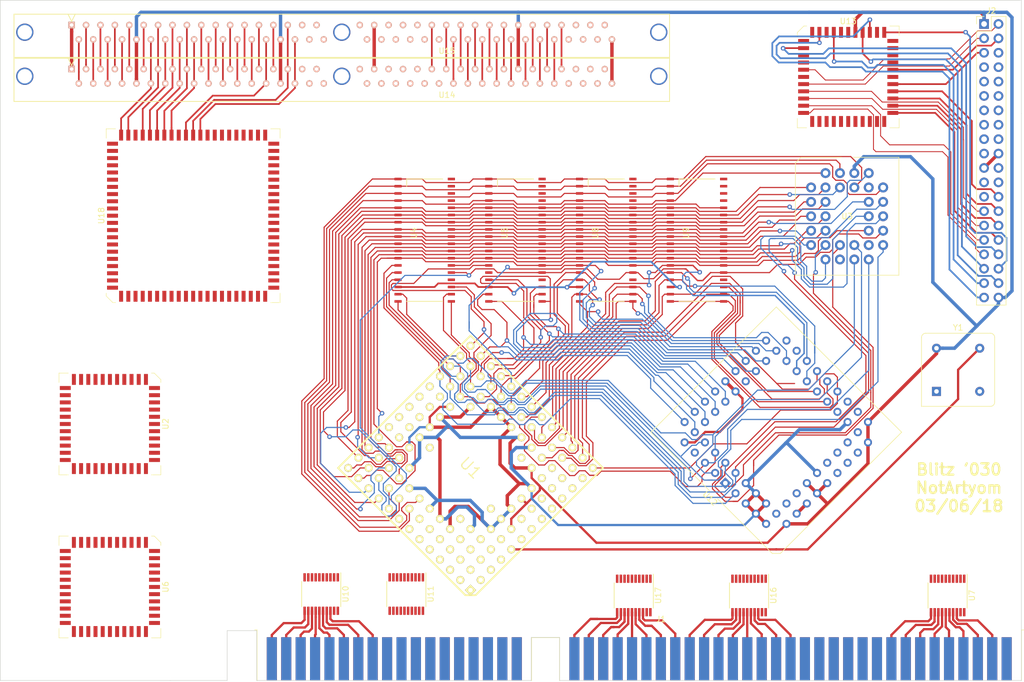
<source format=kicad_pcb>
(kicad_pcb (version 20171130) (host pcbnew 5.0.0-rc2-unknown-f10aa6c~65~ubuntu16.04.1)
  (layers (0 F.Cu signal) (31 B.Cu signal) (34 B.Paste user) (35 F.Paste user) (36 B.SilkS user) (37 F.SilkS user) (38 B.Mask user) (39 F.Mask user) (44 Edge.Cuts user))
  (net 0 "")
  (net 1 +5V)
  (net 2 GND)
  (net 3 /A18)
  (net 4 /A15)
  (net 5 /A14)
  (net 6 /A16)
  (net 7 /A12)
  (net 8 /A17)
  (net 9 /A6)
  (net 10 /A4)
  (net 11 /A2)
  (net 12 /A0)
  (net 13 /A7)
  (net 14 /A5)
  (net 15 /A3)
  (net 16 /A1)
  (net 17 /D0)
  (net 18 /D2)
  (net 19 /D3)
  (net 20 /D5)
  (net 21 /D1)
  (net 22 /D4)
  (net 23 /D6)
  (net 24 /A9)
  (net 25 /A13)
  (net 26 /D7)
  (net 27 /A10)
  (net 28 /A11)
  (net 29 /A8)
  (net 30 /D31)
  (net 31 /D28)
  (net 32 /D26)
  (net 33 /D29)
  (net 34 /A22)
  (net 35 /A20)
  (net 36 /A23)
  (net 37 /A21)
  (net 38 /D25)
  (net 39 /D23)
  (net 40 /D21)
  (net 41 /D19)
  (net 42 /D18)
  (net 43 /D16)
  (net 44 /D15)
  (net 45 /D13)
  (net 46 /D11)
  (net 47 /D8)
  (net 48 /D27)
  (net 49 /D24)
  (net 50 /D22)
  (net 51 /D20)
  (net 52 /D17)
  (net 53 /D14)
  (net 54 /D12)
  (net 55 /D9)
  (net 56 /D30)
  (net 57 /D10)
  (net 58 /A19)
  (net 59 SIZ0)
  (net 60 RW)
  (net 61 DS)
  (net 62 SIZ1)
  (net 63 AS)
  (net 64 DSACK1)
  (net 65 DSACK0)
  (net 66 CLK)
  (net 67 IPL0)
  (net 68 BERR)
  (net 69 HALT)
  (net 70 RESET)
  (net 71 _RW)
  (net 72 RW_DR)
  (net 73 /C0)
  (net 74 /C1)
  (net 75 /C2)
  (net 76 /C3)
  (net 77 /C4)
  (net 78 /C5)
  (net 79 /C6)
  (net 80 /C7)
  (net 81 /C8)
  (net 82 /C9)
  (net 83 /C10)
  (net 84 /C11)
  (net 85 FC0)
  (net 86 FC1)
  (net 87 BGACK)
  (net 88 BG)
  (net 89 BR)
  (net 90 IPL2)
  (net 91 IPL1)
  (net 92 ROM)
  (net 93 FPU)
  (net 94 RAM0)
  (net 95 RAM1)
  (net 96 RAM2)
  (net 97 RAM3)
  (net 98 CAS4)
  (net 99 CAS5)
  (net 100 CAS6)
  (net 101 CAS7)
  (net 102 RAS4)
  (net 103 RAS5)
  (net 104 RAS6)
  (net 105 RAS7)
  (net 106 CAS0)
  (net 107 CAS1)
  (net 108 CAS2)
  (net 109 CAS3)
  (net 110 RAS0)
  (net 111 RAS1)
  (net 112 RAS2)
  (net 113 RAS3)
  (net 114 /A24)
  (net 115 "Net-(J2-Pad2)")
  (net 116 "Net-(J2-Pad3)")
  (net 117 "Net-(J2-Pad4)")
  (net 118 "Net-(J2-Pad5)")
  (net 119 "Net-(J2-Pad26)")
  (net 120 "Net-(J2-Pad27)")
  (net 121 "Net-(J2-Pad28)")
  (net 122 "Net-(J2-Pad29)")
  (net 123 "Net-(J2-Pad30)")
  (net 124 "Net-(J2-Pad31)")
  (net 125 "Net-(J2-Pad32)")
  (net 126 "Net-(J2-Pad33)")
  (net 127 "Net-(J2-Pad34)")
  (net 128 "Net-(J2-Pad35)")
  (net 129 "Net-(J2-Pad36)")
  (net 130 "Net-(J2-Pad37)")
  (net 131 "Net-(J2-Pad38)")
  (net 132 "Net-(J2-Pad39)")
  (net 133 /A25)
  (net 134 "Net-(J1-Pad2)")
  (net 135 "Net-(J1-Pad11)")
  (net 136 "Net-(J1-Pad12)")
  (net 137 "Net-(J1-Pad13)")
  (net 138 "Net-(J1-Pad14)")
  (net 139 "Net-(J1-Pad22)")
  (net 140 "Net-(J1-Pad27)")
  (net 141 "Net-(J1-Pad28)")
  (net 142 "Net-(J1-Pad32)")
  (net 143 "Net-(J1-Pad33)")
  (net 144 "Net-(J1-Pad34)")
  (net 145 "Net-(J1-Pad35)")
  (net 146 "Net-(J1-Pad36)")
  (net 147 "Net-(J1-Pad37)")
  (net 148 "Net-(J1-Pad38)")
  (net 149 "Net-(J1-Pad39)")
  (net 150 "Net-(J1-Pad40)")
  (net 151 "Net-(J1-Pad41)")
  (net 152 "Net-(J1-Pad42)")
  (net 153 "Net-(J1-Pad43)")
  (net 154 "Net-(J1-Pad44)")
  (net 155 "Net-(J1-Pad45)")
  (net 156 "Net-(J1-Pad46)")
  (net 157 "Net-(J1-Pad47)")
  (net 158 "Net-(J1-Pad48)")
  (net 159 "Net-(J1-Pad49)")
  (net 160 "Net-(J1-Pad50)")
  (net 161 "Net-(J1-Pad51)")
  (net 162 "Net-(J1-Pad52)")
  (net 163 "Net-(J1-Pad53)")
  (net 164 "Net-(J1-Pad54)")
  (net 165 "Net-(J1-Pad55)")
  (net 166 "Net-(J1-Pad56)")
  (net 167 "Net-(J1-Pad57)")
  (net 168 "Net-(J1-Pad58)")
  (net 169 "Net-(J1-Pad59)")
  (net 170 "Net-(J1-Pad60)")
  (net 171 "Net-(J1-Pad61)")
  (net 172 "Net-(J1-Pad62)")
  (net 173 "Net-(J1-Pad69)")
  (net 174 "Net-(J1-Pad81)")
  (net 175 "Net-(J1-Pad82)")
  (net 176 "Net-(J1-Pad83)")
  (net 177 "Net-(J1-Pad84)")
  (net 178 "Net-(J1-Pad85)")
  (net 179 "Net-(J1-Pad89)")
  (net 180 "Net-(J1-Pad90)")
  (net 181 "Net-(J1-Pad91)")
  (net 182 "Net-(J1-Pad92)")
  (net 183 "Net-(J1-Pad93)")
  (net 184 "Net-(J1-Pad94)")
  (net 185 "Net-(J1-Pad95)")
  (net 186 "Net-(J1-Pad96)")
  (net 187 "Net-(J1-Pad97)")
  (net 188 "Net-(J1-Pad98)")
  (net 189 DTACK)
  (net 190 UART)
  (net 191 ISA)
  (net 192 U_IRQ)
  (module Sockets:SIM72 (layer F.Cu) (at 92.201938 35.63298 180)
    (fp_text reference U15 (at -18.542 -3.302 180) (layer F.SilkS))
    (fp_text value SIMM_72)
    (pad "" thru_hole circle (at 0 0 180) (size 3.048 3.048) (drill 2.54) (layers *.Cu *.Mask))
    (pad "" thru_hole circle (at -55.88 0 180) (size 3.048 3.048) (drill 2.54) (layers *.Cu *.Mask))
    (pad "" thru_hole circle (at 55.88 0 180) (size 3.048 3.048) (drill 2.54) (layers *.Cu *.Mask))
    (pad 1 thru_hole rect (at 47.625 1.27 180) (size 1.143 1.143) (drill 0.635) (layers *.Cu *.SilkS *.Mask) (net 2 GND))
    (pad 2 thru_hole circle (at 46.355 -1.27 180) (size 1.143 1.143) (drill 0.635) (layers *.Cu *.SilkS *.Mask) (net 17 /D0))
    (pad 3 thru_hole circle (at 45.085 1.27 180) (size 1.143 1.143) (drill 0.635) (layers *.Cu *.SilkS *.Mask) (net 43 /D16))
    (pad 4 thru_hole circle (at 43.815 -1.27 180) (size 1.143 1.143) (drill 0.635) (layers *.Cu *.SilkS *.Mask) (net 21 /D1))
    (pad 5 thru_hole circle (at 42.545 1.27 180) (size 1.143 1.143) (drill 0.635) (layers *.Cu *.SilkS *.Mask) (net 52 /D17))
    (pad 6 thru_hole circle (at 41.275 -1.27 180) (size 1.143 1.143) (drill 0.635) (layers *.Cu *.SilkS *.Mask) (net 18 /D2))
    (pad 7 thru_hole circle (at 40.005 1.27 180) (size 1.143 1.143) (drill 0.635) (layers *.Cu *.SilkS *.Mask) (net 42 /D18))
    (pad 8 thru_hole circle (at 38.735 -1.27 180) (size 1.143 1.143) (drill 0.635) (layers *.Cu *.SilkS *.Mask) (net 19 /D3))
    (pad 9 thru_hole circle (at 37.465 1.27 180) (size 1.143 1.143) (drill 0.635) (layers *.Cu *.SilkS *.Mask) (net 41 /D19))
    (pad 10 thru_hole circle (at 36.195 -1.27 180) (size 1.143 1.143) (drill 0.635) (layers *.Cu *.SilkS *.Mask) (net 1 +5V))
    (pad 11 thru_hole circle (at 34.925 1.27 180) (size 1.143 1.143) (drill 0.635) (layers *.Cu *.SilkS *.Mask))
    (pad 12 thru_hole circle (at 33.655 -1.27 180) (size 1.143 1.143) (drill 0.635) (layers *.Cu *.SilkS *.Mask) (net 73 /C0))
    (pad 13 thru_hole circle (at 32.385 1.27 180) (size 1.143 1.143) (drill 0.635) (layers *.Cu *.SilkS *.Mask) (net 74 /C1))
    (pad 14 thru_hole circle (at 31.115 -1.27 180) (size 1.143 1.143) (drill 0.635) (layers *.Cu *.SilkS *.Mask) (net 75 /C2))
    (pad 15 thru_hole circle (at 29.845 1.27 180) (size 1.143 1.143) (drill 0.635) (layers *.Cu *.SilkS *.Mask) (net 76 /C3))
    (pad 16 thru_hole circle (at 28.575 -1.27 180) (size 1.143 1.143) (drill 0.635) (layers *.Cu *.SilkS *.Mask) (net 77 /C4))
    (pad 17 thru_hole circle (at 27.305 1.27 180) (size 1.143 1.143) (drill 0.635) (layers *.Cu *.SilkS *.Mask) (net 78 /C5))
    (pad 18 thru_hole circle (at 26.035 -1.27 180) (size 1.143 1.143) (drill 0.635) (layers *.Cu *.SilkS *.Mask) (net 79 /C6))
    (pad 19 thru_hole circle (at 24.765 1.27 180) (size 1.143 1.143) (drill 0.635) (layers *.Cu *.SilkS *.Mask) (net 83 /C10))
    (pad 20 thru_hole circle (at 23.495 -1.27 180) (size 1.143 1.143) (drill 0.635) (layers *.Cu *.SilkS *.Mask) (net 22 /D4))
    (pad 21 thru_hole circle (at 22.225 1.27 180) (size 1.143 1.143) (drill 0.635) (layers *.Cu *.SilkS *.Mask) (net 51 /D20))
    (pad 22 thru_hole circle (at 20.955 -1.27 180) (size 1.143 1.143) (drill 0.635) (layers *.Cu *.SilkS *.Mask) (net 20 /D5))
    (pad 23 thru_hole circle (at 19.685 1.27 180) (size 1.143 1.143) (drill 0.635) (layers *.Cu *.SilkS *.Mask) (net 40 /D21))
    (pad 24 thru_hole circle (at 18.415 -1.27 180) (size 1.143 1.143) (drill 0.635) (layers *.Cu *.SilkS *.Mask) (net 23 /D6))
    (pad 25 thru_hole circle (at 17.145 1.27 180) (size 1.143 1.143) (drill 0.635) (layers *.Cu *.SilkS *.Mask) (net 50 /D22))
    (pad 26 thru_hole circle (at 15.875 -1.27 180) (size 1.143 1.143) (drill 0.635) (layers *.Cu *.SilkS *.Mask) (net 26 /D7))
    (pad 27 thru_hole circle (at 14.605 1.27 180) (size 1.143 1.143) (drill 0.635) (layers *.Cu *.SilkS *.Mask) (net 39 /D23))
    (pad 28 thru_hole circle (at 13.335 -1.27 180) (size 1.143 1.143) (drill 0.635) (layers *.Cu *.SilkS *.Mask) (net 80 /C7))
    (pad 29 thru_hole circle (at 12.065 1.27 180) (size 1.143 1.143) (drill 0.635) (layers *.Cu *.SilkS *.Mask) (net 84 /C11))
    (pad 30 thru_hole circle (at 10.795 -1.27 180) (size 1.143 1.143) (drill 0.635) (layers *.Cu *.SilkS *.Mask) (net 1 +5V))
    (pad 31 thru_hole circle (at 9.525 1.27 180) (size 1.143 1.143) (drill 0.635) (layers *.Cu *.SilkS *.Mask) (net 81 /C8))
    (pad 32 thru_hole circle (at 8.255 -1.27 180) (size 1.143 1.143) (drill 0.635) (layers *.Cu *.SilkS *.Mask) (net 82 /C9))
    (pad 33 thru_hole circle (at 6.985 1.27 180) (size 1.143 1.143) (drill 0.635) (layers *.Cu *.SilkS *.Mask) (net 105 RAS7))
    (pad 34 thru_hole circle (at 5.715 -1.27 180) (size 1.143 1.143) (drill 0.635) (layers *.Cu *.SilkS *.Mask) (net 104 RAS6))
    (pad 35 thru_hole circle (at 4.445 1.27 180) (size 1.143 1.143) (drill 0.635) (layers *.Cu *.SilkS *.Mask))
    (pad 36 thru_hole circle (at 3.175 -1.27 180) (size 1.143 1.143) (drill 0.635) (layers *.Cu *.SilkS *.Mask))
    (pad 37 thru_hole circle (at -3.175 1.27 180) (size 1.143 1.143) (drill 0.635) (layers *.Cu *.SilkS *.Mask))
    (pad 38 thru_hole circle (at -4.445 -1.27 180) (size 1.143 1.143) (drill 0.635) (layers *.Cu *.SilkS *.Mask))
    (pad 39 thru_hole circle (at -5.715 1.27 180) (size 1.143 1.143) (drill 0.635) (layers *.Cu *.SilkS *.Mask) (net 2 GND))
    (pad 40 thru_hole circle (at -6.985 -1.27 180) (size 1.143 1.143) (drill 0.635) (layers *.Cu *.SilkS *.Mask) (net 98 CAS4))
    (pad 41 thru_hole circle (at -8.255 1.27 180) (size 1.143 1.143) (drill 0.635) (layers *.Cu *.SilkS *.Mask) (net 99 CAS5))
    (pad 42 thru_hole circle (at -9.525 -1.27 180) (size 1.143 1.143) (drill 0.635) (layers *.Cu *.SilkS *.Mask) (net 100 CAS6))
    (pad 43 thru_hole circle (at -10.795 1.27 180) (size 1.143 1.143) (drill 0.635) (layers *.Cu *.SilkS *.Mask) (net 101 CAS7))
    (pad 44 thru_hole circle (at -12.065 -1.27 180) (size 1.143 1.143) (drill 0.635) (layers *.Cu *.SilkS *.Mask) (net 102 RAS4))
    (pad 45 thru_hole circle (at -13.335 1.27 180) (size 1.143 1.143) (drill 0.635) (layers *.Cu *.SilkS *.Mask) (net 103 RAS5))
    (pad 46 thru_hole circle (at -14.605 -1.27 180) (size 1.143 1.143) (drill 0.635) (layers *.Cu *.SilkS *.Mask))
    (pad 47 thru_hole circle (at -15.875 1.27 180) (size 1.143 1.143) (drill 0.635) (layers *.Cu *.SilkS *.Mask) (net 72 RW_DR))
    (pad 48 thru_hole circle (at -17.145 -1.27 180) (size 1.143 1.143) (drill 0.635) (layers *.Cu *.SilkS *.Mask))
    (pad 49 thru_hole circle (at -18.415 1.27 180) (size 1.143 1.143) (drill 0.635) (layers *.Cu *.SilkS *.Mask) (net 47 /D8))
    (pad 50 thru_hole circle (at -19.685 -1.27 180) (size 1.143 1.143) (drill 0.635) (layers *.Cu *.SilkS *.Mask) (net 49 /D24))
    (pad 51 thru_hole circle (at -20.955 1.27 180) (size 1.143 1.143) (drill 0.635) (layers *.Cu *.SilkS *.Mask) (net 55 /D9))
    (pad 52 thru_hole circle (at -22.225 -1.27 180) (size 1.143 1.143) (drill 0.635) (layers *.Cu *.SilkS *.Mask) (net 38 /D25))
    (pad 53 thru_hole circle (at -23.495 1.27 180) (size 1.143 1.143) (drill 0.635) (layers *.Cu *.SilkS *.Mask) (net 57 /D10))
    (pad 54 thru_hole circle (at -24.765 -1.27 180) (size 1.143 1.143) (drill 0.635) (layers *.Cu *.SilkS *.Mask) (net 32 /D26))
    (pad 55 thru_hole circle (at -26.035 1.27 180) (size 1.143 1.143) (drill 0.635) (layers *.Cu *.SilkS *.Mask) (net 46 /D11))
    (pad 56 thru_hole circle (at -27.305 -1.27 180) (size 1.143 1.143) (drill 0.635) (layers *.Cu *.SilkS *.Mask) (net 48 /D27))
    (pad 57 thru_hole circle (at -28.575 1.27 180) (size 1.143 1.143) (drill 0.635) (layers *.Cu *.SilkS *.Mask) (net 54 /D12))
    (pad 58 thru_hole circle (at -29.845 -1.27 180) (size 1.143 1.143) (drill 0.635) (layers *.Cu *.SilkS *.Mask) (net 31 /D28))
    (pad 59 thru_hole circle (at -31.115 1.27 180) (size 1.143 1.143) (drill 0.635) (layers *.Cu *.SilkS *.Mask) (net 1 +5V))
    (pad 60 thru_hole circle (at -32.385 -1.27 180) (size 1.143 1.143) (drill 0.635) (layers *.Cu *.SilkS *.Mask) (net 33 /D29))
    (pad 61 thru_hole circle (at -33.655 1.27 180) (size 1.143 1.143) (drill 0.635) (layers *.Cu *.SilkS *.Mask) (net 45 /D13))
    (pad 62 thru_hole circle (at -34.925 -1.27 180) (size 1.143 1.143) (drill 0.635) (layers *.Cu *.SilkS *.Mask) (net 56 /D30))
    (pad 63 thru_hole circle (at -36.195 1.27 180) (size 1.143 1.143) (drill 0.635) (layers *.Cu *.SilkS *.Mask) (net 53 /D14))
    (pad 64 thru_hole circle (at -37.465 -1.27 180) (size 1.143 1.143) (drill 0.635) (layers *.Cu *.SilkS *.Mask) (net 30 /D31))
    (pad 65 thru_hole circle (at -38.735 1.27 180) (size 1.143 1.143) (drill 0.635) (layers *.Cu *.SilkS *.Mask) (net 44 /D15))
    (pad 66 thru_hole circle (at -40.005 -1.27 180) (size 1.143 1.143) (drill 0.635) (layers *.Cu *.SilkS *.Mask))
    (pad 67 thru_hole circle (at -41.275 1.27 180) (size 1.143 1.143) (drill 0.635) (layers *.Cu *.SilkS *.Mask))
    (pad 68 thru_hole circle (at -42.545 -1.27 180) (size 1.143 1.143) (drill 0.635) (layers *.Cu *.SilkS *.Mask))
    (pad 69 thru_hole circle (at -43.815 1.27 180) (size 1.143 1.143) (drill 0.635) (layers *.Cu *.SilkS *.Mask))
    (pad 70 thru_hole circle (at -45.085 -1.27 180) (size 1.143 1.143) (drill 0.635) (layers *.Cu *.SilkS *.Mask))
    (pad 71 thru_hole circle (at -46.355 1.27 180) (size 1.143 1.143) (drill 0.635) (layers *.Cu *.SilkS *.Mask))
    (pad 72 thru_hole circle (at -47.625 -1.27 180) (size 1.143 1.143) (drill 0.635) (layers *.Cu *.SilkS *.Mask) (net 2 GND))
  )
  (module Sockets:SIM72 (layer F.Cu) (at 92.201938 43.40298 180)
    (fp_text reference U14 (at -18.542 -3.302 180) (layer F.SilkS))
    (fp_text value SIMM_72)
    (pad 72 thru_hole circle (at -47.625 -1.27 180) (size 1.143 1.143) (drill 0.635) (layers *.Cu *.SilkS *.Mask) (net 2 GND))
    (pad 71 thru_hole circle (at -46.355 1.27 180) (size 1.143 1.143) (drill 0.635) (layers *.Cu *.SilkS *.Mask))
    (pad 70 thru_hole circle (at -45.085 -1.27 180) (size 1.143 1.143) (drill 0.635) (layers *.Cu *.SilkS *.Mask))
    (pad 69 thru_hole circle (at -43.815 1.27 180) (size 1.143 1.143) (drill 0.635) (layers *.Cu *.SilkS *.Mask))
    (pad 68 thru_hole circle (at -42.545 -1.27 180) (size 1.143 1.143) (drill 0.635) (layers *.Cu *.SilkS *.Mask))
    (pad 67 thru_hole circle (at -41.275 1.27 180) (size 1.143 1.143) (drill 0.635) (layers *.Cu *.SilkS *.Mask))
    (pad 66 thru_hole circle (at -40.005 -1.27 180) (size 1.143 1.143) (drill 0.635) (layers *.Cu *.SilkS *.Mask))
    (pad 65 thru_hole circle (at -38.735 1.27 180) (size 1.143 1.143) (drill 0.635) (layers *.Cu *.SilkS *.Mask) (net 44 /D15))
    (pad 64 thru_hole circle (at -37.465 -1.27 180) (size 1.143 1.143) (drill 0.635) (layers *.Cu *.SilkS *.Mask) (net 30 /D31))
    (pad 63 thru_hole circle (at -36.195 1.27 180) (size 1.143 1.143) (drill 0.635) (layers *.Cu *.SilkS *.Mask) (net 53 /D14))
    (pad 62 thru_hole circle (at -34.925 -1.27 180) (size 1.143 1.143) (drill 0.635) (layers *.Cu *.SilkS *.Mask) (net 56 /D30))
    (pad 61 thru_hole circle (at -33.655 1.27 180) (size 1.143 1.143) (drill 0.635) (layers *.Cu *.SilkS *.Mask) (net 45 /D13))
    (pad 60 thru_hole circle (at -32.385 -1.27 180) (size 1.143 1.143) (drill 0.635) (layers *.Cu *.SilkS *.Mask) (net 33 /D29))
    (pad 59 thru_hole circle (at -31.115 1.27 180) (size 1.143 1.143) (drill 0.635) (layers *.Cu *.SilkS *.Mask) (net 1 +5V))
    (pad 58 thru_hole circle (at -29.845 -1.27 180) (size 1.143 1.143) (drill 0.635) (layers *.Cu *.SilkS *.Mask) (net 31 /D28))
    (pad 57 thru_hole circle (at -28.575 1.27 180) (size 1.143 1.143) (drill 0.635) (layers *.Cu *.SilkS *.Mask) (net 54 /D12))
    (pad 56 thru_hole circle (at -27.305 -1.27 180) (size 1.143 1.143) (drill 0.635) (layers *.Cu *.SilkS *.Mask) (net 48 /D27))
    (pad 55 thru_hole circle (at -26.035 1.27 180) (size 1.143 1.143) (drill 0.635) (layers *.Cu *.SilkS *.Mask) (net 46 /D11))
    (pad 54 thru_hole circle (at -24.765 -1.27 180) (size 1.143 1.143) (drill 0.635) (layers *.Cu *.SilkS *.Mask) (net 32 /D26))
    (pad 53 thru_hole circle (at -23.495 1.27 180) (size 1.143 1.143) (drill 0.635) (layers *.Cu *.SilkS *.Mask) (net 57 /D10))
    (pad 52 thru_hole circle (at -22.225 -1.27 180) (size 1.143 1.143) (drill 0.635) (layers *.Cu *.SilkS *.Mask) (net 38 /D25))
    (pad 51 thru_hole circle (at -20.955 1.27 180) (size 1.143 1.143) (drill 0.635) (layers *.Cu *.SilkS *.Mask) (net 55 /D9))
    (pad 50 thru_hole circle (at -19.685 -1.27 180) (size 1.143 1.143) (drill 0.635) (layers *.Cu *.SilkS *.Mask) (net 49 /D24))
    (pad 49 thru_hole circle (at -18.415 1.27 180) (size 1.143 1.143) (drill 0.635) (layers *.Cu *.SilkS *.Mask) (net 47 /D8))
    (pad 48 thru_hole circle (at -17.145 -1.27 180) (size 1.143 1.143) (drill 0.635) (layers *.Cu *.SilkS *.Mask))
    (pad 47 thru_hole circle (at -15.875 1.27 180) (size 1.143 1.143) (drill 0.635) (layers *.Cu *.SilkS *.Mask) (net 72 RW_DR))
    (pad 46 thru_hole circle (at -14.605 -1.27 180) (size 1.143 1.143) (drill 0.635) (layers *.Cu *.SilkS *.Mask))
    (pad 45 thru_hole circle (at -13.335 1.27 180) (size 1.143 1.143) (drill 0.635) (layers *.Cu *.SilkS *.Mask) (net 111 RAS1))
    (pad 44 thru_hole circle (at -12.065 -1.27 180) (size 1.143 1.143) (drill 0.635) (layers *.Cu *.SilkS *.Mask) (net 110 RAS0))
    (pad 43 thru_hole circle (at -10.795 1.27 180) (size 1.143 1.143) (drill 0.635) (layers *.Cu *.SilkS *.Mask) (net 109 CAS3))
    (pad 42 thru_hole circle (at -9.525 -1.27 180) (size 1.143 1.143) (drill 0.635) (layers *.Cu *.SilkS *.Mask) (net 108 CAS2))
    (pad 41 thru_hole circle (at -8.255 1.27 180) (size 1.143 1.143) (drill 0.635) (layers *.Cu *.SilkS *.Mask) (net 107 CAS1))
    (pad 40 thru_hole circle (at -6.985 -1.27 180) (size 1.143 1.143) (drill 0.635) (layers *.Cu *.SilkS *.Mask) (net 106 CAS0))
    (pad 39 thru_hole circle (at -5.715 1.27 180) (size 1.143 1.143) (drill 0.635) (layers *.Cu *.SilkS *.Mask) (net 2 GND))
    (pad 38 thru_hole circle (at -4.445 -1.27 180) (size 1.143 1.143) (drill 0.635) (layers *.Cu *.SilkS *.Mask))
    (pad 37 thru_hole circle (at -3.175 1.27 180) (size 1.143 1.143) (drill 0.635) (layers *.Cu *.SilkS *.Mask))
    (pad 36 thru_hole circle (at 3.175 -1.27 180) (size 1.143 1.143) (drill 0.635) (layers *.Cu *.SilkS *.Mask))
    (pad 35 thru_hole circle (at 4.445 1.27 180) (size 1.143 1.143) (drill 0.635) (layers *.Cu *.SilkS *.Mask))
    (pad 34 thru_hole circle (at 5.715 -1.27 180) (size 1.143 1.143) (drill 0.635) (layers *.Cu *.SilkS *.Mask) (net 112 RAS2))
    (pad 33 thru_hole circle (at 6.985 1.27 180) (size 1.143 1.143) (drill 0.635) (layers *.Cu *.SilkS *.Mask) (net 113 RAS3))
    (pad 32 thru_hole circle (at 8.255 -1.27 180) (size 1.143 1.143) (drill 0.635) (layers *.Cu *.SilkS *.Mask) (net 82 /C9))
    (pad 31 thru_hole circle (at 9.525 1.27 180) (size 1.143 1.143) (drill 0.635) (layers *.Cu *.SilkS *.Mask) (net 81 /C8))
    (pad 30 thru_hole circle (at 10.795 -1.27 180) (size 1.143 1.143) (drill 0.635) (layers *.Cu *.SilkS *.Mask) (net 1 +5V))
    (pad 29 thru_hole circle (at 12.065 1.27 180) (size 1.143 1.143) (drill 0.635) (layers *.Cu *.SilkS *.Mask) (net 84 /C11))
    (pad 28 thru_hole circle (at 13.335 -1.27 180) (size 1.143 1.143) (drill 0.635) (layers *.Cu *.SilkS *.Mask) (net 80 /C7))
    (pad 27 thru_hole circle (at 14.605 1.27 180) (size 1.143 1.143) (drill 0.635) (layers *.Cu *.SilkS *.Mask) (net 39 /D23))
    (pad 26 thru_hole circle (at 15.875 -1.27 180) (size 1.143 1.143) (drill 0.635) (layers *.Cu *.SilkS *.Mask) (net 26 /D7))
    (pad 25 thru_hole circle (at 17.145 1.27 180) (size 1.143 1.143) (drill 0.635) (layers *.Cu *.SilkS *.Mask) (net 50 /D22))
    (pad 24 thru_hole circle (at 18.415 -1.27 180) (size 1.143 1.143) (drill 0.635) (layers *.Cu *.SilkS *.Mask) (net 23 /D6))
    (pad 23 thru_hole circle (at 19.685 1.27 180) (size 1.143 1.143) (drill 0.635) (layers *.Cu *.SilkS *.Mask) (net 40 /D21))
    (pad 22 thru_hole circle (at 20.955 -1.27 180) (size 1.143 1.143) (drill 0.635) (layers *.Cu *.SilkS *.Mask) (net 20 /D5))
    (pad 21 thru_hole circle (at 22.225 1.27 180) (size 1.143 1.143) (drill 0.635) (layers *.Cu *.SilkS *.Mask) (net 51 /D20))
    (pad 20 thru_hole circle (at 23.495 -1.27 180) (size 1.143 1.143) (drill 0.635) (layers *.Cu *.SilkS *.Mask) (net 22 /D4))
    (pad 19 thru_hole circle (at 24.765 1.27 180) (size 1.143 1.143) (drill 0.635) (layers *.Cu *.SilkS *.Mask) (net 83 /C10))
    (pad 18 thru_hole circle (at 26.035 -1.27 180) (size 1.143 1.143) (drill 0.635) (layers *.Cu *.SilkS *.Mask) (net 79 /C6))
    (pad 17 thru_hole circle (at 27.305 1.27 180) (size 1.143 1.143) (drill 0.635) (layers *.Cu *.SilkS *.Mask) (net 78 /C5))
    (pad 16 thru_hole circle (at 28.575 -1.27 180) (size 1.143 1.143) (drill 0.635) (layers *.Cu *.SilkS *.Mask) (net 77 /C4))
    (pad 15 thru_hole circle (at 29.845 1.27 180) (size 1.143 1.143) (drill 0.635) (layers *.Cu *.SilkS *.Mask) (net 76 /C3))
    (pad 14 thru_hole circle (at 31.115 -1.27 180) (size 1.143 1.143) (drill 0.635) (layers *.Cu *.SilkS *.Mask) (net 75 /C2))
    (pad 13 thru_hole circle (at 32.385 1.27 180) (size 1.143 1.143) (drill 0.635) (layers *.Cu *.SilkS *.Mask) (net 74 /C1))
    (pad 12 thru_hole circle (at 33.655 -1.27 180) (size 1.143 1.143) (drill 0.635) (layers *.Cu *.SilkS *.Mask) (net 73 /C0))
    (pad 11 thru_hole circle (at 34.925 1.27 180) (size 1.143 1.143) (drill 0.635) (layers *.Cu *.SilkS *.Mask))
    (pad 10 thru_hole circle (at 36.195 -1.27 180) (size 1.143 1.143) (drill 0.635) (layers *.Cu *.SilkS *.Mask) (net 1 +5V))
    (pad 9 thru_hole circle (at 37.465 1.27 180) (size 1.143 1.143) (drill 0.635) (layers *.Cu *.SilkS *.Mask) (net 41 /D19))
    (pad 8 thru_hole circle (at 38.735 -1.27 180) (size 1.143 1.143) (drill 0.635) (layers *.Cu *.SilkS *.Mask) (net 19 /D3))
    (pad 7 thru_hole circle (at 40.005 1.27 180) (size 1.143 1.143) (drill 0.635) (layers *.Cu *.SilkS *.Mask) (net 42 /D18))
    (pad 6 thru_hole circle (at 41.275 -1.27 180) (size 1.143 1.143) (drill 0.635) (layers *.Cu *.SilkS *.Mask) (net 18 /D2))
    (pad 5 thru_hole circle (at 42.545 1.27 180) (size 1.143 1.143) (drill 0.635) (layers *.Cu *.SilkS *.Mask) (net 52 /D17))
    (pad 4 thru_hole circle (at 43.815 -1.27 180) (size 1.143 1.143) (drill 0.635) (layers *.Cu *.SilkS *.Mask) (net 21 /D1))
    (pad 3 thru_hole circle (at 45.085 1.27 180) (size 1.143 1.143) (drill 0.635) (layers *.Cu *.SilkS *.Mask) (net 43 /D16))
    (pad 2 thru_hole circle (at 46.355 -1.27 180) (size 1.143 1.143) (drill 0.635) (layers *.Cu *.SilkS *.Mask) (net 17 /D0))
    (pad 1 thru_hole rect (at 47.625 1.27 180) (size 1.143 1.143) (drill 0.635) (layers *.Cu *.SilkS *.Mask) (net 2 GND))
    (pad "" thru_hole circle (at 55.88 0 180) (size 3.048 3.048) (drill 2.54) (layers *.Cu *.Mask))
    (pad "" thru_hole circle (at -55.88 0 180) (size 3.048 3.048) (drill 2.54) (layers *.Cu *.Mask))
    (pad "" thru_hole circle (at 0 0 180) (size 3.048 3.048) (drill 2.54) (layers *.Cu *.Mask))
  )
  (module Blitz:PLCC-32_TH (layer F.Cu) (at 182.555 63.025)
    (fp_text reference U3 (at -1.27 5.08) (layer F.SilkS))
    (fp_text value SST39SF040)
    (pad 1 thru_hole circle (at 0 0) (size 1.75 1.75) (drill 0.95) (layers *.Cu *.Mask) (net 35 /A20))
    (pad 3 thru_hole circle (at -2.54 0) (size 1.75 1.75) (drill 0.95) (layers *.Cu *.Mask) (net 8 /A17))
    (pad 31 thru_hole circle (at 2.54 0) (size 1.75 1.75) (drill 0.95) (layers *.Cu *.Mask))
    (pad 29 thru_hole circle (at 5.08 0) (size 1.75 1.75) (drill 0.95) (layers *.Cu *.Mask) (net 6 /A16))
    (pad 2 thru_hole circle (at -2.54 -2.54) (size 1.75 1.75) (drill 0.95) (layers *.Cu *.Mask) (net 3 /A18))
    (pad 4 thru_hole circle (at -5.08 -2.54) (size 1.75 1.75) (drill 0.95) (layers *.Cu *.Mask) (net 5 /A14))
    (pad 32 thru_hole circle (at 0 -2.54) (size 1.75 1.75) (drill 0.95) (layers *.Cu *.Mask) (net 1 +5V))
    (pad 30 thru_hole circle (at 2.54 -2.54) (size 1.75 1.75) (drill 0.95) (layers *.Cu *.Mask) (net 58 /A19))
    (pad 6 thru_hole circle (at -5.08 0) (size 1.75 1.75) (drill 0.95) (layers *.Cu *.Mask) (net 29 /A8))
    (pad 8 thru_hole circle (at -5.08 2.54) (size 1.75 1.75) (drill 0.95) (layers *.Cu *.Mask) (net 9 /A6))
    (pad 10 thru_hole circle (at -5.08 5.08) (size 1.75 1.75) (drill 0.95) (layers *.Cu *.Mask) (net 10 /A4))
    (pad 12 thru_hole circle (at -5.08 7.62) (size 1.75 1.75) (drill 0.95) (layers *.Cu *.Mask) (net 11 /A2))
    (pad 5 thru_hole circle (at -7.62 0) (size 1.75 1.75) (drill 0.95) (layers *.Cu *.Mask) (net 24 /A9))
    (pad 7 thru_hole circle (at -7.62 2.54) (size 1.75 1.75) (drill 0.95) (layers *.Cu *.Mask) (net 13 /A7))
    (pad 9 thru_hole circle (at -7.62 5.08) (size 1.75 1.75) (drill 0.95) (layers *.Cu *.Mask) (net 14 /A5))
    (pad 11 thru_hole circle (at -7.62 7.62) (size 1.75 1.75) (drill 0.95) (layers *.Cu *.Mask) (net 15 /A3))
    (pad 13 thru_hole circle (at -7.62 10.16) (size 1.75 1.75) (drill 0.95) (layers *.Cu *.Mask) (net 17 /D0))
    (pad 15 thru_hole circle (at -5.08 10.16) (size 1.75 1.75) (drill 0.95) (layers *.Cu *.Mask) (net 18 /D2))
    (pad 17 thru_hole circle (at -2.54 10.16) (size 1.75 1.75) (drill 0.95) (layers *.Cu *.Mask) (net 19 /D3))
    (pad 19 thru_hole circle (at 0 10.16) (size 1.75 1.75) (drill 0.95) (layers *.Cu *.Mask) (net 20 /D5))
    (pad 22 thru_hole circle (at 2.54 10.16) (size 1.75 1.75) (drill 0.95) (layers *.Cu *.Mask) (net 92 ROM))
    (pad 14 thru_hole circle (at -5.08 12.7) (size 1.75 1.75) (drill 0.95) (layers *.Cu *.Mask) (net 21 /D1))
    (pad 16 thru_hole circle (at -2.54 12.7) (size 1.75 1.75) (drill 0.95) (layers *.Cu *.Mask) (net 2 GND))
    (pad 18 thru_hole circle (at 0 12.7) (size 1.75 1.75) (drill 0.95) (layers *.Cu *.Mask) (net 22 /D4))
    (pad 20 thru_hole circle (at 2.54 12.7) (size 1.75 1.75) (drill 0.95) (layers *.Cu *.Mask) (net 23 /D6))
    (pad 24 thru_hole circle (at 2.54 7.62) (size 1.75 1.75) (drill 0.95) (layers *.Cu *.Mask) (net 71 _RW))
    (pad 26 thru_hole circle (at 2.54 5.08) (size 1.75 1.75) (drill 0.95) (layers *.Cu *.Mask) (net 28 /A11))
    (pad 28 thru_hole circle (at 2.54 2.54) (size 1.75 1.75) (drill 0.95) (layers *.Cu *.Mask) (net 4 /A15))
    (pad 21 thru_hole circle (at 5.08 10.16) (size 1.75 1.75) (drill 0.95) (layers *.Cu *.Mask) (net 26 /D7))
    (pad 23 thru_hole circle (at 5.08 7.62) (size 1.75 1.75) (drill 0.95) (layers *.Cu *.Mask) (net 7 /A12))
    (pad 25 thru_hole circle (at 5.08 5.08) (size 1.75 1.75) (drill 0.95) (layers *.Cu *.Mask) (net 25 /A13))
    (pad 27 thru_hole circle (at 5.08 2.54) (size 1.75 1.75) (drill 0.95) (layers *.Cu *.Mask) (net 27 /A10))
    (pad 29 thru_hole circle (at 5.08 0) (size 1.75 1.75) (drill 0.95) (layers *.Cu *.Mask) (net 6 /A16))
  )
  (module Blitz:SOJ-32 (layer F.Cu) (at 106.82 71.055 270)
    (fp_text reference U4 (at 0 1.905 270) (layer F.SilkS))
    (fp_text value AS6C4008)
    (pad 20 smd rect (at 10.795 -4.699 270) (size 0.4572 1.27) (layers F.Cu F.Paste F.Mask) (net 23 /D6))
    (pad 21 smd rect (at 9.525 -4.699 270) (size 0.4572 1.27) (layers F.Cu F.Paste F.Mask) (net 26 /D7))
    (pad 22 smd rect (at 8.255 -4.699 270) (size 0.4572 1.27) (layers F.Cu F.Paste F.Mask) (net 94 RAM0))
    (pad 23 smd rect (at 6.985 -4.699 270) (size 0.4572 1.27) (layers F.Cu F.Paste F.Mask) (net 7 /A12))
    (pad 24 smd rect (at 5.715 -4.699 270) (size 0.4572 1.27) (layers F.Cu F.Paste F.Mask) (net 71 _RW))
    (pad 28 smd rect (at 0.635 -4.699 270) (size 0.4572 1.27) (layers F.Cu F.Paste F.Mask) (net 4 /A15))
    (pad 29 smd rect (at -0.635 -4.699 270) (size 0.4572 1.27) (layers F.Cu F.Paste F.Mask) (net 60 RW))
    (pad 30 smd rect (at -1.905 -4.699 270) (size 0.4572 1.27) (layers F.Cu F.Paste F.Mask) (net 58 /A19))
    (pad 31 smd rect (at -3.175 -4.699 270) (size 0.4572 1.27) (layers F.Cu F.Paste F.Mask) (net 8 /A17))
    (pad 32 smd rect (at -4.445 -4.699 270) (size 0.4572 1.27) (layers F.Cu F.Paste F.Mask) (net 1 +5V))
    (pad 1 smd rect (at -9.525 4.699 270) (size 0.4572 1.27) (layers F.Cu F.Paste F.Mask) (net 35 /A20))
    (pad 2 smd rect (at -8.255 4.699 270) (size 0.4572 1.27) (layers F.Cu F.Paste F.Mask) (net 3 /A18))
    (pad 3 smd rect (at -6.985 4.699 270) (size 0.4572 1.27) (layers F.Cu F.Paste F.Mask) (net 6 /A16))
    (pad 4 smd rect (at -5.715 4.699 270) (size 0.4572 1.27) (layers F.Cu F.Paste F.Mask) (net 5 /A14))
    (pad 5 smd rect (at -4.445 4.699 270) (size 0.4572 1.27) (layers F.Cu F.Paste F.Mask) (net 24 /A9))
    (pad 9 smd rect (at 0.635 4.699 270) (size 0.4572 1.27) (layers F.Cu F.Paste F.Mask) (net 14 /A5))
    (pad 10 smd rect (at 1.905 4.699 270) (size 0.4572 1.27) (layers F.Cu F.Paste F.Mask) (net 10 /A4))
    (pad 11 smd rect (at 3.175 4.699 270) (size 0.4572 1.27) (layers F.Cu F.Paste F.Mask) (net 15 /A3))
    (pad 12 smd rect (at 4.445 4.699 270) (size 0.4572 1.27) (layers F.Cu F.Paste F.Mask) (net 11 /A2))
    (pad 13 smd rect (at 5.715 4.699 270) (size 0.4572 1.27) (layers F.Cu F.Paste F.Mask) (net 17 /D0))
    (pad 14 smd rect (at 6.985 4.699 270) (size 0.4572 1.27) (layers F.Cu F.Paste F.Mask) (net 21 /D1))
    (pad 15 smd rect (at 8.255 4.699 270) (size 0.4572 1.27) (layers F.Cu F.Paste F.Mask) (net 18 /D2))
    (pad 16 smd rect (at 9.525 4.699 270) (size 0.4572 1.27) (layers F.Cu F.Paste F.Mask) (net 2 GND))
    (pad 6 smd rect (at -3.175 4.699 270) (size 0.4572 1.27) (layers F.Cu F.Paste F.Mask) (net 29 /A8))
    (pad 7 smd rect (at -1.905 4.699 270) (size 0.4572 1.27) (layers F.Cu F.Paste F.Mask) (net 13 /A7))
    (pad 8 smd rect (at -0.635 4.699 270) (size 0.4572 1.27) (layers F.Cu F.Paste F.Mask) (net 9 /A6))
    (pad 27 smd rect (at 1.905 -4.699 270) (size 0.4572 1.27) (layers F.Cu F.Paste F.Mask) (net 27 /A10))
    (pad 26 smd rect (at 3.175 -4.699 270) (size 0.4572 1.27) (layers F.Cu F.Paste F.Mask) (net 28 /A11))
    (pad 25 smd rect (at 4.445 -4.699 270) (size 0.4572 1.27) (layers F.Cu F.Paste F.Mask) (net 25 /A13))
    (pad 19 smd rect (at 12.065 -4.699 270) (size 0.4572 1.27) (layers F.Cu F.Paste F.Mask) (net 20 /D5))
    (pad 17 smd rect (at 10.795 4.699 270) (size 0.4572 1.27) (layers F.Cu F.Paste F.Mask) (net 19 /D3))
    (pad 18 smd rect (at 12.065 4.699 270) (size 0.4572 1.27) (layers F.Cu F.Paste F.Mask) (net 22 /D4))
    (pad 33 smd rect (at -5.715 -4.699 270) (size 0.4572 1.27) (layers F.Cu F.Paste F.Mask))
    (pad 34 smd rect (at -6.985 -4.699 270) (size 0.4572 1.27) (layers F.Cu F.Paste F.Mask))
    (pad 36 smd rect (at -9.525 -4.699 270) (size 0.4572 1.27) (layers F.Cu F.Paste F.Mask))
    (pad 35 smd rect (at -8.255 -4.699 270) (size 0.4572 1.27) (layers F.Cu F.Paste F.Mask))
  )
  (module Blitz:SOJ-32 (layer F.Cu) (at 122.82 71.055 270)
    (fp_text reference U5 (at 0 1.905 270) (layer F.SilkS))
    (fp_text value AS6C4008)
    (pad 20 smd rect (at 10.795 -4.699 270) (size 0.4572 1.27) (layers F.Cu F.Paste F.Mask) (net 53 /D14))
    (pad 21 smd rect (at 9.525 -4.699 270) (size 0.4572 1.27) (layers F.Cu F.Paste F.Mask) (net 44 /D15))
    (pad 22 smd rect (at 8.255 -4.699 270) (size 0.4572 1.27) (layers F.Cu F.Paste F.Mask) (net 95 RAM1))
    (pad 23 smd rect (at 6.985 -4.699 270) (size 0.4572 1.27) (layers F.Cu F.Paste F.Mask) (net 7 /A12))
    (pad 24 smd rect (at 5.715 -4.699 270) (size 0.4572 1.27) (layers F.Cu F.Paste F.Mask) (net 71 _RW))
    (pad 28 smd rect (at 0.635 -4.699 270) (size 0.4572 1.27) (layers F.Cu F.Paste F.Mask) (net 4 /A15))
    (pad 29 smd rect (at -0.635 -4.699 270) (size 0.4572 1.27) (layers F.Cu F.Paste F.Mask) (net 60 RW))
    (pad 30 smd rect (at -1.905 -4.699 270) (size 0.4572 1.27) (layers F.Cu F.Paste F.Mask) (net 58 /A19))
    (pad 31 smd rect (at -3.175 -4.699 270) (size 0.4572 1.27) (layers F.Cu F.Paste F.Mask) (net 8 /A17))
    (pad 32 smd rect (at -4.445 -4.699 270) (size 0.4572 1.27) (layers F.Cu F.Paste F.Mask) (net 1 +5V))
    (pad 1 smd rect (at -9.525 4.699 270) (size 0.4572 1.27) (layers F.Cu F.Paste F.Mask) (net 35 /A20))
    (pad 2 smd rect (at -8.255 4.699 270) (size 0.4572 1.27) (layers F.Cu F.Paste F.Mask) (net 3 /A18))
    (pad 3 smd rect (at -6.985 4.699 270) (size 0.4572 1.27) (layers F.Cu F.Paste F.Mask) (net 6 /A16))
    (pad 4 smd rect (at -5.715 4.699 270) (size 0.4572 1.27) (layers F.Cu F.Paste F.Mask) (net 5 /A14))
    (pad 5 smd rect (at -4.445 4.699 270) (size 0.4572 1.27) (layers F.Cu F.Paste F.Mask) (net 24 /A9))
    (pad 9 smd rect (at 0.635 4.699 270) (size 0.4572 1.27) (layers F.Cu F.Paste F.Mask) (net 14 /A5))
    (pad 10 smd rect (at 1.905 4.699 270) (size 0.4572 1.27) (layers F.Cu F.Paste F.Mask) (net 10 /A4))
    (pad 11 smd rect (at 3.175 4.699 270) (size 0.4572 1.27) (layers F.Cu F.Paste F.Mask) (net 15 /A3))
    (pad 12 smd rect (at 4.445 4.699 270) (size 0.4572 1.27) (layers F.Cu F.Paste F.Mask) (net 11 /A2))
    (pad 13 smd rect (at 5.715 4.699 270) (size 0.4572 1.27) (layers F.Cu F.Paste F.Mask) (net 47 /D8))
    (pad 14 smd rect (at 6.985 4.699 270) (size 0.4572 1.27) (layers F.Cu F.Paste F.Mask) (net 55 /D9))
    (pad 15 smd rect (at 8.255 4.699 270) (size 0.4572 1.27) (layers F.Cu F.Paste F.Mask) (net 57 /D10))
    (pad 16 smd rect (at 9.525 4.699 270) (size 0.4572 1.27) (layers F.Cu F.Paste F.Mask) (net 2 GND))
    (pad 6 smd rect (at -3.175 4.699 270) (size 0.4572 1.27) (layers F.Cu F.Paste F.Mask) (net 29 /A8))
    (pad 7 smd rect (at -1.905 4.699 270) (size 0.4572 1.27) (layers F.Cu F.Paste F.Mask) (net 13 /A7))
    (pad 8 smd rect (at -0.635 4.699 270) (size 0.4572 1.27) (layers F.Cu F.Paste F.Mask) (net 9 /A6))
    (pad 27 smd rect (at 1.905 -4.699 270) (size 0.4572 1.27) (layers F.Cu F.Paste F.Mask) (net 27 /A10))
    (pad 26 smd rect (at 3.175 -4.699 270) (size 0.4572 1.27) (layers F.Cu F.Paste F.Mask) (net 28 /A11))
    (pad 25 smd rect (at 4.445 -4.699 270) (size 0.4572 1.27) (layers F.Cu F.Paste F.Mask) (net 25 /A13))
    (pad 19 smd rect (at 12.065 -4.699 270) (size 0.4572 1.27) (layers F.Cu F.Paste F.Mask) (net 45 /D13))
    (pad 17 smd rect (at 10.795 4.699 270) (size 0.4572 1.27) (layers F.Cu F.Paste F.Mask) (net 46 /D11))
    (pad 18 smd rect (at 12.065 4.699 270) (size 0.4572 1.27) (layers F.Cu F.Paste F.Mask) (net 54 /D12))
    (pad 33 smd rect (at -5.715 -4.699 270) (size 0.4572 1.27) (layers F.Cu F.Paste F.Mask))
    (pad 34 smd rect (at -6.985 -4.699 270) (size 0.4572 1.27) (layers F.Cu F.Paste F.Mask))
    (pad 36 smd rect (at -9.525 -4.699 270) (size 0.4572 1.27) (layers F.Cu F.Paste F.Mask))
    (pad 35 smd rect (at -8.255 -4.699 270) (size 0.4572 1.27) (layers F.Cu F.Paste F.Mask))
  )
  (module MC68030:MC68030RC_PGA (layer F.Cu) (at 114.895 112.505 315)
    (fp_text reference U1 (at 0 0 315) (layer F.SilkS) (effects (font (size 2 2.032) (thickness 0.2032))))
    (fp_text value M68030 hide)
    (pad N1 thru_hole circle (at 15.24 -15.24 315) (size 1.397 1.397) (drill 0.7874) (layers *.Cu *.Mask F.SilkS) (net 30 /D31))
    (pad N2 thru_hole circle (at 12.7 -15.24 315) (size 1.397 1.397) (drill 0.7874) (layers *.Cu *.Mask F.SilkS) (net 31 /D28))
    (pad N3 thru_hole circle (at 10.16 -15.24 315) (size 1.397 1.397) (drill 0.7874) (layers *.Cu *.Mask F.SilkS) (net 32 /D26))
    (pad M1 thru_hole circle (at 15.24 -12.7 315) (size 1.397 1.397) (drill 0.7874) (layers *.Cu *.Mask F.SilkS))
    (pad M2 thru_hole circle (at 12.7 -12.7 315) (size 1.397 1.397) (drill 0.7874) (layers *.Cu *.Mask F.SilkS))
    (pad M3 thru_hole circle (at 10.16 -12.7 315) (size 1.397 1.397) (drill 0.7874) (layers *.Cu *.Mask F.SilkS) (net 33 /D29))
    (pad L1 thru_hole circle (at 15.24 -10.16 315) (size 1.397 1.397) (drill 0.7874) (layers *.Cu *.Mask F.SilkS))
    (pad L2 thru_hole circle (at 12.7 -10.16 315) (size 1.397 1.397) (drill 0.7874) (layers *.Cu *.Mask F.SilkS) (net 59 SIZ0))
    (pad L3 thru_hole circle (at 10.16 -10.16 315) (size 1.397 1.397) (drill 0.7874) (layers *.Cu *.Mask F.SilkS) (net 60 RW))
    (pad K1 thru_hole circle (at 15.24 -7.62 315) (size 1.397 1.397) (drill 0.7874) (layers *.Cu *.Mask F.SilkS))
    (pad K2 thru_hole circle (at 12.7 -7.62 315) (size 1.397 1.397) (drill 0.7874) (layers *.Cu *.Mask F.SilkS) (net 61 DS))
    (pad K3 thru_hole circle (at 10.16 -7.62 315) (size 1.397 1.397) (drill 0.7874) (layers *.Cu *.Mask F.SilkS) (net 62 SIZ1))
    (pad J1 thru_hole circle (at 15.24 -5.08 315) (size 1.397 1.397) (drill 0.7874) (layers *.Cu *.Mask F.SilkS))
    (pad J2 thru_hole circle (at 12.700001 -5.08 315) (size 1.397 1.397) (drill 0.7874) (layers *.Cu *.Mask F.SilkS) (net 63 AS))
    (pad J3 thru_hole circle (at 10.159999 -5.08 315) (size 1.397 1.397) (drill 0.7874) (layers *.Cu *.Mask F.SilkS) (net 2 GND))
    (pad H1 thru_hole circle (at 15.24 -2.54 315) (size 1.397 1.397) (drill 0.7874) (layers *.Cu *.Mask F.SilkS) (net 68 BERR))
    (pad H2 thru_hole circle (at 12.7 -2.54 315) (size 1.397 1.397) (drill 0.7874) (layers *.Cu *.Mask F.SilkS) (net 69 HALT))
    (pad H3 thru_hole circle (at 10.16 -2.54 315) (size 1.397 1.397) (drill 0.7874) (layers *.Cu *.Mask F.SilkS) (net 1 +5V))
    (pad G1 thru_hole circle (at 15.24 0 315) (size 1.397 1.397) (drill 0.7874) (layers *.Cu *.Mask F.SilkS))
    (pad G2 thru_hole circle (at 12.7 0 315) (size 1.397 1.397) (drill 0.7874) (layers *.Cu *.Mask F.SilkS) (net 64 DSACK1))
    (pad G3 thru_hole circle (at 10.16 0 315) (size 1.397 1.397) (drill 0.7874) (layers *.Cu *.Mask F.SilkS) (net 2 GND))
    (pad F1 thru_hole circle (at 15.24 2.54 315) (size 1.397 1.397) (drill 0.7874) (layers *.Cu *.Mask F.SilkS) (net 65 DSACK0))
    (pad F2 thru_hole circle (at 12.7 2.54 315) (size 1.397 1.397) (drill 0.7874) (layers *.Cu *.Mask F.SilkS) (net 1 +5V))
    (pad F3 thru_hole circle (at 10.16 2.54 315) (size 1.397 1.397) (drill 0.7874) (layers *.Cu *.Mask F.SilkS) (net 2 GND))
    (pad E1 thru_hole circle (at 15.24 5.08 315) (size 1.397 1.397) (drill 0.7874) (layers *.Cu *.Mask F.SilkS) (net 66 CLK))
    (pad E2 thru_hole circle (at 12.700001 5.08 315) (size 1.397 1.397) (drill 0.7874) (layers *.Cu *.Mask F.SilkS))
    (pad E3 thru_hole circle (at 10.159999 5.08 315) (size 1.397 1.397) (drill 0.7874) (layers *.Cu *.Mask F.SilkS) (net 2 GND))
    (pad D1 thru_hole circle (at 15.24 7.62 315) (size 1.397 1.397) (drill 0.7874) (layers *.Cu *.Mask F.SilkS))
    (pad D2 thru_hole circle (at 12.7 7.62 315) (size 1.397 1.397) (drill 0.7874) (layers *.Cu *.Mask F.SilkS) (net 85 FC0))
    (pad D3 thru_hole circle (at 10.16 7.62 315) (size 1.397 1.397) (drill 0.7874) (layers *.Cu *.Mask F.SilkS))
    (pad C1 thru_hole circle (at 15.24 10.16 315) (size 1.397 1.397) (drill 0.7874) (layers *.Cu *.Mask F.SilkS) (net 86 FC1))
    (pad C2 thru_hole circle (at 12.7 10.16 315) (size 1.397 1.397) (drill 0.7874) (layers *.Cu *.Mask F.SilkS))
    (pad C3 thru_hole circle (at 10.16 10.16 315) (size 1.397 1.397) (drill 0.7874) (layers *.Cu *.Mask F.SilkS) (net 87 BGACK))
    (pad C4 thru_hole circle (at 7.62 10.16 315) (size 1.397 1.397) (drill 0.7874) (layers *.Cu *.Mask F.SilkS) (net 16 /A1))
    (pad C5 thru_hole circle (at 5.08 10.159999 315) (size 1.397 1.397) (drill 0.7874) (layers *.Cu *.Mask F.SilkS) (net 2 GND))
    (pad C6 thru_hole circle (at 2.54 10.16 315) (size 1.397 1.397) (drill 0.7874) (layers *.Cu *.Mask F.SilkS) (net 1 +5V))
    (pad C7 thru_hole circle (at 0 10.16 315) (size 1.397 1.397) (drill 0.7874) (layers *.Cu *.Mask F.SilkS) (net 2 GND))
    (pad C8 thru_hole circle (at -2.54 10.16 315) (size 1.397 1.397) (drill 0.7874) (layers *.Cu *.Mask F.SilkS) (net 3 /A18))
    (pad C9 thru_hole circle (at -5.08 10.159999 315) (size 1.397 1.397) (drill 0.7874) (layers *.Cu *.Mask F.SilkS) (net 2 GND))
    (pad C10 thru_hole circle (at -7.62 10.16 315) (size 1.397 1.397) (drill 0.7874) (layers *.Cu *.Mask F.SilkS) (net 28 /A11))
    (pad C11 thru_hole circle (at -10.16 10.16 315) (size 1.397 1.397) (drill 0.7874) (layers *.Cu *.Mask F.SilkS) (net 24 /A9))
    (pad C12 thru_hole circle (at -12.7 10.16 315) (size 1.397 1.397) (drill 0.7874) (layers *.Cu *.Mask F.SilkS) (net 14 /A5))
    (pad C13 thru_hole circle (at -15.24 10.16 315) (size 1.397 1.397) (drill 0.7874) (layers *.Cu *.Mask F.SilkS) (net 10 /A4))
    (pad B1 thru_hole circle (at 15.24 12.7 315) (size 1.397 1.397) (drill 0.7874) (layers *.Cu *.Mask F.SilkS))
    (pad B2 thru_hole circle (at 12.7 12.7 315) (size 1.397 1.397) (drill 0.7874) (layers *.Cu *.Mask F.SilkS) (net 88 BG))
    (pad B3 thru_hole circle (at 10.16 12.7 315) (size 1.397 1.397) (drill 0.7874) (layers *.Cu *.Mask F.SilkS))
    (pad B4 thru_hole circle (at 7.62 12.7 315) (size 1.397 1.397) (drill 0.7874) (layers *.Cu *.Mask F.SilkS))
    (pad B5 thru_hole circle (at 5.08 12.700001 315) (size 1.397 1.397) (drill 0.7874) (layers *.Cu *.Mask F.SilkS))
    (pad B6 thru_hole circle (at 2.54 12.7 315) (size 1.397 1.397) (drill 0.7874) (layers *.Cu *.Mask F.SilkS) (net 133 /A25))
    (pad B7 thru_hole circle (at 0 12.7 315) (size 1.397 1.397) (drill 0.7874) (layers *.Cu *.Mask F.SilkS) (net 34 /A22))
    (pad B8 thru_hole circle (at -2.54 12.7 315) (size 1.397 1.397) (drill 0.7874) (layers *.Cu *.Mask F.SilkS) (net 35 /A20))
    (pad B9 thru_hole circle (at -5.08 12.700001 315) (size 1.397 1.397) (drill 0.7874) (layers *.Cu *.Mask F.SilkS) (net 6 /A16))
    (pad B10 thru_hole circle (at -7.62 12.7 315) (size 1.397 1.397) (drill 0.7874) (layers *.Cu *.Mask F.SilkS) (net 5 /A14))
    (pad B11 thru_hole circle (at -10.16 12.7 315) (size 1.397 1.397) (drill 0.7874) (layers *.Cu *.Mask F.SilkS) (net 7 /A12))
    (pad B12 thru_hole circle (at -12.7 12.7 315) (size 1.397 1.397) (drill 0.7874) (layers *.Cu *.Mask F.SilkS) (net 29 /A8))
    (pad B13 thru_hole circle (at -15.24 12.7 315) (size 1.397 1.397) (drill 0.7874) (layers *.Cu *.Mask F.SilkS) (net 13 /A7))
    (pad A1 thru_hole rect (at 15.24 15.24 315) (size 1.397 1.397) (drill 0.7874) (layers *.Cu *.Mask F.SilkS) (net 89 BR))
    (pad A2 thru_hole circle (at 12.7 15.24 315) (size 1.397 1.397) (drill 0.7874) (layers *.Cu *.Mask F.SilkS) (net 12 /A0))
    (pad A3 thru_hole circle (at 10.16 15.24 315) (size 1.397 1.397) (drill 0.7874) (layers *.Cu *.Mask F.SilkS))
    (pad A4 thru_hole circle (at 7.62 15.24 315) (size 1.397 1.397) (drill 0.7874) (layers *.Cu *.Mask F.SilkS))
    (pad A5 thru_hole circle (at 5.08 15.24 315) (size 1.397 1.397) (drill 0.7874) (layers *.Cu *.Mask F.SilkS))
    (pad A6 thru_hole circle (at 2.54 15.24 315) (size 1.397 1.397) (drill 0.7874) (layers *.Cu *.Mask F.SilkS) (net 114 /A24))
    (pad A7 thru_hole circle (at 0 15.24 315) (size 1.397 1.397) (drill 0.7874) (layers *.Cu *.Mask F.SilkS) (net 36 /A23))
    (pad A8 thru_hole circle (at -2.54 15.24 315) (size 1.397 1.397) (drill 0.7874) (layers *.Cu *.Mask F.SilkS) (net 37 /A21))
    (pad A9 thru_hole circle (at -5.08 15.24 315) (size 1.397 1.397) (drill 0.7874) (layers *.Cu *.Mask F.SilkS) (net 58 /A19))
    (pad A10 thru_hole circle (at -7.62 15.24 315) (size 1.397 1.397) (drill 0.7874) (layers *.Cu *.Mask F.SilkS) (net 8 /A17))
    (pad A11 thru_hole circle (at -10.16 15.24 315) (size 1.397 1.397) (drill 0.7874) (layers *.Cu *.Mask F.SilkS) (net 4 /A15))
    (pad A12 thru_hole circle (at -12.7 15.24 315) (size 1.397 1.397) (drill 0.7874) (layers *.Cu *.Mask F.SilkS) (net 25 /A13))
    (pad A13 thru_hole circle (at -15.24 15.24 315) (size 1.397 1.397) (drill 0.7874) (layers *.Cu *.Mask F.SilkS) (net 27 /A10))
    (pad N4 thru_hole circle (at 7.62 -15.24 315) (size 1.397 1.397) (drill 0.7874) (layers *.Cu *.Mask F.SilkS) (net 38 /D25))
    (pad N5 thru_hole circle (at 5.08 -15.24 315) (size 1.397 1.397) (drill 0.7874) (layers *.Cu *.Mask F.SilkS) (net 39 /D23))
    (pad N6 thru_hole circle (at 2.54 -15.24 315) (size 1.397 1.397) (drill 0.7874) (layers *.Cu *.Mask F.SilkS) (net 40 /D21))
    (pad N7 thru_hole circle (at 0 -15.24 315) (size 1.397 1.397) (drill 0.7874) (layers *.Cu *.Mask F.SilkS) (net 41 /D19))
    (pad N8 thru_hole circle (at -2.54 -15.24 315) (size 1.397 1.397) (drill 0.7874) (layers *.Cu *.Mask F.SilkS) (net 42 /D18))
    (pad N9 thru_hole circle (at -5.08 -15.24 315) (size 1.397 1.397) (drill 0.7874) (layers *.Cu *.Mask F.SilkS) (net 43 /D16))
    (pad N10 thru_hole circle (at -7.62 -15.24 315) (size 1.397 1.397) (drill 0.7874) (layers *.Cu *.Mask F.SilkS) (net 44 /D15))
    (pad N11 thru_hole circle (at -10.16 -15.24 315) (size 1.397 1.397) (drill 0.7874) (layers *.Cu *.Mask F.SilkS) (net 45 /D13))
    (pad N12 thru_hole circle (at -12.7 -15.24 315) (size 1.397 1.397) (drill 0.7874) (layers *.Cu *.Mask F.SilkS) (net 46 /D11))
    (pad N13 thru_hole circle (at -15.24 -15.24 315) (size 1.397 1.397) (drill 0.7874) (layers *.Cu *.Mask F.SilkS) (net 47 /D8))
    (pad M4 thru_hole circle (at 7.62 -12.7 315) (size 1.397 1.397) (drill 0.7874) (layers *.Cu *.Mask F.SilkS) (net 48 /D27))
    (pad M5 thru_hole circle (at 5.08 -12.700001 315) (size 1.397 1.397) (drill 0.7874) (layers *.Cu *.Mask F.SilkS) (net 49 /D24))
    (pad M6 thru_hole circle (at 2.54 -12.7 315) (size 1.397 1.397) (drill 0.7874) (layers *.Cu *.Mask F.SilkS) (net 50 /D22))
    (pad M7 thru_hole circle (at 0 -12.7 315) (size 1.397 1.397) (drill 0.7874) (layers *.Cu *.Mask F.SilkS) (net 51 /D20))
    (pad M8 thru_hole circle (at -2.54 -12.7 315) (size 1.397 1.397) (drill 0.7874) (layers *.Cu *.Mask F.SilkS) (net 52 /D17))
    (pad M9 thru_hole circle (at -5.08 -12.700001 315) (size 1.397 1.397) (drill 0.7874) (layers *.Cu *.Mask F.SilkS) (net 53 /D14))
    (pad M10 thru_hole circle (at -7.62 -12.7 315) (size 1.397 1.397) (drill 0.7874) (layers *.Cu *.Mask F.SilkS) (net 54 /D12))
    (pad M11 thru_hole circle (at -10.16 -12.7 315) (size 1.397 1.397) (drill 0.7874) (layers *.Cu *.Mask F.SilkS) (net 55 /D9))
    (pad M12 thru_hole circle (at -12.7 -12.7 315) (size 1.397 1.397) (drill 0.7874) (layers *.Cu *.Mask F.SilkS) (net 23 /D6))
    (pad M13 thru_hole circle (at -15.24 -12.7 315) (size 1.397 1.397) (drill 0.7874) (layers *.Cu *.Mask F.SilkS) (net 19 /D3))
    (pad L4 thru_hole circle (at 7.62 -10.16 315) (size 1.397 1.397) (drill 0.7874) (layers *.Cu *.Mask F.SilkS) (net 56 /D30))
    (pad L5 thru_hole circle (at 5.08 -10.159999 315) (size 1.397 1.397) (drill 0.7874) (layers *.Cu *.Mask F.SilkS) (net 2 GND))
    (pad L6 thru_hole circle (at 2.54 -10.16 315) (size 1.397 1.397) (drill 0.7874) (layers *.Cu *.Mask F.SilkS) (net 1 +5V))
    (pad L7 thru_hole circle (at 0 -10.16 315) (size 1.397 1.397) (drill 0.7874) (layers *.Cu *.Mask F.SilkS) (net 2 GND))
    (pad L8 thru_hole circle (at -2.54 -10.16 315) (size 1.397 1.397) (drill 0.7874) (layers *.Cu *.Mask F.SilkS) (net 2 GND))
    (pad L9 thru_hole circle (at -5.08 -10.159999 315) (size 1.397 1.397) (drill 0.7874) (layers *.Cu *.Mask F.SilkS) (net 2 GND))
    (pad L10 thru_hole circle (at -7.62 -10.16 315) (size 1.397 1.397) (drill 0.7874) (layers *.Cu *.Mask F.SilkS) (net 57 /D10))
    (pad L11 thru_hole circle (at -10.16 -10.16 315) (size 1.397 1.397) (drill 0.7874) (layers *.Cu *.Mask F.SilkS) (net 26 /D7))
    (pad L12 thru_hole circle (at -12.7 -10.16 315) (size 1.397 1.397) (drill 0.7874) (layers *.Cu *.Mask F.SilkS) (net 22 /D4))
    (pad L13 thru_hole circle (at -15.24 -10.16 315) (size 1.397 1.397) (drill 0.7874) (layers *.Cu *.Mask F.SilkS) (net 18 /D2))
    (pad K11 thru_hole circle (at -10.16 -7.62 315) (size 1.397 1.397) (drill 0.7874) (layers *.Cu *.Mask F.SilkS) (net 20 /D5))
    (pad K12 thru_hole circle (at -12.7 -7.62 315) (size 1.397 1.397) (drill 0.7874) (layers *.Cu *.Mask F.SilkS) (net 21 /D1))
    (pad K13 thru_hole circle (at -15.24 -7.62 315) (size 1.397 1.397) (drill 0.7874) (layers *.Cu *.Mask F.SilkS) (net 17 /D0))
    (pad J11 thru_hole circle (at -10.159999 -5.08 315) (size 1.397 1.397) (drill 0.7874) (layers *.Cu *.Mask F.SilkS) (net 2 GND))
    (pad J12 thru_hole circle (at -12.700001 -5.08 315) (size 1.397 1.397) (drill 0.7874) (layers *.Cu *.Mask F.SilkS))
    (pad J13 thru_hole circle (at -15.24 -5.08 315) (size 1.397 1.397) (drill 0.7874) (layers *.Cu *.Mask F.SilkS))
    (pad H11 thru_hole circle (at -10.16 -2.54 315) (size 1.397 1.397) (drill 0.7874) (layers *.Cu *.Mask F.SilkS) (net 1 +5V))
    (pad H12 thru_hole circle (at -12.7 -2.54 315) (size 1.397 1.397) (drill 0.7874) (layers *.Cu *.Mask F.SilkS))
    (pad H13 thru_hole circle (at -15.24 -2.54 315) (size 1.397 1.397) (drill 0.7874) (layers *.Cu *.Mask F.SilkS) (net 67 IPL0))
    (pad G11 thru_hole circle (at -10.16 0 315) (size 1.397 1.397) (drill 0.7874) (layers *.Cu *.Mask F.SilkS) (net 2 GND))
    (pad G12 thru_hole circle (at -12.7 0 315) (size 1.397 1.397) (drill 0.7874) (layers *.Cu *.Mask F.SilkS) (net 90 IPL2))
    (pad G13 thru_hole circle (at -15.24 0 315) (size 1.397 1.397) (drill 0.7874) (layers *.Cu *.Mask F.SilkS) (net 91 IPL1))
    (pad F11 thru_hole circle (at -10.16 2.54 315) (size 1.397 1.397) (drill 0.7874) (layers *.Cu *.Mask F.SilkS) (net 1 +5V))
    (pad F12 thru_hole circle (at -12.7 2.54 315) (size 1.397 1.397) (drill 0.7874) (layers *.Cu *.Mask F.SilkS) (net 70 RESET))
    (pad F13 thru_hole circle (at -15.24 2.54 315) (size 1.397 1.397) (drill 0.7874) (layers *.Cu *.Mask F.SilkS))
    (pad E11 thru_hole circle (at -10.159999 5.08 315) (size 1.397 1.397) (drill 0.7874) (layers *.Cu *.Mask F.SilkS) (net 2 GND))
    (pad E12 thru_hole circle (at -12.700001 5.08 315) (size 1.397 1.397) (drill 0.7874) (layers *.Cu *.Mask F.SilkS))
    (pad E13 thru_hole circle (at -15.24 5.08 315) (size 1.397 1.397) (drill 0.7874) (layers *.Cu *.Mask F.SilkS))
    (pad D11 thru_hole circle (at -10.16 7.62 315) (size 1.397 1.397) (drill 0.7874) (layers *.Cu *.Mask F.SilkS) (net 9 /A6))
    (pad D12 thru_hole circle (at -12.7 7.62 315) (size 1.397 1.397) (drill 0.7874) (layers *.Cu *.Mask F.SilkS) (net 15 /A3))
    (pad D13 thru_hole circle (at -15.24 7.62 315) (size 1.397 1.397) (drill 0.7874) (layers *.Cu *.Mask F.SilkS) (net 11 /A2))
    (pad D4 thru_hole circle (at 7.62 7.62 315) (size 1.397 1.397) (drill 0.7874) (layers *.Cu *.Mask F.SilkS) (net 1 +5V))
    (pad K4 thru_hole circle (at 7.62 -7.62 315) (size 1.397 1.397) (drill 0.7874) (layers *.Cu *.Mask F.SilkS) (net 1 +5V))
    (pad K10 thru_hole circle (at -7.62 -7.62 315) (size 1.397 1.397) (drill 0.7874) (layers *.Cu *.Mask F.SilkS) (net 1 +5V))
    (pad D10 thru_hole circle (at -7.62 7.62 315) (size 1.397 1.397) (drill 0.7874) (layers *.Cu *.Mask F.SilkS) (net 1 +5V))
    (pad D5 thru_hole circle (at 5.08 7.62 315) (size 1.397 1.397) (drill 0.7874) (layers *.Cu *.Mask F.SilkS))
    (pad K5 thru_hole circle (at 5.08 -7.62 315) (size 1.397 1.397) (drill 0.7874) (layers *.Cu *.Mask F.SilkS))
    (pad F4 thru_hole circle (at 7.62 2.54 315) (size 1.397 1.397) (drill 0.7874) (layers *.Cu *.Mask F.SilkS))
    (pad F10 thru_hole circle (at -7.62 2.54 315) (size 1.397 1.397) (drill 0.7874) (layers *.Cu *.Mask F.SilkS))
  )
  (module Package_LCC:PLCC-44 (layer F.Cu) (at 181.48 43.52)
    (fp_text reference U13 (at 0 -9.825) (layer F.SilkS))
    (fp_text value 68681PLCC44)
    (pad 1 smd rect (at 0 -7.8625) (size 0.7 1.925) (layers F.Cu F.Paste F.Mask))
    (pad 2 smd rect (at -1.27 -7.8625) (size 0.7 1.925) (layers F.Cu F.Paste F.Mask) (net 12 /A0))
    (pad 3 smd rect (at -2.54 -7.8625) (size 0.7 1.925) (layers F.Cu F.Paste F.Mask) (net 130 "Net-(J2-Pad37)"))
    (pad 4 smd rect (at -3.81 -7.8625) (size 0.7 1.925) (layers F.Cu F.Paste F.Mask) (net 16 /A1))
    (pad 5 smd rect (at -5.08 -7.8625) (size 0.7 1.925) (layers F.Cu F.Paste F.Mask) (net 128 "Net-(J2-Pad35)"))
    (pad 6 smd rect (at -6.35 -7.8625) (size 0.7 1.925) (layers F.Cu F.Paste F.Mask) (net 11 /A2))
    (pad 44 smd rect (at 1.27 -7.8625) (size 0.7 1.925) (layers F.Cu F.Paste F.Mask) (net 1 +5V))
    (pad 43 smd rect (at 2.54 -7.8625) (size 0.7 1.925) (layers F.Cu F.Paste F.Mask) (net 131 "Net-(J2-Pad38)"))
    (pad 42 smd rect (at 3.81 -7.8625) (size 0.7 1.925) (layers F.Cu F.Paste F.Mask) (net 132 "Net-(J2-Pad39)"))
    (pad 41 smd rect (at 5.08 -7.8625) (size 0.7 1.925) (layers F.Cu F.Paste F.Mask))
    (pad 40 smd rect (at 6.35 -7.8625) (size 0.7 1.925) (layers F.Cu F.Paste F.Mask) (net 129 "Net-(J2-Pad36)"))
    (pad 7 smd rect (at -7.8625 -6.35) (size 1.925 0.7) (layers F.Cu F.Paste F.Mask) (net 15 /A3))
    (pad 8 smd rect (at -7.8625 -5.08) (size 1.925 0.7) (layers F.Cu F.Paste F.Mask) (net 127 "Net-(J2-Pad34)"))
    (pad 9 smd rect (at -7.8625 -3.81) (size 1.925 0.7) (layers F.Cu F.Paste F.Mask) (net 60 RW))
    (pad 10 smd rect (at -7.8625 -2.54) (size 1.925 0.7) (layers F.Cu F.Paste F.Mask) (net 189 DTACK))
    (pad 11 smd rect (at -7.8625 -1.27) (size 1.925 0.7) (layers F.Cu F.Paste F.Mask) (net 115 "Net-(J2-Pad2)"))
    (pad 12 smd rect (at -7.8625 0) (size 1.925 0.7) (layers F.Cu F.Paste F.Mask))
    (pad 13 smd rect (at -7.8625 1.27) (size 1.925 0.7) (layers F.Cu F.Paste F.Mask) (net 116 "Net-(J2-Pad3)"))
    (pad 14 smd rect (at -7.8625 2.54) (size 1.925 0.7) (layers F.Cu F.Paste F.Mask) (net 120 "Net-(J2-Pad27)"))
    (pad 15 smd rect (at -7.8625 3.81) (size 1.925 0.7) (layers F.Cu F.Paste F.Mask) (net 122 "Net-(J2-Pad29)"))
    (pad 16 smd rect (at -7.8625 5.08) (size 1.925 0.7) (layers F.Cu F.Paste F.Mask) (net 124 "Net-(J2-Pad31)"))
    (pad 17 smd rect (at -7.8625 6.35) (size 1.925 0.7) (layers F.Cu F.Paste F.Mask) (net 126 "Net-(J2-Pad33)"))
    (pad 18 smd rect (at -6.35 7.8625) (size 0.7 1.925) (layers F.Cu F.Paste F.Mask) (net 21 /D1))
    (pad 19 smd rect (at -5.08 7.8625) (size 0.7 1.925) (layers F.Cu F.Paste F.Mask) (net 19 /D3))
    (pad 20 smd rect (at -3.81 7.8625) (size 0.7 1.925) (layers F.Cu F.Paste F.Mask) (net 20 /D5))
    (pad 21 smd rect (at -2.54 7.8625) (size 0.7 1.925) (layers F.Cu F.Paste F.Mask) (net 26 /D7))
    (pad 22 smd rect (at -1.27 7.8625) (size 0.7 1.925) (layers F.Cu F.Paste F.Mask) (net 2 GND))
    (pad 23 smd rect (at 0 7.8625) (size 0.7 1.925) (layers F.Cu F.Paste F.Mask))
    (pad 24 smd rect (at 1.27 7.8625) (size 0.7 1.925) (layers F.Cu F.Paste F.Mask) (net 192 U_IRQ))
    (pad 25 smd rect (at 2.54 7.8625) (size 0.7 1.925) (layers F.Cu F.Paste F.Mask) (net 23 /D6))
    (pad 26 smd rect (at 3.81 7.8625) (size 0.7 1.925) (layers F.Cu F.Paste F.Mask) (net 22 /D4))
    (pad 27 smd rect (at 5.08 7.8625) (size 0.7 1.925) (layers F.Cu F.Paste F.Mask) (net 18 /D2))
    (pad 28 smd rect (at 6.35 7.8625) (size 0.7 1.925) (layers F.Cu F.Paste F.Mask) (net 17 /D0))
    (pad 29 smd rect (at 7.8625 6.35) (size 1.925 0.7) (layers F.Cu F.Paste F.Mask) (net 125 "Net-(J2-Pad32)"))
    (pad 30 smd rect (at 7.8625 5.08) (size 1.925 0.7) (layers F.Cu F.Paste F.Mask) (net 123 "Net-(J2-Pad30)"))
    (pad 31 smd rect (at 7.8625 3.81) (size 1.925 0.7) (layers F.Cu F.Paste F.Mask) (net 121 "Net-(J2-Pad28)"))
    (pad 32 smd rect (at 7.8625 2.54) (size 1.925 0.7) (layers F.Cu F.Paste F.Mask) (net 119 "Net-(J2-Pad26)"))
    (pad 33 smd rect (at 7.8625 1.27) (size 1.925 0.7) (layers F.Cu F.Paste F.Mask) (net 118 "Net-(J2-Pad5)"))
    (pad 34 smd rect (at 7.8625 0) (size 1.925 0.7) (layers F.Cu F.Paste F.Mask))
    (pad 35 smd rect (at 7.8625 -1.27) (size 1.925 0.7) (layers F.Cu F.Paste F.Mask) (net 117 "Net-(J2-Pad4)"))
    (pad 36 smd rect (at 7.8625 -2.54) (size 1.925 0.7) (layers F.Cu F.Paste F.Mask))
    (pad 37 smd rect (at 7.8625 -3.81) (size 1.925 0.7) (layers F.Cu F.Paste F.Mask))
    (pad 38 smd rect (at 7.8625 -5.08) (size 1.925 0.7) (layers F.Cu F.Paste F.Mask) (net 70 RESET))
    (pad 39 smd rect (at 7.8625 -6.35) (size 1.925 0.7) (layers F.Cu F.Paste F.Mask) (net 190 UART))
  )
  (module Connector_PCBEdge:BUS_AT (layer F.Cu) (at 209.41 146.18)
    (fp_text reference J1 (at -60.96 -6.99) (layer F.SilkS))
    (fp_text value Bus_ISA_16bit)
    (pad 1 connect rect (at 0 0) (size 1.78 7.62) (layers B.Cu B.Mask) (net 2 GND))
    (pad 2 connect rect (at -2.54 0) (size 1.78 7.62) (layers B.Cu B.Mask) (net 134 "Net-(J1-Pad2)"))
    (pad 3 connect rect (at -5.08 0) (size 1.78 7.62) (layers B.Cu B.Mask) (net 1 +5V))
    (pad 4 connect rect (at -7.62 0) (size 1.78 7.62) (layers B.Cu B.Mask))
    (pad 5 connect rect (at -10.16 0) (size 1.78 7.62) (layers B.Cu B.Mask))
    (pad 6 connect rect (at -12.7 0) (size 1.78 7.62) (layers B.Cu B.Mask))
    (pad 7 connect rect (at -15.24 0) (size 1.78 7.62) (layers B.Cu B.Mask))
    (pad 8 connect rect (at -17.78 0) (size 1.78 7.62) (layers B.Cu B.Mask))
    (pad 9 connect rect (at -20.32 0) (size 1.78 7.62) (layers B.Cu B.Mask))
    (pad 10 connect rect (at -22.86 0) (size 1.78 7.62) (layers B.Cu B.Mask) (net 2 GND))
    (pad 11 connect rect (at -25.4 0) (size 1.78 7.62) (layers B.Cu B.Mask) (net 135 "Net-(J1-Pad11)"))
    (pad 12 connect rect (at -27.94 0) (size 1.78 7.62) (layers B.Cu B.Mask) (net 136 "Net-(J1-Pad12)"))
    (pad 13 connect rect (at -30.48 0) (size 1.78 7.62) (layers B.Cu B.Mask) (net 137 "Net-(J1-Pad13)"))
    (pad 14 connect rect (at -33.02 0) (size 1.78 7.62) (layers B.Cu B.Mask) (net 138 "Net-(J1-Pad14)"))
    (pad 15 connect rect (at -35.56 0) (size 1.78 7.62) (layers B.Cu B.Mask) (net 1 +5V))
    (pad 16 connect rect (at -38.1 0) (size 1.78 7.62) (layers B.Cu B.Mask))
    (pad 17 connect rect (at -40.64 0) (size 1.78 7.62) (layers B.Cu B.Mask) (net 1 +5V))
    (pad 18 connect rect (at -43.18 0) (size 1.78 7.62) (layers B.Cu B.Mask))
    (pad 19 connect rect (at -45.72 0) (size 1.78 7.62) (layers B.Cu B.Mask) (net 1 +5V))
    (pad 20 connect rect (at -48.26 0) (size 1.78 7.62) (layers B.Cu B.Mask))
    (pad 21 connect rect (at -50.8 0) (size 1.78 7.62) (layers B.Cu B.Mask))
    (pad 22 connect rect (at -53.34 0) (size 1.78 7.62) (layers B.Cu B.Mask) (net 139 "Net-(J1-Pad22)"))
    (pad 23 connect rect (at -55.88 0) (size 1.78 7.62) (layers B.Cu B.Mask))
    (pad 24 connect rect (at -58.42 0) (size 1.78 7.62) (layers B.Cu B.Mask))
    (pad 25 connect rect (at -60.96 0) (size 1.78 7.62) (layers B.Cu B.Mask))
    (pad 26 connect rect (at -63.5 0) (size 1.78 7.62) (layers B.Cu B.Mask) (net 1 +5V))
    (pad 27 connect rect (at -66.04 0) (size 1.78 7.62) (layers B.Cu B.Mask) (net 140 "Net-(J1-Pad27)"))
    (pad 28 connect rect (at -68.58 0) (size 1.78 7.62) (layers B.Cu B.Mask) (net 141 "Net-(J1-Pad28)"))
    (pad 29 connect rect (at -71.12 0) (size 1.78 7.62) (layers B.Cu B.Mask) (net 1 +5V))
    (pad 30 connect rect (at -73.66 0) (size 1.78 7.62) (layers B.Cu B.Mask))
    (pad 31 connect rect (at -76.2 0) (size 1.78 7.62) (layers B.Cu B.Mask) (net 2 GND))
    (pad 32 connect rect (at 0 0) (size 1.78 7.62) (layers F.Cu F.Mask) (net 142 "Net-(J1-Pad32)"))
    (pad 33 connect rect (at -2.54 0) (size 1.78 7.62) (layers F.Cu F.Mask) (net 143 "Net-(J1-Pad33)"))
    (pad 34 connect rect (at -5.08 0) (size 1.78 7.62) (layers F.Cu F.Mask) (net 144 "Net-(J1-Pad34)"))
    (pad 35 connect rect (at -7.62 0) (size 1.78 7.62) (layers F.Cu F.Mask) (net 145 "Net-(J1-Pad35)"))
    (pad 36 connect rect (at -10.16 0) (size 1.78 7.62) (layers F.Cu F.Mask) (net 146 "Net-(J1-Pad36)"))
    (pad 37 connect rect (at -12.7 0) (size 1.78 7.62) (layers F.Cu F.Mask) (net 147 "Net-(J1-Pad37)"))
    (pad 38 connect rect (at -15.24 0) (size 1.78 7.62) (layers F.Cu F.Mask) (net 148 "Net-(J1-Pad38)"))
    (pad 39 connect rect (at -17.78 0) (size 1.78 7.62) (layers F.Cu F.Mask) (net 149 "Net-(J1-Pad39)"))
    (pad 40 connect rect (at -20.32 0) (size 1.78 7.62) (layers F.Cu F.Mask) (net 150 "Net-(J1-Pad40)"))
    (pad 41 connect rect (at -22.86 0) (size 1.78 7.62) (layers F.Cu F.Mask) (net 151 "Net-(J1-Pad41)"))
    (pad 42 connect rect (at -25.4 0) (size 1.78 7.62) (layers F.Cu F.Mask) (net 152 "Net-(J1-Pad42)"))
    (pad 43 connect rect (at -27.94 0) (size 1.78 7.62) (layers F.Cu F.Mask) (net 153 "Net-(J1-Pad43)"))
    (pad 44 connect rect (at -30.48 0) (size 1.78 7.62) (layers F.Cu F.Mask) (net 154 "Net-(J1-Pad44)"))
    (pad 45 connect rect (at -33.02 0) (size 1.78 7.62) (layers F.Cu F.Mask) (net 155 "Net-(J1-Pad45)"))
    (pad 46 connect rect (at -35.56 0) (size 1.78 7.62) (layers F.Cu F.Mask) (net 156 "Net-(J1-Pad46)"))
    (pad 47 connect rect (at -38.1 0) (size 1.78 7.62) (layers F.Cu F.Mask) (net 157 "Net-(J1-Pad47)"))
    (pad 48 connect rect (at -40.64 0) (size 1.78 7.62) (layers F.Cu F.Mask) (net 158 "Net-(J1-Pad48)"))
    (pad 49 connect rect (at -43.18 0) (size 1.78 7.62) (layers F.Cu F.Mask) (net 159 "Net-(J1-Pad49)"))
    (pad 50 connect rect (at -45.72 0) (size 1.78 7.62) (layers F.Cu F.Mask) (net 160 "Net-(J1-Pad50)"))
    (pad 51 connect rect (at -48.26 0) (size 1.78 7.62) (layers F.Cu F.Mask) (net 161 "Net-(J1-Pad51)"))
    (pad 52 connect rect (at -50.8 0) (size 1.78 7.62) (layers F.Cu F.Mask) (net 162 "Net-(J1-Pad52)"))
    (pad 53 connect rect (at -53.34 0) (size 1.78 7.62) (layers F.Cu F.Mask) (net 163 "Net-(J1-Pad53)"))
    (pad 54 connect rect (at -55.88 0) (size 1.78 7.62) (layers F.Cu F.Mask) (net 164 "Net-(J1-Pad54)"))
    (pad 55 connect rect (at -58.42 0) (size 1.78 7.62) (layers F.Cu F.Mask) (net 165 "Net-(J1-Pad55)"))
    (pad 56 connect rect (at -60.96 0) (size 1.78 7.62) (layers F.Cu F.Mask) (net 166 "Net-(J1-Pad56)"))
    (pad 57 connect rect (at -63.5 0) (size 1.78 7.62) (layers F.Cu F.Mask) (net 167 "Net-(J1-Pad57)"))
    (pad 58 connect rect (at -66.04 0) (size 1.78 7.62) (layers F.Cu F.Mask) (net 168 "Net-(J1-Pad58)"))
    (pad 59 connect rect (at -68.58 0) (size 1.78 7.62) (layers F.Cu F.Mask) (net 169 "Net-(J1-Pad59)"))
    (pad 60 connect rect (at -71.12 0) (size 1.78 7.62) (layers F.Cu F.Mask) (net 170 "Net-(J1-Pad60)"))
    (pad 61 connect rect (at -73.66 0) (size 1.78 7.62) (layers F.Cu F.Mask) (net 171 "Net-(J1-Pad61)"))
    (pad 62 connect rect (at -76.2 0) (size 1.78 7.62) (layers F.Cu F.Mask) (net 172 "Net-(J1-Pad62)"))
    (pad 63 connect rect (at -86.36 0) (size 1.78 7.62) (layers B.Cu B.Mask))
    (pad 64 connect rect (at -88.9 0) (size 1.78 7.62) (layers B.Cu B.Mask))
    (pad 65 connect rect (at -91.44 0) (size 1.78 7.62) (layers B.Cu B.Mask))
    (pad 66 connect rect (at -93.98 0) (size 1.78 7.62) (layers B.Cu B.Mask))
    (pad 67 connect rect (at -96.52 0) (size 1.78 7.62) (layers B.Cu B.Mask))
    (pad 68 connect rect (at -99.06 0) (size 1.78 7.62) (layers B.Cu B.Mask))
    (pad 69 connect rect (at -101.6 0) (size 1.78 7.62) (layers B.Cu B.Mask) (net 173 "Net-(J1-Pad69)"))
    (pad 70 connect rect (at -104.14 0) (size 1.78 7.62) (layers B.Cu B.Mask) (net 1 +5V))
    (pad 71 connect rect (at -106.68 0) (size 1.78 7.62) (layers B.Cu B.Mask))
    (pad 72 connect rect (at -109.22 0) (size 1.78 7.62) (layers B.Cu B.Mask) (net 1 +5V))
    (pad 73 connect rect (at -111.76 0) (size 1.78 7.62) (layers B.Cu B.Mask))
    (pad 74 connect rect (at -114.3 0) (size 1.78 7.62) (layers B.Cu B.Mask) (net 1 +5V))
    (pad 75 connect rect (at -116.84 0) (size 1.78 7.62) (layers B.Cu B.Mask))
    (pad 76 connect rect (at -119.38 0) (size 1.78 7.62) (layers B.Cu B.Mask) (net 1 +5V))
    (pad 77 connect rect (at -121.92 0) (size 1.78 7.62) (layers B.Cu B.Mask))
    (pad 78 connect rect (at -124.46 0) (size 1.78 7.62) (layers B.Cu B.Mask) (net 1 +5V))
    (pad 79 connect rect (at -127 0) (size 1.78 7.62) (layers B.Cu B.Mask) (net 2 GND))
    (pad 80 connect rect (at -129.54 0) (size 1.78 7.62) (layers B.Cu B.Mask) (net 2 GND))
    (pad 81 connect rect (at -86.36 0) (size 1.78 7.62) (layers F.Cu F.Mask) (net 174 "Net-(J1-Pad81)"))
    (pad 82 connect rect (at -88.9 0) (size 1.78 7.62) (layers F.Cu F.Mask) (net 175 "Net-(J1-Pad82)"))
    (pad 83 connect rect (at -91.44 0) (size 1.78 7.62) (layers F.Cu F.Mask) (net 176 "Net-(J1-Pad83)"))
    (pad 84 connect rect (at -93.98 0) (size 1.78 7.62) (layers F.Cu F.Mask) (net 177 "Net-(J1-Pad84)"))
    (pad 85 connect rect (at -96.52 0) (size 1.78 7.62) (layers F.Cu F.Mask) (net 178 "Net-(J1-Pad85)"))
    (pad 86 connect rect (at -99.06 0) (size 1.78 7.62) (layers F.Cu F.Mask) (net 153 "Net-(J1-Pad43)"))
    (pad 87 connect rect (at -101.6 0) (size 1.78 7.62) (layers F.Cu F.Mask) (net 154 "Net-(J1-Pad44)"))
    (pad 88 connect rect (at -104.14 0) (size 1.78 7.62) (layers F.Cu F.Mask) (net 155 "Net-(J1-Pad45)"))
    (pad 89 connect rect (at -106.68 0) (size 1.78 7.62) (layers F.Cu F.Mask) (net 179 "Net-(J1-Pad89)"))
    (pad 90 connect rect (at -109.22 0) (size 1.78 7.62) (layers F.Cu F.Mask) (net 180 "Net-(J1-Pad90)"))
    (pad 91 connect rect (at -111.76 0) (size 1.78 7.62) (layers F.Cu F.Mask) (net 181 "Net-(J1-Pad91)"))
    (pad 92 connect rect (at -114.3 0) (size 1.78 7.62) (layers F.Cu F.Mask) (net 182 "Net-(J1-Pad92)"))
    (pad 93 connect rect (at -116.84 0) (size 1.78 7.62) (layers F.Cu F.Mask) (net 183 "Net-(J1-Pad93)"))
    (pad 94 connect rect (at -119.38 0) (size 1.78 7.62) (layers F.Cu F.Mask) (net 184 "Net-(J1-Pad94)"))
    (pad 95 connect rect (at -121.92 0) (size 1.78 7.62) (layers F.Cu F.Mask) (net 185 "Net-(J1-Pad95)"))
    (pad 96 connect rect (at -124.46 0) (size 1.78 7.62) (layers F.Cu F.Mask) (net 186 "Net-(J1-Pad96)"))
    (pad 97 connect rect (at -127 0) (size 1.78 7.62) (layers F.Cu F.Mask) (net 187 "Net-(J1-Pad97)"))
    (pad 98 connect rect (at -129.54 0) (size 1.78 7.62) (layers F.Cu F.Mask) (net 188 "Net-(J1-Pad98)"))
  )
  (module Blitz:SOJ-32 (layer F.Cu) (at 138.82 71.055 270)
    (fp_text reference U8 (at 0 1.905 270) (layer F.SilkS))
    (fp_text value AS6C4008)
    (pad 35 smd rect (at -8.255 -4.699 270) (size 0.4572 1.27) (layers F.Cu F.Paste F.Mask))
    (pad 36 smd rect (at -9.525 -4.699 270) (size 0.4572 1.27) (layers F.Cu F.Paste F.Mask))
    (pad 34 smd rect (at -6.985 -4.699 270) (size 0.4572 1.27) (layers F.Cu F.Paste F.Mask))
    (pad 33 smd rect (at -5.715 -4.699 270) (size 0.4572 1.27) (layers F.Cu F.Paste F.Mask))
    (pad 18 smd rect (at 12.065 4.699 270) (size 0.4572 1.27) (layers F.Cu F.Paste F.Mask) (net 51 /D20))
    (pad 17 smd rect (at 10.795 4.699 270) (size 0.4572 1.27) (layers F.Cu F.Paste F.Mask) (net 41 /D19))
    (pad 19 smd rect (at 12.065 -4.699 270) (size 0.4572 1.27) (layers F.Cu F.Paste F.Mask) (net 40 /D21))
    (pad 25 smd rect (at 4.445 -4.699 270) (size 0.4572 1.27) (layers F.Cu F.Paste F.Mask) (net 25 /A13))
    (pad 26 smd rect (at 3.175 -4.699 270) (size 0.4572 1.27) (layers F.Cu F.Paste F.Mask) (net 28 /A11))
    (pad 27 smd rect (at 1.905 -4.699 270) (size 0.4572 1.27) (layers F.Cu F.Paste F.Mask) (net 27 /A10))
    (pad 8 smd rect (at -0.635 4.699 270) (size 0.4572 1.27) (layers F.Cu F.Paste F.Mask) (net 9 /A6))
    (pad 7 smd rect (at -1.905 4.699 270) (size 0.4572 1.27) (layers F.Cu F.Paste F.Mask) (net 13 /A7))
    (pad 6 smd rect (at -3.175 4.699 270) (size 0.4572 1.27) (layers F.Cu F.Paste F.Mask) (net 29 /A8))
    (pad 16 smd rect (at 9.525 4.699 270) (size 0.4572 1.27) (layers F.Cu F.Paste F.Mask) (net 2 GND))
    (pad 15 smd rect (at 8.255 4.699 270) (size 0.4572 1.27) (layers F.Cu F.Paste F.Mask) (net 42 /D18))
    (pad 14 smd rect (at 6.985 4.699 270) (size 0.4572 1.27) (layers F.Cu F.Paste F.Mask) (net 52 /D17))
    (pad 13 smd rect (at 5.715 4.699 270) (size 0.4572 1.27) (layers F.Cu F.Paste F.Mask) (net 43 /D16))
    (pad 12 smd rect (at 4.445 4.699 270) (size 0.4572 1.27) (layers F.Cu F.Paste F.Mask) (net 11 /A2))
    (pad 11 smd rect (at 3.175 4.699 270) (size 0.4572 1.27) (layers F.Cu F.Paste F.Mask) (net 15 /A3))
    (pad 10 smd rect (at 1.905 4.699 270) (size 0.4572 1.27) (layers F.Cu F.Paste F.Mask) (net 10 /A4))
    (pad 9 smd rect (at 0.635 4.699 270) (size 0.4572 1.27) (layers F.Cu F.Paste F.Mask) (net 14 /A5))
    (pad 5 smd rect (at -4.445 4.699 270) (size 0.4572 1.27) (layers F.Cu F.Paste F.Mask) (net 24 /A9))
    (pad 4 smd rect (at -5.715 4.699 270) (size 0.4572 1.27) (layers F.Cu F.Paste F.Mask) (net 5 /A14))
    (pad 3 smd rect (at -6.985 4.699 270) (size 0.4572 1.27) (layers F.Cu F.Paste F.Mask) (net 6 /A16))
    (pad 2 smd rect (at -8.255 4.699 270) (size 0.4572 1.27) (layers F.Cu F.Paste F.Mask) (net 3 /A18))
    (pad 1 smd rect (at -9.525 4.699 270) (size 0.4572 1.27) (layers F.Cu F.Paste F.Mask) (net 35 /A20))
    (pad 32 smd rect (at -4.445 -4.699 270) (size 0.4572 1.27) (layers F.Cu F.Paste F.Mask) (net 1 +5V))
    (pad 31 smd rect (at -3.175 -4.699 270) (size 0.4572 1.27) (layers F.Cu F.Paste F.Mask) (net 8 /A17))
    (pad 30 smd rect (at -1.905 -4.699 270) (size 0.4572 1.27) (layers F.Cu F.Paste F.Mask) (net 58 /A19))
    (pad 29 smd rect (at -0.635 -4.699 270) (size 0.4572 1.27) (layers F.Cu F.Paste F.Mask) (net 60 RW))
    (pad 28 smd rect (at 0.635 -4.699 270) (size 0.4572 1.27) (layers F.Cu F.Paste F.Mask) (net 4 /A15))
    (pad 24 smd rect (at 5.715 -4.699 270) (size 0.4572 1.27) (layers F.Cu F.Paste F.Mask) (net 71 _RW))
    (pad 23 smd rect (at 6.985 -4.699 270) (size 0.4572 1.27) (layers F.Cu F.Paste F.Mask) (net 7 /A12))
    (pad 22 smd rect (at 8.255 -4.699 270) (size 0.4572 1.27) (layers F.Cu F.Paste F.Mask) (net 96 RAM2))
    (pad 21 smd rect (at 9.525 -4.699 270) (size 0.4572 1.27) (layers F.Cu F.Paste F.Mask) (net 39 /D23))
    (pad 20 smd rect (at 10.795 -4.699 270) (size 0.4572 1.27) (layers F.Cu F.Paste F.Mask) (net 50 /D22))
  )
  (module Blitz:SOJ-32 (layer F.Cu) (at 154.82 71.055 270)
    (fp_text reference U9 (at 0 1.905 270) (layer F.SilkS))
    (fp_text value AS6C4008)
    (pad 20 smd rect (at 10.795 -4.699 270) (size 0.4572 1.27) (layers F.Cu F.Paste F.Mask) (net 56 /D30))
    (pad 21 smd rect (at 9.525 -4.699 270) (size 0.4572 1.27) (layers F.Cu F.Paste F.Mask) (net 30 /D31))
    (pad 22 smd rect (at 8.255 -4.699 270) (size 0.4572 1.27) (layers F.Cu F.Paste F.Mask) (net 97 RAM3))
    (pad 23 smd rect (at 6.985 -4.699 270) (size 0.4572 1.27) (layers F.Cu F.Paste F.Mask) (net 7 /A12))
    (pad 24 smd rect (at 5.715 -4.699 270) (size 0.4572 1.27) (layers F.Cu F.Paste F.Mask) (net 71 _RW))
    (pad 28 smd rect (at 0.635 -4.699 270) (size 0.4572 1.27) (layers F.Cu F.Paste F.Mask) (net 4 /A15))
    (pad 29 smd rect (at -0.635 -4.699 270) (size 0.4572 1.27) (layers F.Cu F.Paste F.Mask) (net 60 RW))
    (pad 30 smd rect (at -1.905 -4.699 270) (size 0.4572 1.27) (layers F.Cu F.Paste F.Mask) (net 58 /A19))
    (pad 31 smd rect (at -3.175 -4.699 270) (size 0.4572 1.27) (layers F.Cu F.Paste F.Mask) (net 8 /A17))
    (pad 32 smd rect (at -4.445 -4.699 270) (size 0.4572 1.27) (layers F.Cu F.Paste F.Mask) (net 1 +5V))
    (pad 1 smd rect (at -9.525 4.699 270) (size 0.4572 1.27) (layers F.Cu F.Paste F.Mask) (net 35 /A20))
    (pad 2 smd rect (at -8.255 4.699 270) (size 0.4572 1.27) (layers F.Cu F.Paste F.Mask) (net 3 /A18))
    (pad 3 smd rect (at -6.985 4.699 270) (size 0.4572 1.27) (layers F.Cu F.Paste F.Mask) (net 6 /A16))
    (pad 4 smd rect (at -5.715 4.699 270) (size 0.4572 1.27) (layers F.Cu F.Paste F.Mask) (net 5 /A14))
    (pad 5 smd rect (at -4.445 4.699 270) (size 0.4572 1.27) (layers F.Cu F.Paste F.Mask) (net 24 /A9))
    (pad 9 smd rect (at 0.635 4.699 270) (size 0.4572 1.27) (layers F.Cu F.Paste F.Mask) (net 14 /A5))
    (pad 10 smd rect (at 1.905 4.699 270) (size 0.4572 1.27) (layers F.Cu F.Paste F.Mask) (net 10 /A4))
    (pad 11 smd rect (at 3.175 4.699 270) (size 0.4572 1.27) (layers F.Cu F.Paste F.Mask) (net 15 /A3))
    (pad 12 smd rect (at 4.445 4.699 270) (size 0.4572 1.27) (layers F.Cu F.Paste F.Mask) (net 11 /A2))
    (pad 13 smd rect (at 5.715 4.699 270) (size 0.4572 1.27) (layers F.Cu F.Paste F.Mask) (net 49 /D24))
    (pad 14 smd rect (at 6.985 4.699 270) (size 0.4572 1.27) (layers F.Cu F.Paste F.Mask) (net 38 /D25))
    (pad 15 smd rect (at 8.255 4.699 270) (size 0.4572 1.27) (layers F.Cu F.Paste F.Mask) (net 32 /D26))
    (pad 16 smd rect (at 9.525 4.699 270) (size 0.4572 1.27) (layers F.Cu F.Paste F.Mask) (net 2 GND))
    (pad 6 smd rect (at -3.175 4.699 270) (size 0.4572 1.27) (layers F.Cu F.Paste F.Mask) (net 29 /A8))
    (pad 7 smd rect (at -1.905 4.699 270) (size 0.4572 1.27) (layers F.Cu F.Paste F.Mask) (net 13 /A7))
    (pad 8 smd rect (at -0.635 4.699 270) (size 0.4572 1.27) (layers F.Cu F.Paste F.Mask) (net 9 /A6))
    (pad 27 smd rect (at 1.905 -4.699 270) (size 0.4572 1.27) (layers F.Cu F.Paste F.Mask) (net 27 /A10))
    (pad 26 smd rect (at 3.175 -4.699 270) (size 0.4572 1.27) (layers F.Cu F.Paste F.Mask) (net 28 /A11))
    (pad 25 smd rect (at 4.445 -4.699 270) (size 0.4572 1.27) (layers F.Cu F.Paste F.Mask) (net 25 /A13))
    (pad 19 smd rect (at 12.065 -4.699 270) (size 0.4572 1.27) (layers F.Cu F.Paste F.Mask) (net 33 /D29))
    (pad 17 smd rect (at 10.795 4.699 270) (size 0.4572 1.27) (layers F.Cu F.Paste F.Mask) (net 48 /D27))
    (pad 18 smd rect (at 12.065 4.699 270) (size 0.4572 1.27) (layers F.Cu F.Paste F.Mask) (net 31 /D28))
    (pad 33 smd rect (at -5.715 -4.699 270) (size 0.4572 1.27) (layers F.Cu F.Paste F.Mask))
    (pad 34 smd rect (at -6.985 -4.699 270) (size 0.4572 1.27) (layers F.Cu F.Paste F.Mask))
    (pad 36 smd rect (at -9.525 -4.699 270) (size 0.4572 1.27) (layers F.Cu F.Paste F.Mask))
    (pad 35 smd rect (at -8.255 -4.699 270) (size 0.4572 1.27) (layers F.Cu F.Paste F.Mask))
  )
  (module Oscillator:Oscillator_DIP-8 (layer F.Cu) (at 197.04 99)
    (fp_text reference Y1 (at 3.81 -11.26) (layer F.SilkS))
    (fp_text value Oscillator)
    (pad 1 thru_hole rect (at 0 0) (size 1.6 1.6) (drill 0.8) (layers *.Cu *.Mask))
    (pad 8 thru_hole circle (at 0 -7.62) (size 1.6 1.6) (drill 0.8) (layers *.Cu *.Mask) (net 1 +5V))
    (pad 5 thru_hole circle (at 7.62 -7.62) (size 1.6 1.6) (drill 0.8) (layers *.Cu *.Mask) (net 66 CLK))
    (pad 4 thru_hole circle (at 7.62 0) (size 1.6 1.6) (drill 0.8) (layers *.Cu *.Mask) (net 2 GND))
  )
  (module Package_LCC:PLCC-44 (layer F.Cu) (at 51.325 133.5 270)
    (fp_text reference U6 (at 0 -9.825 270) (layer F.SilkS))
    (fp_text value ATF1502AS)
    (pad 1 smd rect (at 0 -7.8625 270) (size 0.7 1.925) (layers F.Cu F.Paste F.Mask))
    (pad 2 smd rect (at -1.27 -7.8625 270) (size 0.7 1.925) (layers F.Cu F.Paste F.Mask))
    (pad 3 smd rect (at -2.54 -7.8625 270) (size 0.7 1.925) (layers F.Cu F.Paste F.Mask) (net 1 +5V))
    (pad 4 smd rect (at -3.81 -7.8625 270) (size 0.7 1.925) (layers F.Cu F.Paste F.Mask) (net 3 /A18))
    (pad 5 smd rect (at -5.08 -7.8625 270) (size 0.7 1.925) (layers F.Cu F.Paste F.Mask) (net 58 /A19))
    (pad 6 smd rect (at -6.35 -7.8625 270) (size 0.7 1.925) (layers F.Cu F.Paste F.Mask) (net 35 /A20))
    (pad 44 smd rect (at 1.27 -7.8625 270) (size 0.7 1.925) (layers F.Cu F.Paste F.Mask) (net 60 RW))
    (pad 43 smd rect (at 2.54 -7.8625 270) (size 0.7 1.925) (layers F.Cu F.Paste F.Mask) (net 66 CLK))
    (pad 42 smd rect (at 3.81 -7.8625 270) (size 0.7 1.925) (layers F.Cu F.Paste F.Mask) (net 2 GND))
    (pad 41 smd rect (at 5.08 -7.8625 270) (size 0.7 1.925) (layers F.Cu F.Paste F.Mask))
    (pad 40 smd rect (at 6.35 -7.8625 270) (size 0.7 1.925) (layers F.Cu F.Paste F.Mask))
    (pad 7 smd rect (at -7.8625 -6.35 270) (size 1.925 0.7) (layers F.Cu F.Paste F.Mask) (net 37 /A21))
    (pad 8 smd rect (at -7.8625 -5.08 270) (size 1.925 0.7) (layers F.Cu F.Paste F.Mask) (net 34 /A22))
    (pad 9 smd rect (at -7.8625 -3.81 270) (size 1.925 0.7) (layers F.Cu F.Paste F.Mask) (net 36 /A23))
    (pad 10 smd rect (at -7.8625 -2.54 270) (size 1.925 0.7) (layers F.Cu F.Paste F.Mask) (net 2 GND))
    (pad 11 smd rect (at -7.8625 -1.27 270) (size 1.925 0.7) (layers F.Cu F.Paste F.Mask))
    (pad 12 smd rect (at -7.8625 0 270) (size 1.925 0.7) (layers F.Cu F.Paste F.Mask) (net 114 /A24))
    (pad 13 smd rect (at -7.8625 1.27 270) (size 1.925 0.7) (layers F.Cu F.Paste F.Mask) (net 133 /A25))
    (pad 14 smd rect (at -7.8625 2.54 270) (size 1.925 0.7) (layers F.Cu F.Paste F.Mask) (net 189 DTACK))
    (pad 15 smd rect (at -7.8625 3.81 270) (size 1.925 0.7) (layers F.Cu F.Paste F.Mask) (net 1 +5V))
    (pad 16 smd rect (at -7.8625 5.08 270) (size 1.925 0.7) (layers F.Cu F.Paste F.Mask) (net 191 ISA))
    (pad 17 smd rect (at -7.8625 6.35 270) (size 1.925 0.7) (layers F.Cu F.Paste F.Mask) (net 63 AS))
    (pad 18 smd rect (at -6.35 7.8625 270) (size 0.7 1.925) (layers F.Cu F.Paste F.Mask) (net 61 DS))
    (pad 19 smd rect (at -5.08 7.8625 270) (size 0.7 1.925) (layers F.Cu F.Paste F.Mask) (net 70 RESET))
    (pad 20 smd rect (at -3.81 7.8625 270) (size 0.7 1.925) (layers F.Cu F.Paste F.Mask) (net 134 "Net-(J1-Pad2)"))
    (pad 21 smd rect (at -2.54 7.8625 270) (size 0.7 1.925) (layers F.Cu F.Paste F.Mask) (net 135 "Net-(J1-Pad11)"))
    (pad 22 smd rect (at -1.27 7.8625 270) (size 0.7 1.925) (layers F.Cu F.Paste F.Mask) (net 2 GND))
    (pad 23 smd rect (at 0 7.8625 270) (size 0.7 1.925) (layers F.Cu F.Paste F.Mask) (net 1 +5V))
    (pad 24 smd rect (at 1.27 7.8625 270) (size 0.7 1.925) (layers F.Cu F.Paste F.Mask) (net 136 "Net-(J1-Pad12)"))
    (pad 25 smd rect (at 2.54 7.8625 270) (size 0.7 1.925) (layers F.Cu F.Paste F.Mask))
    (pad 26 smd rect (at 3.81 7.8625 270) (size 0.7 1.925) (layers F.Cu F.Paste F.Mask) (net 137 "Net-(J1-Pad13)"))
    (pad 27 smd rect (at 5.08 7.8625 270) (size 0.7 1.925) (layers F.Cu F.Paste F.Mask) (net 138 "Net-(J1-Pad14)"))
    (pad 28 smd rect (at 6.35 7.8625 270) (size 0.7 1.925) (layers F.Cu F.Paste F.Mask) (net 179 "Net-(J1-Pad89)"))
    (pad 29 smd rect (at 7.8625 6.35 270) (size 1.925 0.7) (layers F.Cu F.Paste F.Mask) (net 180 "Net-(J1-Pad90)"))
    (pad 30 smd rect (at 7.8625 5.08 270) (size 1.925 0.7) (layers F.Cu F.Paste F.Mask) (net 2 GND))
    (pad 31 smd rect (at 7.8625 3.81 270) (size 1.925 0.7) (layers F.Cu F.Paste F.Mask) (net 174 "Net-(J1-Pad81)"))
    (pad 32 smd rect (at 7.8625 2.54 270) (size 1.925 0.7) (layers F.Cu F.Paste F.Mask) (net 141 "Net-(J1-Pad28)"))
    (pad 33 smd rect (at 7.8625 1.27 270) (size 1.925 0.7) (layers F.Cu F.Paste F.Mask) (net 140 "Net-(J1-Pad27)"))
    (pad 34 smd rect (at 7.8625 0 270) (size 1.925 0.7) (layers F.Cu F.Paste F.Mask) (net 152 "Net-(J1-Pad42)"))
    (pad 35 smd rect (at 7.8625 -1.27 270) (size 1.925 0.7) (layers F.Cu F.Paste F.Mask) (net 1 +5V))
    (pad 36 smd rect (at 7.8625 -2.54 270) (size 1.925 0.7) (layers F.Cu F.Paste F.Mask) (net 151 "Net-(J1-Pad41)"))
    (pad 37 smd rect (at 7.8625 -3.81 270) (size 1.925 0.7) (layers F.Cu F.Paste F.Mask) (net 142 "Net-(J1-Pad32)"))
    (pad 38 smd rect (at 7.8625 -5.08 270) (size 1.925 0.7) (layers F.Cu F.Paste F.Mask))
    (pad 39 smd rect (at 7.8625 -6.35 270) (size 1.925 0.7) (layers F.Cu F.Paste F.Mask))
  )
  (module Connector_PinHeader_2.54mm:PinHeader_2x20_P2.54mm_Vertical (layer F.Cu) (at 205.43 34.18)
    (fp_text reference J2 (at 1.27 -2.33) (layer F.SilkS))
    (fp_text value EXP)
    (pad 1 thru_hole rect (at 0 0) (size 1.7 1.7) (drill 1) (layers *.Cu *.Mask) (net 1 +5V))
    (pad 2 thru_hole oval (at 2.54 0) (size 1.7 1.7) (drill 1) (layers *.Cu *.Mask) (net 115 "Net-(J2-Pad2)"))
    (pad 3 thru_hole oval (at 0 2.54) (size 1.7 1.7) (drill 1) (layers *.Cu *.Mask) (net 116 "Net-(J2-Pad3)"))
    (pad 4 thru_hole oval (at 2.54 2.54) (size 1.7 1.7) (drill 1) (layers *.Cu *.Mask) (net 117 "Net-(J2-Pad4)"))
    (pad 5 thru_hole oval (at 0 5.08) (size 1.7 1.7) (drill 1) (layers *.Cu *.Mask) (net 118 "Net-(J2-Pad5)"))
    (pad 6 thru_hole oval (at 2.54 5.08) (size 1.7 1.7) (drill 1) (layers *.Cu *.Mask))
    (pad 7 thru_hole oval (at 0 7.62) (size 1.7 1.7) (drill 1) (layers *.Cu *.Mask))
    (pad 8 thru_hole oval (at 2.54 7.62) (size 1.7 1.7) (drill 1) (layers *.Cu *.Mask))
    (pad 9 thru_hole oval (at 0 10.16) (size 1.7 1.7) (drill 1) (layers *.Cu *.Mask))
    (pad 10 thru_hole oval (at 2.54 10.16) (size 1.7 1.7) (drill 1) (layers *.Cu *.Mask))
    (pad 11 thru_hole oval (at 0 12.7) (size 1.7 1.7) (drill 1) (layers *.Cu *.Mask))
    (pad 12 thru_hole oval (at 2.54 12.7) (size 1.7 1.7) (drill 1) (layers *.Cu *.Mask))
    (pad 13 thru_hole oval (at 0 15.24) (size 1.7 1.7) (drill 1) (layers *.Cu *.Mask))
    (pad 14 thru_hole oval (at 2.54 15.24) (size 1.7 1.7) (drill 1) (layers *.Cu *.Mask))
    (pad 15 thru_hole oval (at 0 17.78) (size 1.7 1.7) (drill 1) (layers *.Cu *.Mask))
    (pad 16 thru_hole oval (at 2.54 17.78) (size 1.7 1.7) (drill 1) (layers *.Cu *.Mask))
    (pad 17 thru_hole oval (at 0 20.32) (size 1.7 1.7) (drill 1) (layers *.Cu *.Mask))
    (pad 18 thru_hole oval (at 2.54 20.32) (size 1.7 1.7) (drill 1) (layers *.Cu *.Mask))
    (pad 19 thru_hole oval (at 0 22.86) (size 1.7 1.7) (drill 1) (layers *.Cu *.Mask))
    (pad 20 thru_hole oval (at 2.54 22.86) (size 1.7 1.7) (drill 1) (layers *.Cu *.Mask) (net 2 GND))
    (pad 21 thru_hole oval (at 0 25.4) (size 1.7 1.7) (drill 1) (layers *.Cu *.Mask) (net 2 GND))
    (pad 22 thru_hole oval (at 2.54 25.4) (size 1.7 1.7) (drill 1) (layers *.Cu *.Mask))
    (pad 23 thru_hole oval (at 0 27.94) (size 1.7 1.7) (drill 1) (layers *.Cu *.Mask))
    (pad 24 thru_hole oval (at 2.54 27.94) (size 1.7 1.7) (drill 1) (layers *.Cu *.Mask))
    (pad 25 thru_hole oval (at 0 30.48) (size 1.7 1.7) (drill 1) (layers *.Cu *.Mask))
    (pad 26 thru_hole oval (at 2.54 30.48) (size 1.7 1.7) (drill 1) (layers *.Cu *.Mask) (net 119 "Net-(J2-Pad26)"))
    (pad 27 thru_hole oval (at 0 33.02) (size 1.7 1.7) (drill 1) (layers *.Cu *.Mask) (net 120 "Net-(J2-Pad27)"))
    (pad 28 thru_hole oval (at 2.54 33.02) (size 1.7 1.7) (drill 1) (layers *.Cu *.Mask) (net 121 "Net-(J2-Pad28)"))
    (pad 29 thru_hole oval (at 0 35.56) (size 1.7 1.7) (drill 1) (layers *.Cu *.Mask) (net 122 "Net-(J2-Pad29)"))
    (pad 30 thru_hole oval (at 2.54 35.56) (size 1.7 1.7) (drill 1) (layers *.Cu *.Mask) (net 123 "Net-(J2-Pad30)"))
    (pad 31 thru_hole oval (at 0 38.1) (size 1.7 1.7) (drill 1) (layers *.Cu *.Mask) (net 124 "Net-(J2-Pad31)"))
    (pad 32 thru_hole oval (at 2.54 38.1) (size 1.7 1.7) (drill 1) (layers *.Cu *.Mask) (net 125 "Net-(J2-Pad32)"))
    (pad 33 thru_hole oval (at 0 40.64) (size 1.7 1.7) (drill 1) (layers *.Cu *.Mask) (net 126 "Net-(J2-Pad33)"))
    (pad 34 thru_hole oval (at 2.54 40.64) (size 1.7 1.7) (drill 1) (layers *.Cu *.Mask) (net 127 "Net-(J2-Pad34)"))
    (pad 35 thru_hole oval (at 0 43.18) (size 1.7 1.7) (drill 1) (layers *.Cu *.Mask) (net 128 "Net-(J2-Pad35)"))
    (pad 36 thru_hole oval (at 2.54 43.18) (size 1.7 1.7) (drill 1) (layers *.Cu *.Mask) (net 129 "Net-(J2-Pad36)"))
    (pad 37 thru_hole oval (at 0 45.72) (size 1.7 1.7) (drill 1) (layers *.Cu *.Mask) (net 130 "Net-(J2-Pad37)"))
    (pad 38 thru_hole oval (at 2.54 45.72) (size 1.7 1.7) (drill 1) (layers *.Cu *.Mask) (net 131 "Net-(J2-Pad38)"))
    (pad 39 thru_hole oval (at 0 48.26) (size 1.7 1.7) (drill 1) (layers *.Cu *.Mask) (net 132 "Net-(J2-Pad39)"))
    (pad 40 thru_hole oval (at 2.54 48.26) (size 1.7 1.7) (drill 1) (layers *.Cu *.Mask) (net 1 +5V))
  )
  (module Package_LCC:PLCC-68_THT-Socket (layer F.Cu) (at 159.82 115.18 135)
    (fp_text reference U12 (at 0 -3.825 135) (layer F.SilkS))
    (fp_text value M68882_PLCC)
    (pad 2 thru_hole circle (at 0 2.54 135) (size 1.4224 1.4224) (drill 0.8) (layers *.Cu *.Mask) (net 21 /D1))
    (pad 4 thru_hole circle (at -2.54 2.54 135) (size 1.4224 1.4224) (drill 0.8) (layers *.Cu *.Mask) (net 2 GND))
    (pad 6 thru_hole circle (at -5.08 2.54 135) (size 1.4224 1.4224) (drill 0.8) (layers *.Cu *.Mask) (net 2 GND))
    (pad 8 thru_hole circle (at -7.62 2.54 135) (size 1.4224 1.4224) (drill 0.8) (layers *.Cu *.Mask) (net 2 GND))
    (pad 68 thru_hole circle (at 2.54 2.54 135) (size 1.4224 1.4224) (drill 0.8) (layers *.Cu *.Mask) (net 19 /D3))
    (pad 66 thru_hole circle (at 5.08 2.54 135) (size 1.4224 1.4224) (drill 0.8) (layers *.Cu *.Mask) (net 20 /D5))
    (pad 64 thru_hole circle (at 7.62 2.54 135) (size 1.4224 1.4224) (drill 0.8) (layers *.Cu *.Mask) (net 26 /D7))
    (pad 62 thru_hole circle (at 10.16 2.54 135) (size 1.4224 1.4224) (drill 0.8) (layers *.Cu *.Mask) (net 47 /D8))
    (pad 1 thru_hole rect (at 0 0 135) (size 1.4224 1.4224) (drill 0.8) (layers *.Cu *.Mask) (net 18 /D2))
    (pad 3 thru_hole circle (at -2.54 0 135) (size 1.4224 1.4224) (drill 0.8) (layers *.Cu *.Mask) (net 17 /D0))
    (pad 5 thru_hole circle (at -5.079999 0 135) (size 1.4224 1.4224) (drill 0.8) (layers *.Cu *.Mask) (net 2 GND))
    (pad 7 thru_hole circle (at -7.62 0 135) (size 1.4224 1.4224) (drill 0.8) (layers *.Cu *.Mask) (net 2 GND))
    (pad 9 thru_hole circle (at -10.16 0 135) (size 1.4224 1.4224) (drill 0.8) (layers *.Cu *.Mask) (net 2 GND))
    (pad 67 thru_hole circle (at 2.54 0 135) (size 1.4224 1.4224) (drill 0.8) (layers *.Cu *.Mask) (net 22 /D4))
    (pad 65 thru_hole circle (at 5.079999 0 135) (size 1.4224 1.4224) (drill 0.8) (layers *.Cu *.Mask) (net 23 /D6))
    (pad 63 thru_hole circle (at 7.62 0 135) (size 1.4224 1.4224) (drill 0.8) (layers *.Cu *.Mask) (net 2 GND))
    (pad 11 thru_hole circle (at -10.16 2.54 135) (size 1.4224 1.4224) (drill 0.8) (layers *.Cu *.Mask) (net 66 CLK))
    (pad 13 thru_hole circle (at -10.159999 5.08 135) (size 1.4224 1.4224) (drill 0.8) (layers *.Cu *.Mask))
    (pad 15 thru_hole circle (at -10.16 7.62 135) (size 1.4224 1.4224) (drill 0.8) (layers *.Cu *.Mask))
    (pad 17 thru_hole circle (at -10.16 10.16 135) (size 1.4224 1.4224) (drill 0.8) (layers *.Cu *.Mask) (net 1 +5V))
    (pad 19 thru_hole circle (at -10.16 12.7 135) (size 1.4224 1.4224) (drill 0.8) (layers *.Cu *.Mask) (net 2 GND))
    (pad 21 thru_hole circle (at -10.16 15.24 135) (size 1.4224 1.4224) (drill 0.8) (layers *.Cu *.Mask) (net 63 AS))
    (pad 23 thru_hole circle (at -10.159999 17.78 135) (size 1.4224 1.4224) (drill 0.8) (layers *.Cu *.Mask) (net 15 /A3))
    (pad 25 thru_hole circle (at -10.16 20.32 135) (size 1.4224 1.4224) (drill 0.8) (layers *.Cu *.Mask) (net 16 /A1))
    (pad 10 thru_hole circle (at -12.7 2.54 135) (size 1.4224 1.4224) (drill 0.8) (layers *.Cu *.Mask) (net 1 +5V))
    (pad 12 thru_hole circle (at -12.700001 5.08 135) (size 1.4224 1.4224) (drill 0.8) (layers *.Cu *.Mask) (net 2 GND))
    (pad 14 thru_hole circle (at -12.7 7.62 135) (size 1.4224 1.4224) (drill 0.8) (layers *.Cu *.Mask) (net 2 GND))
    (pad 16 thru_hole circle (at -12.7 10.16 135) (size 1.4224 1.4224) (drill 0.8) (layers *.Cu *.Mask) (net 1 +5V))
    (pad 18 thru_hole circle (at -12.7 12.7 135) (size 1.4224 1.4224) (drill 0.8) (layers *.Cu *.Mask) (net 1 +5V))
    (pad 20 thru_hole circle (at -12.7 15.24 135) (size 1.4224 1.4224) (drill 0.8) (layers *.Cu *.Mask) (net 61 DS))
    (pad 22 thru_hole circle (at -12.700001 17.78 135) (size 1.4224 1.4224) (drill 0.8) (layers *.Cu *.Mask) (net 10 /A4))
    (pad 24 thru_hole circle (at -12.7 20.32 135) (size 1.4224 1.4224) (drill 0.8) (layers *.Cu *.Mask) (net 11 /A2))
    (pad 26 thru_hole circle (at -12.7 22.86 135) (size 1.4224 1.4224) (drill 0.8) (layers *.Cu *.Mask) (net 1 +5V))
    (pad 28 thru_hole circle (at -10.16 22.86 135) (size 1.4224 1.4224) (drill 0.8) (layers *.Cu *.Mask) (net 60 RW))
    (pad 30 thru_hole circle (at -7.62 22.86 135) (size 1.4224 1.4224) (drill 0.8) (layers *.Cu *.Mask) (net 2 GND))
    (pad 32 thru_hole circle (at -5.079999 22.86 135) (size 1.4224 1.4224) (drill 0.8) (layers *.Cu *.Mask) (net 64 DSACK1))
    (pad 34 thru_hole circle (at -2.54 22.86 135) (size 1.4224 1.4224) (drill 0.8) (layers *.Cu *.Mask) (net 56 /D30))
    (pad 36 thru_hole circle (at 0 22.86 135) (size 1.4224 1.4224) (drill 0.8) (layers *.Cu *.Mask) (net 31 /D28))
    (pad 38 thru_hole circle (at 2.54 22.86 135) (size 1.4224 1.4224) (drill 0.8) (layers *.Cu *.Mask) (net 32 /D26))
    (pad 40 thru_hole circle (at 5.079999 22.86 135) (size 1.4224 1.4224) (drill 0.8) (layers *.Cu *.Mask) (net 49 /D24))
    (pad 42 thru_hole circle (at 7.62 22.86 135) (size 1.4224 1.4224) (drill 0.8) (layers *.Cu *.Mask) (net 39 /D23))
    (pad 44 thru_hole circle (at 12.7 22.86 135) (size 1.4224 1.4224) (drill 0.8) (layers *.Cu *.Mask) (net 50 /D22))
    (pad 27 thru_hole circle (at -10.16 25.4 135) (size 1.4224 1.4224) (drill 0.8) (layers *.Cu *.Mask) (net 1 +5V))
    (pad 29 thru_hole circle (at -7.62 25.4 135) (size 1.4224 1.4224) (drill 0.8) (layers *.Cu *.Mask) (net 93 FPU))
    (pad 31 thru_hole circle (at -5.08 25.4 135) (size 1.4224 1.4224) (drill 0.8) (layers *.Cu *.Mask) (net 65 DSACK0))
    (pad 33 thru_hole circle (at -2.54 25.4 135) (size 1.4224 1.4224) (drill 0.8) (layers *.Cu *.Mask) (net 30 /D31))
    (pad 35 thru_hole circle (at 0 25.4 135) (size 1.4224 1.4224) (drill 0.8) (layers *.Cu *.Mask) (net 33 /D29))
    (pad 37 thru_hole circle (at 2.54 25.4 135) (size 1.4224 1.4224) (drill 0.8) (layers *.Cu *.Mask) (net 48 /D27))
    (pad 39 thru_hole circle (at 5.08 25.4 135) (size 1.4224 1.4224) (drill 0.8) (layers *.Cu *.Mask) (net 38 /D25))
    (pad 41 thru_hole circle (at 7.62 25.4 135) (size 1.4224 1.4224) (drill 0.8) (layers *.Cu *.Mask) (net 2 GND))
    (pad 43 thru_hole circle (at 10.16 25.4 135) (size 1.4224 1.4224) (drill 0.8) (layers *.Cu *.Mask) (net 1 +5V))
    (pad 45 thru_hole circle (at 10.16 22.86 135) (size 1.4224 1.4224) (drill 0.8) (layers *.Cu *.Mask) (net 40 /D21))
    (pad 47 thru_hole circle (at 10.16 20.32 135) (size 1.4224 1.4224) (drill 0.8) (layers *.Cu *.Mask) (net 41 /D19))
    (pad 49 thru_hole circle (at 10.159999 17.78 135) (size 1.4224 1.4224) (drill 0.8) (layers *.Cu *.Mask) (net 52 /D17))
    (pad 51 thru_hole circle (at 10.16 15.24 135) (size 1.4224 1.4224) (drill 0.8) (layers *.Cu *.Mask) (net 2 GND))
    (pad 53 thru_hole circle (at 10.16 12.7 135) (size 1.4224 1.4224) (drill 0.8) (layers *.Cu *.Mask) (net 1 +5V))
    (pad 55 thru_hole circle (at 10.16 10.16 135) (size 1.4224 1.4224) (drill 0.8) (layers *.Cu *.Mask) (net 53 /D14))
    (pad 57 thru_hole circle (at 10.16 7.62 135) (size 1.4224 1.4224) (drill 0.8) (layers *.Cu *.Mask) (net 54 /D12))
    (pad 59 thru_hole circle (at 10.159999 5.08 135) (size 1.4224 1.4224) (drill 0.8) (layers *.Cu *.Mask) (net 57 /D10))
    (pad 61 thru_hole circle (at 10.16 0 135) (size 1.4224 1.4224) (drill 0.8) (layers *.Cu *.Mask) (net 1 +5V))
    (pad 46 thru_hole circle (at 12.7 20.32 135) (size 1.4224 1.4224) (drill 0.8) (layers *.Cu *.Mask) (net 51 /D20))
    (pad 48 thru_hole circle (at 12.700001 17.78 135) (size 1.4224 1.4224) (drill 0.8) (layers *.Cu *.Mask) (net 42 /D18))
    (pad 50 thru_hole circle (at 12.7 15.24 135) (size 1.4224 1.4224) (drill 0.8) (layers *.Cu *.Mask) (net 43 /D16))
    (pad 52 thru_hole circle (at 12.7 12.7 135) (size 1.4224 1.4224) (drill 0.8) (layers *.Cu *.Mask) (net 1 +5V))
    (pad 54 thru_hole circle (at 12.7 10.16 135) (size 1.4224 1.4224) (drill 0.8) (layers *.Cu *.Mask) (net 44 /D15))
    (pad 56 thru_hole circle (at 12.7 7.62 135) (size 1.4224 1.4224) (drill 0.8) (layers *.Cu *.Mask) (net 45 /D13))
    (pad 58 thru_hole circle (at 12.700001 5.08 135) (size 1.4224 1.4224) (drill 0.8) (layers *.Cu *.Mask) (net 46 /D11))
    (pad 60 thru_hole circle (at 12.7 2.54 135) (size 1.4224 1.4224) (drill 0.8) (layers *.Cu *.Mask) (net 55 /D9))
  )
  (module Package_LCC:PLCC-44 (layer F.Cu) (at 51.325 104.75 270)
    (fp_text reference U2 (at 0 -9.825 270) (layer F.SilkS))
    (fp_text value ATF1502AS)
    (pad 1 smd rect (at 0 -7.8625 270) (size 0.7 1.925) (layers F.Cu F.Paste F.Mask) (net 189 DTACK))
    (pad 2 smd rect (at -1.27 -7.8625 270) (size 0.7 1.925) (layers F.Cu F.Paste F.Mask) (net 60 RW))
    (pad 3 smd rect (at -2.54 -7.8625 270) (size 0.7 1.925) (layers F.Cu F.Paste F.Mask) (net 1 +5V))
    (pad 4 smd rect (at -3.81 -7.8625 270) (size 0.7 1.925) (layers F.Cu F.Paste F.Mask) (net 3 /A18))
    (pad 5 smd rect (at -5.08 -7.8625 270) (size 0.7 1.925) (layers F.Cu F.Paste F.Mask) (net 58 /A19))
    (pad 6 smd rect (at -6.35 -7.8625 270) (size 0.7 1.925) (layers F.Cu F.Paste F.Mask) (net 35 /A20))
    (pad 44 smd rect (at 1.27 -7.8625 270) (size 0.7 1.925) (layers F.Cu F.Paste F.Mask))
    (pad 43 smd rect (at 2.54 -7.8625 270) (size 0.7 1.925) (layers F.Cu F.Paste F.Mask) (net 66 CLK))
    (pad 42 smd rect (at 3.81 -7.8625 270) (size 0.7 1.925) (layers F.Cu F.Paste F.Mask) (net 2 GND))
    (pad 41 smd rect (at 5.08 -7.8625 270) (size 0.7 1.925) (layers F.Cu F.Paste F.Mask) (net 90 IPL2))
    (pad 40 smd rect (at 6.35 -7.8625 270) (size 0.7 1.925) (layers F.Cu F.Paste F.Mask) (net 139 "Net-(J1-Pad22)"))
    (pad 7 smd rect (at -7.8625 -6.35 270) (size 1.925 0.7) (layers F.Cu F.Paste F.Mask) (net 37 /A21))
    (pad 8 smd rect (at -7.8625 -5.08 270) (size 1.925 0.7) (layers F.Cu F.Paste F.Mask) (net 34 /A22))
    (pad 9 smd rect (at -7.8625 -3.81 270) (size 1.925 0.7) (layers F.Cu F.Paste F.Mask) (net 36 /A23))
    (pad 10 smd rect (at -7.8625 -2.54 270) (size 1.925 0.7) (layers F.Cu F.Paste F.Mask) (net 2 GND))
    (pad 11 smd rect (at -7.8625 -1.27 270) (size 1.925 0.7) (layers F.Cu F.Paste F.Mask) (net 67 IPL0))
    (pad 12 smd rect (at -7.8625 0 270) (size 1.925 0.7) (layers F.Cu F.Paste F.Mask) (net 114 /A24))
    (pad 13 smd rect (at -7.8625 1.27 270) (size 1.925 0.7) (layers F.Cu F.Paste F.Mask) (net 133 /A25))
    (pad 14 smd rect (at -7.8625 2.54 270) (size 1.925 0.7) (layers F.Cu F.Paste F.Mask) (net 94 RAM0))
    (pad 15 smd rect (at -7.8625 3.81 270) (size 1.925 0.7) (layers F.Cu F.Paste F.Mask) (net 1 +5V))
    (pad 16 smd rect (at -7.8625 5.08 270) (size 1.925 0.7) (layers F.Cu F.Paste F.Mask) (net 95 RAM1))
    (pad 17 smd rect (at -7.8625 6.35 270) (size 1.925 0.7) (layers F.Cu F.Paste F.Mask) (net 96 RAM2))
    (pad 18 smd rect (at -6.35 7.8625 270) (size 0.7 1.925) (layers F.Cu F.Paste F.Mask) (net 97 RAM3))
    (pad 19 smd rect (at -5.08 7.8625 270) (size 0.7 1.925) (layers F.Cu F.Paste F.Mask) (net 190 UART))
    (pad 20 smd rect (at -3.81 7.8625 270) (size 0.7 1.925) (layers F.Cu F.Paste F.Mask) (net 92 ROM))
    (pad 21 smd rect (at -2.54 7.8625 270) (size 0.7 1.925) (layers F.Cu F.Paste F.Mask) (net 93 FPU))
    (pad 22 smd rect (at -1.27 7.8625 270) (size 0.7 1.925) (layers F.Cu F.Paste F.Mask) (net 2 GND))
    (pad 23 smd rect (at 0 7.8625 270) (size 0.7 1.925) (layers F.Cu F.Paste F.Mask) (net 1 +5V))
    (pad 24 smd rect (at 1.27 7.8625 270) (size 0.7 1.925) (layers F.Cu F.Paste F.Mask) (net 191 ISA))
    (pad 25 smd rect (at 2.54 7.8625 270) (size 0.7 1.925) (layers F.Cu F.Paste F.Mask) (net 91 IPL1))
    (pad 26 smd rect (at 3.81 7.8625 270) (size 0.7 1.925) (layers F.Cu F.Paste F.Mask) (net 63 AS))
    (pad 27 smd rect (at 5.08 7.8625 270) (size 0.7 1.925) (layers F.Cu F.Paste F.Mask) (net 61 DS))
    (pad 28 smd rect (at 6.35 7.8625 270) (size 0.7 1.925) (layers F.Cu F.Paste F.Mask) (net 71 _RW))
    (pad 29 smd rect (at 7.8625 6.35 270) (size 1.925 0.7) (layers F.Cu F.Paste F.Mask) (net 65 DSACK0))
    (pad 30 smd rect (at 7.8625 5.08 270) (size 1.925 0.7) (layers F.Cu F.Paste F.Mask) (net 2 GND))
    (pad 31 smd rect (at 7.8625 3.81 270) (size 1.925 0.7) (layers F.Cu F.Paste F.Mask) (net 64 DSACK1))
    (pad 32 smd rect (at 7.8625 2.54 270) (size 1.925 0.7) (layers F.Cu F.Paste F.Mask) (net 59 SIZ0))
    (pad 33 smd rect (at 7.8625 1.27 270) (size 1.925 0.7) (layers F.Cu F.Paste F.Mask) (net 62 SIZ1))
    (pad 34 smd rect (at 7.8625 0 270) (size 1.925 0.7) (layers F.Cu F.Paste F.Mask) (net 69 HALT))
    (pad 35 smd rect (at 7.8625 -1.27 270) (size 1.925 0.7) (layers F.Cu F.Paste F.Mask) (net 1 +5V))
    (pad 36 smd rect (at 7.8625 -2.54 270) (size 1.925 0.7) (layers F.Cu F.Paste F.Mask) (net 70 RESET))
    (pad 37 smd rect (at 7.8625 -3.81 270) (size 1.925 0.7) (layers F.Cu F.Paste F.Mask) (net 68 BERR))
    (pad 38 smd rect (at 7.8625 -5.08 270) (size 1.925 0.7) (layers F.Cu F.Paste F.Mask) (net 192 U_IRQ))
    (pad 39 smd rect (at 7.8625 -6.35 270) (size 1.925 0.7) (layers F.Cu F.Paste F.Mask) (net 173 "Net-(J1-Pad69)"))
  )
  (module Housings_SSOP:TSSOP-20_4.4x6.5mm_Pitch0.65mm (layer F.Cu) (at 199 135 270)
    (fp_text reference U7 (at 0 -4.3 270) (layer F.SilkS))
    (fp_text value 74HC245)
    (pad 1 smd rect (at -2.95 -2.925 270) (size 1.45 0.45) (layers F.Cu F.Paste F.Mask) (net 71 _RW))
    (pad 2 smd rect (at -2.95 -2.275 270) (size 1.45 0.45) (layers F.Cu F.Paste F.Mask) (net 26 /D7))
    (pad 3 smd rect (at -2.95 -1.625 270) (size 1.45 0.45) (layers F.Cu F.Paste F.Mask) (net 23 /D6))
    (pad 4 smd rect (at -2.95 -0.975 270) (size 1.45 0.45) (layers F.Cu F.Paste F.Mask) (net 20 /D5))
    (pad 5 smd rect (at -2.95 -0.325 270) (size 1.45 0.45) (layers F.Cu F.Paste F.Mask) (net 22 /D4))
    (pad 6 smd rect (at -2.95 0.325 270) (size 1.45 0.45) (layers F.Cu F.Paste F.Mask) (net 19 /D3))
    (pad 7 smd rect (at -2.95 0.975 270) (size 1.45 0.45) (layers F.Cu F.Paste F.Mask) (net 18 /D2))
    (pad 8 smd rect (at -2.95 1.625 270) (size 1.45 0.45) (layers F.Cu F.Paste F.Mask) (net 21 /D1))
    (pad 9 smd rect (at -2.95 2.275 270) (size 1.45 0.45) (layers F.Cu F.Paste F.Mask) (net 17 /D0))
    (pad 10 smd rect (at -2.95 2.925 270) (size 1.45 0.45) (layers F.Cu F.Paste F.Mask) (net 2 GND))
    (pad 11 smd rect (at 2.95 2.925 270) (size 1.45 0.45) (layers F.Cu F.Paste F.Mask) (net 150 "Net-(J1-Pad40)"))
    (pad 12 smd rect (at 2.95 2.275 270) (size 1.45 0.45) (layers F.Cu F.Paste F.Mask) (net 149 "Net-(J1-Pad39)"))
    (pad 13 smd rect (at 2.95 1.625 270) (size 1.45 0.45) (layers F.Cu F.Paste F.Mask) (net 148 "Net-(J1-Pad38)"))
    (pad 14 smd rect (at 2.95 0.975 270) (size 1.45 0.45) (layers F.Cu F.Paste F.Mask) (net 147 "Net-(J1-Pad37)"))
    (pad 15 smd rect (at 2.95 0.325 270) (size 1.45 0.45) (layers F.Cu F.Paste F.Mask) (net 146 "Net-(J1-Pad36)"))
    (pad 16 smd rect (at 2.95 -0.325 270) (size 1.45 0.45) (layers F.Cu F.Paste F.Mask) (net 145 "Net-(J1-Pad35)"))
    (pad 17 smd rect (at 2.95 -0.975 270) (size 1.45 0.45) (layers F.Cu F.Paste F.Mask) (net 144 "Net-(J1-Pad34)"))
    (pad 18 smd rect (at 2.95 -1.625 270) (size 1.45 0.45) (layers F.Cu F.Paste F.Mask) (net 143 "Net-(J1-Pad33)"))
    (pad 19 smd rect (at 2.95 -2.275 270) (size 1.45 0.45) (layers F.Cu F.Paste F.Mask))
    (pad 20 smd rect (at 2.95 -2.925 270) (size 1.45 0.45) (layers F.Cu F.Paste F.Mask) (net 1 +5V))
  )
  (module Housings_SSOP:TSSOP-20_4.4x6.5mm_Pitch0.65mm (layer F.Cu) (at 88.575 134.75 270)
    (fp_text reference U10 (at 0 -4.3 270) (layer F.SilkS))
    (fp_text value 74HC245)
    (pad 1 smd rect (at -2.95 -2.925 270) (size 1.45 0.45) (layers F.Cu F.Paste F.Mask) (net 71 _RW))
    (pad 2 smd rect (at -2.95 -2.275 270) (size 1.45 0.45) (layers F.Cu F.Paste F.Mask) (net 47 /D8))
    (pad 3 smd rect (at -2.95 -1.625 270) (size 1.45 0.45) (layers F.Cu F.Paste F.Mask) (net 55 /D9))
    (pad 4 smd rect (at -2.95 -0.975 270) (size 1.45 0.45) (layers F.Cu F.Paste F.Mask) (net 57 /D10))
    (pad 5 smd rect (at -2.95 -0.325 270) (size 1.45 0.45) (layers F.Cu F.Paste F.Mask) (net 46 /D11))
    (pad 6 smd rect (at -2.95 0.325 270) (size 1.45 0.45) (layers F.Cu F.Paste F.Mask) (net 54 /D12))
    (pad 7 smd rect (at -2.95 0.975 270) (size 1.45 0.45) (layers F.Cu F.Paste F.Mask) (net 45 /D13))
    (pad 8 smd rect (at -2.95 1.625 270) (size 1.45 0.45) (layers F.Cu F.Paste F.Mask) (net 53 /D14))
    (pad 9 smd rect (at -2.95 2.275 270) (size 1.45 0.45) (layers F.Cu F.Paste F.Mask) (net 44 /D15))
    (pad 10 smd rect (at -2.95 2.925 270) (size 1.45 0.45) (layers F.Cu F.Paste F.Mask) (net 2 GND))
    (pad 11 smd rect (at 2.95 2.925 270) (size 1.45 0.45) (layers F.Cu F.Paste F.Mask) (net 188 "Net-(J1-Pad98)"))
    (pad 12 smd rect (at 2.95 2.275 270) (size 1.45 0.45) (layers F.Cu F.Paste F.Mask) (net 187 "Net-(J1-Pad97)"))
    (pad 13 smd rect (at 2.95 1.625 270) (size 1.45 0.45) (layers F.Cu F.Paste F.Mask) (net 186 "Net-(J1-Pad96)"))
    (pad 14 smd rect (at 2.95 0.975 270) (size 1.45 0.45) (layers F.Cu F.Paste F.Mask) (net 185 "Net-(J1-Pad95)"))
    (pad 15 smd rect (at 2.95 0.325 270) (size 1.45 0.45) (layers F.Cu F.Paste F.Mask) (net 184 "Net-(J1-Pad94)"))
    (pad 16 smd rect (at 2.95 -0.325 270) (size 1.45 0.45) (layers F.Cu F.Paste F.Mask) (net 183 "Net-(J1-Pad93)"))
    (pad 17 smd rect (at 2.95 -0.975 270) (size 1.45 0.45) (layers F.Cu F.Paste F.Mask) (net 182 "Net-(J1-Pad92)"))
    (pad 18 smd rect (at 2.95 -1.625 270) (size 1.45 0.45) (layers F.Cu F.Paste F.Mask) (net 181 "Net-(J1-Pad91)"))
    (pad 19 smd rect (at 2.95 -2.275 270) (size 1.45 0.45) (layers F.Cu F.Paste F.Mask))
    (pad 20 smd rect (at 2.95 -2.925 270) (size 1.45 0.45) (layers F.Cu F.Paste F.Mask) (net 1 +5V))
  )
  (module Housings_SSOP:TSSOP-20_4.4x6.5mm_Pitch0.65mm (layer F.Cu) (at 103.575 134.75 270)
    (fp_text reference U11 (at 0 -4.3 270) (layer F.SilkS))
    (fp_text value 74HC245)
    (pad 20 smd rect (at 2.95 -2.925 270) (size 1.45 0.45) (layers F.Cu F.Paste F.Mask) (net 1 +5V))
    (pad 19 smd rect (at 2.95 -2.275 270) (size 1.45 0.45) (layers F.Cu F.Paste F.Mask))
    (pad 18 smd rect (at 2.95 -1.625 270) (size 1.45 0.45) (layers F.Cu F.Paste F.Mask) (net 175 "Net-(J1-Pad82)"))
    (pad 17 smd rect (at 2.95 -0.975 270) (size 1.45 0.45) (layers F.Cu F.Paste F.Mask) (net 176 "Net-(J1-Pad83)"))
    (pad 16 smd rect (at 2.95 -0.325 270) (size 1.45 0.45) (layers F.Cu F.Paste F.Mask) (net 177 "Net-(J1-Pad84)"))
    (pad 15 smd rect (at 2.95 0.325 270) (size 1.45 0.45) (layers F.Cu F.Paste F.Mask) (net 178 "Net-(J1-Pad85)"))
    (pad 14 smd rect (at 2.95 0.975 270) (size 1.45 0.45) (layers F.Cu F.Paste F.Mask) (net 153 "Net-(J1-Pad43)"))
    (pad 13 smd rect (at 2.95 1.625 270) (size 1.45 0.45) (layers F.Cu F.Paste F.Mask) (net 154 "Net-(J1-Pad44)"))
    (pad 12 smd rect (at 2.95 2.275 270) (size 1.45 0.45) (layers F.Cu F.Paste F.Mask) (net 155 "Net-(J1-Pad45)"))
    (pad 11 smd rect (at 2.95 2.925 270) (size 1.45 0.45) (layers F.Cu F.Paste F.Mask) (net 156 "Net-(J1-Pad46)"))
    (pad 10 smd rect (at -2.95 2.925 270) (size 1.45 0.45) (layers F.Cu F.Paste F.Mask) (net 2 GND))
    (pad 9 smd rect (at -2.95 2.275 270) (size 1.45 0.45) (layers F.Cu F.Paste F.Mask) (net 8 /A17))
    (pad 8 smd rect (at -2.95 1.625 270) (size 1.45 0.45) (layers F.Cu F.Paste F.Mask) (net 3 /A18))
    (pad 7 smd rect (at -2.95 0.975 270) (size 1.45 0.45) (layers F.Cu F.Paste F.Mask) (net 58 /A19))
    (pad 6 smd rect (at -2.95 0.325 270) (size 1.45 0.45) (layers F.Cu F.Paste F.Mask) (net 35 /A20))
    (pad 5 smd rect (at -2.95 -0.325 270) (size 1.45 0.45) (layers F.Cu F.Paste F.Mask) (net 37 /A21))
    (pad 4 smd rect (at -2.95 -0.975 270) (size 1.45 0.45) (layers F.Cu F.Paste F.Mask) (net 34 /A22))
    (pad 3 smd rect (at -2.95 -1.625 270) (size 1.45 0.45) (layers F.Cu F.Paste F.Mask) (net 36 /A23))
    (pad 2 smd rect (at -2.95 -2.275 270) (size 1.45 0.45) (layers F.Cu F.Paste F.Mask) (net 114 /A24))
    (pad 1 smd rect (at -2.95 -2.925 270) (size 1.45 0.45) (layers F.Cu F.Paste F.Mask) (net 1 +5V))
  )
  (module Housings_SSOP:TSSOP-20_4.4x6.5mm_Pitch0.65mm (layer F.Cu) (at 164 135 270)
    (fp_text reference U16 (at 0 -4.3 270) (layer F.SilkS))
    (fp_text value 74HC245)
    (pad 1 smd rect (at -2.95 -2.925 270) (size 1.45 0.45) (layers F.Cu F.Paste F.Mask) (net 1 +5V))
    (pad 2 smd rect (at -2.95 -2.275 270) (size 1.45 0.45) (layers F.Cu F.Paste F.Mask) (net 6 /A16))
    (pad 3 smd rect (at -2.95 -1.625 270) (size 1.45 0.45) (layers F.Cu F.Paste F.Mask) (net 4 /A15))
    (pad 4 smd rect (at -2.95 -0.975 270) (size 1.45 0.45) (layers F.Cu F.Paste F.Mask) (net 5 /A14))
    (pad 5 smd rect (at -2.95 -0.325 270) (size 1.45 0.45) (layers F.Cu F.Paste F.Mask) (net 25 /A13))
    (pad 6 smd rect (at -2.95 0.325 270) (size 1.45 0.45) (layers F.Cu F.Paste F.Mask) (net 7 /A12))
    (pad 7 smd rect (at -2.95 0.975 270) (size 1.45 0.45) (layers F.Cu F.Paste F.Mask) (net 28 /A11))
    (pad 8 smd rect (at -2.95 1.625 270) (size 1.45 0.45) (layers F.Cu F.Paste F.Mask) (net 27 /A10))
    (pad 9 smd rect (at -2.95 2.275 270) (size 1.45 0.45) (layers F.Cu F.Paste F.Mask) (net 24 /A9))
    (pad 10 smd rect (at -2.95 2.925 270) (size 1.45 0.45) (layers F.Cu F.Paste F.Mask) (net 2 GND))
    (pad 11 smd rect (at 2.95 2.925 270) (size 1.45 0.45) (layers F.Cu F.Paste F.Mask) (net 164 "Net-(J1-Pad54)"))
    (pad 12 smd rect (at 2.95 2.275 270) (size 1.45 0.45) (layers F.Cu F.Paste F.Mask) (net 163 "Net-(J1-Pad53)"))
    (pad 13 smd rect (at 2.95 1.625 270) (size 1.45 0.45) (layers F.Cu F.Paste F.Mask) (net 162 "Net-(J1-Pad52)"))
    (pad 14 smd rect (at 2.95 0.975 270) (size 1.45 0.45) (layers F.Cu F.Paste F.Mask) (net 161 "Net-(J1-Pad51)"))
    (pad 15 smd rect (at 2.95 0.325 270) (size 1.45 0.45) (layers F.Cu F.Paste F.Mask) (net 160 "Net-(J1-Pad50)"))
    (pad 16 smd rect (at 2.95 -0.325 270) (size 1.45 0.45) (layers F.Cu F.Paste F.Mask) (net 159 "Net-(J1-Pad49)"))
    (pad 17 smd rect (at 2.95 -0.975 270) (size 1.45 0.45) (layers F.Cu F.Paste F.Mask) (net 158 "Net-(J1-Pad48)"))
    (pad 18 smd rect (at 2.95 -1.625 270) (size 1.45 0.45) (layers F.Cu F.Paste F.Mask) (net 157 "Net-(J1-Pad47)"))
    (pad 19 smd rect (at 2.95 -2.275 270) (size 1.45 0.45) (layers F.Cu F.Paste F.Mask))
    (pad 20 smd rect (at 2.95 -2.925 270) (size 1.45 0.45) (layers F.Cu F.Paste F.Mask) (net 1 +5V))
  )
  (module Housings_SSOP:TSSOP-20_4.4x6.5mm_Pitch0.65mm (layer F.Cu) (at 143.675 135 270)
    (fp_text reference U17 (at 0 -4.3 270) (layer F.SilkS))
    (fp_text value 74HC245)
    (pad 20 smd rect (at 2.95 -2.925 270) (size 1.45 0.45) (layers F.Cu F.Paste F.Mask) (net 1 +5V))
    (pad 19 smd rect (at 2.95 -2.275 270) (size 1.45 0.45) (layers F.Cu F.Paste F.Mask))
    (pad 18 smd rect (at 2.95 -1.625 270) (size 1.45 0.45) (layers F.Cu F.Paste F.Mask) (net 165 "Net-(J1-Pad55)"))
    (pad 17 smd rect (at 2.95 -0.975 270) (size 1.45 0.45) (layers F.Cu F.Paste F.Mask) (net 166 "Net-(J1-Pad56)"))
    (pad 16 smd rect (at 2.95 -0.325 270) (size 1.45 0.45) (layers F.Cu F.Paste F.Mask) (net 167 "Net-(J1-Pad57)"))
    (pad 15 smd rect (at 2.95 0.325 270) (size 1.45 0.45) (layers F.Cu F.Paste F.Mask) (net 168 "Net-(J1-Pad58)"))
    (pad 14 smd rect (at 2.95 0.975 270) (size 1.45 0.45) (layers F.Cu F.Paste F.Mask) (net 169 "Net-(J1-Pad59)"))
    (pad 13 smd rect (at 2.95 1.625 270) (size 1.45 0.45) (layers F.Cu F.Paste F.Mask) (net 170 "Net-(J1-Pad60)"))
    (pad 12 smd rect (at 2.95 2.275 270) (size 1.45 0.45) (layers F.Cu F.Paste F.Mask) (net 171 "Net-(J1-Pad61)"))
    (pad 11 smd rect (at 2.95 2.925 270) (size 1.45 0.45) (layers F.Cu F.Paste F.Mask) (net 172 "Net-(J1-Pad62)"))
    (pad 10 smd rect (at -2.95 2.925 270) (size 1.45 0.45) (layers F.Cu F.Paste F.Mask) (net 2 GND))
    (pad 9 smd rect (at -2.95 2.275 270) (size 1.45 0.45) (layers F.Cu F.Paste F.Mask) (net 16 /A1))
    (pad 8 smd rect (at -2.95 1.625 270) (size 1.45 0.45) (layers F.Cu F.Paste F.Mask) (net 11 /A2))
    (pad 7 smd rect (at -2.95 0.975 270) (size 1.45 0.45) (layers F.Cu F.Paste F.Mask) (net 15 /A3))
    (pad 6 smd rect (at -2.95 0.325 270) (size 1.45 0.45) (layers F.Cu F.Paste F.Mask) (net 10 /A4))
    (pad 5 smd rect (at -2.95 -0.325 270) (size 1.45 0.45) (layers F.Cu F.Paste F.Mask) (net 14 /A5))
    (pad 4 smd rect (at -2.95 -0.975 270) (size 1.45 0.45) (layers F.Cu F.Paste F.Mask) (net 9 /A6))
    (pad 3 smd rect (at -2.95 -1.625 270) (size 1.45 0.45) (layers F.Cu F.Paste F.Mask) (net 13 /A7))
    (pad 2 smd rect (at -2.95 -2.275 270) (size 1.45 0.45) (layers F.Cu F.Paste F.Mask) (net 29 /A8))
    (pad 1 smd rect (at -2.95 -2.925 270) (size 1.45 0.45) (layers F.Cu F.Paste F.Mask) (net 1 +5V))
  )
  (module Package_LCC:PLCC-84 (layer F.Cu) (at 66 68 90)
    (fp_text reference U18 (at 0 -16.175 90) (layer F.SilkS))
    (fp_text value ATF1508-LCC)
    (pad 1 smd rect (at 0 -14.2125 90) (size 0.7 1.925) (layers F.Cu F.Paste F.Mask) (net 86 FC1))
    (pad 2 smd rect (at -1.27 -14.2125 90) (size 0.7 1.925) (layers F.Cu F.Paste F.Mask))
    (pad 3 smd rect (at -2.54 -14.2125 90) (size 0.7 1.925) (layers F.Cu F.Paste F.Mask) (net 1 +5V))
    (pad 4 smd rect (at -3.81 -14.2125 90) (size 0.7 1.925) (layers F.Cu F.Paste F.Mask) (net 133 /A25))
    (pad 5 smd rect (at -5.08 -14.2125 90) (size 0.7 1.925) (layers F.Cu F.Paste F.Mask) (net 114 /A24))
    (pad 6 smd rect (at -6.35 -14.2125 90) (size 0.7 1.925) (layers F.Cu F.Paste F.Mask) (net 36 /A23))
    (pad 7 smd rect (at -7.62 -14.2125 90) (size 0.7 1.925) (layers F.Cu F.Paste F.Mask) (net 2 GND))
    (pad 8 smd rect (at -8.89 -14.2125 90) (size 0.7 1.925) (layers F.Cu F.Paste F.Mask) (net 34 /A22))
    (pad 9 smd rect (at -10.16 -14.2125 90) (size 0.7 1.925) (layers F.Cu F.Paste F.Mask) (net 37 /A21))
    (pad 10 smd rect (at -11.43 -14.2125 90) (size 0.7 1.925) (layers F.Cu F.Paste F.Mask) (net 35 /A20))
    (pad 11 smd rect (at -12.7 -14.2125 90) (size 0.7 1.925) (layers F.Cu F.Paste F.Mask) (net 58 /A19))
    (pad 84 smd rect (at 1.27 -14.2125 90) (size 0.7 1.925) (layers F.Cu F.Paste F.Mask) (net 85 FC0))
    (pad 83 smd rect (at 2.54 -14.2125 90) (size 0.7 1.925) (layers F.Cu F.Paste F.Mask) (net 66 CLK))
    (pad 82 smd rect (at 3.81 -14.2125 90) (size 0.7 1.925) (layers F.Cu F.Paste F.Mask) (net 2 GND))
    (pad 81 smd rect (at 5.08 -14.2125 90) (size 0.7 1.925) (layers F.Cu F.Paste F.Mask))
    (pad 80 smd rect (at 6.35 -14.2125 90) (size 0.7 1.925) (layers F.Cu F.Paste F.Mask) (net 72 RW_DR))
    (pad 79 smd rect (at 7.62 -14.2125 90) (size 0.7 1.925) (layers F.Cu F.Paste F.Mask) (net 70 RESET))
    (pad 78 smd rect (at 8.89 -14.2125 90) (size 0.7 1.925) (layers F.Cu F.Paste F.Mask) (net 1 +5V))
    (pad 77 smd rect (at 10.16 -14.2125 90) (size 0.7 1.925) (layers F.Cu F.Paste F.Mask) (net 60 RW))
    (pad 76 smd rect (at 11.43 -14.2125 90) (size 0.7 1.925) (layers F.Cu F.Paste F.Mask) (net 61 DS))
    (pad 75 smd rect (at 12.7 -14.2125 90) (size 0.7 1.925) (layers F.Cu F.Paste F.Mask) (net 63 AS))
    (pad 12 smd rect (at -14.2125 -12.7 90) (size 1.925 0.7) (layers F.Cu F.Paste F.Mask) (net 3 /A18))
    (pad 13 smd rect (at -14.2125 -11.43 90) (size 1.925 0.7) (layers F.Cu F.Paste F.Mask) (net 1 +5V))
    (pad 14 smd rect (at -14.2125 -10.16 90) (size 1.925 0.7) (layers F.Cu F.Paste F.Mask) (net 8 /A17))
    (pad 15 smd rect (at -14.2125 -8.89 90) (size 1.925 0.7) (layers F.Cu F.Paste F.Mask) (net 6 /A16))
    (pad 16 smd rect (at -14.2125 -7.62 90) (size 1.925 0.7) (layers F.Cu F.Paste F.Mask) (net 4 /A15))
    (pad 17 smd rect (at -14.2125 -6.35 90) (size 1.925 0.7) (layers F.Cu F.Paste F.Mask) (net 5 /A14))
    (pad 18 smd rect (at -14.2125 -5.08 90) (size 1.925 0.7) (layers F.Cu F.Paste F.Mask) (net 25 /A13))
    (pad 19 smd rect (at -14.2125 -3.81 90) (size 1.925 0.7) (layers F.Cu F.Paste F.Mask) (net 2 GND))
    (pad 20 smd rect (at -14.2125 -2.54 90) (size 1.925 0.7) (layers F.Cu F.Paste F.Mask) (net 7 /A12))
    (pad 21 smd rect (at -14.2125 -1.27 90) (size 1.925 0.7) (layers F.Cu F.Paste F.Mask) (net 28 /A11))
    (pad 22 smd rect (at -14.2125 0 90) (size 1.925 0.7) (layers F.Cu F.Paste F.Mask) (net 27 /A10))
    (pad 23 smd rect (at -14.2125 1.27 90) (size 1.925 0.7) (layers F.Cu F.Paste F.Mask) (net 24 /A9))
    (pad 24 smd rect (at -14.2125 2.54 90) (size 1.925 0.7) (layers F.Cu F.Paste F.Mask) (net 29 /A8))
    (pad 25 smd rect (at -14.2125 3.81 90) (size 1.925 0.7) (layers F.Cu F.Paste F.Mask) (net 13 /A7))
    (pad 26 smd rect (at -14.2125 5.08 90) (size 1.925 0.7) (layers F.Cu F.Paste F.Mask) (net 1 +5V))
    (pad 27 smd rect (at -14.2125 6.35 90) (size 1.925 0.7) (layers F.Cu F.Paste F.Mask) (net 9 /A6))
    (pad 28 smd rect (at -14.2125 7.62 90) (size 1.925 0.7) (layers F.Cu F.Paste F.Mask) (net 14 /A5))
    (pad 29 smd rect (at -14.2125 8.89 90) (size 1.925 0.7) (layers F.Cu F.Paste F.Mask) (net 10 /A4))
    (pad 30 smd rect (at -14.2125 10.16 90) (size 1.925 0.7) (layers F.Cu F.Paste F.Mask) (net 15 /A3))
    (pad 31 smd rect (at -14.2125 11.43 90) (size 1.925 0.7) (layers F.Cu F.Paste F.Mask) (net 11 /A2))
    (pad 32 smd rect (at -14.2125 12.7 90) (size 1.925 0.7) (layers F.Cu F.Paste F.Mask) (net 2 GND))
    (pad 33 smd rect (at -12.7 14.2125 90) (size 0.7 1.925) (layers F.Cu F.Paste F.Mask) (net 16 /A1))
    (pad 34 smd rect (at -11.43 14.2125 90) (size 0.7 1.925) (layers F.Cu F.Paste F.Mask) (net 12 /A0))
    (pad 35 smd rect (at -10.16 14.2125 90) (size 0.7 1.925) (layers F.Cu F.Paste F.Mask) (net 87 BGACK))
    (pad 36 smd rect (at -8.89 14.2125 90) (size 0.7 1.925) (layers F.Cu F.Paste F.Mask) (net 88 BG))
    (pad 37 smd rect (at -7.62 14.2125 90) (size 0.7 1.925) (layers F.Cu F.Paste F.Mask) (net 89 BR))
    (pad 38 smd rect (at -6.35 14.2125 90) (size 0.7 1.925) (layers F.Cu F.Paste F.Mask) (net 1 +5V))
    (pad 39 smd rect (at -5.08 14.2125 90) (size 0.7 1.925) (layers F.Cu F.Paste F.Mask) (net 110 RAS0))
    (pad 40 smd rect (at -3.81 14.2125 90) (size 0.7 1.925) (layers F.Cu F.Paste F.Mask) (net 111 RAS1))
    (pad 41 smd rect (at -2.54 14.2125 90) (size 0.7 1.925) (layers F.Cu F.Paste F.Mask) (net 112 RAS2))
    (pad 42 smd rect (at -1.27 14.2125 90) (size 0.7 1.925) (layers F.Cu F.Paste F.Mask) (net 2 GND))
    (pad 43 smd rect (at 0 14.2125 90) (size 0.7 1.925) (layers F.Cu F.Paste F.Mask) (net 1 +5V))
    (pad 44 smd rect (at 1.27 14.2125 90) (size 0.7 1.925) (layers F.Cu F.Paste F.Mask) (net 113 RAS3))
    (pad 45 smd rect (at 2.54 14.2125 90) (size 0.7 1.925) (layers F.Cu F.Paste F.Mask) (net 106 CAS0))
    (pad 46 smd rect (at 3.81 14.2125 90) (size 0.7 1.925) (layers F.Cu F.Paste F.Mask) (net 107 CAS1))
    (pad 47 smd rect (at 5.08 14.2125 90) (size 0.7 1.925) (layers F.Cu F.Paste F.Mask) (net 2 GND))
    (pad 48 smd rect (at 6.35 14.2125 90) (size 0.7 1.925) (layers F.Cu F.Paste F.Mask) (net 108 CAS2))
    (pad 49 smd rect (at 7.62 14.2125 90) (size 0.7 1.925) (layers F.Cu F.Paste F.Mask) (net 109 CAS3))
    (pad 50 smd rect (at 8.89 14.2125 90) (size 0.7 1.925) (layers F.Cu F.Paste F.Mask) (net 98 CAS4))
    (pad 51 smd rect (at 10.16 14.2125 90) (size 0.7 1.925) (layers F.Cu F.Paste F.Mask) (net 99 CAS5))
    (pad 52 smd rect (at 11.43 14.2125 90) (size 0.7 1.925) (layers F.Cu F.Paste F.Mask) (net 100 CAS6))
    (pad 53 smd rect (at 12.7 14.2125 90) (size 0.7 1.925) (layers F.Cu F.Paste F.Mask) (net 1 +5V))
    (pad 54 smd rect (at 14.2125 12.7 90) (size 1.925 0.7) (layers F.Cu F.Paste F.Mask) (net 101 CAS7))
    (pad 55 smd rect (at 14.2125 11.43 90) (size 1.925 0.7) (layers F.Cu F.Paste F.Mask) (net 102 RAS4))
    (pad 56 smd rect (at 14.2125 10.16 90) (size 1.925 0.7) (layers F.Cu F.Paste F.Mask) (net 103 RAS5))
    (pad 57 smd rect (at 14.2125 8.89 90) (size 1.925 0.7) (layers F.Cu F.Paste F.Mask) (net 104 RAS6))
    (pad 58 smd rect (at 14.2125 7.62 90) (size 1.925 0.7) (layers F.Cu F.Paste F.Mask) (net 105 RAS7))
    (pad 59 smd rect (at 14.2125 6.35 90) (size 1.925 0.7) (layers F.Cu F.Paste F.Mask) (net 2 GND))
    (pad 60 smd rect (at 14.2125 5.08 90) (size 1.925 0.7) (layers F.Cu F.Paste F.Mask))
    (pad 61 smd rect (at 14.2125 3.81 90) (size 1.925 0.7) (layers F.Cu F.Paste F.Mask) (net 84 /C11))
    (pad 62 smd rect (at 14.2125 2.54 90) (size 1.925 0.7) (layers F.Cu F.Paste F.Mask) (net 83 /C10))
    (pad 63 smd rect (at 14.2125 1.27 90) (size 1.925 0.7) (layers F.Cu F.Paste F.Mask) (net 82 /C9))
    (pad 64 smd rect (at 14.2125 0 90) (size 1.925 0.7) (layers F.Cu F.Paste F.Mask) (net 81 /C8))
    (pad 65 smd rect (at 14.2125 -1.27 90) (size 1.925 0.7) (layers F.Cu F.Paste F.Mask) (net 80 /C7))
    (pad 66 smd rect (at 14.2125 -2.54 90) (size 1.925 0.7) (layers F.Cu F.Paste F.Mask) (net 1 +5V))
    (pad 67 smd rect (at 14.2125 -3.81 90) (size 1.925 0.7) (layers F.Cu F.Paste F.Mask) (net 79 /C6))
    (pad 68 smd rect (at 14.2125 -5.08 90) (size 1.925 0.7) (layers F.Cu F.Paste F.Mask) (net 78 /C5))
    (pad 69 smd rect (at 14.2125 -6.35 90) (size 1.925 0.7) (layers F.Cu F.Paste F.Mask) (net 77 /C4))
    (pad 70 smd rect (at 14.2125 -7.62 90) (size 1.925 0.7) (layers F.Cu F.Paste F.Mask) (net 76 /C3))
    (pad 71 smd rect (at 14.2125 -8.89 90) (size 1.925 0.7) (layers F.Cu F.Paste F.Mask) (net 75 /C2))
    (pad 72 smd rect (at 14.2125 -10.16 90) (size 1.925 0.7) (layers F.Cu F.Paste F.Mask) (net 2 GND))
    (pad 73 smd rect (at 14.2125 -11.43 90) (size 1.925 0.7) (layers F.Cu F.Paste F.Mask) (net 74 /C1))
    (pad 74 smd rect (at 14.2125 -12.7 90) (size 1.925 0.7) (layers F.Cu F.Paste F.Mask) (net 73 /C0))
  )
  (gr_line (start 32 30) (end 62 30) (layer Edge.Cuts) (width 0.1))
  (gr_line (start 32 150) (end 32 30) (layer Edge.Cuts) (width 0.1))
  (gr_line (start 62 150) (end 32 150) (layer Edge.Cuts) (width 0.1))
  (gr_line (start 212 30) (end 212 50) (layer Edge.Cuts) (width 0.1))
  (gr_line (start 62 30) (end 212 30) (layer Edge.Cuts) (width 0.1))
  (gr_line (start 72 141.2) (end 77.2 141.2) (layer Edge.Cuts) (width 0.1))
  (gr_line (start 72 150) (end 72 141.2) (layer Edge.Cuts) (width 0.1))
  (gr_line (start 62 150) (end 72 150) (layer Edge.Cuts) (width 0.1))
  (gr_line (start 212 150) (end 130.6 150) (layer Edge.Cuts) (width 0.1))
  (gr_line (start 212 50) (end 212 150) (layer Edge.Cuts) (width 0.1))
  (gr_line (start 77.2 150) (end 77.2 141.2) (layer Edge.Cuts) (width 0.1))
  (gr_line (start 125.6 150) (end 77.2 150) (layer Edge.Cuts) (width 0.1))
  (gr_line (start 125.6 142.4) (end 125.6 150) (layer Edge.Cuts) (width 0.1))
  (gr_line (start 130.6 142.4) (end 125.6 142.4) (layer Edge.Cuts) (width 0.1))
  (gr_line (start 130.6 150) (end 130.6 142.4) (layer Edge.Cuts) (width 0.1))
  (gr_text "Blitz '030\nNotArtyom\n03/06/18" (at 201 116) (layer F.SilkS) (effects (font (size 2 2) (thickness 0.4))))
  (segment (start 57.276938 41.324757) (end 57.276938 34.36298) (width 0.3) (layer F.Cu) (net 0))
  (segment (start 57.276938 42.13298) (end 57.276938 41.324757) (width 0.3) (layer F.Cu) (net 0))
  (segment (start 146.979302 66.61) (end 147.634302 65.955) (width 0.2) (layer F.Cu) (net 1))
  (segment (start 155.309302 66.61) (end 158.884 66.61) (width 0.2) (layer F.Cu) (net 1))
  (segment (start 158.884 66.61) (end 159.719 66.61) (width 0.2) (layer F.Cu) (net 1))
  (segment (start 130.879302 66.61) (end 131.534302 65.955) (width 0.2) (layer F.Cu) (net 1))
  (segment (start 127.619 66.61) (end 130.879302 66.61) (width 0.2) (layer F.Cu) (net 1))
  (segment (start 139.209302 66.61) (end 142.784 66.61) (width 0.2) (layer F.Cu) (net 1))
  (segment (start 138.554302 65.955) (end 139.209302 66.61) (width 0.2) (layer F.Cu) (net 1))
  (segment (start 131.534302 65.955) (end 138.554302 65.955) (width 0.2) (layer F.Cu) (net 1))
  (segment (start 142.784 66.61) (end 143.619 66.61) (width 0.2) (layer F.Cu) (net 1))
  (segment (start 114.779302 66.61) (end 115.434302 65.955) (width 0.2) (layer F.Cu) (net 1))
  (segment (start 111.519 66.61) (end 114.779302 66.61) (width 0.2) (layer F.Cu) (net 1))
  (segment (start 126.684 66.61) (end 127.519 66.61) (width 0.2) (layer F.Cu) (net 1))
  (segment (start 123.109302 66.61) (end 126.684 66.61) (width 0.2) (layer F.Cu) (net 1))
  (segment (start 122.454302 65.955) (end 123.109302 66.61) (width 0.2) (layer F.Cu) (net 1))
  (segment (start 115.434302 65.955) (end 122.454302 65.955) (width 0.2) (layer F.Cu) (net 1))
  (segment (start 175.984461 116.976051) (end 174.18841 115.18) (width 0.6) (layer F.Cu) (net 1))
  (segment (start 177.780512 115.18) (end 175.984461 116.976051) (width 0.6) (layer F.Cu) (net 1))
  (segment (start 184.964717 111.745283) (end 184.964717 107.995795) (width 0.6) (layer F.Cu) (net 1))
  (segment (start 184.964717 104.403693) (end 184.964717 107.995795) (width 0.6) (layer F.Cu) (net 1))
  (segment (start 159.82 97.219488) (end 161.616051 99.015539) (width 0.6) (layer F.Cu) (net 1))
  (segment (start 152.635795 107.995795) (end 154.434205 107.995795) (width 0.4) (layer F.Cu) (net 1))
  (segment (start 154.434205 107.995795) (end 156.27 106.16) (width 0.4) (layer F.Cu) (net 1))
  (segment (start 156.27 106.16) (end 158.82 106.16) (width 0.4) (layer F.Cu) (net 1))
  (segment (start 158.82 106.16) (end 162.84 102.14) (width 0.4) (layer F.Cu) (net 1))
  (segment (start 162.84 100.239488) (end 161.616051 99.015539) (width 0.4) (layer F.Cu) (net 1))
  (segment (start 162.84 102.14) (end 162.84 100.239488) (width 0.4) (layer F.Cu) (net 1))
  (segment (start 113.098949 103.524744) (end 114.895 101.728693) (width 0.6) (layer F.Cu) (net 1))
  (segment (start 109.506846 103.524744) (end 113.098949 103.524744) (width 0.6) (layer F.Cu) (net 1))
  (segment (start 107.725 107.116846) (end 108.865256 107.116846) (width 0.6) (layer B.Cu) (net 1))
  (segment (start 107.725 107.116846) (end 108.483154 107.116846) (width 0.6) (layer B.Cu) (net 1))
  (segment (start 105.914744 107.116846) (end 107.725 107.116846) (width 0.6) (layer B.Cu) (net 1))
  (segment (start 113.098948 107.116846) (end 110.982102 105) (width 0.6) (layer B.Cu) (net 1))
  (segment (start 108.865256 107.116846) (end 110.982102 105) (width 0.6) (layer B.Cu) (net 1))
  (segment (start 110.982102 105) (end 109.506846 103.524744) (width 0.6) (layer B.Cu) (net 1))
  (segment (start 123.875256 107.116846) (end 121.375 107.116846) (width 0.6) (layer B.Cu) (net 1))
  (segment (start 121.375 107.116846) (end 113.098948 107.116846) (width 0.6) (layer B.Cu) (net 1))
  (segment (start 115.593499 122.582808) (end 115.593499 120.768499) (width 0.6) (layer B.Cu) (net 1))
  (segment (start 114.895 123.281307) (end 115.593499 122.582808) (width 0.6) (layer B.Cu) (net 1))
  (segment (start 115.593499 120.768499) (end 114.225 119.4) (width 0.6) (layer B.Cu) (net 1))
  (segment (start 114.225 119.4) (end 112.65 119.4) (width 0.6) (layer B.Cu) (net 1))
  (segment (start 112.65 119.4) (end 110.55 121.5) (width 0.6) (layer B.Cu) (net 1))
  (segment (start 110.535256 121.485256) (end 109.506846 121.485256) (width 0.6) (layer B.Cu) (net 1))
  (segment (start 110.55 121.5) (end 110.535256 121.485256) (width 0.6) (layer B.Cu) (net 1))
  (segment (start 105.914744 107.116846) (end 109.016846 107.116846) (width 0.6) (layer F.Cu) (net 1))
  (segment (start 109.506846 107.606846) (end 109.506846 121.485256) (width 0.6) (layer F.Cu) (net 1))
  (segment (start 109.016846 107.116846) (end 109.506846 107.606846) (width 0.6) (layer F.Cu) (net 1))
  (segment (start 105.914744 110.708949) (end 105.914744 107.116846) (width 0.6) (layer B.Cu) (net 1))
  (segment (start 104.118693 112.505) (end 105.914744 110.708949) (width 0.6) (layer B.Cu) (net 1))
  (segment (start 122.887428 107.116846) (end 121.875 108.129274) (width 0.6) (layer F.Cu) (net 1))
  (segment (start 123.875256 107.116846) (end 122.887428 107.116846) (width 0.6) (layer F.Cu) (net 1))
  (segment (start 121.875 108.129274) (end 121.875 111.675) (width 0.6) (layer F.Cu) (net 1))
  (segment (start 122.705 112.505) (end 125.671307 112.505) (width 0.6) (layer F.Cu) (net 1))
  (segment (start 121.875 111.675) (end 122.705 112.505) (width 0.6) (layer F.Cu) (net 1))
  (segment (start 122.079205 123.281307) (end 122.079205 121.470795) (width 0.4) (layer F.Cu) (net 1))
  (segment (start 127.125 116.425) (end 127.125 115.725) (width 0.4) (layer F.Cu) (net 1))
  (segment (start 125.671307 114.271307) (end 125.671307 112.505) (width 0.4) (layer F.Cu) (net 1))
  (segment (start 124.825 118.725) (end 124.707102 118.725) (width 0.4) (layer F.Cu) (net 1))
  (segment (start 122.079205 121.470795) (end 124.825 118.725) (width 0.4) (layer F.Cu) (net 1))
  (segment (start 124.707102 118.725) (end 123.875256 117.893154) (width 0.4) (layer F.Cu) (net 1))
  (segment (start 124.825 118.725) (end 127.125 116.425) (width 0.4) (layer F.Cu) (net 1))
  (segment (start 127.125 115.725) (end 126.475 115.075) (width 0.4) (layer F.Cu) (net 1))
  (segment (start 126.475 115.075) (end 137.1 125.7) (width 0.4) (layer F.Cu) (net 1))
  (segment (start 126.475 115.075) (end 125.671307 114.271307) (width 0.4) (layer F.Cu) (net 1))
  (segment (start 167.260512 125.7) (end 170.596307 122.364205) (width 0.4) (layer F.Cu) (net 1))
  (segment (start 166.125 125.7) (end 167.260512 125.7) (width 0.4) (layer F.Cu) (net 1))
  (segment (start 137.1 125.7) (end 166.125 125.7) (width 0.4) (layer F.Cu) (net 1))
  (segment (start 166.125 125.7) (end 166.625 125.7) (width 0.4) (layer F.Cu) (net 1))
  (segment (start 181.425 115.285) (end 184.964717 111.745283) (width 0.6) (layer F.Cu) (net 1))
  (segment (start 170.596307 122.364205) (end 174.345795 122.364205) (width 0.6) (layer F.Cu) (net 1))
  (segment (start 180.31 116.4) (end 181.425 115.285) (width 0.6) (layer F.Cu) (net 1))
  (segment (start 177.86 118.85) (end 177.85841 118.85) (width 0.6) (layer F.Cu) (net 1))
  (segment (start 174.345795 122.364205) (end 177.86 118.85) (width 0.6) (layer F.Cu) (net 1))
  (segment (start 177.85841 118.85) (end 175.984461 116.976051) (width 0.6) (layer F.Cu) (net 1))
  (segment (start 177.86 118.85) (end 181.425 115.285) (width 0.6) (layer F.Cu) (net 1))
  (segment (start 197.04 92.32841) (end 197.04 91.38) (width 0.6) (layer F.Cu) (net 1))
  (segment (start 184.964717 104.403693) (end 197.04 92.32841) (width 0.6) (layer F.Cu) (net 1))
  (segment (start 56.006938 43.864757) (end 56.006938 36.90298) (width 0.6) (layer F.Cu) (net 1))
  (segment (start 56.006938 44.67298) (end 56.006938 43.864757) (width 0.6) (layer F.Cu) (net 1))
  (segment (start 81.406938 37.711203) (end 81.406938 44.67298) (width 0.6) (layer F.Cu) (net 1))
  (segment (start 81.406938 36.90298) (end 81.406938 37.711203) (width 0.6) (layer F.Cu) (net 1))
  (segment (start 123.316938 35.171203) (end 123.316938 42.13298) (width 0.6) (layer F.Cu) (net 1))
  (segment (start 123.316938 34.36298) (end 123.316938 35.171203) (width 0.6) (layer F.Cu) (net 1))
  (segment (start 143.719 66.61) (end 146.979302 66.61) (width 0.2) (layer F.Cu) (net 1))
  (segment (start 147.634302 65.955) (end 154.654302 65.955) (width 0.2) (layer F.Cu) (net 1))
  (segment (start 154.654302 65.955) (end 155.309302 66.61) (width 0.2) (layer F.Cu) (net 1))
  (segment (start 56.006938 32.918062) (end 56.006938 36.90298) (width 0.6) (layer B.Cu) (net 1))
  (segment (start 56.8 32.125) (end 56.006938 32.918062) (width 0.6) (layer B.Cu) (net 1))
  (segment (start 81.406938 32.193062) (end 81.406938 36.90298) (width 0.6) (layer B.Cu) (net 1))
  (segment (start 81.475 32.125) (end 81.406938 32.193062) (width 0.6) (layer B.Cu) (net 1))
  (segment (start 81.475 32.125) (end 56.8 32.125) (width 0.6) (layer B.Cu) (net 1))
  (segment (start 123.316938 32.141938) (end 123.316938 34.36298) (width 0.6) (layer B.Cu) (net 1))
  (segment (start 174.575 32.125) (end 123.3 32.125) (width 0.6) (layer B.Cu) (net 1))
  (segment (start 123.3 32.125) (end 123.316938 32.141938) (width 0.6) (layer B.Cu) (net 1))
  (segment (start 123.3 32.125) (end 81.475 32.125) (width 0.6) (layer B.Cu) (net 1))
  (segment (start 205.45 34.175) (end 205.45 34.225) (width 0.6) (layer B.Cu) (net 1))
  (segment (start 182.555 32.13) (end 182.55 32.125) (width 0.6) (layer B.Cu) (net 1))
  (segment (start 174.575 32.125) (end 182.55 32.125) (width 0.6) (layer B.Cu) (net 1))
  (segment (start 209.172081 82.44) (end 210.35 81.262081) (width 0.6) (layer B.Cu) (net 1))
  (segment (start 207.97 82.44) (end 209.172081 82.44) (width 0.6) (layer B.Cu) (net 1))
  (segment (start 210.35 81.262081) (end 210.35 33.025) (width 0.6) (layer B.Cu) (net 1))
  (segment (start 210.35 33.025) (end 209.45 32.125) (width 0.6) (layer B.Cu) (net 1))
  (segment (start 182.55 32.125) (end 202.575 32.125) (width 0.6) (layer B.Cu) (net 1))
  (segment (start 205.43 32.13) (end 205.43 34.18) (width 0.6) (layer B.Cu) (net 1))
  (segment (start 205.425 32.125) (end 205.43 32.13) (width 0.6) (layer B.Cu) (net 1))
  (segment (start 209.45 32.125) (end 205.425 32.125) (width 0.6) (layer B.Cu) (net 1))
  (segment (start 205.425 32.125) (end 202.575 32.125) (width 0.6) (layer B.Cu) (net 1))
  (segment (start 200.232081 91.38) (end 198.17137 91.38) (width 0.6) (layer B.Cu) (net 1))
  (segment (start 198.17137 91.38) (end 197.04 91.38) (width 0.6) (layer B.Cu) (net 1))
  (segment (start 207.97 82.44) (end 207.97 83.642081) (width 0.6) (layer B.Cu) (net 1))
  (segment (start 182.555 59.247564) (end 184.202564 57.6) (width 0.6) (layer B.Cu) (net 1))
  (segment (start 182.555 60.485) (end 182.555 59.247564) (width 0.6) (layer B.Cu) (net 1))
  (segment (start 184.202564 57.6) (end 192.475 57.6) (width 0.6) (layer B.Cu) (net 1))
  (segment (start 192.475 57.6) (end 196.4 61.525) (width 0.6) (layer B.Cu) (net 1))
  (segment (start 196.4 61.525) (end 196.4 79.737919) (width 0.6) (layer B.Cu) (net 1))
  (segment (start 204.137081 87.475) (end 200.232081 91.38) (width 0.6) (layer B.Cu) (net 1))
  (segment (start 196.4 79.737919) (end 204.137081 87.475) (width 0.6) (layer B.Cu) (net 1))
  (segment (start 207.97 83.642081) (end 204.137081 87.475) (width 0.6) (layer B.Cu) (net 1))
  (segment (start 205.43 32.73) (end 204.825 32.125) (width 0.6) (layer F.Cu) (net 1))
  (segment (start 205.43 34.18) (end 205.43 32.73) (width 0.6) (layer F.Cu) (net 1))
  (segment (start 204.825 32.125) (end 183.975 32.125) (width 0.6) (layer F.Cu) (net 1))
  (segment (start 182.75 33.35) (end 182.75 35.6575) (width 0.6) (layer F.Cu) (net 1))
  (segment (start 183.975 32.125) (end 182.75 33.35) (width 0.6) (layer F.Cu) (net 1))
  (segment (start 163.412102 118.772102) (end 165.208154 120.568154) (width 0.6) (layer F.Cu) (net 2))
  (segment (start 167.004205 122.364205) (end 165.208154 120.568154) (width 0.6) (layer F.Cu) (net 2))
  (segment (start 165.208154 120.568153) (end 167.004205 118.772102) (width 0.6) (layer F.Cu) (net 2))
  (segment (start 165.208154 120.568154) (end 165.208154 120.568153) (width 0.6) (layer F.Cu) (net 2))
  (segment (start 165.208154 116.976051) (end 167.004205 118.772102) (width 0.6) (layer F.Cu) (net 2))
  (segment (start 165.208153 116.976051) (end 163.412102 118.772102) (width 0.6) (layer F.Cu) (net 2))
  (segment (start 165.208154 116.976051) (end 165.208153 116.976051) (width 0.6) (layer F.Cu) (net 2))
  (segment (start 174.18841 118.772103) (end 172.392359 120.568154) (width 0.6) (layer F.Cu) (net 2))
  (segment (start 174.18841 118.772102) (end 174.18841 118.772103) (width 0.6) (layer F.Cu) (net 2))
  (segment (start 163.412103 115.18) (end 165.208154 116.976051) (width 0.6) (layer B.Cu) (net 2))
  (segment (start 163.412102 115.18) (end 163.412103 115.18) (width 0.6) (layer B.Cu) (net 2))
  (segment (start 180.026308 105.75) (end 181.372615 104.403693) (width 0.6) (layer B.Cu) (net 2))
  (segment (start 172.842102 105.75) (end 180.026308 105.75) (width 0.6) (layer B.Cu) (net 2))
  (segment (start 170.725512 108.125) (end 175.984461 113.383949) (width 0.6) (layer B.Cu) (net 2))
  (segment (start 163.412102 115.18) (end 170.467102 108.125) (width 0.6) (layer B.Cu) (net 2))
  (segment (start 170.467102 108.125) (end 170.725512 108.125) (width 0.6) (layer B.Cu) (net 2))
  (segment (start 170.467102 108.125) (end 172.842102 105.75) (width 0.6) (layer B.Cu) (net 2))
  (segment (start 118.487103 123.281307) (end 120.283154 121.485256) (width 0.6) (layer B.Cu) (net 2))
  (segment (start 118.487102 123.281307) (end 118.487103 123.281307) (width 0.6) (layer B.Cu) (net 2))
  (segment (start 120.283154 121.485256) (end 122.079205 119.689205) (width 0.6) (layer B.Cu) (net 2))
  (segment (start 118.487103 101.728693) (end 120.283154 103.524744) (width 0.6) (layer F.Cu) (net 2))
  (segment (start 118.487102 101.728693) (end 118.487103 101.728693) (width 0.6) (layer F.Cu) (net 2))
  (segment (start 122.079205 105.320795) (end 120.283154 103.524744) (width 0.6) (layer F.Cu) (net 2))
  (segment (start 104.118693 108.912898) (end 104.118693 107.131307) (width 0.4) (layer B.Cu) (net 2))
  (segment (start 105.929205 105.320795) (end 107.710795 105.320795) (width 0.4) (layer B.Cu) (net 2))
  (segment (start 104.118693 107.131307) (end 105.929205 105.320795) (width 0.4) (layer B.Cu) (net 2))
  (segment (start 107.710795 105.320795) (end 107.710795 103.514205) (width 0.4) (layer F.Cu) (net 2))
  (segment (start 109.496307 101.728693) (end 111.302898 101.728693) (width 0.4) (layer F.Cu) (net 2))
  (segment (start 107.710795 103.514205) (end 109.496307 101.728693) (width 0.4) (layer F.Cu) (net 2))
  (segment (start 114.895 105.320795) (end 118.487102 101.728693) (width 0.6) (layer F.Cu) (net 2))
  (segment (start 107.710795 105.320795) (end 114.895 105.320795) (width 0.6) (layer F.Cu) (net 2))
  (segment (start 111.302898 123.281307) (end 111.302898 120.122102) (width 0.6) (layer F.Cu) (net 2))
  (segment (start 111.302898 120.122102) (end 112.125 119.3) (width 0.6) (layer F.Cu) (net 2))
  (segment (start 114.505795 119.3) (end 118.487102 123.281307) (width 0.6) (layer F.Cu) (net 2))
  (segment (start 112.125 119.3) (end 114.505795 119.3) (width 0.6) (layer F.Cu) (net 2))
  (segment (start 118.487102 123.281307) (end 116.95 121.744205) (width 0.6) (layer B.Cu) (net 2))
  (segment (start 116.95 121.744205) (end 116.95 120.325) (width 0.6) (layer B.Cu) (net 2))
  (segment (start 116.95 120.325) (end 114.85 118.225) (width 0.6) (layer B.Cu) (net 2))
  (segment (start 114.85 118.225) (end 109.025 118.225) (width 0.6) (layer B.Cu) (net 2))
  (segment (start 106.897102 116.097102) (end 104.118693 116.097102) (width 0.6) (layer B.Cu) (net 2))
  (segment (start 109.025 118.225) (end 106.897102 116.097102) (width 0.6) (layer B.Cu) (net 2))
  (segment (start 109.025 118.225) (end 107.635795 119.614205) (width 0.6) (layer B.Cu) (net 2))
  (segment (start 121.380706 118.990706) (end 121.380706 117.393499) (width 0.6) (layer F.Cu) (net 2))
  (segment (start 122.079205 119.689205) (end 121.380706 118.990706) (width 0.6) (layer F.Cu) (net 2))
  (segment (start 124.849205 115.275) (end 125.671307 116.097102) (width 0.6) (layer F.Cu) (net 2))
  (segment (start 123.499205 115.275) (end 124.849205 115.275) (width 0.6) (layer F.Cu) (net 2))
  (segment (start 122.449205 116.325) (end 123.499205 115.275) (width 0.6) (layer F.Cu) (net 2))
  (segment (start 121.380706 117.393499) (end 122.449205 116.325) (width 0.6) (layer F.Cu) (net 2))
  (segment (start 122.079205 105.320795) (end 120.1 107.3) (width 0.6) (layer F.Cu) (net 2))
  (segment (start 120.1 111.875795) (end 123.499205 115.275) (width 0.6) (layer F.Cu) (net 2))
  (segment (start 120.1 107.3) (end 120.1 111.875795) (width 0.6) (layer F.Cu) (net 2))
  (segment (start 125.671307 108.912898) (end 122.962102 108.912898) (width 0.6) (layer B.Cu) (net 2))
  (segment (start 122.962102 108.912898) (end 122.075 109.8) (width 0.6) (layer B.Cu) (net 2))
  (segment (start 122.075 112.500795) (end 125.671307 116.097102) (width 0.6) (layer B.Cu) (net 2))
  (segment (start 122.075 109.8) (end 122.075 112.500795) (width 0.6) (layer B.Cu) (net 2))
  (segment (start 125.671307 116.097102) (end 125.671307 117.896307) (width 0.4) (layer B.Cu) (net 2))
  (segment (start 125.671307 117.896307) (end 130.35 122.575) (width 0.4) (layer B.Cu) (net 2))
  (segment (start 163.201308 122.575) (end 165.208154 120.568154) (width 0.4) (layer B.Cu) (net 2))
  (segment (start 130.35 122.575) (end 163.201308 122.575) (width 0.4) (layer B.Cu) (net 2))
  (segment (start 139.826938 37.711203) (end 139.826938 44.67298) (width 0.6) (layer F.Cu) (net 2))
  (segment (start 139.826938 36.90298) (end 139.826938 37.711203) (width 0.6) (layer F.Cu) (net 2))
  (segment (start 97.916938 34.36298) (end 97.916938 42.13298) (width 0.6) (layer F.Cu) (net 2))
  (segment (start 44.576938 35.53448) (end 44.576938 42.13298) (width 0.6) (layer F.Cu) (net 2))
  (segment (start 44.576938 34.36298) (end 44.576938 35.53448) (width 0.6) (layer F.Cu) (net 2))
  (segment (start 102.121 80.58) (end 108.57 80.58) (width 0.3) (layer F.Cu) (net 2))
  (segment (start 108.57 80.58) (end 109.2 79.95) (width 0.3) (layer F.Cu) (net 2))
  (segment (start 109.2 79.95) (end 115.65 79.95) (width 0.3) (layer F.Cu) (net 2))
  (segment (start 116.28 80.58) (end 118.121 80.58) (width 0.3) (layer F.Cu) (net 2))
  (segment (start 115.65 79.95) (end 116.28 80.58) (width 0.3) (layer F.Cu) (net 2))
  (via (at 122.55 81.7) (size 0.8) (drill 0.4) (layers F.Cu B.Cu) (net 2))
  (segment (start 121.43 80.58) (end 122.55 81.7) (width 0.3) (layer F.Cu) (net 2))
  (segment (start 118.121 80.58) (end 121.43 80.58) (width 0.3) (layer F.Cu) (net 2))
  (via (at 131.9 80.625) (size 0.8) (drill 0.4) (layers F.Cu B.Cu) (net 2))
  (segment (start 123.625 80.625) (end 131.9 80.625) (width 0.3) (layer B.Cu) (net 2))
  (segment (start 122.55 81.7) (end 123.625 80.625) (width 0.3) (layer B.Cu) (net 2))
  (segment (start 131.945 80.58) (end 131.9 80.625) (width 0.3) (layer F.Cu) (net 2))
  (segment (start 134.121 80.58) (end 131.945 80.58) (width 0.3) (layer F.Cu) (net 2))
  (via (at 151.775 80.6) (size 0.8) (drill 0.4) (layers F.Cu B.Cu) (net 2))
  (segment (start 151.755 80.58) (end 151.775 80.6) (width 0.3) (layer F.Cu) (net 2))
  (segment (start 150.121 80.58) (end 151.755 80.58) (width 0.3) (layer F.Cu) (net 2))
  (segment (start 151.209315 80.6) (end 146.734315 76.125) (width 0.3) (layer B.Cu) (net 2))
  (segment (start 151.775 80.6) (end 151.209315 80.6) (width 0.3) (layer B.Cu) (net 2))
  (segment (start 136.4 76.125) (end 131.9 80.625) (width 0.3) (layer B.Cu) (net 2))
  (segment (start 146.734315 76.125) (end 136.4 76.125) (width 0.3) (layer B.Cu) (net 2))
  (segment (start 205.43 59.58) (end 207.97 57.04) (width 0.6) (layer F.Cu) (net 2))
  (segment (start 138.595 62.8) (end 139.22 63.425) (width 0.2) (layer F.Cu) (net 3))
  (segment (start 146.92 63.425) (end 147.545 62.8) (width 0.2) (layer F.Cu) (net 3))
  (segment (start 147.545 62.8) (end 150.321 62.8) (width 0.2) (layer F.Cu) (net 3))
  (segment (start 134.321 62.8) (end 138.595 62.8) (width 0.2) (layer F.Cu) (net 3))
  (segment (start 139.22 63.425) (end 146.92 63.425) (width 0.2) (layer F.Cu) (net 3))
  (segment (start 122.495 62.8) (end 123.12 63.425) (width 0.2) (layer F.Cu) (net 3))
  (segment (start 130.82 63.425) (end 131.445 62.8) (width 0.2) (layer F.Cu) (net 3))
  (segment (start 131.445 62.8) (end 134.221 62.8) (width 0.2) (layer F.Cu) (net 3))
  (segment (start 118.221 62.8) (end 122.495 62.8) (width 0.2) (layer F.Cu) (net 3))
  (segment (start 123.12 63.425) (end 130.82 63.425) (width 0.2) (layer F.Cu) (net 3))
  (segment (start 107.02 63.425) (end 114.72 63.425) (width 0.2) (layer F.Cu) (net 3))
  (segment (start 102.121 62.8) (end 106.395 62.8) (width 0.2) (layer F.Cu) (net 3))
  (segment (start 106.395 62.8) (end 107.02 63.425) (width 0.2) (layer F.Cu) (net 3))
  (segment (start 115.345 62.8) (end 118.121 62.8) (width 0.2) (layer F.Cu) (net 3))
  (segment (start 114.72 63.425) (end 115.345 62.8) (width 0.2) (layer F.Cu) (net 3))
  (segment (start 105.216245 118.591653) (end 105.914744 117.893154) (width 0.2) (layer F.Cu) (net 3))
  (segment (start 103.738463 118.591653) (end 105.216245 118.591653) (width 0.2) (layer F.Cu) (net 3))
  (segment (start 102.76 119.570116) (end 103.738463 118.591653) (width 0.2) (layer F.Cu) (net 3))
  (segment (start 102.76 120.045) (end 102.76 119.570116) (width 0.2) (layer F.Cu) (net 3))
  (segment (start 102.121 62.8) (end 97.01 62.8) (width 0.2) (layer F.Cu) (net 3))
  (segment (start 97.01 62.8) (end 89.53 70.28) (width 0.2) (layer F.Cu) (net 3))
  (segment (start 95.38 122.965) (end 102.385 122.965) (width 0.2) (layer F.Cu) (net 3))
  (segment (start 89.53 70.28) (end 89.53 97.12) (width 0.2) (layer F.Cu) (net 3))
  (segment (start 89.53 97.12) (end 85.68 100.97) (width 0.2) (layer F.Cu) (net 3))
  (segment (start 103.645 120.93) (end 102.76 120.045) (width 0.2) (layer F.Cu) (net 3))
  (segment (start 85.68 113.265) (end 95.38 122.965) (width 0.2) (layer F.Cu) (net 3))
  (segment (start 85.68 100.97) (end 85.68 113.265) (width 0.2) (layer F.Cu) (net 3))
  (segment (start 102.385 122.965) (end 103.645 121.705) (width 0.2) (layer F.Cu) (net 3))
  (segment (start 103.645 121.705) (end 103.645 120.93) (width 0.2) (layer F.Cu) (net 3))
  (segment (start 150.121 62.8) (end 151.9 62.8) (width 0.2) (layer F.Cu) (net 3))
  (segment (start 179.36 58.21) (end 180.015 58.865) (width 0.2) (layer F.Cu) (net 3))
  (segment (start 151.9 62.8) (end 156.49 58.21) (width 0.2) (layer F.Cu) (net 3))
  (segment (start 180.015 58.865) (end 180.015 60.485) (width 0.2) (layer F.Cu) (net 3))
  (segment (start 156.49 58.21) (end 179.36 58.21) (width 0.2) (layer F.Cu) (net 3))
  (segment (start 154.654302 71.035) (end 155.309302 71.69) (width 0.2) (layer F.Cu) (net 4))
  (segment (start 147.634302 71.035) (end 154.654302 71.035) (width 0.2) (layer F.Cu) (net 4))
  (segment (start 155.309302 71.69) (end 158.884 71.69) (width 0.2) (layer F.Cu) (net 4))
  (segment (start 146.979302 71.69) (end 147.634302 71.035) (width 0.2) (layer F.Cu) (net 4))
  (segment (start 158.884 71.69) (end 159.719 71.69) (width 0.2) (layer F.Cu) (net 4))
  (segment (start 143.719 71.69) (end 146.979302 71.69) (width 0.2) (layer F.Cu) (net 4))
  (segment (start 138.554302 71.035) (end 139.209302 71.69) (width 0.2) (layer F.Cu) (net 4))
  (segment (start 131.534302 71.035) (end 138.554302 71.035) (width 0.2) (layer F.Cu) (net 4))
  (segment (start 139.209302 71.69) (end 142.784 71.69) (width 0.2) (layer F.Cu) (net 4))
  (segment (start 130.879302 71.69) (end 131.534302 71.035) (width 0.2) (layer F.Cu) (net 4))
  (segment (start 142.784 71.69) (end 143.619 71.69) (width 0.2) (layer F.Cu) (net 4))
  (segment (start 127.619 71.69) (end 130.879302 71.69) (width 0.2) (layer F.Cu) (net 4))
  (segment (start 114.779302 71.69) (end 115.434302 71.035) (width 0.2) (layer F.Cu) (net 4))
  (segment (start 111.519 71.69) (end 114.779302 71.69) (width 0.2) (layer F.Cu) (net 4))
  (segment (start 123.109302 71.69) (end 126.684 71.69) (width 0.2) (layer F.Cu) (net 4))
  (segment (start 122.454302 71.035) (end 123.109302 71.69) (width 0.2) (layer F.Cu) (net 4))
  (segment (start 115.434302 71.035) (end 122.454302 71.035) (width 0.2) (layer F.Cu) (net 4))
  (segment (start 126.684 71.69) (end 127.519 71.69) (width 0.2) (layer F.Cu) (net 4))
  (segment (start 111.519 71.69) (end 106.960699 71.69) (width 0.2) (layer F.Cu) (net 4))
  (segment (start 106.960699 71.69) (end 106.325699 71.055) (width 0.2) (layer F.Cu) (net 4))
  (segment (start 96.235989 116.795601) (end 93.545601 116.795601) (width 0.2) (layer B.Cu) (net 4))
  (segment (start 96.934488 116.097102) (end 96.235989 116.795601) (width 0.2) (layer B.Cu) (net 4))
  (segment (start 93.545601 116.795601) (end 88.49 111.74) (width 0.2) (layer B.Cu) (net 4))
  (segment (start 88.49 111.74) (end 88.49 106.39) (width 0.2) (layer B.Cu) (net 4))
  (via (at 92.92 105.36) (size 0.8) (drill 0.4) (layers F.Cu B.Cu) (net 4))
  (segment (start 89.52 105.36) (end 92.92 105.36) (width 0.2) (layer B.Cu) (net 4))
  (segment (start 88.49 106.39) (end 89.52 105.36) (width 0.2) (layer B.Cu) (net 4))
  (segment (start 106.320699 71.05) (end 106.960699 71.69) (width 0.2) (layer F.Cu) (net 4))
  (segment (start 96.05 71.05) (end 106.320699 71.05) (width 0.2) (layer F.Cu) (net 4))
  (segment (start 94.49 72.61) (end 96.05 71.05) (width 0.2) (layer F.Cu) (net 4))
  (segment (start 94.49 104.355685) (end 94.49 72.61) (width 0.2) (layer F.Cu) (net 4))
  (segment (start 93.485685 105.36) (end 94.49 104.355685) (width 0.2) (layer F.Cu) (net 4))
  (segment (start 92.92 105.36) (end 93.485685 105.36) (width 0.2) (layer F.Cu) (net 4))
  (segment (start 159.519 71.69) (end 163.15 71.69) (width 0.2) (layer F.Cu) (net 4))
  (segment (start 165.7 69.14) (end 167.48 69.14) (width 0.2) (layer F.Cu) (net 4))
  (via (at 167.48 69.14) (size 0.8) (drill 0.4) (layers F.Cu B.Cu) (net 4))
  (segment (start 163.15 71.69) (end 165.7 69.14) (width 0.2) (layer F.Cu) (net 4))
  (segment (start 168.045685 69.14) (end 168.275685 69.37) (width 0.2) (layer B.Cu) (net 4))
  (segment (start 167.48 69.14) (end 168.045685 69.14) (width 0.2) (layer B.Cu) (net 4))
  (segment (start 168.275685 69.37) (end 178.46 69.37) (width 0.2) (layer B.Cu) (net 4))
  (segment (start 182.265 65.565) (end 185.095 65.565) (width 0.2) (layer B.Cu) (net 4))
  (segment (start 178.46 69.37) (end 182.265 65.565) (width 0.2) (layer B.Cu) (net 4))
  (segment (start 138.595 65.34) (end 139.22 65.965) (width 0.2) (layer F.Cu) (net 5))
  (segment (start 146.92 65.965) (end 147.545 65.34) (width 0.2) (layer F.Cu) (net 5))
  (segment (start 139.22 65.965) (end 146.92 65.965) (width 0.2) (layer F.Cu) (net 5))
  (segment (start 147.545 65.34) (end 150.321 65.34) (width 0.2) (layer F.Cu) (net 5))
  (segment (start 134.321 65.34) (end 138.595 65.34) (width 0.2) (layer F.Cu) (net 5))
  (segment (start 122.495 65.34) (end 123.12 65.965) (width 0.2) (layer F.Cu) (net 5))
  (segment (start 130.82 65.965) (end 131.445 65.34) (width 0.2) (layer F.Cu) (net 5))
  (segment (start 123.12 65.965) (end 130.82 65.965) (width 0.2) (layer F.Cu) (net 5))
  (segment (start 131.445 65.34) (end 134.221 65.34) (width 0.2) (layer F.Cu) (net 5))
  (segment (start 118.221 65.34) (end 122.495 65.34) (width 0.2) (layer F.Cu) (net 5))
  (segment (start 107.02 65.965) (end 114.72 65.965) (width 0.2) (layer F.Cu) (net 5))
  (segment (start 102.121 65.34) (end 106.395 65.34) (width 0.2) (layer F.Cu) (net 5))
  (segment (start 106.395 65.34) (end 107.02 65.965) (width 0.2) (layer F.Cu) (net 5))
  (segment (start 115.345 65.34) (end 118.121 65.34) (width 0.2) (layer F.Cu) (net 5))
  (segment (start 114.72 65.965) (end 115.345 65.34) (width 0.2) (layer F.Cu) (net 5))
  (segment (start 95.96 65.34) (end 102.121 65.34) (width 0.2) (layer F.Cu) (net 5))
  (segment (start 101.83 119.863577) (end 100.553577 121.14) (width 0.2) (layer F.Cu) (net 5))
  (segment (start 100.52659 117.82659) (end 101.83 119.13) (width 0.2) (layer F.Cu) (net 5))
  (segment (start 86.77 101.5) (end 90.58 97.69) (width 0.2) (layer F.Cu) (net 5))
  (segment (start 101.83 119.13) (end 101.83 119.863577) (width 0.2) (layer F.Cu) (net 5))
  (segment (start 100.553577 121.14) (end 95.32 121.14) (width 0.2) (layer F.Cu) (net 5))
  (segment (start 95.32 121.14) (end 86.77 112.59) (width 0.2) (layer F.Cu) (net 5))
  (segment (start 86.77 112.59) (end 86.77 101.5) (width 0.2) (layer F.Cu) (net 5))
  (segment (start 90.58 97.69) (end 90.58 70.72) (width 0.2) (layer F.Cu) (net 5))
  (segment (start 100.52659 116.097102) (end 100.52659 117.82659) (width 0.2) (layer F.Cu) (net 5))
  (segment (start 90.58 70.72) (end 95.96 65.34) (width 0.2) (layer F.Cu) (net 5))
  (segment (start 151.01 65.34) (end 150.121 65.34) (width 0.2) (layer F.Cu) (net 5))
  (segment (start 155.865 60.485) (end 151.01 65.34) (width 0.2) (layer F.Cu) (net 5))
  (segment (start 177.475 60.485) (end 155.865 60.485) (width 0.2) (layer F.Cu) (net 5))
  (segment (start 147.545 64.07) (end 150.321 64.07) (width 0.2) (layer F.Cu) (net 6))
  (segment (start 138.595 64.07) (end 139.22 64.695) (width 0.2) (layer F.Cu) (net 6))
  (segment (start 146.92 64.695) (end 147.545 64.07) (width 0.2) (layer F.Cu) (net 6))
  (segment (start 139.22 64.695) (end 146.92 64.695) (width 0.2) (layer F.Cu) (net 6))
  (segment (start 134.321 64.07) (end 138.595 64.07) (width 0.2) (layer F.Cu) (net 6))
  (segment (start 131.445 64.07) (end 134.221 64.07) (width 0.2) (layer F.Cu) (net 6))
  (segment (start 122.495 64.07) (end 123.12 64.695) (width 0.2) (layer F.Cu) (net 6))
  (segment (start 130.82 64.695) (end 131.445 64.07) (width 0.2) (layer F.Cu) (net 6))
  (segment (start 123.12 64.695) (end 130.82 64.695) (width 0.2) (layer F.Cu) (net 6))
  (segment (start 118.221 64.07) (end 122.495 64.07) (width 0.2) (layer F.Cu) (net 6))
  (segment (start 107.02 64.695) (end 114.72 64.695) (width 0.2) (layer F.Cu) (net 6))
  (segment (start 102.121 64.07) (end 106.395 64.07) (width 0.2) (layer F.Cu) (net 6))
  (segment (start 106.395 64.07) (end 107.02 64.695) (width 0.2) (layer F.Cu) (net 6))
  (segment (start 115.345 64.07) (end 118.121 64.07) (width 0.2) (layer F.Cu) (net 6))
  (segment (start 114.72 64.695) (end 115.345 64.07) (width 0.2) (layer F.Cu) (net 6))
  (segment (start 90.04 97.38) (end 90.04 70.47) (width 0.2) (layer F.Cu) (net 6))
  (segment (start 86.22 101.2) (end 90.04 97.38) (width 0.2) (layer F.Cu) (net 6))
  (segment (start 86.22 112.92) (end 86.22 101.2) (width 0.2) (layer F.Cu) (net 6))
  (segment (start 96.44 64.07) (end 102.121 64.07) (width 0.2) (layer F.Cu) (net 6))
  (segment (start 95.090115 121.790115) (end 86.22 112.92) (width 0.2) (layer F.Cu) (net 6))
  (segment (start 102.322641 120.007474) (end 100.54 121.790115) (width 0.2) (layer F.Cu) (net 6))
  (segment (start 90.04 70.47) (end 96.44 64.07) (width 0.2) (layer F.Cu) (net 6))
  (segment (start 100.54 121.790115) (end 95.090115 121.790115) (width 0.2) (layer F.Cu) (net 6))
  (segment (start 102.322641 117.893154) (end 102.322641 120.007474) (width 0.2) (layer F.Cu) (net 6))
  (segment (start 181.71 64.25) (end 186.41 64.25) (width 0.2) (layer F.Cu) (net 6))
  (segment (start 186.41 64.25) (end 187.635 63.025) (width 0.2) (layer F.Cu) (net 6))
  (segment (start 156.67 58.85) (end 178.2 58.85) (width 0.2) (layer F.Cu) (net 6))
  (segment (start 151.45 64.07) (end 156.67 58.85) (width 0.2) (layer F.Cu) (net 6))
  (segment (start 178.74 59.39) (end 178.74 61.2) (width 0.2) (layer F.Cu) (net 6))
  (segment (start 178.2 58.85) (end 178.74 59.39) (width 0.2) (layer F.Cu) (net 6))
  (segment (start 150.121 64.07) (end 151.45 64.07) (width 0.2) (layer F.Cu) (net 6))
  (segment (start 179.29 61.75) (end 180.67 61.75) (width 0.2) (layer F.Cu) (net 6))
  (segment (start 178.74 61.2) (end 179.29 61.75) (width 0.2) (layer F.Cu) (net 6))
  (segment (start 180.67 61.75) (end 181.31 62.39) (width 0.2) (layer F.Cu) (net 6))
  (segment (start 181.31 62.39) (end 181.31 63.85) (width 0.2) (layer F.Cu) (net 6))
  (segment (start 181.31 63.85) (end 181.71 64.25) (width 0.2) (layer F.Cu) (net 6))
  (segment (start 158.884 78.04) (end 159.719 78.04) (width 0.2) (layer F.Cu) (net 7))
  (segment (start 126.684 78.04) (end 127.519 78.04) (width 0.2) (layer F.Cu) (net 7))
  (segment (start 119.655 78.04) (end 126.684 78.04) (width 0.2) (layer F.Cu) (net 7))
  (segment (start 119 77.385) (end 119.655 78.04) (width 0.2) (layer F.Cu) (net 7))
  (via (at 114.62 78.53) (size 0.8) (drill 0.4) (layers F.Cu B.Cu) (net 7))
  (segment (start 116.295 77.385) (end 119 77.385) (width 0.2) (layer F.Cu) (net 7))
  (segment (start 116.295 77.385) (end 115.765 77.385) (width 0.2) (layer F.Cu) (net 7))
  (segment (start 115.765 77.385) (end 114.62 78.53) (width 0.2) (layer F.Cu) (net 7))
  (segment (start 114.13 78.04) (end 114.62 78.53) (width 0.2) (layer F.Cu) (net 7))
  (segment (start 111.519 78.04) (end 114.13 78.04) (width 0.2) (layer F.Cu) (net 7))
  (segment (start 98.730539 116.415372) (end 100.02 117.704833) (width 0.2) (layer B.Cu) (net 7))
  (segment (start 98.730539 114.301051) (end 98.730539 116.415372) (width 0.2) (layer B.Cu) (net 7))
  (segment (start 100.02 117.704833) (end 100.02 118.33) (width 0.2) (layer B.Cu) (net 7))
  (segment (start 100.02 118.33) (end 99.27 119.08) (width 0.2) (layer B.Cu) (net 7))
  (segment (start 99.27 119.08) (end 99.27 120.33) (width 0.2) (layer B.Cu) (net 7))
  (segment (start 99.27 120.33) (end 99.92 120.98) (width 0.2) (layer B.Cu) (net 7))
  (segment (start 99.92 120.98) (end 100.545 120.98) (width 0.2) (layer B.Cu) (net 7))
  (segment (start 100.545 120.98) (end 101.02 120.98) (width 0.2) (layer B.Cu) (net 7))
  (segment (start 103.345 78.53) (end 114.62 78.53) (width 0.2) (layer B.Cu) (net 7))
  (segment (start 101.845 120.18) (end 101.845 119.205) (width 0.2) (layer B.Cu) (net 7))
  (segment (start 95.470062 105.404992) (end 95.470062 86.404938) (width 0.2) (layer B.Cu) (net 7))
  (segment (start 101.045 120.98) (end 101.845 120.18) (width 0.2) (layer B.Cu) (net 7))
  (segment (start 103.595 114.78) (end 103.595 113.52993) (width 0.2) (layer B.Cu) (net 7))
  (segment (start 101.845 119.205) (end 100.945 118.305) (width 0.2) (layer B.Cu) (net 7))
  (segment (start 103.595 113.52993) (end 95.470062 105.404992) (width 0.2) (layer B.Cu) (net 7))
  (segment (start 100.545 120.98) (end 101.045 120.98) (width 0.2) (layer B.Cu) (net 7))
  (segment (start 100.945 118.305) (end 100.945 117.43) (width 0.2) (layer B.Cu) (net 7))
  (segment (start 100.945 117.43) (end 103.595 114.78) (width 0.2) (layer B.Cu) (net 7))
  (segment (start 95.470062 86.404938) (end 103.345 78.53) (width 0.2) (layer B.Cu) (net 7))
  (segment (start 159.519 78.04) (end 167.6 78.04) (width 0.2) (layer F.Cu) (net 7))
  (segment (start 167.6 78.04) (end 169.05 76.59) (width 0.2) (layer F.Cu) (net 7))
  (segment (start 176.57 74.46) (end 178.19 74.46) (width 0.2) (layer F.Cu) (net 7))
  (segment (start 178.19 74.46) (end 178.73 73.92) (width 0.2) (layer F.Cu) (net 7))
  (segment (start 178.73 73.92) (end 178.73 72.25) (width 0.2) (layer F.Cu) (net 7))
  (segment (start 178.73 72.25) (end 179.75 71.23) (width 0.2) (layer F.Cu) (net 7))
  (segment (start 179.75 71.23) (end 183.34 71.23) (width 0.2) (layer F.Cu) (net 7))
  (segment (start 183.34 71.23) (end 184.04 71.93) (width 0.2) (layer F.Cu) (net 7))
  (segment (start 186.35 71.93) (end 187.635 70.645) (width 0.2) (layer F.Cu) (net 7))
  (segment (start 184.04 71.93) (end 186.35 71.93) (width 0.2) (layer F.Cu) (net 7))
  (segment (start 152.675 77.385) (end 152.86 77.385) (width 0.25) (layer F.Cu) (net 7))
  (segment (start 152.86 77.385) (end 154.925 79.45) (width 0.25) (layer F.Cu) (net 7))
  (segment (start 155.815 79.45) (end 157.225 78.04) (width 0.25) (layer F.Cu) (net 7))
  (segment (start 154.925 79.45) (end 155.815 79.45) (width 0.25) (layer F.Cu) (net 7))
  (segment (start 157.225 78.04) (end 158.884 78.04) (width 0.2) (layer F.Cu) (net 7))
  (segment (start 148.9 77.385) (end 152.675 77.385) (width 0.2) (layer F.Cu) (net 7))
  (segment (start 143.719 78.04) (end 144.415 78.04) (width 0.2) (layer F.Cu) (net 7))
  (segment (start 144.415 78.04) (end 145.5 79.125) (width 0.2) (layer F.Cu) (net 7))
  (segment (start 145.5 79.125) (end 147.16 79.125) (width 0.2) (layer F.Cu) (net 7))
  (segment (start 147.16 79.125) (end 148.9 77.385) (width 0.2) (layer F.Cu) (net 7))
  (segment (start 142.32 78.04) (end 143.619 78.04) (width 0.2) (layer F.Cu) (net 7))
  (segment (start 141.15 79.21) (end 142.32 78.04) (width 0.2) (layer F.Cu) (net 7))
  (segment (start 137.32 79.21) (end 141.15 79.21) (width 0.2) (layer F.Cu) (net 7))
  (segment (start 127.619 78.04) (end 130.879302 78.04) (width 0.2) (layer F.Cu) (net 7))
  (segment (start 130.879302 78.04) (end 131.534302 77.385) (width 0.2) (layer F.Cu) (net 7))
  (segment (start 131.534302 77.385) (end 135.495 77.385) (width 0.2) (layer F.Cu) (net 7))
  (segment (start 135.495 77.385) (end 137.32 79.21) (width 0.2) (layer F.Cu) (net 7))
  (segment (start 172.17 76.59) (end 172.38 76.59) (width 0.2) (layer F.Cu) (net 7))
  (segment (start 169.05 76.59) (end 172.17 76.59) (width 0.2) (layer F.Cu) (net 7))
  (segment (start 174.08 75.31) (end 172.8 76.59) (width 0.2) (layer F.Cu) (net 7))
  (segment (start 175.72 75.31) (end 174.08 75.31) (width 0.2) (layer F.Cu) (net 7))
  (segment (start 175.72 75.31) (end 176.57 74.46) (width 0.2) (layer F.Cu) (net 7))
  (segment (start 172.17 76.59) (end 172.8 76.59) (width 0.2) (layer F.Cu) (net 7))
  (segment (start 147.634302 67.225) (end 154.654302 67.225) (width 0.2) (layer F.Cu) (net 8))
  (segment (start 143.719 67.88) (end 146.979302 67.88) (width 0.2) (layer F.Cu) (net 8))
  (segment (start 146.979302 67.88) (end 147.634302 67.225) (width 0.2) (layer F.Cu) (net 8))
  (segment (start 154.654302 67.225) (end 155.309302 67.88) (width 0.2) (layer F.Cu) (net 8))
  (segment (start 155.309302 67.88) (end 158.884 67.88) (width 0.2) (layer F.Cu) (net 8))
  (segment (start 158.884 67.88) (end 159.719 67.88) (width 0.2) (layer F.Cu) (net 8))
  (segment (start 131.534302 67.225) (end 138.554302 67.225) (width 0.2) (layer F.Cu) (net 8))
  (segment (start 127.619 67.88) (end 130.879302 67.88) (width 0.2) (layer F.Cu) (net 8))
  (segment (start 130.879302 67.88) (end 131.534302 67.225) (width 0.2) (layer F.Cu) (net 8))
  (segment (start 138.554302 67.225) (end 139.209302 67.88) (width 0.2) (layer F.Cu) (net 8))
  (segment (start 139.209302 67.88) (end 142.784 67.88) (width 0.2) (layer F.Cu) (net 8))
  (segment (start 142.784 67.88) (end 143.619 67.88) (width 0.2) (layer F.Cu) (net 8))
  (segment (start 114.779302 67.88) (end 115.434302 67.225) (width 0.2) (layer F.Cu) (net 8))
  (segment (start 111.519 67.88) (end 114.779302 67.88) (width 0.2) (layer F.Cu) (net 8))
  (segment (start 123.109302 67.88) (end 126.684 67.88) (width 0.2) (layer F.Cu) (net 8))
  (segment (start 122.454302 67.225) (end 123.109302 67.88) (width 0.2) (layer F.Cu) (net 8))
  (segment (start 115.434302 67.225) (end 122.454302 67.225) (width 0.2) (layer F.Cu) (net 8))
  (segment (start 126.684 67.88) (end 127.519 67.88) (width 0.2) (layer F.Cu) (net 8))
  (segment (start 111.519 67.88) (end 106.960698 67.88) (width 0.2) (layer F.Cu) (net 8))
  (segment (start 106.960698 67.88) (end 106.300698 67.22) (width 0.2) (layer F.Cu) (net 8))
  (segment (start 106.310698 67.23) (end 106.960698 67.88) (width 0.2) (layer F.Cu) (net 8))
  (segment (start 91.68 71.23) (end 95.68 67.23) (width 0.2) (layer F.Cu) (net 8))
  (segment (start 87.88 102) (end 91.68 98.2) (width 0.2) (layer F.Cu) (net 8))
  (segment (start 87.88 111.97) (end 87.88 102) (width 0.2) (layer F.Cu) (net 8))
  (segment (start 91.68 98.2) (end 91.68 71.23) (width 0.2) (layer F.Cu) (net 8))
  (segment (start 95.68 67.23) (end 106.310698 67.23) (width 0.2) (layer F.Cu) (net 8))
  (segment (start 94.501653 118.591653) (end 92.76 116.85) (width 0.2) (layer F.Cu) (net 8))
  (segment (start 98.03204 118.591653) (end 94.501653 118.591653) (width 0.2) (layer F.Cu) (net 8))
  (segment (start 98.730539 117.893154) (end 98.03204 118.591653) (width 0.2) (layer F.Cu) (net 8))
  (segment (start 93.04 117.13) (end 92.76 116.85) (width 0.2) (layer F.Cu) (net 8))
  (segment (start 92.76 116.85) (end 87.88 111.97) (width 0.2) (layer F.Cu) (net 8))
  (segment (start 162.06 67.88) (end 159.519 67.88) (width 0.2) (layer F.Cu) (net 8))
  (segment (start 165.67 64.27) (end 162.06 67.88) (width 0.2) (layer F.Cu) (net 8))
  (via (at 171.17 64.27) (size 0.8) (drill 0.4) (layers F.Cu B.Cu) (net 8))
  (segment (start 171.17 64.27) (end 165.67 64.27) (width 0.2) (layer F.Cu) (net 8))
  (segment (start 178.77 64.27) (end 171.17 64.27) (width 0.2) (layer B.Cu) (net 8))
  (segment (start 180.015 63.025) (end 178.77 64.27) (width 0.2) (layer B.Cu) (net 8))
  (segment (start 138.595 70.42) (end 139.22 71.045) (width 0.2) (layer F.Cu) (net 9))
  (segment (start 146.92 71.045) (end 147.545 70.42) (width 0.2) (layer F.Cu) (net 9))
  (segment (start 147.545 70.42) (end 150.321 70.42) (width 0.2) (layer F.Cu) (net 9))
  (segment (start 139.22 71.045) (end 146.92 71.045) (width 0.2) (layer F.Cu) (net 9))
  (segment (start 134.321 70.42) (end 138.595 70.42) (width 0.2) (layer F.Cu) (net 9))
  (segment (start 122.495 70.42) (end 123.12 71.045) (width 0.2) (layer F.Cu) (net 9))
  (segment (start 130.82 71.045) (end 131.445 70.42) (width 0.2) (layer F.Cu) (net 9))
  (segment (start 131.445 70.42) (end 134.221 70.42) (width 0.2) (layer F.Cu) (net 9))
  (segment (start 123.12 71.045) (end 130.82 71.045) (width 0.2) (layer F.Cu) (net 9))
  (segment (start 118.221 70.42) (end 122.495 70.42) (width 0.2) (layer F.Cu) (net 9))
  (segment (start 107.02 71.045) (end 114.72 71.045) (width 0.2) (layer F.Cu) (net 9))
  (segment (start 102.121 70.42) (end 106.395 70.42) (width 0.2) (layer F.Cu) (net 9))
  (segment (start 106.395 70.42) (end 107.02 71.045) (width 0.2) (layer F.Cu) (net 9))
  (segment (start 115.345 70.42) (end 118.121 70.42) (width 0.2) (layer F.Cu) (net 9))
  (segment (start 114.72 71.045) (end 115.345 70.42) (width 0.2) (layer F.Cu) (net 9))
  (segment (start 93.88 72.35) (end 95.81 70.42) (width 0.2) (layer F.Cu) (net 9))
  (segment (start 99.06227 111.855) (end 98.327968 111.855) (width 0.2) (layer F.Cu) (net 9))
  (segment (start 98.327968 111.855) (end 96.789674 110.316706) (width 0.2) (layer F.Cu) (net 9))
  (segment (start 96.789674 110.316706) (end 96.223976 110.316706) (width 0.2) (layer F.Cu) (net 9))
  (segment (start 96.223976 110.316706) (end 92.03727 106.13) (width 0.2) (layer F.Cu) (net 9))
  (segment (start 92.03727 106.13) (end 92.03727 104.48773) (width 0.2) (layer F.Cu) (net 9))
  (segment (start 92.03727 104.48773) (end 93.88 102.645) (width 0.2) (layer F.Cu) (net 9))
  (segment (start 95.81 70.42) (end 102.121 70.42) (width 0.2) (layer F.Cu) (net 9))
  (segment (start 93.88 102.645) (end 93.88 72.35) (width 0.2) (layer F.Cu) (net 9))
  (segment (start 102.195 110.88) (end 102.32 110.755) (width 0.2) (layer F.Cu) (net 9))
  (segment (start 100.03727 110.88) (end 102.195 110.88) (width 0.2) (layer F.Cu) (net 9))
  (segment (start 100.03727 110.88) (end 99.06227 111.855) (width 0.2) (layer F.Cu) (net 9))
  (segment (start 154.743604 70.42) (end 155.373604 71.05) (width 0.2) (layer F.Cu) (net 9))
  (segment (start 150.121 70.42) (end 154.743604 70.42) (width 0.2) (layer F.Cu) (net 9))
  (segment (start 155.373604 71.05) (end 162.87 71.05) (width 0.2) (layer F.Cu) (net 9))
  (segment (start 162.87 71.05) (end 165.85 68.07) (width 0.2) (layer F.Cu) (net 9))
  (segment (start 165.85 68.07) (end 172.17 68.07) (width 0.2) (layer F.Cu) (net 9))
  (segment (start 172.17 68.07) (end 173.43 66.81) (width 0.2) (layer F.Cu) (net 9))
  (segment (start 176.23 66.81) (end 177.475 65.565) (width 0.2) (layer F.Cu) (net 9))
  (segment (start 173.43 66.81) (end 176.23 66.81) (width 0.2) (layer F.Cu) (net 9))
  (segment (start 146.92 73.585) (end 147.545 72.96) (width 0.2) (layer F.Cu) (net 10))
  (segment (start 147.545 72.96) (end 150.321 72.96) (width 0.2) (layer F.Cu) (net 10))
  (segment (start 134.321 72.96) (end 138.595 72.96) (width 0.2) (layer F.Cu) (net 10))
  (segment (start 138.595 72.96) (end 139.22 73.585) (width 0.2) (layer F.Cu) (net 10))
  (segment (start 139.22 73.585) (end 146.92 73.585) (width 0.2) (layer F.Cu) (net 10))
  (segment (start 130.82 73.585) (end 131.445 72.96) (width 0.2) (layer F.Cu) (net 10))
  (segment (start 131.445 72.96) (end 134.221 72.96) (width 0.2) (layer F.Cu) (net 10))
  (segment (start 118.221 72.96) (end 122.495 72.96) (width 0.2) (layer F.Cu) (net 10))
  (segment (start 122.495 72.96) (end 123.12 73.585) (width 0.2) (layer F.Cu) (net 10))
  (segment (start 123.12 73.585) (end 130.82 73.585) (width 0.2) (layer F.Cu) (net 10))
  (segment (start 107.02 73.585) (end 114.72 73.585) (width 0.2) (layer F.Cu) (net 10))
  (segment (start 102.121 72.96) (end 106.395 72.96) (width 0.2) (layer F.Cu) (net 10))
  (segment (start 106.395 72.96) (end 107.02 73.585) (width 0.2) (layer F.Cu) (net 10))
  (segment (start 115.345 72.96) (end 118.121 72.96) (width 0.2) (layer F.Cu) (net 10))
  (segment (start 114.72 73.585) (end 115.345 72.96) (width 0.2) (layer F.Cu) (net 10))
  (segment (start 96.727898 108.912898) (end 96.42 108.605) (width 0.2) (layer F.Cu) (net 10))
  (segment (start 96.934488 108.912898) (end 96.727898 108.912898) (width 0.2) (layer F.Cu) (net 10))
  (segment (start 96.295 74.18) (end 97.515 72.96) (width 0.2) (layer F.Cu) (net 10))
  (segment (start 97.645 72.96) (end 102.121 72.96) (width 0.2) (layer F.Cu) (net 10))
  (segment (start 96.295 108.555) (end 96.295 74.18) (width 0.2) (layer F.Cu) (net 10))
  (segment (start 97.515 72.96) (end 97.645 72.96) (width 0.2) (layer F.Cu) (net 10))
  (segment (start 96.652898 108.912898) (end 96.295 108.555) (width 0.2) (layer F.Cu) (net 10))
  (segment (start 96.934488 108.912898) (end 96.652898 108.912898) (width 0.2) (layer F.Cu) (net 10))
  (segment (start 154.605 72.96) (end 155.215 73.57) (width 0.2) (layer F.Cu) (net 10))
  (segment (start 166.02 71.63) (end 169.23 71.63) (width 0.2) (layer F.Cu) (net 10))
  (segment (start 155.215 73.57) (end 164.08 73.57) (width 0.2) (layer F.Cu) (net 10))
  (segment (start 169.23 71.63) (end 170.02 71.63) (width 0.2) (layer F.Cu) (net 10))
  (segment (start 170.02 71.63) (end 172.28 69.37) (width 0.2) (layer F.Cu) (net 10))
  (segment (start 164.08 73.57) (end 166.02 71.63) (width 0.2) (layer F.Cu) (net 10))
  (segment (start 176.21 69.37) (end 177.475 68.105) (width 0.2) (layer F.Cu) (net 10))
  (segment (start 169.23 71.63) (end 168.74 71.63) (width 0.2) (layer F.Cu) (net 10))
  (segment (start 172.28 69.37) (end 176.21 69.37) (width 0.2) (layer F.Cu) (net 10))
  (segment (start 150.121 72.96) (end 154.605 72.96) (width 0.2) (layer F.Cu) (net 10))
  (segment (start 146.92 76.125) (end 147.545 75.5) (width 0.2) (layer F.Cu) (net 11))
  (segment (start 134.321 75.5) (end 138.595 75.5) (width 0.2) (layer F.Cu) (net 11))
  (segment (start 147.545 75.5) (end 150.321 75.5) (width 0.2) (layer F.Cu) (net 11))
  (segment (start 138.595 75.5) (end 139.22 76.125) (width 0.2) (layer F.Cu) (net 11))
  (segment (start 139.22 76.125) (end 146.92 76.125) (width 0.2) (layer F.Cu) (net 11))
  (segment (start 130.82 76.125) (end 131.445 75.5) (width 0.2) (layer F.Cu) (net 11))
  (segment (start 118.221 75.5) (end 122.495 75.5) (width 0.2) (layer F.Cu) (net 11))
  (segment (start 131.445 75.5) (end 134.221 75.5) (width 0.2) (layer F.Cu) (net 11))
  (segment (start 122.495 75.5) (end 123.12 76.125) (width 0.2) (layer F.Cu) (net 11))
  (segment (start 123.12 76.125) (end 130.82 76.125) (width 0.2) (layer F.Cu) (net 11))
  (segment (start 107.02 76.125) (end 114.72 76.125) (width 0.2) (layer F.Cu) (net 11))
  (segment (start 102.121 75.5) (end 106.395 75.5) (width 0.2) (layer F.Cu) (net 11))
  (segment (start 106.395 75.5) (end 107.02 76.125) (width 0.2) (layer F.Cu) (net 11))
  (segment (start 115.345 75.5) (end 118.121 75.5) (width 0.2) (layer F.Cu) (net 11))
  (segment (start 114.72 76.125) (end 115.345 75.5) (width 0.2) (layer F.Cu) (net 11))
  (segment (start 100.19 75.5) (end 102.121 75.5) (width 0.2) (layer F.Cu) (net 11))
  (via (at 99.295 102.855) (size 0.8) (drill 0.4) (layers F.Cu B.Cu) (net 11))
  (segment (start 98.730539 103.419461) (end 99.295 102.855) (width 0.2) (layer B.Cu) (net 11))
  (segment (start 98.730539 107.116846) (end 98.730539 103.419461) (width 0.2) (layer B.Cu) (net 11))
  (segment (start 99.295 102.855) (end 98.47 102.03) (width 0.2) (layer F.Cu) (net 11))
  (segment (start 98.47 102.03) (end 98.47 76.18) (width 0.2) (layer F.Cu) (net 11))
  (segment (start 99.15 75.5) (end 102.121 75.5) (width 0.2) (layer F.Cu) (net 11))
  (segment (start 98.47 76.18) (end 99.15 75.5) (width 0.2) (layer F.Cu) (net 11))
  (segment (start 154.605001 75.5) (end 155.265001 76.16) (width 0.2) (layer F.Cu) (net 11))
  (segment (start 150.121 75.5) (end 154.605001 75.5) (width 0.2) (layer F.Cu) (net 11))
  (segment (start 155.265001 76.16) (end 165.37 76.16) (width 0.2) (layer F.Cu) (net 11))
  (segment (start 165.37 76.16) (end 166.33 75.2) (width 0.2) (layer F.Cu) (net 11))
  (segment (start 166.33 75.2) (end 172.2 75.2) (width 0.2) (layer F.Cu) (net 11))
  (segment (start 172.2 75.2) (end 172.97 74.43) (width 0.2) (layer F.Cu) (net 11))
  (segment (start 172.97 74.43) (end 172.97 72.74) (width 0.2) (layer F.Cu) (net 11))
  (segment (start 172.97 72.74) (end 173.77 71.94) (width 0.2) (layer F.Cu) (net 11))
  (segment (start 175.59 71.94) (end 175.84 71.94) (width 0.2) (layer F.Cu) (net 11))
  (segment (start 175.84 71.94) (end 177.29 70.49) (width 0.2) (layer F.Cu) (net 11))
  (segment (start 173.77 71.94) (end 175.59 71.94) (width 0.2) (layer F.Cu) (net 11))
  (segment (start 138.595 69.15) (end 139.22 69.775) (width 0.2) (layer F.Cu) (net 13))
  (segment (start 146.92 69.775) (end 147.545 69.15) (width 0.2) (layer F.Cu) (net 13))
  (segment (start 147.545 69.15) (end 150.321 69.15) (width 0.2) (layer F.Cu) (net 13))
  (segment (start 139.22 69.775) (end 146.92 69.775) (width 0.2) (layer F.Cu) (net 13))
  (segment (start 134.321 69.15) (end 138.595 69.15) (width 0.2) (layer F.Cu) (net 13))
  (segment (start 122.495 69.15) (end 123.12 69.775) (width 0.2) (layer F.Cu) (net 13))
  (segment (start 130.82 69.775) (end 131.445 69.15) (width 0.2) (layer F.Cu) (net 13))
  (segment (start 131.445 69.15) (end 134.221 69.15) (width 0.2) (layer F.Cu) (net 13))
  (segment (start 123.12 69.775) (end 130.82 69.775) (width 0.2) (layer F.Cu) (net 13))
  (segment (start 118.221 69.15) (end 122.495 69.15) (width 0.2) (layer F.Cu) (net 13))
  (segment (start 95.138437 110.708949) (end 95.138437 110.398437) (width 0.2) (layer F.Cu) (net 13))
  (segment (start 107.02 69.775) (end 114.72 69.775) (width 0.2) (layer F.Cu) (net 13))
  (segment (start 102.121 69.15) (end 106.395 69.15) (width 0.2) (layer F.Cu) (net 13))
  (segment (start 106.395 69.15) (end 107.02 69.775) (width 0.2) (layer F.Cu) (net 13))
  (segment (start 115.345 69.15) (end 118.121 69.15) (width 0.2) (layer F.Cu) (net 13))
  (segment (start 114.72 69.775) (end 115.345 69.15) (width 0.2) (layer F.Cu) (net 13))
  (segment (start 93.3 72.11) (end 93.3 102.36) (width 0.2) (layer F.Cu) (net 13))
  (segment (start 96.26 69.15) (end 93.3 72.11) (width 0.2) (layer F.Cu) (net 13))
  (segment (start 102.121 69.15) (end 96.26 69.15) (width 0.2) (layer F.Cu) (net 13))
  (segment (start 91.42 106.990512) (end 91.934488 107.505) (width 0.2) (layer F.Cu) (net 13))
  (segment (start 91.42 104.24) (end 91.42 106.990512) (width 0.2) (layer F.Cu) (net 13))
  (segment (start 91.934488 107.505) (end 95.138437 110.708949) (width 0.2) (layer F.Cu) (net 13))
  (segment (start 93.3 102.36) (end 91.42 104.24) (width 0.2) (layer F.Cu) (net 13))
  (segment (start 150.121 69.15) (end 154.65 69.15) (width 0.2) (layer F.Cu) (net 13))
  (segment (start 154.65 69.15) (end 155.28 69.78) (width 0.2) (layer F.Cu) (net 13))
  (segment (start 155.28 69.78) (end 163.13 69.78) (width 0.2) (layer F.Cu) (net 13))
  (segment (start 163.13 69.78) (end 165.54 67.37) (width 0.2) (layer F.Cu) (net 13))
  (segment (start 165.54 67.37) (end 171.88 67.37) (width 0.2) (layer F.Cu) (net 13))
  (segment (start 173.685 65.565) (end 174.935 65.565) (width 0.2) (layer F.Cu) (net 13))
  (segment (start 171.88 67.37) (end 173.685 65.565) (width 0.2) (layer F.Cu) (net 13))
  (segment (start 138.595 71.69) (end 139.22 72.315) (width 0.2) (layer F.Cu) (net 14))
  (segment (start 146.92 72.315) (end 147.545 71.69) (width 0.2) (layer F.Cu) (net 14))
  (segment (start 147.545 71.69) (end 150.321 71.69) (width 0.2) (layer F.Cu) (net 14))
  (segment (start 139.22 72.315) (end 146.92 72.315) (width 0.2) (layer F.Cu) (net 14))
  (segment (start 134.321 71.69) (end 138.595 71.69) (width 0.2) (layer F.Cu) (net 14))
  (segment (start 122.495 71.69) (end 123.12 72.315) (width 0.2) (layer F.Cu) (net 14))
  (segment (start 130.82 72.315) (end 131.445 71.69) (width 0.2) (layer F.Cu) (net 14))
  (segment (start 131.445 71.69) (end 134.221 71.69) (width 0.2) (layer F.Cu) (net 14))
  (segment (start 123.12 72.315) (end 130.82 72.315) (width 0.2) (layer F.Cu) (net 14))
  (segment (start 118.221 71.69) (end 122.495 71.69) (width 0.2) (layer F.Cu) (net 14))
  (segment (start 107.02 72.315) (end 114.72 72.315) (width 0.2) (layer F.Cu) (net 14))
  (segment (start 102.121 71.69) (end 106.395 71.69) (width 0.2) (layer F.Cu) (net 14))
  (segment (start 106.395 71.69) (end 107.02 72.315) (width 0.2) (layer F.Cu) (net 14))
  (segment (start 115.345 71.69) (end 118.121 71.69) (width 0.2) (layer F.Cu) (net 14))
  (segment (start 114.72 72.315) (end 115.345 71.69) (width 0.2) (layer F.Cu) (net 14))
  (segment (start 98.730539 110.708949) (end 96.998949 110.708949) (width 0.2) (layer B.Cu) (net 14))
  (via (at 94.995 107.08) (size 0.8) (drill 0.4) (layers F.Cu B.Cu) (net 14))
  (segment (start 94.995 108.705) (end 94.995 107.08) (width 0.2) (layer B.Cu) (net 14))
  (segment (start 96.998949 110.708949) (end 94.995 108.705) (width 0.2) (layer B.Cu) (net 14))
  (segment (start 96.47 71.69) (end 102.121 71.69) (width 0.2) (layer F.Cu) (net 14))
  (segment (start 95.09 73.07) (end 96.47 71.69) (width 0.2) (layer F.Cu) (net 14))
  (segment (start 95.09 107.01) (end 95.09 73.07) (width 0.2) (layer F.Cu) (net 14))
  (segment (start 94.995 107.105) (end 95.09 107.01) (width 0.2) (layer F.Cu) (net 14))
  (segment (start 154.743604 71.69) (end 155.373604 72.32) (width 0.2) (layer F.Cu) (net 14))
  (segment (start 150.121 71.69) (end 154.743604 71.69) (width 0.2) (layer F.Cu) (net 14))
  (segment (start 155.373604 72.32) (end 163.47 72.32) (width 0.2) (layer F.Cu) (net 14))
  (segment (start 163.47 72.32) (end 165.74 70.05) (width 0.2) (layer F.Cu) (net 14))
  (segment (start 165.74 70.05) (end 168.07 70.05) (width 0.2) (layer F.Cu) (net 14))
  (segment (start 168.07 70.05) (end 169.36 68.76) (width 0.2) (layer F.Cu) (net 14))
  (segment (start 169.36 68.76) (end 172.46 68.76) (width 0.2) (layer F.Cu) (net 14))
  (segment (start 173.115 68.105) (end 174.935 68.105) (width 0.2) (layer F.Cu) (net 14))
  (segment (start 172.46 68.76) (end 173.115 68.105) (width 0.2) (layer F.Cu) (net 14))
  (segment (start 146.92 74.855) (end 147.545 74.23) (width 0.2) (layer F.Cu) (net 15))
  (segment (start 147.545 74.23) (end 150.321 74.23) (width 0.2) (layer F.Cu) (net 15))
  (segment (start 134.321 74.23) (end 138.595 74.23) (width 0.2) (layer F.Cu) (net 15))
  (segment (start 139.22 74.855) (end 146.92 74.855) (width 0.2) (layer F.Cu) (net 15))
  (segment (start 138.595 74.23) (end 139.22 74.855) (width 0.2) (layer F.Cu) (net 15))
  (segment (start 130.82 74.855) (end 131.445 74.23) (width 0.2) (layer F.Cu) (net 15))
  (segment (start 131.445 74.23) (end 134.221 74.23) (width 0.2) (layer F.Cu) (net 15))
  (segment (start 118.221 74.23) (end 122.495 74.23) (width 0.2) (layer F.Cu) (net 15))
  (segment (start 123.12 74.855) (end 130.82 74.855) (width 0.2) (layer F.Cu) (net 15))
  (segment (start 122.495 74.23) (end 123.12 74.855) (width 0.2) (layer F.Cu) (net 15))
  (segment (start 107.02 74.855) (end 114.72 74.855) (width 0.2) (layer F.Cu) (net 15))
  (segment (start 102.121 74.23) (end 106.395 74.23) (width 0.2) (layer F.Cu) (net 15))
  (segment (start 106.395 74.23) (end 107.02 74.855) (width 0.2) (layer F.Cu) (net 15))
  (segment (start 115.345 74.23) (end 118.121 74.23) (width 0.2) (layer F.Cu) (net 15))
  (segment (start 114.72 74.855) (end 115.345 74.23) (width 0.2) (layer F.Cu) (net 15))
  (segment (start 97.340349 75.359651) (end 98.47 74.23) (width 0.2) (layer F.Cu) (net 15))
  (segment (start 100.52659 108.912898) (end 99.828091 108.214399) (width 0.2) (layer F.Cu) (net 15))
  (segment (start 99.828091 108.214399) (end 98.254399 108.214399) (width 0.2) (layer F.Cu) (net 15))
  (segment (start 98.47 74.23) (end 102.121 74.23) (width 0.2) (layer F.Cu) (net 15))
  (segment (start 97.340349 107.300349) (end 97.340349 75.359651) (width 0.2) (layer F.Cu) (net 15))
  (segment (start 98.254399 108.214399) (end 97.340349 107.300349) (width 0.2) (layer F.Cu) (net 15))
  (segment (start 154.743604 74.23) (end 155.373604 74.86) (width 0.2) (layer F.Cu) (net 15))
  (segment (start 150.121 74.23) (end 154.743604 74.23) (width 0.2) (layer F.Cu) (net 15))
  (segment (start 155.373604 74.86) (end 164.71 74.86) (width 0.2) (layer F.Cu) (net 15))
  (segment (start 174.18 70.65) (end 174.92 70.65) (width 0.2) (layer F.Cu) (net 15))
  (segment (start 171.93 72.9) (end 174.18 70.65) (width 0.2) (layer F.Cu) (net 15))
  (segment (start 170.23 73.895) (end 171.225 72.9) (width 0.2) (layer F.Cu) (net 15))
  (segment (start 165.675 73.895) (end 170.23 73.895) (width 0.2) (layer F.Cu) (net 15))
  (segment (start 164.71 74.86) (end 165.675 73.895) (width 0.2) (layer F.Cu) (net 15))
  (segment (start 171.225 72.9) (end 171.93 72.9) (width 0.2) (layer F.Cu) (net 15))
  (segment (start 45.846938 42.635982) (end 45.846938 44.67298) (width 0.3) (layer F.Cu) (net 17))
  (segment (start 45.846938 36.90298) (end 45.846938 42.635982) (width 0.3) (layer F.Cu) (net 17))
  (segment (start 109.506846 95.352711) (end 109.3 95.145865) (width 0.2) (layer F.Cu) (net 17))
  (segment (start 109.506846 96.340539) (end 109.506846 95.352711) (width 0.2) (layer F.Cu) (net 17))
  (segment (start 109.3 95.145865) (end 109.3 93.935) (width 0.2) (layer F.Cu) (net 17))
  (segment (start 109.3 93.935) (end 99.64 84.275) (width 0.2) (layer F.Cu) (net 17))
  (segment (start 99.64 84.275) (end 99.64 78.155) (width 0.2) (layer F.Cu) (net 17))
  (segment (start 101.025 76.77) (end 102.121 76.77) (width 0.2) (layer F.Cu) (net 17))
  (segment (start 99.64 78.155) (end 101.025 76.77) (width 0.2) (layer F.Cu) (net 17))
  (segment (start 160.904852 117.68725) (end 159.83725 117.68725) (width 0.2) (layer F.Cu) (net 17))
  (segment (start 161.616051 116.976051) (end 160.904852 117.68725) (width 0.2) (layer F.Cu) (net 17))
  (segment (start 159.83725 117.68725) (end 158.025 115.875) (width 0.2) (layer F.Cu) (net 17))
  (segment (start 159.725 113.75) (end 158.025 115.45) (width 0.2) (layer F.Cu) (net 17))
  (segment (start 158.025 115.875) (end 158.025 115.45) (width 0.2) (layer F.Cu) (net 17))
  (segment (start 159.725 113.179476) (end 159.725 113.525) (width 0.2) (layer F.Cu) (net 17))
  (segment (start 159.725 113.525) (end 159.725 113.75) (width 0.2) (layer F.Cu) (net 17))
  (via (at 170.15 77.8) (size 0.8) (drill 0.4) (layers F.Cu B.Cu) (net 17))
  (segment (start 166.075 73.725) (end 170.15 77.8) (width 0.2) (layer B.Cu) (net 17))
  (segment (start 166.075 72.225) (end 166.075 73.725) (width 0.2) (layer B.Cu) (net 17))
  (segment (start 174.935 73.185) (end 173.697564 73.185) (width 0.2) (layer B.Cu) (net 17))
  (segment (start 173.697564 73.185) (end 172.137564 71.625) (width 0.2) (layer B.Cu) (net 17))
  (segment (start 172.137564 71.625) (end 166.675 71.625) (width 0.2) (layer B.Cu) (net 17))
  (segment (start 166.675 71.625) (end 166.075 72.225) (width 0.2) (layer B.Cu) (net 17))
  (segment (start 109.506846 96.340539) (end 109.506846 98.066846) (width 0.2) (layer B.Cu) (net 17))
  (segment (start 109.506846 98.066846) (end 110.82 99.38) (width 0.2) (layer B.Cu) (net 17))
  (segment (start 110.82 99.38) (end 110.82 100.38) (width 0.2) (layer B.Cu) (net 17))
  (segment (start 110.82 100.38) (end 110.03 101.17) (width 0.2) (layer B.Cu) (net 17))
  (segment (start 110.03 101.17) (end 110.03 102.22) (width 0.2) (layer B.Cu) (net 17))
  (segment (start 110.03 102.22) (end 112.6 104.79) (width 0.2) (layer B.Cu) (net 17))
  (segment (start 112.6 104.79) (end 120.81 104.79) (width 0.2) (layer B.Cu) (net 17))
  (segment (start 120.81 104.79) (end 121.73 103.87) (width 0.2) (layer B.Cu) (net 17))
  (segment (start 121.73 103.87) (end 122.47 103.87) (width 0.2) (layer B.Cu) (net 17))
  (segment (start 122.47 103.87) (end 123.45 104.85) (width 0.2) (layer B.Cu) (net 17))
  (segment (start 123.45 104.85) (end 124.36 104.85) (width 0.2) (layer B.Cu) (net 17))
  (segment (start 124.36 104.85) (end 125.23 103.98) (width 0.2) (layer B.Cu) (net 17))
  (segment (start 125.23 103.98) (end 126.15 103.98) (width 0.2) (layer B.Cu) (net 17))
  (segment (start 126.15 103.98) (end 127.04 104.87) (width 0.2) (layer B.Cu) (net 17))
  (segment (start 127.04 104.87) (end 127.94 104.87) (width 0.2) (layer B.Cu) (net 17))
  (segment (start 127.94 104.87) (end 132.54 100.27) (width 0.2) (layer B.Cu) (net 17))
  (segment (start 132.54 100.27) (end 137.64 100.27) (width 0.2) (layer B.Cu) (net 17))
  (segment (start 137.64 100.27) (end 150.96 113.59) (width 0.2) (layer B.Cu) (net 17))
  (segment (start 150.96 113.59) (end 150.96 115.59) (width 0.2) (layer B.Cu) (net 17))
  (segment (start 150.96 115.59) (end 154.12 118.75) (width 0.2) (layer B.Cu) (net 17))
  (segment (start 159.842102 118.75) (end 161.616051 116.976051) (width 0.2) (layer B.Cu) (net 17))
  (segment (start 154.12 118.75) (end 159.842102 118.75) (width 0.2) (layer B.Cu) (net 17))
  (segment (start 168.554475 104.35) (end 159.725 113.179475) (width 0.2) (layer F.Cu) (net 17))
  (segment (start 179.330783 104.35) (end 168.554475 104.35) (width 0.2) (layer F.Cu) (net 17))
  (segment (start 184.6 99.080783) (end 179.330783 104.35) (width 0.2) (layer F.Cu) (net 17))
  (segment (start 159.725 113.179475) (end 159.725 113.525) (width 0.2) (layer F.Cu) (net 17))
  (segment (start 184.6 92.675) (end 184.6 99.080783) (width 0.2) (layer F.Cu) (net 17))
  (segment (start 170.15 78.225) (end 184.6 92.675) (width 0.2) (layer F.Cu) (net 17))
  (segment (start 170.15 77.8) (end 170.15 78.225) (width 0.2) (layer F.Cu) (net 17))
  (segment (start 50.926938 37.711203) (end 50.926938 44.67298) (width 0.3) (layer F.Cu) (net 18))
  (segment (start 50.926938 36.90298) (end 50.926938 37.711203) (width 0.3) (layer F.Cu) (net 18))
  (segment (start 111.302898 94.544488) (end 100.55 83.79159) (width 0.2) (layer F.Cu) (net 18))
  (segment (start 100.55 83.79159) (end 100.55 79.825) (width 0.2) (layer F.Cu) (net 18))
  (segment (start 101.065 79.31) (end 102.121 79.31) (width 0.2) (layer F.Cu) (net 18))
  (segment (start 100.55 79.825) (end 101.065 79.31) (width 0.2) (layer F.Cu) (net 18))
  (segment (start 177.475 73.185) (end 175.68 74.98) (width 0.2) (layer B.Cu) (net 18))
  (via (at 175.75 78) (size 0.8) (drill 0.4) (layers F.Cu B.Cu) (net 18))
  (segment (start 175.68 77.93) (end 175.75 78) (width 0.2) (layer B.Cu) (net 18))
  (segment (start 175.68 74.98) (end 175.68 77.93) (width 0.2) (layer B.Cu) (net 18))
  (segment (start 113.114488 94.544488) (end 111.302898 94.544488) (width 0.2) (layer B.Cu) (net 18))
  (segment (start 122.539134 100.64) (end 121.585698 100.64) (width 0.2) (layer B.Cu) (net 18))
  (segment (start 118.02 100.37) (end 117.458858 100.931142) (width 0.2) (layer B.Cu) (net 18))
  (segment (start 159.82 115.18) (end 159.246396 115.753604) (width 0.2) (layer B.Cu) (net 18))
  (segment (start 124.520226 101.331152) (end 123.230286 101.331152) (width 0.2) (layer B.Cu) (net 18))
  (segment (start 120.894547 101.331152) (end 119.567343 101.331152) (width 0.2) (layer B.Cu) (net 18))
  (segment (start 127.251377 98.6) (end 124.520226 101.331152) (width 0.2) (layer B.Cu) (net 18))
  (segment (start 114.804301 100.089372) (end 113.44999 98.735061) (width 0.2) (layer B.Cu) (net 18))
  (segment (start 114.39 95.82) (end 113.114488 94.544488) (width 0.2) (layer B.Cu) (net 18))
  (segment (start 118.606191 100.37) (end 118.02 100.37) (width 0.2) (layer B.Cu) (net 18))
  (segment (start 123.230286 101.331152) (end 122.539134 100.64) (width 0.2) (layer B.Cu) (net 18))
  (segment (start 119.567343 101.331152) (end 118.606191 100.37) (width 0.2) (layer B.Cu) (net 18))
  (segment (start 152.52 114.92) (end 152.52 112.8) (width 0.2) (layer B.Cu) (net 18))
  (segment (start 121.585698 100.64) (end 120.894547 101.331152) (width 0.2) (layer B.Cu) (net 18))
  (segment (start 138.32 98.6) (end 127.251377 98.6) (width 0.2) (layer B.Cu) (net 18))
  (segment (start 116.21177 100.931142) (end 115.37 100.089372) (width 0.2) (layer B.Cu) (net 18))
  (segment (start 152.52 112.8) (end 138.32 98.6) (width 0.2) (layer B.Cu) (net 18))
  (segment (start 117.458858 100.931142) (end 116.21177 100.931142) (width 0.2) (layer B.Cu) (net 18))
  (segment (start 115.37 100.089372) (end 114.804301 100.089372) (width 0.2) (layer B.Cu) (net 18))
  (segment (start 113.44999 98.735061) (end 113.44999 97.57001) (width 0.2) (layer B.Cu) (net 18))
  (segment (start 159.246396 115.753604) (end 153.353604 115.753604) (width 0.2) (layer B.Cu) (net 18))
  (segment (start 113.44999 97.57001) (end 114.39 96.63) (width 0.2) (layer B.Cu) (net 18))
  (segment (start 153.353604 115.753604) (end 152.52 114.92) (width 0.2) (layer B.Cu) (net 18))
  (segment (start 114.39 96.63) (end 114.39 95.82) (width 0.2) (layer B.Cu) (net 18))
  (segment (start 175.350001 78.399999) (end 175.75 78) (width 0.2) (layer F.Cu) (net 18))
  (segment (start 175.350001 81.680001) (end 175.350001 78.399999) (width 0.2) (layer F.Cu) (net 18))
  (segment (start 185.46 91.79) (end 175.350001 81.680001) (width 0.2) (layer F.Cu) (net 18))
  (segment (start 161.036396 115.753604) (end 163.01 113.78) (width 0.2) (layer F.Cu) (net 18))
  (segment (start 163.01 113.78) (end 163.01 111.95) (width 0.2) (layer F.Cu) (net 18))
  (segment (start 159.82 115.18) (end 160.393604 115.753604) (width 0.2) (layer F.Cu) (net 18))
  (segment (start 160.393604 115.753604) (end 161.036396 115.753604) (width 0.2) (layer F.Cu) (net 18))
  (segment (start 163.01 111.95) (end 168.66 106.3) (width 0.2) (layer F.Cu) (net 18))
  (segment (start 168.66 106.3) (end 180.972886 106.3) (width 0.2) (layer F.Cu) (net 18))
  (segment (start 185.459998 101.812888) (end 185.459998 99.175002) (width 0.2) (layer F.Cu) (net 18))
  (segment (start 180.972886 106.3) (end 185.459998 101.812888) (width 0.2) (layer F.Cu) (net 18))
  (segment (start 185.459998 99.175002) (end 185.46 99.175) (width 0.2) (layer F.Cu) (net 18))
  (segment (start 185.46 99.175) (end 185.46 91.79) (width 0.2) (layer F.Cu) (net 18))
  (segment (start 53.466938 36.90298) (end 53.466938 44.67298) (width 0.3) (layer F.Cu) (net 19))
  (segment (start 102.956 81.85) (end 103.645 82.539) (width 0.2) (layer F.Cu) (net 19))
  (segment (start 102.121 81.85) (end 102.956 81.85) (width 0.2) (layer F.Cu) (net 19))
  (segment (start 103.645 82.539) (end 103.645 85.405) (width 0.2) (layer F.Cu) (net 19))
  (segment (start 103.645 85.405) (end 110.995 92.755) (width 0.2) (layer F.Cu) (net 19))
  (segment (start 111.001563 92.748437) (end 113.098949 92.748437) (width 0.2) (layer F.Cu) (net 19))
  (segment (start 110.995 92.755) (end 111.001563 92.748437) (width 0.2) (layer F.Cu) (net 19))
  (segment (start 159.03515 112.372748) (end 159.03515 113.874152) (width 0.2) (layer F.Cu) (net 19))
  (segment (start 159.03515 113.874152) (end 157.55 115.359302) (width 0.2) (layer F.Cu) (net 19))
  (segment (start 159.82 111.587898) (end 159.03515 112.372748) (width 0.2) (layer F.Cu) (net 19))
  (segment (start 157.55 115.359302) (end 157.55 116.175) (width 0.2) (layer F.Cu) (net 19))
  (segment (start 157.55 116.175) (end 159.775 118.4) (width 0.2) (layer F.Cu) (net 19))
  (segment (start 159.82 111.587898) (end 159.82 113.38) (width 0.2) (layer B.Cu) (net 19))
  (segment (start 161.125799 114.685799) (end 161.125799 115.334201) (width 0.2) (layer B.Cu) (net 19))
  (segment (start 159.82 113.38) (end 161.125799 114.685799) (width 0.2) (layer B.Cu) (net 19))
  (segment (start 161.125799 115.334201) (end 159.72 116.74) (width 0.2) (layer B.Cu) (net 19))
  (segment (start 159.72 116.74) (end 153.6 116.74) (width 0.2) (layer B.Cu) (net 19))
  (segment (start 153.6 116.74) (end 152.03 115.17) (width 0.2) (layer B.Cu) (net 19))
  (segment (start 152.03 115.17) (end 152.03 113.08) (width 0.2) (layer B.Cu) (net 19))
  (segment (start 152.03 113.08) (end 138.11 99.16) (width 0.2) (layer B.Cu) (net 19))
  (segment (start 109.68999 93.644311) (end 109.68999 94.97999) (width 0.2) (layer B.Cu) (net 19))
  (segment (start 110.585865 92.748437) (end 109.68999 93.644311) (width 0.2) (layer B.Cu) (net 19))
  (segment (start 113.098949 92.748437) (end 110.585865 92.748437) (width 0.2) (layer B.Cu) (net 19))
  (segment (start 109.68999 94.97999) (end 111.48 96.77) (width 0.2) (layer B.Cu) (net 19))
  (segment (start 111.48 96.77) (end 111.8 96.77) (width 0.2) (layer B.Cu) (net 19))
  (segment (start 111.8 96.77) (end 112.73 97.7) (width 0.2) (layer B.Cu) (net 19))
  (segment (start 112.73 98.823808) (end 112.100448 99.45336) (width 0.2) (layer B.Cu) (net 19))
  (segment (start 112.73 97.7) (end 112.73 98.823808) (width 0.2) (layer B.Cu) (net 19))
  (segment (start 112.100448 99.7) (end 112.100448 100.370448) (width 0.2) (layer B.Cu) (net 19))
  (segment (start 112.100448 99.45336) (end 112.100448 99.7) (width 0.2) (layer B.Cu) (net 19))
  (segment (start 112.100448 99.7) (end 112.100448 100.360448) (width 0.2) (layer B.Cu) (net 19))
  (segment (start 112.100448 100.370448) (end 112.67 100.94) (width 0.2) (layer B.Cu) (net 19))
  (segment (start 112.67 100.94) (end 113.87 100.94) (width 0.2) (layer B.Cu) (net 19))
  (segment (start 114.320618 100.489382) (end 114.638612 100.489382) (width 0.2) (layer B.Cu) (net 19))
  (segment (start 113.87 100.94) (end 114.320618 100.489382) (width 0.2) (layer B.Cu) (net 19))
  (segment (start 118.966383 102.727194) (end 119.78 101.913577) (width 0.2) (layer B.Cu) (net 19))
  (segment (start 117.442124 102.727194) (end 118.966383 102.727194) (width 0.2) (layer B.Cu) (net 19))
  (segment (start 115.204312 100.489382) (end 117.442124 102.727194) (width 0.2) (layer B.Cu) (net 19))
  (segment (start 114.638612 100.489382) (end 115.204312 100.489382) (width 0.2) (layer B.Cu) (net 19))
  (segment (start 121.599924 102.727194) (end 122.542806 102.727194) (width 0.2) (layer B.Cu) (net 19))
  (segment (start 120.786307 101.913577) (end 121.599924 102.727194) (width 0.2) (layer B.Cu) (net 19))
  (segment (start 119.78 101.913577) (end 120.786307 101.913577) (width 0.2) (layer B.Cu) (net 19))
  (segment (start 122.542806 102.727194) (end 123.41 101.86) (width 0.2) (layer B.Cu) (net 19))
  (segment (start 125.192026 102.727194) (end 126.150588 102.727194) (width 0.2) (layer B.Cu) (net 19))
  (segment (start 124.324832 101.86) (end 125.192026 102.727194) (width 0.2) (layer B.Cu) (net 19))
  (segment (start 123.41 101.86) (end 124.324832 101.86) (width 0.2) (layer B.Cu) (net 19))
  (segment (start 129.717782 99.16) (end 128.96 99.917782) (width 0.2) (layer B.Cu) (net 19))
  (segment (start 138.11 99.16) (end 129.717782 99.16) (width 0.2) (layer B.Cu) (net 19))
  (segment (start 128.96 99.917782) (end 129.66 99.217782) (width 0.2) (layer B.Cu) (net 19))
  (segment (start 126.150588 102.727194) (end 128.96 99.917782) (width 0.2) (layer B.Cu) (net 19))
  (segment (start 161.2 118.4) (end 162 118.4) (width 0.2) (layer F.Cu) (net 19))
  (segment (start 159.775 118.4) (end 161.2 118.4) (width 0.2) (layer F.Cu) (net 19))
  (segment (start 161.2 118.4) (end 161.925 118.4) (width 0.2) (layer F.Cu) (net 19))
  (segment (start 162 118.4) (end 164.8 115.6) (width 0.2) (layer F.Cu) (net 19))
  (segment (start 164.8 115.6) (end 164.8 112.1) (width 0.2) (layer F.Cu) (net 19))
  (segment (start 164.8 112.1) (end 164.8 111.25) (width 0.2) (layer F.Cu) (net 19))
  (segment (start 178.75 84.125) (end 178.75 74.8) (width 0.2) (layer F.Cu) (net 19))
  (segment (start 178.75 74.8) (end 180.025 73.525) (width 0.2) (layer F.Cu) (net 19))
  (segment (start 185.86001 91.23501) (end 178.75 84.125) (width 0.2) (layer F.Cu) (net 19))
  (segment (start 185.86001 101.978575) (end 185.86001 91.23501) (width 0.2) (layer F.Cu) (net 19))
  (segment (start 164.8 112.1) (end 164.8 111.15) (width 0.2) (layer F.Cu) (net 19))
  (segment (start 164.8 111.15) (end 169.24999 106.70001) (width 0.2) (layer F.Cu) (net 19))
  (segment (start 169.24999 106.70001) (end 181.138575 106.70001) (width 0.2) (layer F.Cu) (net 19))
  (segment (start 181.138575 106.70001) (end 185.86001 101.978575) (width 0.2) (layer F.Cu) (net 19))
  (segment (start 71.246938 37.711203) (end 71.246938 44.67298) (width 0.3) (layer F.Cu) (net 20))
  (segment (start 71.246938 36.90298) (end 71.246938 37.711203) (width 0.3) (layer F.Cu) (net 20))
  (segment (start 115.893501 94.065207) (end 114.683294 92.855) (width 0.2) (layer F.Cu) (net 20))
  (segment (start 115.893501 95.023769) (end 115.893501 94.065207) (width 0.2) (layer F.Cu) (net 20))
  (segment (start 113.098949 97.818321) (end 115.893501 95.023769) (width 0.2) (layer F.Cu) (net 20))
  (segment (start 113.098949 99.932641) (end 113.098949 97.818321) (width 0.2) (layer F.Cu) (net 20))
  (segment (start 114.683294 92.855) (end 114.683294 92.208294) (width 0.2) (layer F.Cu) (net 20))
  (segment (start 111.519 89.044) (end 111.519 83.12) (width 0.2) (layer F.Cu) (net 20))
  (segment (start 114.683294 92.208294) (end 111.519 89.044) (width 0.2) (layer F.Cu) (net 20))
  (segment (start 158.023949 109.791846) (end 158.023949 107.001051) (width 0.2) (layer B.Cu) (net 20))
  (segment (start 158.023949 107.001051) (end 164.575 100.45) (width 0.2) (layer B.Cu) (net 20))
  (segment (start 164.575 100.45) (end 176.35 100.45) (width 0.2) (layer B.Cu) (net 20))
  (segment (start 176.35 100.45) (end 183.825 92.975) (width 0.2) (layer B.Cu) (net 20))
  (segment (start 183.825 74.455) (end 182.555 73.185) (width 0.2) (layer B.Cu) (net 20))
  (segment (start 183.825 92.975) (end 183.825 74.455) (width 0.2) (layer B.Cu) (net 20))
  (segment (start 158.023949 111.596051) (end 155.7 113.92) (width 0.2) (layer F.Cu) (net 20))
  (segment (start 155.7 113.92) (end 155.7 114.94) (width 0.2) (layer F.Cu) (net 20))
  (segment (start 158.023949 109.791846) (end 158.023949 111.596051) (width 0.2) (layer F.Cu) (net 20))
  (segment (start 155.7 114.94) (end 154.85 115.79) (width 0.2) (layer F.Cu) (net 20))
  (segment (start 154.85 115.79) (end 153.35 115.79) (width 0.2) (layer F.Cu) (net 20))
  (segment (start 153.35 115.79) (end 152.81 115.79) (width 0.2) (layer F.Cu) (net 20))
  (segment (start 153.35 115.79) (end 152.88 115.79) (width 0.2) (layer F.Cu) (net 20))
  (segment (start 152.81 115.79) (end 150.09 113.07) (width 0.2) (layer F.Cu) (net 20))
  (segment (start 150.09 113.07) (end 137.95 113.07) (width 0.2) (layer F.Cu) (net 20))
  (segment (start 137.95 113.07) (end 137.22 113.8) (width 0.2) (layer F.Cu) (net 20))
  (segment (start 137.22 113.8) (end 136.65 113.8) (width 0.2) (layer F.Cu) (net 20))
  (segment (start 136.65 113.8) (end 135.96 113.8) (width 0.2) (layer F.Cu) (net 20))
  (segment (start 135.9 113.8) (end 136.65 113.8) (width 0.2) (layer F.Cu) (net 20))
  (segment (start 135.1 113) (end 135.9 113.8) (width 0.2) (layer F.Cu) (net 20))
  (segment (start 133.24 113.85) (end 134.09 113) (width 0.2) (layer F.Cu) (net 20))
  (segment (start 128.73 111.21) (end 129.76 111.21) (width 0.2) (layer F.Cu) (net 20))
  (segment (start 134.09 113) (end 135.1 113) (width 0.2) (layer F.Cu) (net 20))
  (segment (start 127.95 111.99) (end 128.73 111.21) (width 0.2) (layer F.Cu) (net 20))
  (segment (start 126.92 111.99) (end 127.95 111.99) (width 0.2) (layer F.Cu) (net 20))
  (segment (start 115.98 101.05) (end 117.375 101.05) (width 0.2) (layer F.Cu) (net 20))
  (segment (start 114.862641 99.932641) (end 115.98 101.05) (width 0.2) (layer F.Cu) (net 20))
  (segment (start 119 100.45) (end 123.55 105) (width 0.2) (layer F.Cu) (net 20))
  (segment (start 132.4 113.85) (end 133.24 113.85) (width 0.2) (layer F.Cu) (net 20))
  (segment (start 117.375 101.05) (end 117.975 100.45) (width 0.2) (layer F.Cu) (net 20))
  (segment (start 113.098949 99.932641) (end 114.862641 99.932641) (width 0.2) (layer F.Cu) (net 20))
  (segment (start 117.975 100.45) (end 119 100.45) (width 0.2) (layer F.Cu) (net 20))
  (segment (start 129.76 111.21) (end 132.4 113.85) (width 0.2) (layer F.Cu) (net 20))
  (segment (start 123.55 105.35) (end 125.2 107) (width 0.2) (layer F.Cu) (net 20))
  (segment (start 123.55 105) (end 123.55 105.35) (width 0.2) (layer F.Cu) (net 20))
  (segment (start 125.2 107) (end 125.2 107.55) (width 0.2) (layer F.Cu) (net 20))
  (segment (start 125.2 107.55) (end 124.4 108.35) (width 0.2) (layer F.Cu) (net 20))
  (segment (start 124.4 108.35) (end 124.4 109.47) (width 0.2) (layer F.Cu) (net 20))
  (segment (start 124.4 109.47) (end 126.92 111.99) (width 0.2) (layer F.Cu) (net 20))
  (segment (start 48.386938 42.226802) (end 48.386938 44.67298) (width 0.3) (layer F.Cu) (net 21))
  (segment (start 48.386938 36.90298) (end 48.386938 42.226802) (width 0.3) (layer F.Cu) (net 21))
  (segment (start 111.302898 98.13659) (end 111.302898 96.347898) (width 0.2) (layer F.Cu) (net 21))
  (segment (start 111.302898 96.347898) (end 109.82 94.865) (width 0.2) (layer F.Cu) (net 21))
  (segment (start 109.82 94.865) (end 109.82 93.775) (width 0.2) (layer F.Cu) (net 21))
  (segment (start 109.82 93.775) (end 100.09 84.045) (width 0.2) (layer F.Cu) (net 21))
  (segment (start 100.09 84.045) (end 100.09 79.025) (width 0.2) (layer F.Cu) (net 21))
  (segment (start 101.075 78.04) (end 102.121 78.04) (width 0.2) (layer F.Cu) (net 21))
  (segment (start 100.09 79.025) (end 101.075 78.04) (width 0.2) (layer F.Cu) (net 21))
  (segment (start 168.55 72.02501) (end 167.78499 72.02501) (width 0.2) (layer B.Cu) (net 21))
  (segment (start 171.74501 72.02501) (end 168.55 72.02501) (width 0.2) (layer B.Cu) (net 21))
  (segment (start 168.55 72.02501) (end 168.00499 72.02501) (width 0.2) (layer B.Cu) (net 21))
  (segment (start 167.53 72.28) (end 167.53 74.25) (width 0.2) (layer B.Cu) (net 21))
  (segment (start 167.78499 72.02501) (end 167.53 72.28) (width 0.2) (layer B.Cu) (net 21))
  (segment (start 167.53 74.25) (end 169.98 76.7) (width 0.2) (layer B.Cu) (net 21))
  (segment (start 169.98 76.7) (end 170.83 76.7) (width 0.2) (layer B.Cu) (net 21))
  (segment (start 172.02 77.89) (end 172.02 78.06) (width 0.2) (layer B.Cu) (net 21))
  (via (at 172.02 78.06) (size 0.8) (drill 0.4) (layers F.Cu B.Cu) (net 21))
  (segment (start 170.83 76.7) (end 172.02 77.89) (width 0.2) (layer B.Cu) (net 21))
  (segment (start 177.475 75.725) (end 177.475 78.975) (width 0.2) (layer B.Cu) (net 21))
  (segment (start 177.475 78.975) (end 176.9 79.55) (width 0.2) (layer B.Cu) (net 21))
  (segment (start 176.9 79.55) (end 175.08 79.55) (width 0.2) (layer B.Cu) (net 21))
  (segment (start 175.08 79.55) (end 174.15 78.62) (width 0.2) (layer B.Cu) (net 21))
  (segment (start 174.15 78.62) (end 174.15 76.93) (width 0.2) (layer B.Cu) (net 21))
  (segment (start 173.12 75.9) (end 173.12 73.4) (width 0.2) (layer B.Cu) (net 21))
  (segment (start 174.15 76.93) (end 173.12 75.9) (width 0.2) (layer B.Cu) (net 21))
  (segment (start 173.12 73.4) (end 171.74501 72.02501) (width 0.2) (layer B.Cu) (net 21))
  (segment (start 161.616051 115.409647) (end 159.325698 117.7) (width 0.2) (layer B.Cu) (net 21))
  (segment (start 161.616051 113.383949) (end 161.616051 115.409647) (width 0.2) (layer B.Cu) (net 21))
  (segment (start 159.325698 117.7) (end 153.81 117.7) (width 0.2) (layer B.Cu) (net 21))
  (segment (start 153.81 117.7) (end 151.51 115.4) (width 0.2) (layer B.Cu) (net 21))
  (segment (start 151.51 115.4) (end 151.51 113.3) (width 0.2) (layer B.Cu) (net 21))
  (segment (start 151.51 113.3) (end 137.92 99.71) (width 0.2) (layer B.Cu) (net 21))
  (segment (start 114.291561 103.127259) (end 111.302898 100.138596) (width 0.2) (layer B.Cu) (net 21))
  (segment (start 111.302898 99.124418) (end 111.302898 98.13659) (width 0.2) (layer B.Cu) (net 21))
  (segment (start 119.132016 103.127259) (end 114.291561 103.127259) (width 0.2) (layer B.Cu) (net 21))
  (segment (start 119.939275 102.32) (end 119.132016 103.127259) (width 0.2) (layer B.Cu) (net 21))
  (segment (start 120.627031 102.32) (end 119.939275 102.32) (width 0.2) (layer B.Cu) (net 21))
  (segment (start 123.575698 102.26) (end 122.708495 103.127204) (width 0.2) (layer B.Cu) (net 21))
  (segment (start 111.302898 100.138596) (end 111.302898 99.124418) (width 0.2) (layer B.Cu) (net 21))
  (segment (start 124.159133 102.26) (end 123.575698 102.26) (width 0.2) (layer B.Cu) (net 21))
  (segment (start 122.708495 103.127204) (end 121.434235 103.127204) (width 0.2) (layer B.Cu) (net 21))
  (segment (start 125.026337 103.127204) (end 124.159133 102.26) (width 0.2) (layer B.Cu) (net 21))
  (segment (start 126.316277 103.127204) (end 125.026337 103.127204) (width 0.2) (layer B.Cu) (net 21))
  (segment (start 121.434235 103.127204) (end 120.627031 102.32) (width 0.2) (layer B.Cu) (net 21))
  (segment (start 129.73348 99.71) (end 126.316277 103.127204) (width 0.2) (layer B.Cu) (net 21))
  (segment (start 137.92 99.71) (end 129.73348 99.71) (width 0.2) (layer B.Cu) (net 21))
  (segment (start 161.616051 112.323949) (end 161.616051 113.383949) (width 0.2) (layer F.Cu) (net 21))
  (segment (start 168.64 105.3) (end 161.616051 112.323949) (width 0.2) (layer F.Cu) (net 21))
  (segment (start 178.946481 105.3) (end 168.64 105.3) (width 0.2) (layer F.Cu) (net 21))
  (segment (start 172.02 79.22) (end 185.05999 92.25999) (width 0.2) (layer F.Cu) (net 21))
  (segment (start 185.05999 92.25999) (end 185.05999 99.186491) (width 0.2) (layer F.Cu) (net 21))
  (segment (start 172.02 78.06) (end 172.02 79.22) (width 0.2) (layer F.Cu) (net 21))
  (segment (start 185.05999 99.186491) (end 178.946481 105.3) (width 0.2) (layer F.Cu) (net 21))
  (segment (start 68.706938 36.90298) (end 68.706938 44.67298) (width 0.3) (layer F.Cu) (net 22))
  (segment (start 102.121 83.12) (end 102.121 84.606) (width 0.2) (layer F.Cu) (net 22))
  (segment (start 102.121 84.606) (end 110.77 93.255) (width 0.2) (layer F.Cu) (net 22))
  (segment (start 111.798949 93.255) (end 113.098949 94.555) (width 0.2) (layer F.Cu) (net 22))
  (segment (start 110.77 93.255) (end 111.798949 93.255) (width 0.2) (layer F.Cu) (net 22))
  (segment (start 113.098949 96.340539) (end 113.098949 94.555) (width 0.2) (layer F.Cu) (net 22))
  (segment (start 158.023949 113.383949) (end 157.796051 113.383949) (width 0.2) (layer B.Cu) (net 22))
  (segment (start 157.796051 113.383949) (end 157.59 113.59) (width 0.2) (layer B.Cu) (net 22))
  (segment (start 165.5 98.775) (end 174.4 98.775) (width 0.2) (layer B.Cu) (net 22))
  (segment (start 158.023949 113.383949) (end 156.133949 113.383949) (width 0.2) (layer B.Cu) (net 22))
  (segment (start 157.623939 108.386061) (end 157.623939 106.651061) (width 0.2) (layer B.Cu) (net 22))
  (segment (start 154.73 111.98) (end 154.73 111.28) (width 0.2) (layer B.Cu) (net 22))
  (segment (start 174.4 98.775) (end 182.555 90.62) (width 0.2) (layer B.Cu) (net 22))
  (segment (start 156.133949 113.383949) (end 154.73 111.98) (width 0.2) (layer B.Cu) (net 22))
  (segment (start 182.555 90.62) (end 182.555 75.725) (width 0.2) (layer B.Cu) (net 22))
  (segment (start 157.623939 106.651061) (end 165.5 98.775) (width 0.2) (layer B.Cu) (net 22))
  (segment (start 154.73 111.28) (end 157.623939 108.386061) (width 0.2) (layer B.Cu) (net 22))
  (segment (start 111.621167 96.340539) (end 110.09 94.809372) (width 0.2) (layer B.Cu) (net 22))
  (segment (start 113.098949 96.340539) (end 111.621167 96.340539) (width 0.2) (layer B.Cu) (net 22))
  (segment (start 110.09 94.809372) (end 110.09 93.81) (width 0.2) (layer B.Cu) (net 22))
  (segment (start 110.09 93.81) (end 110.62 93.28) (width 0.2) (layer B.Cu) (net 22))
  (segment (start 110.62 93.28) (end 111.87 93.28) (width 0.2) (layer B.Cu) (net 22))
  (segment (start 111.87 93.28) (end 112.61 94.02) (width 0.2) (layer B.Cu) (net 22))
  (segment (start 112.61 94.02) (end 113.62 94.02) (width 0.2) (layer B.Cu) (net 22))
  (segment (start 113.62 94.02) (end 114.44 93.2) (width 0.2) (layer B.Cu) (net 22))
  (segment (start 114.44 93.2) (end 115.36 93.2) (width 0.2) (layer B.Cu) (net 22))
  (segment (start 115.36 93.2) (end 117.99 95.83) (width 0.2) (layer B.Cu) (net 22))
  (segment (start 117.99 95.83) (end 117.99 96.32) (width 0.2) (layer B.Cu) (net 22))
  (segment (start 117.99 96.32) (end 118.32 96.65) (width 0.2) (layer B.Cu) (net 22))
  (segment (start 119.043993 96.65) (end 121.723993 99.33) (width 0.2) (layer B.Cu) (net 22))
  (segment (start 118.32 96.65) (end 119.043993 96.65) (width 0.2) (layer B.Cu) (net 22))
  (segment (start 121.723993 99.33) (end 122.434417 99.33) (width 0.2) (layer B.Cu) (net 22))
  (segment (start 123.077706 98.686711) (end 123.077706 98.682294) (width 0.2) (layer B.Cu) (net 22))
  (segment (start 122.434417 99.33) (end 123.077706 98.686711) (width 0.2) (layer B.Cu) (net 22))
  (segment (start 123.077706 98.682294) (end 124.7 97.06) (width 0.2) (layer B.Cu) (net 22))
  (segment (start 124.7 97.06) (end 139.2 97.06) (width 0.2) (layer B.Cu) (net 22))
  (segment (start 139.2 97.06) (end 148.46 106.32) (width 0.2) (layer B.Cu) (net 22))
  (segment (start 148.46 106.32) (end 152.77 106.32) (width 0.2) (layer B.Cu) (net 22))
  (segment (start 152.77 106.32) (end 153.95 107.5) (width 0.2) (layer B.Cu) (net 22))
  (segment (start 153.95 107.5) (end 154.9 107.5) (width 0.2) (layer B.Cu) (net 22))
  (segment (start 155.748939 106.651061) (end 157.623939 106.651061) (width 0.2) (layer B.Cu) (net 22))
  (segment (start 154.9 107.5) (end 155.748939 106.651061) (width 0.2) (layer B.Cu) (net 22))
  (segment (start 73.786938 37.711203) (end 73.786938 44.67298) (width 0.3) (layer F.Cu) (net 23))
  (segment (start 73.786938 36.90298) (end 73.786938 37.711203) (width 0.3) (layer F.Cu) (net 23))
  (segment (start 110.684 81.85) (end 110.13 82.404) (width 0.2) (layer F.Cu) (net 23))
  (segment (start 111.519 81.85) (end 110.684 81.85) (width 0.2) (layer F.Cu) (net 23))
  (segment (start 110.13 82.404) (end 110.13 88.245) (width 0.2) (layer F.Cu) (net 23))
  (segment (start 114.196501 92.311501) (end 114.196501 93.181501) (width 0.2) (layer F.Cu) (net 23))
  (segment (start 110.13 88.245) (end 114.196501 92.311501) (width 0.2) (layer F.Cu) (net 23))
  (segment (start 114.96 93.945) (end 114.96 94.595) (width 0.2) (layer F.Cu) (net 23))
  (segment (start 114.196501 93.181501) (end 114.96 93.945) (width 0.2) (layer F.Cu) (net 23))
  (segment (start 157.796404 111.587898) (end 160.225 109.159302) (width 0.2) (layer B.Cu) (net 23))
  (segment (start 156.227898 111.587898) (end 157.796404 111.587898) (width 0.2) (layer B.Cu) (net 23))
  (segment (start 160.225 109.159302) (end 160.225 105.65) (width 0.2) (layer B.Cu) (net 23))
  (segment (start 160.225 105.65) (end 163.7 102.175) (width 0.2) (layer B.Cu) (net 23))
  (segment (start 163.7 102.175) (end 178.2 102.175) (width 0.2) (layer B.Cu) (net 23))
  (segment (start 185.095 95.28) (end 185.095 75.725) (width 0.2) (layer B.Cu) (net 23))
  (segment (start 178.2 102.175) (end 185.095 95.28) (width 0.2) (layer B.Cu) (net 23))
  (segment (start 119.803873 100.931142) (end 120.728858 100.931142) (width 0.2) (layer B.Cu) (net 23))
  (segment (start 116.77 98.67) (end 117.25 98.67) (width 0.2) (layer B.Cu) (net 23))
  (segment (start 116.77 98.67) (end 117.54273 98.67) (width 0.2) (layer B.Cu) (net 23))
  (segment (start 117.54273 98.67) (end 119.803873 100.931142) (width 0.2) (layer B.Cu) (net 23))
  (segment (start 120.728858 100.931142) (end 121.42 100.24) (width 0.2) (layer B.Cu) (net 23))
  (segment (start 122.704833 100.24) (end 123.395975 100.931142) (width 0.2) (layer B.Cu) (net 23))
  (segment (start 121.42 100.24) (end 122.704833 100.24) (width 0.2) (layer B.Cu) (net 23))
  (segment (start 124.354537 100.931142) (end 127.235679 98.05) (width 0.2) (layer B.Cu) (net 23))
  (segment (start 123.395975 100.931142) (end 124.354537 100.931142) (width 0.2) (layer B.Cu) (net 23))
  (segment (start 127.235679 98.05) (end 138.73 98.05) (width 0.2) (layer B.Cu) (net 23))
  (via (at 153.65 114.42) (size 0.8) (drill 0.4) (layers F.Cu B.Cu) (net 23))
  (segment (start 153.65 112.97) (end 153.65 114.42) (width 0.2) (layer B.Cu) (net 23))
  (segment (start 138.73 98.05) (end 153.65 112.97) (width 0.2) (layer B.Cu) (net 23))
  (segment (start 156.227898 111.842102) (end 156.227898 111.587898) (width 0.2) (layer F.Cu) (net 23))
  (segment (start 153.65 114.42) (end 156.227898 111.842102) (width 0.2) (layer F.Cu) (net 23))
  (segment (start 116.11 98.67) (end 116.77 98.67) (width 0.2) (layer B.Cu) (net 23))
  (segment (start 114.895 94.544488) (end 114.895 96.715) (width 0.2) (layer B.Cu) (net 23))
  (segment (start 114.895 96.715) (end 113.85 97.76) (width 0.2) (layer B.Cu) (net 23))
  (segment (start 114.415719 99.135091) (end 115.644909 99.135091) (width 0.2) (layer B.Cu) (net 23))
  (segment (start 113.85 97.76) (end 113.85 98.569372) (width 0.2) (layer B.Cu) (net 23))
  (segment (start 115.644909 99.135091) (end 116.11 98.67) (width 0.2) (layer B.Cu) (net 23))
  (segment (start 113.85 98.569372) (end 114.415719 99.135091) (width 0.2) (layer B.Cu) (net 23))
  (segment (start 147.545 66.61) (end 150.321 66.61) (width 0.2) (layer F.Cu) (net 24))
  (segment (start 138.595 66.61) (end 139.22 67.235) (width 0.2) (layer F.Cu) (net 24))
  (segment (start 146.92 67.235) (end 147.545 66.61) (width 0.2) (layer F.Cu) (net 24))
  (segment (start 134.321 66.61) (end 138.595 66.61) (width 0.2) (layer F.Cu) (net 24))
  (segment (start 139.22 67.235) (end 146.92 67.235) (width 0.2) (layer F.Cu) (net 24))
  (segment (start 131.445 66.61) (end 134.221 66.61) (width 0.2) (layer F.Cu) (net 24))
  (segment (start 122.495 66.61) (end 123.12 67.235) (width 0.2) (layer F.Cu) (net 24))
  (segment (start 130.82 67.235) (end 131.445 66.61) (width 0.2) (layer F.Cu) (net 24))
  (segment (start 118.221 66.61) (end 122.495 66.61) (width 0.2) (layer F.Cu) (net 24))
  (segment (start 123.12 67.235) (end 130.82 67.235) (width 0.2) (layer F.Cu) (net 24))
  (segment (start 107.02 67.235) (end 114.72 67.235) (width 0.2) (layer F.Cu) (net 24))
  (segment (start 102.121 66.61) (end 106.395 66.61) (width 0.2) (layer F.Cu) (net 24))
  (segment (start 106.395 66.61) (end 107.02 67.235) (width 0.2) (layer F.Cu) (net 24))
  (segment (start 115.345 66.61) (end 118.121 66.61) (width 0.2) (layer F.Cu) (net 24))
  (segment (start 114.72 67.235) (end 115.345 66.61) (width 0.2) (layer F.Cu) (net 24))
  (segment (start 95.49 66.61) (end 102.121 66.61) (width 0.2) (layer F.Cu) (net 24))
  (segment (start 91.13 97.94) (end 91.13 70.97) (width 0.2) (layer F.Cu) (net 24))
  (segment (start 87.31 101.76) (end 91.13 97.94) (width 0.2) (layer F.Cu) (net 24))
  (segment (start 91.13 70.97) (end 95.49 66.61) (width 0.2) (layer F.Cu) (net 24))
  (segment (start 87.31 112.25) (end 87.31 101.76) (width 0.2) (layer F.Cu) (net 24))
  (via (at 95.495 119.755) (size 0.8) (drill 0.4) (layers F.Cu B.Cu) (net 24))
  (segment (start 94.815 119.755) (end 87.31 112.25) (width 0.2) (layer F.Cu) (net 24))
  (segment (start 95.495 119.755) (end 94.815 119.755) (width 0.2) (layer F.Cu) (net 24))
  (segment (start 97.345 114.73) (end 97.345 113.88) (width 0.2) (layer B.Cu) (net 24))
  (segment (start 95.495 119.33) (end 97.932989 116.892011) (width 0.2) (layer B.Cu) (net 24))
  (segment (start 97.345 113.88) (end 98.72 112.505) (width 0.2) (layer B.Cu) (net 24))
  (segment (start 95.495 119.755) (end 95.495 119.33) (width 0.2) (layer B.Cu) (net 24))
  (segment (start 97.932989 116.892011) (end 97.932989 115.317989) (width 0.2) (layer B.Cu) (net 24))
  (segment (start 98.72 112.505) (end 100.52659 112.505) (width 0.2) (layer B.Cu) (net 24))
  (segment (start 97.932989 115.317989) (end 97.345 114.73) (width 0.2) (layer B.Cu) (net 24))
  (segment (start 154.605001 66.61) (end 155.235001 67.24) (width 0.2) (layer F.Cu) (net 24))
  (segment (start 150.121 66.61) (end 154.605001 66.61) (width 0.2) (layer F.Cu) (net 24))
  (segment (start 155.235001 67.24) (end 161.72 67.24) (width 0.2) (layer F.Cu) (net 24))
  (segment (start 161.72 67.24) (end 165.96 63) (width 0.2) (layer F.Cu) (net 24))
  (segment (start 165.985 63.025) (end 174.935 63.025) (width 0.2) (layer F.Cu) (net 24))
  (segment (start 165.96 63) (end 165.985 63.025) (width 0.2) (layer F.Cu) (net 24))
  (segment (start 154.654302 74.845) (end 155.309302 75.5) (width 0.2) (layer F.Cu) (net 25))
  (segment (start 147.634302 74.845) (end 154.654302 74.845) (width 0.2) (layer F.Cu) (net 25))
  (segment (start 143.719 75.5) (end 146.979302 75.5) (width 0.2) (layer F.Cu) (net 25))
  (segment (start 155.309302 75.5) (end 158.884 75.5) (width 0.2) (layer F.Cu) (net 25))
  (segment (start 158.884 75.5) (end 159.719 75.5) (width 0.2) (layer F.Cu) (net 25))
  (segment (start 146.979302 75.5) (end 147.634302 74.845) (width 0.2) (layer F.Cu) (net 25))
  (segment (start 138.554302 74.845) (end 139.209302 75.5) (width 0.2) (layer F.Cu) (net 25))
  (segment (start 131.534302 74.845) (end 138.554302 74.845) (width 0.2) (layer F.Cu) (net 25))
  (segment (start 127.619 75.5) (end 130.879302 75.5) (width 0.2) (layer F.Cu) (net 25))
  (segment (start 139.209302 75.5) (end 142.784 75.5) (width 0.2) (layer F.Cu) (net 25))
  (segment (start 142.784 75.5) (end 143.619 75.5) (width 0.2) (layer F.Cu) (net 25))
  (segment (start 130.879302 75.5) (end 131.534302 74.845) (width 0.2) (layer F.Cu) (net 25))
  (segment (start 114.779302 75.5) (end 115.434302 74.845) (width 0.2) (layer F.Cu) (net 25))
  (segment (start 111.519 75.5) (end 114.779302 75.5) (width 0.2) (layer F.Cu) (net 25))
  (segment (start 123.109302 75.5) (end 126.684 75.5) (width 0.2) (layer F.Cu) (net 25))
  (segment (start 122.454302 74.845) (end 123.109302 75.5) (width 0.2) (layer F.Cu) (net 25))
  (segment (start 115.434302 74.845) (end 122.454302 74.845) (width 0.2) (layer F.Cu) (net 25))
  (segment (start 126.684 75.5) (end 127.519 75.5) (width 0.2) (layer F.Cu) (net 25))
  (segment (start 96.126265 114.301051) (end 96.597316 113.83) (width 0.2) (layer F.Cu) (net 25))
  (segment (start 95.138437 114.301051) (end 96.126265 114.301051) (width 0.2) (layer F.Cu) (net 25))
  (segment (start 96.597316 113.83) (end 97.37 113.83) (width 0.2) (layer F.Cu) (net 25))
  (segment (start 97.37 113.83) (end 98.295 112.905) (width 0.2) (layer F.Cu) (net 25))
  (segment (start 98.295 112.905) (end 99.448808 112.905) (width 0.2) (layer F.Cu) (net 25))
  (segment (start 102.801923 115.299552) (end 105.117194 112.984281) (width 0.2) (layer F.Cu) (net 25))
  (segment (start 105.117194 108.433617) (end 104.597974 107.914397) (width 0.2) (layer F.Cu) (net 25))
  (segment (start 99.448808 112.905) (end 101.84336 115.299552) (width 0.2) (layer F.Cu) (net 25))
  (segment (start 105.117194 112.984281) (end 105.117194 108.433617) (width 0.2) (layer F.Cu) (net 25))
  (segment (start 101.84336 115.299552) (end 102.801923 115.299552) (width 0.2) (layer F.Cu) (net 25))
  (segment (start 104.597974 107.914397) (end 104.345 107.914397) (width 0.2) (layer F.Cu) (net 25))
  (segment (start 104.345 107.914397) (end 103.639412 107.914397) (width 0.2) (layer F.Cu) (net 25))
  (segment (start 106.395 74.88) (end 107.015 75.5) (width 0.2) (layer F.Cu) (net 25))
  (segment (start 97.87 75.78) (end 98.77 74.88) (width 0.2) (layer F.Cu) (net 25))
  (segment (start 97.87 104.778525) (end 97.87 75.78) (width 0.2) (layer F.Cu) (net 25))
  (segment (start 98.77 74.88) (end 106.395 74.88) (width 0.2) (layer F.Cu) (net 25))
  (segment (start 104.345 107.914397) (end 103.635603 107.914397) (width 0.2) (layer F.Cu) (net 25))
  (segment (start 103.635603 107.914397) (end 102.795 108.755) (width 0.2) (layer F.Cu) (net 25))
  (segment (start 102.795 108.755) (end 101.846475 108.755) (width 0.2) (layer F.Cu) (net 25))
  (segment (start 107.015 75.5) (end 111.519 75.5) (width 0.2) (layer F.Cu) (net 25))
  (segment (start 101.846475 108.755) (end 97.87 104.778525) (width 0.2) (layer F.Cu) (net 25))
  (segment (start 159.519 75.5) (end 165.06 75.5) (width 0.2) (layer F.Cu) (net 25))
  (via (at 171.61 74.11) (size 0.8) (drill 0.4) (layers F.Cu B.Cu) (net 25))
  (segment (start 181.27 71.61) (end 181.27 70.87) (width 0.2) (layer B.Cu) (net 25))
  (segment (start 181.27 71.61) (end 181.27 71.17) (width 0.2) (layer B.Cu) (net 25))
  (segment (start 181.27 70.87) (end 182.75 69.39) (width 0.2) (layer B.Cu) (net 25))
  (segment (start 186.35 69.39) (end 187.635 68.105) (width 0.2) (layer B.Cu) (net 25))
  (segment (start 182.75 69.39) (end 186.35 69.39) (width 0.2) (layer B.Cu) (net 25))
  (segment (start 171.16 74.56) (end 171.61 74.11) (width 0.2) (layer F.Cu) (net 25))
  (segment (start 166 74.56) (end 171.16 74.56) (width 0.2) (layer F.Cu) (net 25))
  (segment (start 165.06 75.5) (end 166 74.56) (width 0.2) (layer F.Cu) (net 25))
  (segment (start 171.61 74.11) (end 171.61 75.87) (width 0.2) (layer B.Cu) (net 25))
  (segment (start 171.61 75.87) (end 173.22 77.48) (width 0.2) (layer B.Cu) (net 25))
  (segment (start 173.22 77.48) (end 173.22 79.16) (width 0.2) (layer B.Cu) (net 25))
  (segment (start 173.22 79.16) (end 174.66 80.6) (width 0.2) (layer B.Cu) (net 25))
  (segment (start 174.66 80.6) (end 180.64 80.6) (width 0.2) (layer B.Cu) (net 25))
  (segment (start 181.27 79.97) (end 181.27 76.36) (width 0.2) (layer B.Cu) (net 25))
  (segment (start 180.64 80.6) (end 181.27 79.97) (width 0.2) (layer B.Cu) (net 25))
  (segment (start 181.27 76.36) (end 181.27 71.61) (width 0.2) (layer B.Cu) (net 25))
  (segment (start 76.326938 37.711203) (end 76.326938 44.67298) (width 0.3) (layer F.Cu) (net 26))
  (segment (start 76.326938 36.90298) (end 76.326938 37.711203) (width 0.3) (layer F.Cu) (net 26))
  (segment (start 114.18 80.58) (end 112.675 80.58) (width 0.2) (layer F.Cu) (net 26))
  (segment (start 112.675 80.58) (end 111.519 80.58) (width 0.2) (layer F.Cu) (net 26))
  (segment (start 116.293511 95.189458) (end 116.293511 93.798511) (width 0.2) (layer F.Cu) (net 26))
  (segment (start 115.5 93.005) (end 115.5 92.15) (width 0.2) (layer F.Cu) (net 26))
  (segment (start 114.895 96.587968) (end 116.293511 95.189458) (width 0.2) (layer F.Cu) (net 26))
  (segment (start 115.575 81.975) (end 114.18 80.58) (width 0.2) (layer F.Cu) (net 26))
  (segment (start 114.895 98.13659) (end 114.895 96.587968) (width 0.2) (layer F.Cu) (net 26))
  (segment (start 115.5 92.15) (end 118.525 89.125) (width 0.2) (layer F.Cu) (net 26))
  (segment (start 116.293511 93.798511) (end 115.5 93.005) (width 0.2) (layer F.Cu) (net 26))
  (segment (start 118.525 89.125) (end 118.525 87.05) (width 0.2) (layer F.Cu) (net 26))
  (segment (start 115.575 84.1) (end 115.575 81.975) (width 0.2) (layer F.Cu) (net 26))
  (segment (start 118.525 87.05) (end 115.575 84.1) (width 0.2) (layer F.Cu) (net 26))
  (segment (start 157.55 114.65) (end 156.06 114.65) (width 0.2) (layer B.Cu) (net 26))
  (segment (start 157.55 114.65) (end 156.68 114.65) (width 0.2) (layer B.Cu) (net 26))
  (segment (start 151.93 110.52) (end 151.93 110.51) (width 0.2) (layer B.Cu) (net 26))
  (segment (start 151.93 110.51) (end 153.35 109.09) (width 0.2) (layer B.Cu) (net 26))
  (segment (start 156.06 114.65) (end 151.93 110.52) (width 0.2) (layer B.Cu) (net 26))
  (segment (start 152.93 109.51) (end 153.35 109.09) (width 0.2) (layer B.Cu) (net 26))
  (segment (start 158.08 114.65) (end 157.55 114.65) (width 0.2) (layer B.Cu) (net 26))
  (segment (start 158.08 114.65) (end 158.53 114.65) (width 0.2) (layer B.Cu) (net 26))
  (segment (start 159.29 112.94) (end 159.29 113.95) (width 0.2) (layer B.Cu) (net 26))
  (segment (start 187.635 73.185) (end 187.635 74.422436) (width 0.2) (layer B.Cu) (net 26))
  (segment (start 187.635 74.422436) (end 186.725 75.332436) (width 0.2) (layer B.Cu) (net 26))
  (segment (start 186.725 75.332436) (end 186.725 97.275) (width 0.2) (layer B.Cu) (net 26))
  (segment (start 160.775 105.875) (end 160.775 109.175) (width 0.2) (layer B.Cu) (net 26))
  (segment (start 159.29 113.95) (end 158.59 114.65) (width 0.2) (layer B.Cu) (net 26))
  (segment (start 186.725 97.275) (end 180.05 103.95) (width 0.2) (layer B.Cu) (net 26))
  (segment (start 162.7 103.95) (end 160.775 105.875) (width 0.2) (layer B.Cu) (net 26))
  (segment (start 158.59 114.65) (end 158.08 114.65) (width 0.2) (layer B.Cu) (net 26))
  (segment (start 180.05 103.95) (end 162.7 103.95) (width 0.2) (layer B.Cu) (net 26))
  (segment (start 160.775 109.175) (end 158.59 111.36) (width 0.2) (layer B.Cu) (net 26))
  (segment (start 158.59 111.36) (end 158.59 112.24) (width 0.2) (layer B.Cu) (net 26))
  (segment (start 158.59 112.24) (end 159.29 112.94) (width 0.2) (layer B.Cu) (net 26))
  (segment (start 117.721911 97.138089) (end 116.72341 98.13659) (width 0.2) (layer B.Cu) (net 26))
  (segment (start 118.966383 97.138089) (end 117.721911 97.138089) (width 0.2) (layer B.Cu) (net 26))
  (segment (start 122.560115 99.77) (end 121.598295 99.77) (width 0.2) (layer B.Cu) (net 26))
  (segment (start 121.598295 99.77) (end 118.966383 97.138089) (width 0.2) (layer B.Cu) (net 26))
  (segment (start 124.780115 97.55) (end 122.560115 99.77) (width 0.2) (layer B.Cu) (net 26))
  (segment (start 138.96 97.55) (end 124.780115 97.55) (width 0.2) (layer B.Cu) (net 26))
  (segment (start 116.72341 98.13659) (end 114.895 98.13659) (width 0.2) (layer B.Cu) (net 26))
  (segment (start 151.93 110.52) (end 138.96 97.55) (width 0.2) (layer B.Cu) (net 26))
  (segment (start 153.94 108.5) (end 154.665795 108.5) (width 0.2) (layer B.Cu) (net 26))
  (segment (start 153.35 109.09) (end 153.94 108.5) (width 0.2) (layer B.Cu) (net 26))
  (segment (start 154.665795 108.5) (end 155.17 107.995795) (width 0.2) (layer B.Cu) (net 26))
  (segment (start 155.17 107.995795) (end 156.227898 107.995795) (width 0.2) (layer B.Cu) (net 26))
  (segment (start 146.979302 72.96) (end 147.634302 72.305) (width 0.2) (layer F.Cu) (net 27))
  (segment (start 154.654302 72.305) (end 155.309302 72.96) (width 0.2) (layer F.Cu) (net 27))
  (segment (start 147.634302 72.305) (end 154.654302 72.305) (width 0.2) (layer F.Cu) (net 27))
  (segment (start 155.309302 72.96) (end 158.884 72.96) (width 0.2) (layer F.Cu) (net 27))
  (segment (start 158.884 72.96) (end 159.719 72.96) (width 0.2) (layer F.Cu) (net 27))
  (segment (start 143.719 72.96) (end 146.979302 72.96) (width 0.2) (layer F.Cu) (net 27))
  (segment (start 130.879302 72.96) (end 131.534302 72.305) (width 0.2) (layer F.Cu) (net 27))
  (segment (start 138.554302 72.305) (end 139.209302 72.96) (width 0.2) (layer F.Cu) (net 27))
  (segment (start 131.534302 72.305) (end 138.554302 72.305) (width 0.2) (layer F.Cu) (net 27))
  (segment (start 139.209302 72.96) (end 142.784 72.96) (width 0.2) (layer F.Cu) (net 27))
  (segment (start 142.784 72.96) (end 143.619 72.96) (width 0.2) (layer F.Cu) (net 27))
  (segment (start 127.619 72.96) (end 130.879302 72.96) (width 0.2) (layer F.Cu) (net 27))
  (segment (start 114.779302 72.96) (end 115.434302 72.305) (width 0.2) (layer F.Cu) (net 27))
  (segment (start 111.519 72.96) (end 114.779302 72.96) (width 0.2) (layer F.Cu) (net 27))
  (segment (start 123.109302 72.96) (end 126.684 72.96) (width 0.2) (layer F.Cu) (net 27))
  (segment (start 122.454302 72.305) (end 123.109302 72.96) (width 0.2) (layer F.Cu) (net 27))
  (segment (start 115.434302 72.305) (end 122.454302 72.305) (width 0.2) (layer F.Cu) (net 27))
  (segment (start 126.684 72.96) (end 127.519 72.96) (width 0.2) (layer F.Cu) (net 27))
  (segment (start 110.684 72.96) (end 111.519 72.96) (width 0.2) (layer F.Cu) (net 27))
  (segment (start 106.960699 72.96) (end 110.684 72.96) (width 0.2) (layer F.Cu) (net 27))
  (segment (start 106.330699 72.33) (end 106.960699 72.96) (width 0.2) (layer F.Cu) (net 27))
  (segment (start 94.855213 111.98) (end 94.330213 112.505) (width 0.2) (layer F.Cu) (net 27))
  (segment (start 95.67 111.98) (end 94.855213 111.98) (width 0.2) (layer F.Cu) (net 27))
  (segment (start 96.245 111.405) (end 95.67 111.98) (width 0.2) (layer F.Cu) (net 27))
  (segment (start 102.801922 111.70745) (end 101.57245 111.70745) (width 0.2) (layer F.Cu) (net 27))
  (segment (start 101.22 111.355) (end 100.198808 111.355) (width 0.2) (layer F.Cu) (net 27))
  (segment (start 94.330213 112.505) (end 93.342385 112.505) (width 0.2) (layer F.Cu) (net 27))
  (segment (start 101.839552 109.710448) (end 102.801922 109.710448) (width 0.2) (layer F.Cu) (net 27))
  (segment (start 102.801922 109.710448) (end 103.321142 110.229668) (width 0.2) (layer F.Cu) (net 27))
  (segment (start 103.321142 110.229668) (end 103.321142 111.18823) (width 0.2) (layer F.Cu) (net 27))
  (segment (start 103.321142 111.18823) (end 102.801922 111.70745) (width 0.2) (layer F.Cu) (net 27))
  (segment (start 101.57245 111.70745) (end 101.22 111.355) (width 0.2) (layer F.Cu) (net 27))
  (segment (start 100.198808 111.355) (end 99.273808 112.28) (width 0.2) (layer F.Cu) (net 27))
  (segment (start 99.273808 112.28) (end 98.18727 112.28) (width 0.2) (layer F.Cu) (net 27))
  (segment (start 98.18727 112.28) (end 97.31227 111.405) (width 0.2) (layer F.Cu) (net 27))
  (segment (start 97.31227 111.405) (end 96.245 111.405) (width 0.2) (layer F.Cu) (net 27))
  (segment (start 98.67 109.53) (end 99.045 109.53) (width 0.2) (layer F.Cu) (net 27))
  (segment (start 98.67 109.53) (end 99.029372 109.53) (width 0.2) (layer F.Cu) (net 27))
  (segment (start 99.045 109.53) (end 99.92 110.405) (width 0.2) (layer F.Cu) (net 27))
  (segment (start 101.145 110.405) (end 101.839552 109.710448) (width 0.2) (layer F.Cu) (net 27))
  (segment (start 99.92 110.405) (end 101.145 110.405) (width 0.2) (layer F.Cu) (net 27))
  (segment (start 106.305699 72.305) (end 106.960699 72.96) (width 0.2) (layer F.Cu) (net 27))
  (segment (start 95.77 73.58) (end 97.045 72.305) (width 0.2) (layer F.Cu) (net 27))
  (segment (start 96.384367 109.911399) (end 95.77 109.297032) (width 0.2) (layer F.Cu) (net 27))
  (segment (start 97.045 72.305) (end 106.305699 72.305) (width 0.2) (layer F.Cu) (net 27))
  (segment (start 97.738601 109.911399) (end 96.384367 109.911399) (width 0.2) (layer F.Cu) (net 27))
  (segment (start 98.12 109.53) (end 97.738601 109.911399) (width 0.2) (layer F.Cu) (net 27))
  (segment (start 95.77 109.297032) (end 95.77 73.58) (width 0.2) (layer F.Cu) (net 27))
  (segment (start 98.67 109.53) (end 98.12 109.53) (width 0.2) (layer F.Cu) (net 27))
  (segment (start 159.519 72.96) (end 163.76 72.96) (width 0.2) (layer F.Cu) (net 27))
  (via (at 169.44 70.69) (size 0.8) (drill 0.4) (layers F.Cu B.Cu) (net 27))
  (segment (start 166.03 70.69) (end 169.44 70.69) (width 0.2) (layer F.Cu) (net 27))
  (segment (start 163.76 72.96) (end 166.03 70.69) (width 0.2) (layer F.Cu) (net 27))
  (segment (start 169.44 70.69) (end 172.33 70.69) (width 0.2) (layer B.Cu) (net 27))
  (segment (start 172.33 70.69) (end 173.54 71.9) (width 0.2) (layer B.Cu) (net 27))
  (segment (start 177.959002 71.9) (end 183.009002 66.85) (width 0.2) (layer B.Cu) (net 27))
  (segment (start 173.54 71.9) (end 177.959002 71.9) (width 0.2) (layer B.Cu) (net 27))
  (segment (start 186.35 66.85) (end 187.635 65.565) (width 0.2) (layer B.Cu) (net 27))
  (segment (start 183.009002 66.85) (end 186.35 66.85) (width 0.2) (layer B.Cu) (net 27))
  (segment (start 154.654302 73.575) (end 155.309302 74.23) (width 0.2) (layer F.Cu) (net 28))
  (segment (start 147.634302 73.575) (end 154.654302 73.575) (width 0.2) (layer F.Cu) (net 28))
  (segment (start 143.719 74.23) (end 146.979302 74.23) (width 0.2) (layer F.Cu) (net 28))
  (segment (start 155.309302 74.23) (end 158.884 74.23) (width 0.2) (layer F.Cu) (net 28))
  (segment (start 158.884 74.23) (end 159.719 74.23) (width 0.2) (layer F.Cu) (net 28))
  (segment (start 146.979302 74.23) (end 147.634302 73.575) (width 0.2) (layer F.Cu) (net 28))
  (segment (start 138.554302 73.575) (end 139.209302 74.23) (width 0.2) (layer F.Cu) (net 28))
  (segment (start 131.534302 73.575) (end 138.554302 73.575) (width 0.2) (layer F.Cu) (net 28))
  (segment (start 127.619 74.23) (end 130.879302 74.23) (width 0.2) (layer F.Cu) (net 28))
  (segment (start 139.209302 74.23) (end 142.784 74.23) (width 0.2) (layer F.Cu) (net 28))
  (segment (start 142.784 74.23) (end 143.619 74.23) (width 0.2) (layer F.Cu) (net 28))
  (segment (start 130.879302 74.23) (end 131.534302 73.575) (width 0.2) (layer F.Cu) (net 28))
  (segment (start 114.779302 74.23) (end 115.434302 73.575) (width 0.2) (layer F.Cu) (net 28))
  (segment (start 111.519 74.23) (end 114.779302 74.23) (width 0.2) (layer F.Cu) (net 28))
  (segment (start 123.109302 74.23) (end 126.684 74.23) (width 0.2) (layer F.Cu) (net 28))
  (segment (start 122.454302 73.575) (end 123.109302 74.23) (width 0.2) (layer F.Cu) (net 28))
  (segment (start 115.434302 73.575) (end 122.454302 73.575) (width 0.2) (layer F.Cu) (net 28))
  (segment (start 126.684 74.23) (end 127.519 74.23) (width 0.2) (layer F.Cu) (net 28))
  (segment (start 102.322641 114.301051) (end 102.322641 112.75243) (width 0.2) (layer F.Cu) (net 28))
  (segment (start 102.322641 112.75243) (end 103.721152 111.353919) (width 0.2) (layer F.Cu) (net 28))
  (segment (start 103.721152 111.353919) (end 103.721152 110.063979) (width 0.2) (layer F.Cu) (net 28))
  (segment (start 103.721152 110.063979) (end 102.967611 109.310438) (width 0.2) (layer F.Cu) (net 28))
  (segment (start 102.045 109.310438) (end 101.673863 109.310438) (width 0.2) (layer F.Cu) (net 28))
  (segment (start 102.967611 109.310438) (end 102.045 109.310438) (width 0.2) (layer F.Cu) (net 28))
  (segment (start 101.606832 109.310438) (end 100.91227 110.005) (width 0.2) (layer F.Cu) (net 28))
  (segment (start 102.045 109.310438) (end 101.606832 109.310438) (width 0.2) (layer F.Cu) (net 28))
  (segment (start 100.91227 110.005) (end 100.085698 110.005) (width 0.2) (layer F.Cu) (net 28))
  (segment (start 98.935698 108.855) (end 98.32 108.855) (width 0.2) (layer F.Cu) (net 28))
  (segment (start 98.32 108.855) (end 96.845 107.38) (width 0.2) (layer F.Cu) (net 28))
  (segment (start 96.845 107.38) (end 96.845 74.855) (width 0.2) (layer F.Cu) (net 28))
  (segment (start 96.845 74.855) (end 98.095 73.605) (width 0.2) (layer F.Cu) (net 28))
  (segment (start 106.960699 74.23) (end 110.684 74.23) (width 0.2) (layer F.Cu) (net 28))
  (segment (start 98.095 73.605) (end 106.335699 73.605) (width 0.2) (layer F.Cu) (net 28))
  (segment (start 110.684 74.23) (end 111.519 74.23) (width 0.2) (layer F.Cu) (net 28))
  (segment (start 100.085698 110.005) (end 98.935698 108.855) (width 0.2) (layer F.Cu) (net 28))
  (segment (start 106.335699 73.605) (end 106.960699 74.23) (width 0.2) (layer F.Cu) (net 28))
  (segment (start 159.519 74.23) (end 164.38 74.23) (width 0.2) (layer F.Cu) (net 28))
  (segment (start 164.38 74.23) (end 164.445 74.23) (width 0.2) (layer F.Cu) (net 28))
  (segment (start 164.38 74.23) (end 164.52 74.23) (width 0.2) (layer F.Cu) (net 28))
  (segment (start 164.52 74.23) (end 165.45 73.3) (width 0.2) (layer F.Cu) (net 28))
  (via (at 169.65 72.975) (size 0.8) (drill 0.4) (layers F.Cu B.Cu) (net 28))
  (segment (start 169.325 73.3) (end 169.65 72.975) (width 0.2) (layer F.Cu) (net 28))
  (segment (start 165.45 73.3) (end 169.325 73.3) (width 0.2) (layer F.Cu) (net 28))
  (segment (start 171.925 72.975) (end 169.65 72.975) (width 0.2) (layer B.Cu) (net 28))
  (segment (start 178.75 72.24) (end 178.75 79.11) (width 0.2) (layer B.Cu) (net 28))
  (segment (start 182.885 68.105) (end 178.75 72.24) (width 0.2) (layer B.Cu) (net 28))
  (segment (start 173.68 77.21) (end 172.56 76.09) (width 0.2) (layer B.Cu) (net 28))
  (segment (start 185.095 68.105) (end 182.885 68.105) (width 0.2) (layer B.Cu) (net 28))
  (segment (start 178.75 79.11) (end 177.77 80.09) (width 0.2) (layer B.Cu) (net 28))
  (segment (start 177.77 80.09) (end 174.86 80.09) (width 0.2) (layer B.Cu) (net 28))
  (segment (start 173.68 78.91) (end 173.68 77.21) (width 0.2) (layer B.Cu) (net 28))
  (segment (start 172.56 76.09) (end 172.56 73.61) (width 0.2) (layer B.Cu) (net 28))
  (segment (start 174.86 80.09) (end 173.68 78.91) (width 0.2) (layer B.Cu) (net 28))
  (segment (start 172.56 73.61) (end 171.925 72.975) (width 0.2) (layer B.Cu) (net 28))
  (segment (start 138.595 67.88) (end 139.22 68.505) (width 0.2) (layer F.Cu) (net 29))
  (segment (start 146.92 68.505) (end 147.545 67.88) (width 0.2) (layer F.Cu) (net 29))
  (segment (start 134.321 67.88) (end 138.595 67.88) (width 0.2) (layer F.Cu) (net 29))
  (segment (start 147.545 67.88) (end 150.321 67.88) (width 0.2) (layer F.Cu) (net 29))
  (segment (start 139.22 68.505) (end 146.92 68.505) (width 0.2) (layer F.Cu) (net 29))
  (segment (start 122.495 67.88) (end 123.12 68.505) (width 0.2) (layer F.Cu) (net 29))
  (segment (start 130.82 68.505) (end 131.445 67.88) (width 0.2) (layer F.Cu) (net 29))
  (segment (start 118.221 67.88) (end 122.495 67.88) (width 0.2) (layer F.Cu) (net 29))
  (segment (start 131.445 67.88) (end 134.221 67.88) (width 0.2) (layer F.Cu) (net 29))
  (segment (start 123.12 68.505) (end 130.82 68.505) (width 0.2) (layer F.Cu) (net 29))
  (segment (start 107.02 68.505) (end 114.72 68.505) (width 0.2) (layer F.Cu) (net 29))
  (segment (start 102.121 67.88) (end 106.395 67.88) (width 0.2) (layer F.Cu) (net 29))
  (segment (start 106.395 67.88) (end 107.02 68.505) (width 0.2) (layer F.Cu) (net 29))
  (segment (start 115.345 67.88) (end 118.121 67.88) (width 0.2) (layer F.Cu) (net 29))
  (segment (start 114.72 68.505) (end 115.345 67.88) (width 0.2) (layer F.Cu) (net 29))
  (segment (start 95.86 67.88) (end 102.121 67.88) (width 0.2) (layer F.Cu) (net 29))
  (segment (start 88.41 102.28) (end 92.22 98.47) (width 0.2) (layer F.Cu) (net 29))
  (segment (start 96.934488 112.505) (end 95.456706 112.505) (width 0.2) (layer F.Cu) (net 29))
  (segment (start 95.456706 112.505) (end 93.92 114.041706) (width 0.2) (layer F.Cu) (net 29))
  (segment (start 92.22 71.52) (end 95.86 67.88) (width 0.2) (layer F.Cu) (net 29))
  (segment (start 88.41 111.62) (end 88.41 102.28) (width 0.2) (layer F.Cu) (net 29))
  (segment (start 93.92 114.041706) (end 90.831706 114.041706) (width 0.2) (layer F.Cu) (net 29))
  (segment (start 92.22 98.47) (end 92.22 71.52) (width 0.2) (layer F.Cu) (net 29))
  (segment (start 90.831706 114.041706) (end 88.41 111.62) (width 0.2) (layer F.Cu) (net 29))
  (segment (start 154.605 67.88) (end 155.225 68.5) (width 0.2) (layer F.Cu) (net 29))
  (segment (start 150.121 67.88) (end 154.605 67.88) (width 0.2) (layer F.Cu) (net 29))
  (segment (start 155.225 68.5) (end 162.43 68.5) (width 0.2) (layer F.Cu) (net 29))
  (segment (start 162.43 68.5) (end 165.6 65.33) (width 0.2) (layer F.Cu) (net 29))
  (segment (start 165.6 65.33) (end 171.89 65.33) (width 0.2) (layer F.Cu) (net 29))
  (segment (start 171.89 65.33) (end 172.95 64.27) (width 0.2) (layer F.Cu) (net 29))
  (segment (start 176.23 64.27) (end 177.475 63.025) (width 0.2) (layer F.Cu) (net 29))
  (segment (start 172.95 64.27) (end 176.23 64.27) (width 0.2) (layer F.Cu) (net 29))
  (segment (start 129.666938 36.90298) (end 129.666938 44.67298) (width 0.3) (layer F.Cu) (net 30))
  (segment (start 160.43 80.58) (end 159.519 80.58) (width 0.2) (layer F.Cu) (net 30))
  (segment (start 158.325 90.635808) (end 158.325 88.875) (width 0.2) (layer F.Cu) (net 30))
  (segment (start 178.98 95.9) (end 177.29 95.9) (width 0.2) (layer F.Cu) (net 30))
  (segment (start 177.29 95.9) (end 176.475 96.715) (width 0.2) (layer F.Cu) (net 30))
  (segment (start 158.325 88.875) (end 161.98002 85.21998) (width 0.2) (layer F.Cu) (net 30))
  (segment (start 177.275 98.575) (end 177.275 99.45) (width 0.2) (layer F.Cu) (net 30))
  (segment (start 179.576563 96.496563) (end 178.98 95.9) (width 0.2) (layer F.Cu) (net 30))
  (segment (start 179.576563 99.015539) (end 179.576563 96.496563) (width 0.2) (layer F.Cu) (net 30))
  (segment (start 176.475 96.715) (end 176.475 97.775) (width 0.2) (layer F.Cu) (net 30))
  (segment (start 161.98002 82.13002) (end 160.43 80.58) (width 0.2) (layer F.Cu) (net 30))
  (segment (start 161.98002 85.21998) (end 161.98002 82.13002) (width 0.2) (layer F.Cu) (net 30))
  (segment (start 177.275 99.45) (end 176.375 100.35) (width 0.2) (layer F.Cu) (net 30))
  (segment (start 176.375 100.35) (end 168.039192 100.35) (width 0.2) (layer F.Cu) (net 30))
  (segment (start 176.475 97.775) (end 177.275 98.575) (width 0.2) (layer F.Cu) (net 30))
  (segment (start 168.039192 100.35) (end 158.325 90.635808) (width 0.2) (layer F.Cu) (net 30))
  (segment (start 179.576563 101.111063) (end 178.387626 102.3) (width 0.2) (layer F.Cu) (net 30))
  (segment (start 179.576563 99.015539) (end 179.576563 101.111063) (width 0.2) (layer F.Cu) (net 30))
  (segment (start 178.387626 102.3) (end 169.55 102.3) (width 0.2) (layer F.Cu) (net 30))
  (segment (start 169.55 102.3) (end 163.6 108.25) (width 0.2) (layer F.Cu) (net 30))
  (segment (start 163.6 108.25) (end 157.77 108.25) (width 0.2) (layer F.Cu) (net 30))
  (segment (start 153.515 112.505) (end 136.447615 112.505) (width 0.2) (layer F.Cu) (net 30))
  (segment (start 157.77 108.25) (end 153.515 112.505) (width 0.2) (layer F.Cu) (net 30))
  (segment (start 122.046938 43.864757) (end 122.046938 36.90298) (width 0.3) (layer F.Cu) (net 31))
  (segment (start 122.046938 44.67298) (end 122.046938 43.864757) (width 0.3) (layer F.Cu) (net 31))
  (segment (start 134.651563 110.708949) (end 134.651563 108.136563) (width 0.2) (layer F.Cu) (net 31))
  (segment (start 134.651563 108.136563) (end 133.92 107.405) (width 0.2) (layer F.Cu) (net 31))
  (segment (start 133.92 107.405) (end 133.92 96.655) (width 0.2) (layer F.Cu) (net 31))
  (segment (start 133.92 96.655) (end 142.02 88.555) (width 0.2) (layer F.Cu) (net 31))
  (segment (start 142.02 88.555) (end 144.819602 88.555) (width 0.2) (layer F.Cu) (net 31))
  (segment (start 158.75 90.461861) (end 158.75 89.125) (width 0.2) (layer F.Cu) (net 31))
  (segment (start 158.75 89.125) (end 162.425 85.45) (width 0.2) (layer F.Cu) (net 31))
  (segment (start 160.6 79.95) (end 157.35 79.95) (width 0.2) (layer F.Cu) (net 31))
  (segment (start 154.18 83.12) (end 150.121 83.12) (width 0.2) (layer F.Cu) (net 31))
  (segment (start 157.35 79.95) (end 154.18 83.12) (width 0.2) (layer F.Cu) (net 31))
  (segment (start 162.425 81.775) (end 160.6 79.95) (width 0.2) (layer F.Cu) (net 31))
  (segment (start 162.425 83.4) (end 162.425 81.775) (width 0.2) (layer F.Cu) (net 31))
  (segment (start 162.425 85.45) (end 162.425 83.4) (width 0.2) (layer F.Cu) (net 31))
  (segment (start 162.425 83.4) (end 162.425 82.925) (width 0.2) (layer F.Cu) (net 31))
  (segment (start 148.745 88.555) (end 154.18 83.12) (width 0.2) (layer F.Cu) (net 31))
  (segment (start 144.819602 88.555) (end 148.745 88.555) (width 0.2) (layer F.Cu) (net 31))
  (segment (start 167.303678 99.015539) (end 158.75 90.461861) (width 0.2) (layer F.Cu) (net 31))
  (segment (start 175.984461 99.015539) (end 167.303678 99.015539) (width 0.2) (layer F.Cu) (net 31))
  (segment (start 116.966938 42.039158) (end 116.966938 36.90298) (width 0.3) (layer F.Cu) (net 32))
  (segment (start 116.966938 44.67298) (end 116.966938 42.039158) (width 0.3) (layer F.Cu) (net 32))
  (segment (start 174.18841 97.219488) (end 174.18841 95.41159) (width 0.2) (layer B.Cu) (net 32))
  (segment (start 174.18841 95.41159) (end 175.575 94.025) (width 0.2) (layer B.Cu) (net 32))
  (segment (start 175.575 92.225) (end 175.575 90.275) (width 0.2) (layer B.Cu) (net 32))
  (segment (start 175.575 94.025) (end 175.575 92.225) (width 0.2) (layer B.Cu) (net 32))
  (segment (start 149.125 79.31) (end 150.121 79.31) (width 0.2) (layer F.Cu) (net 32))
  (segment (start 148.125 80.31) (end 149.125 79.31) (width 0.2) (layer F.Cu) (net 32))
  (segment (start 148.125 85.1) (end 148.125 80.31) (width 0.2) (layer F.Cu) (net 32))
  (segment (start 141.37 87.255) (end 145.97 87.255) (width 0.2) (layer F.Cu) (net 32))
  (segment (start 132.855512 108.912898) (end 132.855512 107.92507) (width 0.2) (layer F.Cu) (net 32))
  (segment (start 145.97 87.255) (end 148.125 85.1) (width 0.2) (layer F.Cu) (net 32))
  (segment (start 132.855512 107.92507) (end 132.62 107.689558) (width 0.2) (layer F.Cu) (net 32))
  (segment (start 132.62 107.689558) (end 132.62 96.005) (width 0.2) (layer F.Cu) (net 32))
  (segment (start 132.62 96.005) (end 141.37 87.255) (width 0.2) (layer F.Cu) (net 32))
  (via (at 154.475 80.425) (size 0.8) (drill 0.4) (layers F.Cu B.Cu) (net 32))
  (segment (start 154.475 80.425) (end 168.525 80.425) (width 0.2) (layer B.Cu) (net 32))
  (segment (start 168.525 80.425) (end 175.575 87.475) (width 0.2) (layer B.Cu) (net 32))
  (segment (start 175.575 87.475) (end 175.575 92.225) (width 0.2) (layer B.Cu) (net 32))
  (segment (start 152.085 79.31) (end 150.121 79.31) (width 0.2) (layer F.Cu) (net 32))
  (segment (start 153.2 80.425) (end 152.085 79.31) (width 0.2) (layer F.Cu) (net 32))
  (segment (start 154.475 80.425) (end 153.2 80.425) (width 0.2) (layer F.Cu) (net 32))
  (segment (start 124.586938 43.864757) (end 124.586938 36.90298) (width 0.3) (layer F.Cu) (net 33))
  (segment (start 124.586938 44.67298) (end 124.586938 43.864757) (width 0.3) (layer F.Cu) (net 33))
  (segment (start 131.059461 110.708949) (end 131.698949 110.708949) (width 0.2) (layer F.Cu) (net 33))
  (segment (start 131.698949 110.708949) (end 131.77 110.78) (width 0.2) (layer F.Cu) (net 33))
  (segment (start 133.935754 112.10746) (end 135.296533 112.10746) (width 0.2) (layer F.Cu) (net 33))
  (segment (start 132.608294 110.78) (end 133.935754 112.10746) (width 0.2) (layer F.Cu) (net 33))
  (segment (start 135.296533 112.10746) (end 136.47 110.933993) (width 0.2) (layer F.Cu) (net 33))
  (segment (start 131.77 110.78) (end 132.608294 110.78) (width 0.2) (layer F.Cu) (net 33))
  (segment (start 136.47 110.933993) (end 136.47 108.055) (width 0.2) (layer F.Cu) (net 33))
  (segment (start 136.47 108.055) (end 135.32 106.905) (width 0.2) (layer F.Cu) (net 33))
  (segment (start 135.32 106.905) (end 135.32 97.405) (width 0.2) (layer F.Cu) (net 33))
  (segment (start 135.32 97.405) (end 142.745 89.98) (width 0.2) (layer F.Cu) (net 33))
  (segment (start 142.745 89.98) (end 149.595 89.98) (width 0.2) (layer F.Cu) (net 33))
  (segment (start 156.455 83.12) (end 159.519 83.12) (width 0.2) (layer F.Cu) (net 33))
  (segment (start 149.595 89.98) (end 156.455 83.12) (width 0.2) (layer F.Cu) (net 33))
  (segment (start 177.780512 97.219488) (end 177.780512 99.315012) (width 0.2) (layer F.Cu) (net 33))
  (segment (start 178.791713 100.326213) (end 178.791713 101.296967) (width 0.2) (layer F.Cu) (net 33))
  (segment (start 177.780512 99.315012) (end 178.791713 100.326213) (width 0.2) (layer F.Cu) (net 33))
  (segment (start 160.354 83.12) (end 161.18 83.946) (width 0.2) (layer F.Cu) (net 33))
  (segment (start 159.519 83.12) (end 160.354 83.12) (width 0.2) (layer F.Cu) (net 33))
  (segment (start 165.919881 101.822791) (end 157.44709 93.35) (width 0.2) (layer F.Cu) (net 33))
  (segment (start 178.265889 101.822791) (end 165.919881 101.822791) (width 0.2) (layer F.Cu) (net 33))
  (segment (start 178.791713 101.296967) (end 178.57868 101.51) (width 0.2) (layer F.Cu) (net 33))
  (segment (start 178.57868 101.51) (end 178.265889 101.822791) (width 0.2) (layer F.Cu) (net 33))
  (segment (start 157.44709 88.44291) (end 161.18 84.71) (width 0.2) (layer F.Cu) (net 33))
  (segment (start 157.44709 93.35) (end 157.44709 88.44291) (width 0.2) (layer F.Cu) (net 33))
  (segment (start 161.18 83.946) (end 161.18 84.71) (width 0.2) (layer F.Cu) (net 33))
  (segment (start 139.22 62.155) (end 146.92 62.155) (width 0.2) (layer F.Cu) (net 35))
  (segment (start 134.321 61.53) (end 138.595 61.53) (width 0.2) (layer F.Cu) (net 35))
  (segment (start 138.595 61.53) (end 139.22 62.155) (width 0.2) (layer F.Cu) (net 35))
  (segment (start 147.545 61.53) (end 150.321 61.53) (width 0.2) (layer F.Cu) (net 35))
  (segment (start 146.92 62.155) (end 147.545 61.53) (width 0.2) (layer F.Cu) (net 35))
  (segment (start 123.12 62.155) (end 130.82 62.155) (width 0.2) (layer F.Cu) (net 35))
  (segment (start 118.221 61.53) (end 122.495 61.53) (width 0.2) (layer F.Cu) (net 35))
  (segment (start 122.495 61.53) (end 123.12 62.155) (width 0.2) (layer F.Cu) (net 35))
  (segment (start 131.445 61.53) (end 134.221 61.53) (width 0.2) (layer F.Cu) (net 35))
  (segment (start 130.82 62.155) (end 131.445 61.53) (width 0.2) (layer F.Cu) (net 35))
  (segment (start 102.121 61.53) (end 106.395 61.53) (width 0.2) (layer F.Cu) (net 35))
  (segment (start 106.395 61.53) (end 107.02 62.155) (width 0.2) (layer F.Cu) (net 35))
  (segment (start 107.02 62.155) (end 114.72 62.155) (width 0.2) (layer F.Cu) (net 35))
  (segment (start 115.345 61.53) (end 118.121 61.53) (width 0.2) (layer F.Cu) (net 35))
  (segment (start 114.72 62.155) (end 115.345 61.53) (width 0.2) (layer F.Cu) (net 35))
  (segment (start 97.6 61.53) (end 102.121 61.53) (width 0.2) (layer F.Cu) (net 35))
  (segment (start 104.12 121.802218) (end 102.252218 123.67) (width 0.2) (layer F.Cu) (net 35))
  (segment (start 89.09 70.04) (end 97.6 61.53) (width 0.2) (layer F.Cu) (net 35))
  (segment (start 104.12 120.67834) (end 104.12 121.802218) (width 0.2) (layer F.Cu) (net 35))
  (segment (start 85.15 113.56) (end 85.15 100.69) (width 0.2) (layer F.Cu) (net 35))
  (segment (start 104.118693 119.689205) (end 104.118693 120.677033) (width 0.2) (layer F.Cu) (net 35))
  (segment (start 102.252218 123.67) (end 95.26 123.67) (width 0.2) (layer F.Cu) (net 35))
  (segment (start 104.118693 120.677033) (end 104.12 120.67834) (width 0.2) (layer F.Cu) (net 35))
  (segment (start 95.26 123.67) (end 85.15 113.56) (width 0.2) (layer F.Cu) (net 35))
  (segment (start 85.15 100.69) (end 89.09 96.75) (width 0.2) (layer F.Cu) (net 35))
  (segment (start 89.09 96.75) (end 89.09 70.04) (width 0.2) (layer F.Cu) (net 35))
  (segment (start 183.845 61.735) (end 182.555 63.025) (width 0.2) (layer F.Cu) (net 35))
  (segment (start 183.845 59.505) (end 183.845 61.735) (width 0.2) (layer F.Cu) (net 35))
  (segment (start 150.121 61.53) (end 152.41 61.53) (width 0.2) (layer F.Cu) (net 35))
  (segment (start 156.37 57.57) (end 181.91 57.57) (width 0.2) (layer F.Cu) (net 35))
  (segment (start 152.41 61.53) (end 156.37 57.57) (width 0.2) (layer F.Cu) (net 35))
  (segment (start 181.91 57.57) (end 183.845 59.505) (width 0.2) (layer F.Cu) (net 35))
  (segment (start 114.426938 44.67298) (end 114.426938 36.90298) (width 0.3) (layer F.Cu) (net 38))
  (segment (start 174.18841 86.88841) (end 174.18841 93.627385) (width 0.2) (layer B.Cu) (net 38))
  (segment (start 168.8 81.5) (end 174.18841 86.88841) (width 0.2) (layer B.Cu) (net 38))
  (segment (start 147.475 79.59) (end 149.025 78.04) (width 0.2) (layer F.Cu) (net 38))
  (segment (start 147.475 84.775) (end 147.475 79.59) (width 0.2) (layer F.Cu) (net 38))
  (segment (start 131.059461 107.116846) (end 131.92 106.256307) (width 0.2) (layer F.Cu) (net 38))
  (segment (start 149.025 78.04) (end 150.121 78.04) (width 0.2) (layer F.Cu) (net 38))
  (segment (start 131.92 106.256307) (end 131.92 95.705) (width 0.2) (layer F.Cu) (net 38))
  (segment (start 145.695 86.555) (end 147.475 84.775) (width 0.2) (layer F.Cu) (net 38))
  (segment (start 131.92 95.705) (end 141.07 86.555) (width 0.2) (layer F.Cu) (net 38))
  (segment (start 141.07 86.555) (end 145.695 86.555) (width 0.2) (layer F.Cu) (net 38))
  (via (at 153.125 79.075) (size 0.8) (drill 0.4) (layers F.Cu B.Cu) (net 38))
  (segment (start 152.09 78.04) (end 153.125 79.075) (width 0.2) (layer F.Cu) (net 38))
  (segment (start 150.121 78.04) (end 152.09 78.04) (width 0.2) (layer F.Cu) (net 38))
  (segment (start 153.524999 80.749999) (end 154.275 81.5) (width 0.2) (layer B.Cu) (net 38))
  (segment (start 153.125 79.075) (end 153.524999 79.474999) (width 0.2) (layer B.Cu) (net 38))
  (segment (start 153.524999 79.474999) (end 153.524999 80.749999) (width 0.2) (layer B.Cu) (net 38))
  (segment (start 154.275 81.5) (end 168.8 81.5) (width 0.2) (layer B.Cu) (net 38))
  (segment (start 77.596938 41.324757) (end 77.596938 34.36298) (width 0.3) (layer F.Cu) (net 39))
  (segment (start 77.596938 42.13298) (end 77.596938 41.324757) (width 0.3) (layer F.Cu) (net 39))
  (segment (start 129.961909 104.622296) (end 129.961909 95.013091) (width 0.2) (layer F.Cu) (net 39))
  (segment (start 129.26341 105.320795) (end 129.961909 104.622296) (width 0.2) (layer F.Cu) (net 39))
  (segment (start 129.961909 95.013091) (end 139.37 85.605) (width 0.2) (layer F.Cu) (net 39))
  (segment (start 139.37 85.605) (end 139.37 81.905) (width 0.2) (layer F.Cu) (net 39))
  (segment (start 140.695 80.58) (end 143.519 80.58) (width 0.2) (layer F.Cu) (net 39))
  (segment (start 139.37 81.905) (end 140.695 80.58) (width 0.2) (layer F.Cu) (net 39))
  (via (at 146.27 82.14) (size 0.8) (drill 0.4) (layers F.Cu B.Cu) (net 39))
  (segment (start 144.71 80.58) (end 146.27 82.14) (width 0.2) (layer F.Cu) (net 39))
  (segment (start 143.519 80.58) (end 144.71 80.58) (width 0.2) (layer F.Cu) (net 39))
  (segment (start 170.596307 93.627385) (end 170.596307 91.836307) (width 0.2) (layer B.Cu) (net 39))
  (segment (start 170.596307 91.836307) (end 167.36 88.6) (width 0.2) (layer B.Cu) (net 39))
  (segment (start 167.36 88.6) (end 166.22 88.6) (width 0.2) (layer B.Cu) (net 39))
  (segment (start 166.22 88.6) (end 165.29 89.53) (width 0.2) (layer B.Cu) (net 39))
  (segment (start 165.29 89.53) (end 150.74 89.53) (width 0.2) (layer B.Cu) (net 39))
  (segment (start 146.27 85.06) (end 146.27 82.14) (width 0.2) (layer B.Cu) (net 39))
  (segment (start 150.74 89.53) (end 146.27 85.06) (width 0.2) (layer B.Cu) (net 39))
  (segment (start 72.516938 42.13298) (end 72.516938 34.36298) (width 0.3) (layer F.Cu) (net 40))
  (segment (start 126.195 107.958808) (end 126.669808 108.433617) (width 0.2) (layer F.Cu) (net 40))
  (segment (start 125.625256 103.524744) (end 127.467359 103.524744) (width 0.2) (layer F.Cu) (net 40))
  (segment (start 126.795 108.555) (end 126.198808 107.958808) (width 0.2) (layer F.Cu) (net 40))
  (segment (start 128.072685 108.555) (end 126.795 108.555) (width 0.2) (layer F.Cu) (net 40))
  (segment (start 126.198808 107.958808) (end 126.195 107.958808) (width 0.2) (layer F.Cu) (net 40))
  (segment (start 131.22 105.407686) (end 128.072685 108.555) (width 0.2) (layer F.Cu) (net 40))
  (segment (start 131.22 95.505) (end 131.22 105.407686) (width 0.2) (layer F.Cu) (net 40))
  (segment (start 140.57 86.155) (end 131.22 95.505) (width 0.2) (layer F.Cu) (net 40))
  (segment (start 140.57 83.505) (end 140.57 86.155) (width 0.2) (layer F.Cu) (net 40))
  (segment (start 140.955 83.12) (end 140.57 83.505) (width 0.2) (layer F.Cu) (net 40))
  (segment (start 143.519 83.12) (end 140.955 83.12) (width 0.2) (layer F.Cu) (net 40))
  (via (at 144.41 85.24) (size 0.8) (drill 0.4) (layers F.Cu B.Cu) (net 40))
  (segment (start 143.519 84.349) (end 144.41 85.24) (width 0.2) (layer F.Cu) (net 40))
  (segment (start 143.519 83.12) (end 143.519 84.349) (width 0.2) (layer F.Cu) (net 40))
  (segment (start 144.975685 85.24) (end 150.275685 90.54) (width 0.2) (layer B.Cu) (net 40))
  (segment (start 144.41 85.24) (end 144.975685 85.24) (width 0.2) (layer B.Cu) (net 40))
  (segment (start 150.275685 90.54) (end 165.72 90.54) (width 0.2) (layer B.Cu) (net 40))
  (segment (start 167.011334 91.831334) (end 168.800256 91.831334) (width 0.2) (layer B.Cu) (net 40))
  (segment (start 165.72 90.54) (end 167.011334 91.831334) (width 0.2) (layer B.Cu) (net 40))
  (segment (start 125.7 107.463808) (end 125.7 106.85) (width 0.2) (layer F.Cu) (net 40))
  (segment (start 126.195 107.958808) (end 125.7 107.463808) (width 0.2) (layer F.Cu) (net 40))
  (segment (start 124.45 105.6) (end 124.45 104.7) (width 0.2) (layer F.Cu) (net 40))
  (segment (start 125.7 106.85) (end 124.45 105.6) (width 0.2) (layer F.Cu) (net 40))
  (segment (start 124.45 104.7) (end 125.625256 103.524744) (width 0.2) (layer F.Cu) (net 40))
  (segment (start 54.736938 41.324757) (end 54.736938 34.36298) (width 0.3) (layer F.Cu) (net 41))
  (segment (start 54.736938 42.13298) (end 54.736938 41.324757) (width 0.3) (layer F.Cu) (net 41))
  (segment (start 135.346002 81.85) (end 136.43 82.933998) (width 0.2) (layer F.Cu) (net 41))
  (segment (start 134.121 81.85) (end 135.346002 81.85) (width 0.2) (layer F.Cu) (net 41))
  (via (at 136.43 83.77) (size 0.8) (drill 0.4) (layers F.Cu B.Cu) (net 41))
  (segment (start 136.43 82.933998) (end 136.43 83.77) (width 0.2) (layer F.Cu) (net 41))
  (segment (start 167.004205 93.627385) (end 165.217385 93.627385) (width 0.2) (layer B.Cu) (net 41))
  (segment (start 165.217385 93.627385) (end 163.25 91.66) (width 0.2) (layer B.Cu) (net 41))
  (segment (start 163.25 91.66) (end 149.74 91.66) (width 0.2) (layer B.Cu) (net 41))
  (segment (start 149.74 91.66) (end 144.91 86.83) (width 0.2) (layer B.Cu) (net 41))
  (segment (start 144.91 86.83) (end 136.91 86.83) (width 0.2) (layer B.Cu) (net 41))
  (segment (start 136.91 86.83) (end 135.86 85.78) (width 0.2) (layer B.Cu) (net 41))
  (segment (start 135.86 84.34) (end 136.43 83.77) (width 0.2) (layer B.Cu) (net 41))
  (segment (start 135.86 85.78) (end 135.86 84.34) (width 0.2) (layer B.Cu) (net 41))
  (segment (start 133.286 81.85) (end 132.76 82.376) (width 0.2) (layer F.Cu) (net 41))
  (segment (start 134.121 81.85) (end 133.286 81.85) (width 0.2) (layer F.Cu) (net 41))
  (segment (start 132.76 82.376) (end 132.76 89.38) (width 0.2) (layer F.Cu) (net 41))
  (segment (start 132.76 89.38) (end 128.21 93.93) (width 0.2) (layer F.Cu) (net 41))
  (segment (start 128.21 99.19) (end 125.671307 101.728693) (width 0.2) (layer F.Cu) (net 41))
  (segment (start 128.21 93.93) (end 128.21 99.19) (width 0.2) (layer F.Cu) (net 41))
  (segment (start 52.196938 41.324757) (end 52.196938 34.36298) (width 0.3) (layer F.Cu) (net 42))
  (segment (start 52.196938 42.13298) (end 52.196938 41.324757) (width 0.3) (layer F.Cu) (net 42))
  (segment (start 124.863084 99.932641) (end 127.64 97.155725) (width 0.2) (layer F.Cu) (net 42))
  (segment (start 123.875256 99.932641) (end 124.863084 99.932641) (width 0.2) (layer F.Cu) (net 42))
  (segment (start 127.64 97.155725) (end 127.64 93.65) (width 0.2) (layer F.Cu) (net 42))
  (segment (start 127.64 93.65) (end 132.19 89.1) (width 0.2) (layer F.Cu) (net 42))
  (segment (start 136.67 87.36) (end 144.67 87.36) (width 0.2) (layer B.Cu) (net 42))
  (segment (start 135.88 82.8) (end 135.31 83.37) (width 0.2) (layer B.Cu) (net 42))
  (segment (start 137.64 82.8) (end 135.88 82.8) (width 0.2) (layer B.Cu) (net 42))
  (segment (start 149.49 92.18) (end 161.964717 92.18) (width 0.2) (layer B.Cu) (net 42))
  (segment (start 161.964717 92.18) (end 163.412102 93.627385) (width 0.2) (layer B.Cu) (net 42))
  (via (at 137.64 82.8) (size 0.8) (drill 0.4) (layers F.Cu B.Cu) (net 42))
  (segment (start 135.31 83.37) (end 135.31 86) (width 0.2) (layer B.Cu) (net 42))
  (segment (start 135.31 86) (end 136.67 87.36) (width 0.2) (layer B.Cu) (net 42))
  (segment (start 137.4 82.8) (end 137.64 82.8) (width 0.2) (layer F.Cu) (net 42))
  (segment (start 144.67 87.36) (end 149.49 92.18) (width 0.2) (layer B.Cu) (net 42))
  (segment (start 135.85 81.25) (end 136.95 82.35) (width 0.2) (layer F.Cu) (net 42))
  (segment (start 137.4 82.8) (end 137.625 82.8) (width 0.2) (layer F.Cu) (net 42))
  (segment (start 136.95 82.35) (end 137.4 82.8) (width 0.2) (layer F.Cu) (net 42))
  (segment (start 135.85 80.204) (end 135.85 81.25) (width 0.2) (layer F.Cu) (net 42))
  (segment (start 134.956 79.31) (end 135.85 80.204) (width 0.2) (layer F.Cu) (net 42))
  (segment (start 134.121 79.31) (end 134.956 79.31) (width 0.2) (layer F.Cu) (net 42))
  (segment (start 134.121 79.31) (end 131.265 79.31) (width 0.2) (layer F.Cu) (net 42))
  (segment (start 131.265 79.31) (end 130.2 80.375) (width 0.2) (layer F.Cu) (net 42))
  (segment (start 130.2 80.375) (end 130.2 85.2) (width 0.2) (layer F.Cu) (net 42))
  (segment (start 130.2 85.2) (end 132.19 87.19) (width 0.2) (layer F.Cu) (net 42))
  (segment (start 132.19 87.19) (end 132.19 88.075) (width 0.2) (layer F.Cu) (net 42))
  (segment (start 132.19 89.1) (end 132.19 88.075) (width 0.2) (layer F.Cu) (net 42))
  (segment (start 47.116938 41.324757) (end 47.116938 34.36298) (width 0.3) (layer F.Cu) (net 43))
  (segment (start 47.116938 42.13298) (end 47.116938 41.324757) (width 0.3) (layer F.Cu) (net 43))
  (segment (start 131.445001 76.77) (end 130.810001 77.405) (width 0.2) (layer F.Cu) (net 43))
  (segment (start 134.121 76.77) (end 131.445001 76.77) (width 0.2) (layer F.Cu) (net 43))
  (via (at 121.42 77.055) (size 0.8) (drill 0.4) (layers F.Cu B.Cu) (net 43))
  (segment (start 121.77 77.405) (end 121.42 77.055) (width 0.2) (layer F.Cu) (net 43))
  (segment (start 130.810001 77.405) (end 121.77 77.405) (width 0.2) (layer F.Cu) (net 43))
  (via (at 137.91 77.78) (size 0.8) (drill 0.4) (layers F.Cu B.Cu) (net 43))
  (segment (start 136.9 76.77) (end 137.91 77.78) (width 0.2) (layer F.Cu) (net 43))
  (segment (start 134.121 76.77) (end 136.9 76.77) (width 0.2) (layer F.Cu) (net 43))
  (segment (start 137.91 77.78) (end 134.16 81.53) (width 0.2) (layer B.Cu) (net 43))
  (segment (start 134.16 81.53) (end 134.16 86.4) (width 0.2) (layer B.Cu) (net 43))
  (segment (start 134.16 86.4) (end 136.17 88.41) (width 0.2) (layer B.Cu) (net 43))
  (segment (start 136.17 88.41) (end 144.23 88.41) (width 0.2) (layer B.Cu) (net 43))
  (segment (start 144.23 88.41) (end 149 93.18) (width 0.2) (layer B.Cu) (net 43))
  (segment (start 159.372614 93.18) (end 161.616051 95.423437) (width 0.2) (layer B.Cu) (net 43))
  (segment (start 149 93.18) (end 159.372614 93.18) (width 0.2) (layer B.Cu) (net 43))
  (segment (start 122.079205 98.13659) (end 122.079205 95.729205) (width 0.2) (layer B.Cu) (net 43))
  (segment (start 121.42 77.055) (end 114.65 83.825) (width 0.2) (layer B.Cu) (net 43))
  (segment (start 114.65 86.75) (end 114.65 87.85) (width 0.2) (layer B.Cu) (net 43))
  (segment (start 114.65 86.75) (end 114.65 88.3) (width 0.2) (layer B.Cu) (net 43))
  (segment (start 114.65 83.825) (end 114.65 86.75) (width 0.2) (layer B.Cu) (net 43))
  (segment (start 122.079205 95.729205) (end 120.575 94.225) (width 0.2) (layer B.Cu) (net 43))
  (segment (start 114.65 88.3) (end 120.575 94.225) (width 0.2) (layer B.Cu) (net 43))
  (segment (start 130.936938 41.324757) (end 130.936938 34.36298) (width 0.3) (layer F.Cu) (net 44))
  (segment (start 130.936938 42.13298) (end 130.936938 41.324757) (width 0.3) (layer F.Cu) (net 44))
  (segment (start 120.45 96.21) (end 122.59 96.21) (width 0.2) (layer F.Cu) (net 44))
  (segment (start 120.27 96.39) (end 120.45 96.21) (width 0.2) (layer F.Cu) (net 44))
  (via (at 128.8 88.825) (size 0.8) (drill 0.4) (layers F.Cu B.Cu) (net 44))
  (segment (start 128.8 90) (end 125.975 92.825) (width 0.2) (layer F.Cu) (net 44))
  (segment (start 128.8 88.825) (end 128.8 90) (width 0.2) (layer F.Cu) (net 44))
  (segment (start 122.59 96.21) (end 125.975 92.825) (width 0.2) (layer F.Cu) (net 44))
  (segment (start 125.45 81.67) (end 126.54 80.58) (width 0.2) (layer F.Cu) (net 44))
  (segment (start 125.45 85.475) (end 125.45 81.67) (width 0.2) (layer F.Cu) (net 44))
  (segment (start 126.54 80.58) (end 127.519 80.58) (width 0.2) (layer F.Cu) (net 44))
  (segment (start 128.8 88.825) (end 125.45 85.475) (width 0.2) (layer F.Cu) (net 44))
  (segment (start 128.8 88.825) (end 129.35 89.375) (width 0.2) (layer B.Cu) (net 44))
  (segment (start 129.35 89.375) (end 143.725 89.375) (width 0.2) (layer B.Cu) (net 44))
  (segment (start 143.725 89.375) (end 148.525 94.175) (width 0.2) (layer B.Cu) (net 44))
  (segment (start 153.18341 94.175) (end 158.023949 99.015539) (width 0.2) (layer B.Cu) (net 44))
  (segment (start 148.525 94.175) (end 153.18341 94.175) (width 0.2) (layer B.Cu) (net 44))
  (segment (start 125.856938 35.171203) (end 125.856938 42.13298) (width 0.3) (layer F.Cu) (net 45))
  (segment (start 125.856938 34.36298) (end 125.856938 35.171203) (width 0.3) (layer F.Cu) (net 45))
  (via (at 129.06 86.37) (size 0.8) (drill 0.4) (layers F.Cu B.Cu) (net 45))
  (segment (start 128.9604 86.2704) (end 129.06 86.37) (width 0.2) (layer F.Cu) (net 45))
  (segment (start 118.487102 94.544488) (end 118.855512 94.544488) (width 0.2) (layer F.Cu) (net 45))
  (segment (start 118.855512 94.544488) (end 119.075 94.325) (width 0.2) (layer F.Cu) (net 45))
  (segment (start 119.075 94.325) (end 122.375 94.325) (width 0.2) (layer F.Cu) (net 45))
  (segment (start 128.9604 79.135) (end 128.5254 78.7) (width 0.2) (layer F.Cu) (net 45))
  (segment (start 128.9604 84.99) (end 128.9604 85.15) (width 0.2) (layer F.Cu) (net 45))
  (segment (start 128.9604 85.15) (end 128.9604 86.2704) (width 0.2) (layer F.Cu) (net 45))
  (segment (start 128.5254 78.7) (end 117.125 78.7) (width 0.2) (layer F.Cu) (net 45))
  (segment (start 117.125 78.7) (end 116.675 79.15) (width 0.2) (layer F.Cu) (net 45))
  (segment (start 116.675 79.15) (end 116.675 79.75) (width 0.2) (layer F.Cu) (net 45))
  (segment (start 116.675 79.75) (end 116.875 79.95) (width 0.2) (layer F.Cu) (net 45))
  (segment (start 116.875 79.95) (end 122.925 79.95) (width 0.2) (layer F.Cu) (net 45))
  (segment (start 122.925 79.95) (end 124.275 81.3) (width 0.2) (layer F.Cu) (net 45))
  (segment (start 124.275 81.3) (end 124.275 86) (width 0.2) (layer F.Cu) (net 45))
  (segment (start 124.275 86) (end 126.075 87.8) (width 0.2) (layer F.Cu) (net 45))
  (segment (start 126.075 87.8) (end 126.075 90.625) (width 0.2) (layer F.Cu) (net 45))
  (segment (start 126.075 90.625) (end 123.875 92.825) (width 0.2) (layer F.Cu) (net 45))
  (segment (start 123.875 92.825) (end 124.05 92.65) (width 0.2) (layer F.Cu) (net 45))
  (segment (start 122.375 94.325) (end 123.875 92.825) (width 0.2) (layer F.Cu) (net 45))
  (segment (start 128.9554 83.12) (end 128.9604 83.125) (width 0.2) (layer F.Cu) (net 45))
  (segment (start 127.519 83.12) (end 128.9554 83.12) (width 0.2) (layer F.Cu) (net 45))
  (segment (start 128.9604 83.125) (end 128.9604 79.135) (width 0.2) (layer F.Cu) (net 45))
  (segment (start 128.9604 85.15) (end 128.9604 83.125) (width 0.2) (layer F.Cu) (net 45))
  (segment (start 129.06 86.37) (end 125.055 86.37) (width 0.2) (layer B.Cu) (net 45))
  (segment (start 125.055 86.37) (end 123 88.425) (width 0.2) (layer B.Cu) (net 45))
  (segment (start 123 88.425) (end 123 90.25) (width 0.2) (layer B.Cu) (net 45))
  (segment (start 123 90.25) (end 124 91.25) (width 0.2) (layer B.Cu) (net 45))
  (segment (start 124 91.25) (end 129.025 91.25) (width 0.2) (layer B.Cu) (net 45))
  (segment (start 129.025 91.25) (end 129.825 90.45) (width 0.2) (layer B.Cu) (net 45))
  (segment (start 129.825 90.45) (end 143.275 90.45) (width 0.2) (layer B.Cu) (net 45))
  (segment (start 143.275 90.45) (end 148.025 95.2) (width 0.2) (layer B.Cu) (net 45))
  (segment (start 150.616308 95.2) (end 156.227898 100.81159) (width 0.2) (layer B.Cu) (net 45))
  (segment (start 148.025 95.2) (end 150.616308 95.2) (width 0.2) (layer B.Cu) (net 45))
  (segment (start 118.236938 35.171203) (end 118.236938 42.13298) (width 0.3) (layer F.Cu) (net 46))
  (segment (start 118.236938 34.36298) (end 118.236938 35.171203) (width 0.3) (layer F.Cu) (net 46))
  (segment (start 116.15 82.805) (end 117.105 81.85) (width 0.2) (layer F.Cu) (net 46))
  (segment (start 117.105 81.85) (end 118.121 81.85) (width 0.2) (layer F.Cu) (net 46))
  (segment (start 116.15 83.79) (end 116.15 82.805) (width 0.2) (layer F.Cu) (net 46))
  (segment (start 116.691051 92.748437) (end 118.289488 91.15) (width 0.2) (layer F.Cu) (net 46))
  (segment (start 120.19 91.15) (end 121.32 90.02) (width 0.2) (layer F.Cu) (net 46))
  (segment (start 118.289488 91.15) (end 120.19 91.15) (width 0.2) (layer F.Cu) (net 46))
  (segment (start 121.32 90.02) (end 121.32 86.82) (width 0.2) (layer F.Cu) (net 46))
  (segment (start 119.065 84.565) (end 116.925 84.565) (width 0.2) (layer F.Cu) (net 46))
  (segment (start 121.32 86.82) (end 119.065 84.565) (width 0.2) (layer F.Cu) (net 46))
  (segment (start 116.925 84.565) (end 116.15 83.79) (width 0.2) (layer F.Cu) (net 46))
  (via (at 121.32 90.02) (size 0.8) (drill 0.4) (layers F.Cu B.Cu) (net 46))
  (segment (start 121.32 90.02) (end 123.7 92.4) (width 0.2) (layer B.Cu) (net 46))
  (segment (start 123.7 92.4) (end 129.65 92.4) (width 0.2) (layer B.Cu) (net 46))
  (segment (start 129.65 92.4) (end 130.525 91.525) (width 0.2) (layer B.Cu) (net 46))
  (segment (start 130.525 91.525) (end 142.925 91.525) (width 0.2) (layer B.Cu) (net 46))
  (segment (start 142.925 91.525) (end 147.55 96.15) (width 0.2) (layer B.Cu) (net 46))
  (segment (start 147.974205 96.15) (end 154.431846 102.607641) (width 0.2) (layer B.Cu) (net 46))
  (segment (start 147.55 96.15) (end 147.974205 96.15) (width 0.2) (layer B.Cu) (net 46))
  (segment (start 110.616938 34.36298) (end 110.616938 42.13298) (width 0.3) (layer F.Cu) (net 47))
  (via (at 117.275 88.075) (size 0.8) (drill 0.4) (layers F.Cu B.Cu) (net 47))
  (segment (start 114.915685 91) (end 114.85 91) (width 0.2) (layer F.Cu) (net 47))
  (segment (start 117.275 88.640685) (end 114.915685 91) (width 0.2) (layer F.Cu) (net 47))
  (segment (start 117.275 88.075) (end 117.275 88.640685) (width 0.2) (layer F.Cu) (net 47))
  (segment (start 154.431846 106.199744) (end 154.431846 104.381846) (width 0.2) (layer B.Cu) (net 47))
  (segment (start 154.431846 104.381846) (end 147.225 97.175) (width 0.2) (layer B.Cu) (net 47))
  (segment (start 147.225 97.175) (end 147.225 96.575) (width 0.2) (layer B.Cu) (net 47))
  (segment (start 147.225 96.575) (end 142.75 92.1) (width 0.2) (layer B.Cu) (net 47))
  (segment (start 142.75 92.1) (end 130.8 92.1) (width 0.2) (layer B.Cu) (net 47))
  (segment (start 130.8 92.1) (end 129.95 92.95) (width 0.2) (layer B.Cu) (net 47))
  (segment (start 129.95 92.95) (end 123.35 92.95) (width 0.2) (layer B.Cu) (net 47))
  (segment (start 123.35 92.95) (end 121.525 91.125) (width 0.2) (layer B.Cu) (net 47))
  (segment (start 119.759315 91.125) (end 121.525 91.125) (width 0.2) (layer B.Cu) (net 47))
  (segment (start 117.275 88.640685) (end 119.759315 91.125) (width 0.2) (layer B.Cu) (net 47))
  (segment (start 117.275 88.075) (end 117.275 88.640685) (width 0.2) (layer B.Cu) (net 47))
  (segment (start 117.286 76.77) (end 118.121 76.77) (width 0.2) (layer F.Cu) (net 47))
  (segment (start 115.345001 76.77) (end 117.286 76.77) (width 0.2) (layer F.Cu) (net 47))
  (segment (start 114.720001 77.395) (end 115.345001 76.77) (width 0.2) (layer F.Cu) (net 47))
  (segment (start 107.455 77.395) (end 114.720001 77.395) (width 0.2) (layer F.Cu) (net 47))
  (segment (start 115.025 82.3) (end 113.92 81.195) (width 0.2) (layer F.Cu) (net 47))
  (segment (start 100.95001 80.22499) (end 101.225 79.95) (width 0.2) (layer F.Cu) (net 47))
  (segment (start 115.025 84.45) (end 115.025 82.3) (width 0.2) (layer F.Cu) (net 47))
  (segment (start 117.275 86.7) (end 115.025 84.45) (width 0.2) (layer F.Cu) (net 47))
  (segment (start 100.95001 80.90001) (end 100.95001 80.22499) (width 0.2) (layer F.Cu) (net 47))
  (segment (start 117.275 88.075) (end 117.275 86.7) (width 0.2) (layer F.Cu) (net 47))
  (segment (start 113.92 81.195) (end 101.245 81.195) (width 0.2) (layer F.Cu) (net 47))
  (segment (start 101.225 79.95) (end 104.9 79.95) (width 0.2) (layer F.Cu) (net 47))
  (segment (start 101.245 81.195) (end 100.95001 80.90001) (width 0.2) (layer F.Cu) (net 47))
  (segment (start 104.9 79.95) (end 107.455 77.395) (width 0.2) (layer F.Cu) (net 47))
  (segment (start 119.506938 43.864757) (end 119.506938 36.90298) (width 0.3) (layer F.Cu) (net 48))
  (segment (start 119.506938 44.67298) (end 119.506938 43.864757) (width 0.3) (layer F.Cu) (net 48))
  (segment (start 150.121 81.85) (end 154.375 81.85) (width 0.2) (layer F.Cu) (net 48))
  (segment (start 154.375 81.85) (end 157.525 78.7) (width 0.2) (layer F.Cu) (net 48))
  (segment (start 157.525 78.7) (end 160.65 78.7) (width 0.2) (layer F.Cu) (net 48))
  (segment (start 160.65 78.7) (end 162.875 80.925) (width 0.2) (layer F.Cu) (net 48))
  (segment (start 148.7 82.275) (end 149.125 81.85) (width 0.2) (layer F.Cu) (net 48))
  (segment (start 148.7 85.425) (end 148.7 82.275) (width 0.2) (layer F.Cu) (net 48))
  (segment (start 132.376231 109.911399) (end 133.334793 109.911399) (width 0.2) (layer F.Cu) (net 48))
  (segment (start 131.37773 108.912898) (end 132.376231 109.911399) (width 0.2) (layer F.Cu) (net 48))
  (segment (start 133.854013 109.392179) (end 133.854013 108.189013) (width 0.2) (layer F.Cu) (net 48))
  (segment (start 133.27 96.305) (end 141.67 87.905) (width 0.2) (layer F.Cu) (net 48))
  (segment (start 133.334793 109.911399) (end 133.854013 109.392179) (width 0.2) (layer F.Cu) (net 48))
  (segment (start 129.26341 108.912898) (end 131.37773 108.912898) (width 0.2) (layer F.Cu) (net 48))
  (segment (start 149.125 81.85) (end 150.121 81.85) (width 0.2) (layer F.Cu) (net 48))
  (segment (start 133.854013 108.189013) (end 133.27 107.605) (width 0.2) (layer F.Cu) (net 48))
  (segment (start 146.22 87.905) (end 148.7 85.425) (width 0.2) (layer F.Cu) (net 48))
  (segment (start 133.27 107.605) (end 133.27 96.305) (width 0.2) (layer F.Cu) (net 48))
  (segment (start 141.67 87.905) (end 146.22 87.905) (width 0.2) (layer F.Cu) (net 48))
  (segment (start 162.875 85.7) (end 161.625 86.95) (width 0.2) (layer F.Cu) (net 48))
  (segment (start 161.625 86.95) (end 161.625 90.343705) (width 0.2) (layer F.Cu) (net 48))
  (segment (start 162.875 80.925) (end 162.875 85.7) (width 0.2) (layer F.Cu) (net 48))
  (segment (start 174.55 98.6) (end 175.984461 97.165539) (width 0.2) (layer F.Cu) (net 48))
  (segment (start 175.984461 97.165539) (end 175.984461 95.423437) (width 0.2) (layer F.Cu) (net 48))
  (segment (start 169.881295 98.6) (end 174.55 98.6) (width 0.2) (layer F.Cu) (net 48))
  (segment (start 168.891295 97.61) (end 172.03 97.61) (width 0.2) (layer F.Cu) (net 48))
  (segment (start 161.625 90.343705) (end 168.891295 97.61) (width 0.2) (layer F.Cu) (net 48))
  (segment (start 168.891295 97.61) (end 169.881295 98.6) (width 0.2) (layer F.Cu) (net 48))
  (segment (start 111.886938 43.864757) (end 111.886938 36.90298) (width 0.3) (layer F.Cu) (net 49))
  (segment (start 111.886938 44.67298) (end 111.886938 43.864757) (width 0.3) (layer F.Cu) (net 49))
  (segment (start 127.467359 107.116846) (end 127.467359 105.307641) (width 0.2) (layer F.Cu) (net 49))
  (segment (start 127.467359 105.307641) (end 129.37 103.405) (width 0.2) (layer F.Cu) (net 49))
  (segment (start 129.37 103.405) (end 129.37 94.655) (width 0.2) (layer F.Cu) (net 49))
  (segment (start 129.37 94.655) (end 138.72 85.305) (width 0.2) (layer F.Cu) (net 49))
  (via (at 155.3 77.975) (size 0.8) (drill 0.4) (layers F.Cu B.Cu) (net 49))
  (segment (start 154.095 76.77) (end 155.3 77.975) (width 0.25) (layer F.Cu) (net 49))
  (segment (start 150.121 76.77) (end 154.095 76.77) (width 0.25) (layer F.Cu) (net 49))
  (segment (start 168.575 82.075) (end 173.7 87.2) (width 0.25) (layer B.Cu) (net 49))
  (segment (start 173.7 87.2) (end 173.7 92.3) (width 0.25) (layer B.Cu) (net 49))
  (segment (start 172.392359 93.607641) (end 172.392359 95.423437) (width 0.25) (layer B.Cu) (net 49))
  (segment (start 173.7 92.3) (end 172.392359 93.607641) (width 0.25) (layer B.Cu) (net 49))
  (segment (start 138.72 82.325) (end 138.72 81.53) (width 0.2) (layer F.Cu) (net 49))
  (segment (start 138.72 82.325) (end 138.72 85.305) (width 0.2) (layer F.Cu) (net 49))
  (segment (start 138.72 81.53) (end 140.3 79.95) (width 0.2) (layer F.Cu) (net 49))
  (via (at 146.375 80.25) (size 0.8) (drill 0.4) (layers F.Cu B.Cu) (net 49))
  (segment (start 146.075 79.95) (end 146.375 80.25) (width 0.2) (layer F.Cu) (net 49))
  (segment (start 140.3 79.95) (end 146.075 79.95) (width 0.2) (layer F.Cu) (net 49))
  (via (at 146.375 78.025) (size 0.8) (drill 0.4) (layers F.Cu B.Cu) (net 49))
  (segment (start 146.375 80.25) (end 146.375 78.025) (width 0.2) (layer B.Cu) (net 49))
  (segment (start 147.47 78.025) (end 148.725 76.77) (width 0.2) (layer F.Cu) (net 49))
  (segment (start 146.375 78.025) (end 147.47 78.025) (width 0.2) (layer F.Cu) (net 49))
  (segment (start 150.121 76.77) (end 148.725 76.77) (width 0.2) (layer F.Cu) (net 49))
  (segment (start 152.975 77.975) (end 152.925 77.975) (width 0.2) (layer B.Cu) (net 49))
  (segment (start 152.975 77.975) (end 155.3 77.975) (width 0.2) (layer B.Cu) (net 49))
  (segment (start 152.925 77.975) (end 152.3 78.6) (width 0.2) (layer B.Cu) (net 49))
  (segment (start 152.3 78.6) (end 152.3 79.625) (width 0.2) (layer B.Cu) (net 49))
  (segment (start 152.3 79.625) (end 152.975 80.3) (width 0.2) (layer B.Cu) (net 49))
  (segment (start 152.975 80.925) (end 154.125 82.075) (width 0.2) (layer B.Cu) (net 49))
  (segment (start 152.975 80.3) (end 152.975 80.925) (width 0.2) (layer B.Cu) (net 49))
  (segment (start 154.125 82.075) (end 168.575 82.075) (width 0.25) (layer B.Cu) (net 49))
  (segment (start 75.056938 41.324757) (end 75.056938 34.36298) (width 0.3) (layer F.Cu) (net 50))
  (segment (start 75.056938 42.13298) (end 75.056938 41.324757) (width 0.3) (layer F.Cu) (net 50))
  (segment (start 139.97 85.855) (end 130.57 95.255) (width 0.2) (layer F.Cu) (net 50))
  (segment (start 139.97 82.655) (end 139.97 85.855) (width 0.2) (layer F.Cu) (net 50))
  (segment (start 140.775 81.85) (end 139.97 82.655) (width 0.2) (layer F.Cu) (net 50))
  (segment (start 143.519 81.85) (end 140.775 81.85) (width 0.2) (layer F.Cu) (net 50))
  (segment (start 130.57 95.255) (end 130.57 105.491987) (width 0.2) (layer F.Cu) (net 50))
  (segment (start 130.57 105.491987) (end 129.742691 106.319296) (width 0.2) (layer F.Cu) (net 50))
  (segment (start 127.94664 108.115347) (end 129.742691 106.319296) (width 0.2) (layer F.Cu) (net 50))
  (segment (start 126.921045 108.115347) (end 127.94664 108.115347) (width 0.2) (layer F.Cu) (net 50))
  (segment (start 144.354 81.85) (end 145.17 82.666) (width 0.2) (layer F.Cu) (net 50))
  (segment (start 143.519 81.85) (end 144.354 81.85) (width 0.2) (layer F.Cu) (net 50))
  (via (at 145.18 83.58) (size 0.8) (drill 0.4) (layers F.Cu B.Cu) (net 50))
  (segment (start 145.17 83.57) (end 145.18 83.58) (width 0.2) (layer F.Cu) (net 50))
  (segment (start 145.17 82.666) (end 145.17 83.57) (width 0.2) (layer F.Cu) (net 50))
  (segment (start 145.579999 83.979999) (end 145.579999 85.149999) (width 0.2) (layer B.Cu) (net 50))
  (segment (start 145.18 83.58) (end 145.579999 83.979999) (width 0.2) (layer B.Cu) (net 50))
  (segment (start 145.579999 85.149999) (end 150.48 90.05) (width 0.2) (layer B.Cu) (net 50))
  (segment (start 150.494717 90.035283) (end 167.004205 90.035283) (width 0.2) (layer B.Cu) (net 50))
  (segment (start 150.48 90.05) (end 150.494717 90.035283) (width 0.2) (layer B.Cu) (net 50))
  (segment (start 126.175 105.725) (end 125.675 105.225) (width 0.2) (layer F.Cu) (net 50))
  (segment (start 126.175 107.369302) (end 126.175 105.725) (width 0.2) (layer F.Cu) (net 50))
  (segment (start 126.175 107.369302) (end 126.921045 108.115347) (width 0.2) (layer F.Cu) (net 50))
  (segment (start 69.976938 41.324757) (end 69.976938 34.36298) (width 0.3) (layer F.Cu) (net 51))
  (segment (start 69.976938 42.13298) (end 69.976938 41.324757) (width 0.3) (layer F.Cu) (net 51))
  (via (at 137.39 84.93) (size 0.8) (drill 0.4) (layers F.Cu B.Cu) (net 51))
  (segment (start 135.5024 84.93) (end 137.39 84.93) (width 0.2) (layer F.Cu) (net 51))
  (segment (start 134.121 83.5486) (end 135.5024 84.93) (width 0.2) (layer F.Cu) (net 51))
  (segment (start 134.121 83.12) (end 134.121 83.5486) (width 0.2) (layer F.Cu) (net 51))
  (segment (start 164.48682 91.11) (end 165.208154 91.831334) (width 0.2) (layer B.Cu) (net 51))
  (segment (start 150.03 91.11) (end 164.48682 91.11) (width 0.2) (layer B.Cu) (net 51))
  (segment (start 145.18 86.26) (end 150.03 91.11) (width 0.2) (layer B.Cu) (net 51))
  (segment (start 138.154315 86.26) (end 145.18 86.26) (width 0.2) (layer B.Cu) (net 51))
  (segment (start 137.39 85.495685) (end 138.154315 86.26) (width 0.2) (layer B.Cu) (net 51))
  (segment (start 137.39 84.93) (end 137.39 85.495685) (width 0.2) (layer B.Cu) (net 51))
  (segment (start 124.863084 103.524744) (end 125.377828 103.01) (width 0.2) (layer F.Cu) (net 51))
  (segment (start 123.875256 103.524744) (end 124.863084 103.524744) (width 0.2) (layer F.Cu) (net 51))
  (segment (start 125.377828 103.01) (end 126.18 103.01) (width 0.2) (layer F.Cu) (net 51))
  (segment (start 126.18 103.01) (end 128.79 100.4) (width 0.2) (layer F.Cu) (net 51))
  (segment (start 128.79 100.4) (end 128.79 94.32) (width 0.2) (layer F.Cu) (net 51))
  (segment (start 135.5024 87.6076) (end 135.5024 84.93) (width 0.2) (layer F.Cu) (net 51))
  (segment (start 128.79 94.32) (end 135.5024 87.6076) (width 0.2) (layer F.Cu) (net 51))
  (segment (start 49.656938 42.13298) (end 49.656938 34.36298) (width 0.3) (layer F.Cu) (net 52))
  (segment (start 134.121 78.04) (end 135.11 78.04) (width 0.2) (layer F.Cu) (net 52))
  (via (at 136.78 80.8) (size 0.8) (drill 0.4) (layers F.Cu B.Cu) (net 52))
  (segment (start 136.78 79.71) (end 136.78 80.8) (width 0.2) (layer F.Cu) (net 52))
  (segment (start 135.11 78.04) (end 136.78 79.71) (width 0.2) (layer F.Cu) (net 52))
  (segment (start 134.74 86.24) (end 134.74 82.84) (width 0.2) (layer B.Cu) (net 52))
  (segment (start 136.42 87.92) (end 134.74 86.24) (width 0.2) (layer B.Cu) (net 52))
  (segment (start 134.74 82.84) (end 136.78 80.8) (width 0.2) (layer B.Cu) (net 52))
  (segment (start 144.46 87.92) (end 136.42 87.92) (width 0.2) (layer B.Cu) (net 52))
  (segment (start 165.208154 95.423437) (end 163.463437 95.423437) (width 0.2) (layer B.Cu) (net 52))
  (segment (start 163.463437 95.423437) (end 160.75 92.71) (width 0.2) (layer B.Cu) (net 52))
  (segment (start 160.75 92.71) (end 149.25 92.71) (width 0.2) (layer B.Cu) (net 52))
  (segment (start 149.25 92.71) (end 144.46 87.92) (width 0.2) (layer B.Cu) (net 52))
  (segment (start 131.61 88.81) (end 127.08 93.34) (width 0.2) (layer F.Cu) (net 52))
  (segment (start 127.08 93.34) (end 127.08 94.92) (width 0.2) (layer F.Cu) (net 52))
  (segment (start 122.079205 99.920795) (end 122.079205 101.728693) (width 0.2) (layer F.Cu) (net 52))
  (segment (start 127.08 94.92) (end 122.079205 99.920795) (width 0.2) (layer F.Cu) (net 52))
  (segment (start 129.625 80.1) (end 131.685 78.04) (width 0.2) (layer F.Cu) (net 52))
  (segment (start 129.625 85.45) (end 129.625 80.1) (width 0.2) (layer F.Cu) (net 52))
  (segment (start 131.61 87.435) (end 129.625 85.45) (width 0.2) (layer F.Cu) (net 52))
  (segment (start 131.685 78.04) (end 134.121 78.04) (width 0.2) (layer F.Cu) (net 52))
  (segment (start 131.61 87.435) (end 131.61 88.81) (width 0.2) (layer F.Cu) (net 52))
  (segment (start 128.396938 42.13298) (end 128.396938 34.36298) (width 0.3) (layer F.Cu) (net 53))
  (segment (start 127.519 81.85) (end 126.5 81.85) (width 0.2) (layer F.Cu) (net 53))
  (segment (start 126.5 81.85) (end 126.06 82.29) (width 0.2) (layer F.Cu) (net 53))
  (segment (start 126.06 82.29) (end 126.06 83.71) (width 0.2) (layer F.Cu) (net 53))
  (segment (start 126.06 83.71) (end 126.06 84.22) (width 0.2) (layer F.Cu) (net 53))
  (via (at 130.39 87.96) (size 0.8) (drill 0.4) (layers F.Cu B.Cu) (net 53))
  (segment (start 121.7 96.71) (end 122.88 96.71) (width 0.2) (layer F.Cu) (net 53))
  (segment (start 120.283154 99.932641) (end 120.283154 98.126846) (width 0.2) (layer F.Cu) (net 53))
  (segment (start 120.283154 98.126846) (end 121.7 96.71) (width 0.2) (layer F.Cu) (net 53))
  (segment (start 130.39 89.2) (end 127.215 92.375) (width 0.2) (layer F.Cu) (net 53))
  (segment (start 130.39 87.96) (end 130.39 89.2) (width 0.2) (layer F.Cu) (net 53))
  (segment (start 127.215 92.375) (end 127.33 92.26) (width 0.2) (layer F.Cu) (net 53))
  (segment (start 122.88 96.71) (end 127.215 92.375) (width 0.2) (layer F.Cu) (net 53))
  (segment (start 126.06 85.26) (end 126.06 83.71) (width 0.2) (layer F.Cu) (net 53))
  (segment (start 128.360001 87.560001) (end 126.06 85.26) (width 0.2) (layer F.Cu) (net 53))
  (segment (start 129.990001 87.560001) (end 128.360001 87.560001) (width 0.2) (layer F.Cu) (net 53))
  (segment (start 130.39 87.96) (end 129.990001 87.560001) (width 0.2) (layer F.Cu) (net 53))
  (segment (start 159.82 100.81159) (end 159.82 98.995) (width 0.2) (layer B.Cu) (net 53))
  (segment (start 159.82 98.995) (end 154.5 93.675) (width 0.2) (layer B.Cu) (net 53))
  (segment (start 154.5 93.675) (end 148.775 93.675) (width 0.2) (layer B.Cu) (net 53))
  (segment (start 148.775 93.675) (end 143.975 88.875) (width 0.2) (layer B.Cu) (net 53))
  (segment (start 131.305 88.875) (end 130.39 87.96) (width 0.2) (layer B.Cu) (net 53))
  (segment (start 143.975 88.875) (end 131.305 88.875) (width 0.2) (layer B.Cu) (net 53))
  (segment (start 120.776938 35.171203) (end 120.776938 42.13298) (width 0.3) (layer F.Cu) (net 54))
  (segment (start 120.776938 34.36298) (end 120.776938 35.171203) (width 0.3) (layer F.Cu) (net 54))
  (segment (start 118.487102 98.13659) (end 118.487102 96.332102) (width 0.2) (layer F.Cu) (net 54))
  (segment (start 117.33 95.175) (end 117.33 94.152968) (width 0.2) (layer F.Cu) (net 54))
  (segment (start 118.487102 96.332102) (end 117.33 95.175) (width 0.2) (layer F.Cu) (net 54))
  (segment (start 117.33 94.152968) (end 118.28 93.202968) (width 0.2) (layer F.Cu) (net 54))
  (segment (start 119.125 83.12) (end 120.42 83.12) (width 0.2) (layer F.Cu) (net 54))
  (segment (start 119.125 83.12) (end 118.121 83.12) (width 0.2) (layer F.Cu) (net 54))
  (via (at 124.25 89.475) (size 0.8) (drill 0.4) (layers F.Cu B.Cu) (net 54))
  (segment (start 124.25 86.95) (end 124.25 89.475) (width 0.2) (layer F.Cu) (net 54))
  (segment (start 120.42 83.12) (end 124.25 86.95) (width 0.2) (layer F.Cu) (net 54))
  (segment (start 121.9 93.202968) (end 122.347032 93.202968) (width 0.2) (layer F.Cu) (net 54))
  (segment (start 121.4 93.202968) (end 122.622032 93.202968) (width 0.2) (layer F.Cu) (net 54))
  (segment (start 118.28 93.202968) (end 121.4 93.202968) (width 0.2) (layer F.Cu) (net 54))
  (segment (start 121.4 93.202968) (end 121.9 93.202968) (width 0.2) (layer F.Cu) (net 54))
  (segment (start 124.25 91.575) (end 124.25 89.475) (width 0.2) (layer F.Cu) (net 54))
  (segment (start 122.622032 93.202968) (end 124.25 91.575) (width 0.2) (layer F.Cu) (net 54))
  (segment (start 158.023949 102.607641) (end 158.023949 100.798949) (width 0.2) (layer B.Cu) (net 54))
  (segment (start 158.023949 100.798949) (end 151.9 94.675) (width 0.2) (layer B.Cu) (net 54))
  (segment (start 151.9 94.675) (end 148.3 94.675) (width 0.2) (layer B.Cu) (net 54))
  (segment (start 148.3 94.675) (end 143.525 89.9) (width 0.2) (layer B.Cu) (net 54))
  (segment (start 143.525 89.9) (end 129.475 89.9) (width 0.2) (layer B.Cu) (net 54))
  (segment (start 129.475 89.9) (end 128.675 90.7) (width 0.2) (layer B.Cu) (net 54))
  (segment (start 125.475 90.7) (end 124.25 89.475) (width 0.2) (layer B.Cu) (net 54))
  (segment (start 128.675 90.7) (end 125.475 90.7) (width 0.2) (layer B.Cu) (net 54))
  (segment (start 113.156938 35.171203) (end 113.156938 42.13298) (width 0.3) (layer F.Cu) (net 55))
  (segment (start 113.156938 34.36298) (end 113.156938 35.171203) (width 0.3) (layer F.Cu) (net 55))
  (segment (start 116.691051 95.352711) (end 116.825 95.218762) (width 0.2) (layer F.Cu) (net 55))
  (segment (start 116.691051 96.340539) (end 116.691051 95.352711) (width 0.2) (layer F.Cu) (net 55))
  (via (at 120.375 92.15) (size 0.8) (drill 0.4) (layers F.Cu B.Cu) (net 55))
  (segment (start 118.767269 92.15) (end 120.375 92.15) (width 0.2) (layer F.Cu) (net 55))
  (segment (start 116.825 94.092269) (end 118.767269 92.15) (width 0.2) (layer F.Cu) (net 55))
  (segment (start 116.825 95.218762) (end 116.825 94.092269) (width 0.2) (layer F.Cu) (net 55))
  (segment (start 120.375 92.15) (end 121.675 92.15) (width 0.2) (layer B.Cu) (net 55))
  (segment (start 121.675 92.15) (end 122.975 93.45) (width 0.2) (layer B.Cu) (net 55))
  (segment (start 122.975 93.45) (end 130.3 93.45) (width 0.2) (layer B.Cu) (net 55))
  (segment (start 130.3 93.45) (end 131.075 92.675) (width 0.2) (layer B.Cu) (net 55))
  (segment (start 131.075 92.675) (end 142.525 92.675) (width 0.2) (layer B.Cu) (net 55))
  (segment (start 142.525 92.675) (end 146.65 96.8) (width 0.2) (layer B.Cu) (net 55))
  (segment (start 146.65 98.417898) (end 152.635795 104.403693) (width 0.2) (layer B.Cu) (net 55))
  (segment (start 146.65 96.8) (end 146.65 98.417898) (width 0.2) (layer B.Cu) (net 55))
  (segment (start 127.126938 36.90298) (end 127.126938 44.67298) (width 0.3) (layer F.Cu) (net 56))
  (segment (start 127.467359 110.708949) (end 129.266051 110.708949) (width 0.2) (layer F.Cu) (net 56))
  (segment (start 129.266051 110.708949) (end 130.57 109.405) (width 0.2) (layer F.Cu) (net 56))
  (segment (start 135.130844 111.70745) (end 135.82 111.018294) (width 0.2) (layer F.Cu) (net 56))
  (segment (start 134.172282 111.70745) (end 135.130844 111.70745) (width 0.2) (layer F.Cu) (net 56))
  (segment (start 135.82 111.018294) (end 135.82 108.355) (width 0.2) (layer F.Cu) (net 56))
  (segment (start 135.82 108.355) (end 134.62 107.155) (width 0.2) (layer F.Cu) (net 56))
  (segment (start 134.62 107.155) (end 134.62 97.005) (width 0.2) (layer F.Cu) (net 56))
  (segment (start 134.62 97.005) (end 142.37 89.255) (width 0.2) (layer F.Cu) (net 56))
  (segment (start 142.37 89.255) (end 149.17 89.255) (width 0.2) (layer F.Cu) (net 56))
  (segment (start 156.575 81.85) (end 159.519 81.85) (width 0.2) (layer F.Cu) (net 56))
  (segment (start 149.17 89.255) (end 156.575 81.85) (width 0.2) (layer F.Cu) (net 56))
  (segment (start 134.172282 111.70745) (end 132.776241 110.311409) (width 0.2) (layer F.Cu) (net 56))
  (segment (start 131.304133 109.405) (end 130.92 109.405) (width 0.2) (layer F.Cu) (net 56))
  (segment (start 132.210542 110.311409) (end 131.304133 109.405) (width 0.2) (layer F.Cu) (net 56))
  (segment (start 132.776241 110.311409) (end 132.210542 110.311409) (width 0.2) (layer F.Cu) (net 56))
  (segment (start 130.57 109.405) (end 130.92 109.405) (width 0.2) (layer F.Cu) (net 56))
  (segment (start 130.92 109.405) (end 131.304134 109.405) (width 0.2) (layer F.Cu) (net 56))
  (segment (start 160.45 81.85) (end 159.519 81.85) (width 0.2) (layer F.Cu) (net 56))
  (segment (start 161.58001 82.98001) (end 160.45 81.85) (width 0.2) (layer F.Cu) (net 56))
  (segment (start 161.58001 84.95999) (end 161.58001 82.98001) (width 0.2) (layer F.Cu) (net 56))
  (segment (start 157.88 88.66) (end 161.58001 84.95999) (width 0.2) (layer F.Cu) (net 56))
  (segment (start 157.88 93.217212) (end 157.88 88.66) (width 0.2) (layer F.Cu) (net 56))
  (segment (start 160.162788 95.5) (end 157.88 93.217212) (width 0.2) (layer F.Cu) (net 56))
  (segment (start 165.507626 100.81159) (end 160.196036 95.5) (width 0.2) (layer F.Cu) (net 56))
  (segment (start 160.196036 95.5) (end 160.162788 95.5) (width 0.2) (layer F.Cu) (net 56))
  (segment (start 177.780512 100.81159) (end 165.507626 100.81159) (width 0.2) (layer F.Cu) (net 56))
  (segment (start 115.696938 35.171203) (end 115.696938 42.13298) (width 0.3) (layer F.Cu) (net 57))
  (segment (start 115.696938 34.36298) (end 115.696938 35.171203) (width 0.3) (layer F.Cu) (net 57))
  (segment (start 119.485603 97.581564) (end 119.01 97.105961) (width 0.2) (layer F.Cu) (net 57))
  (segment (start 119.485603 98.615871) (end 119.485603 97.581564) (width 0.2) (layer F.Cu) (net 57))
  (segment (start 118.168833 99.932641) (end 119.485603 98.615871) (width 0.2) (layer F.Cu) (net 57))
  (segment (start 116.691051 99.932641) (end 118.168833 99.932641) (width 0.2) (layer F.Cu) (net 57))
  (segment (start 119.88 94.99) (end 119.01 95.86) (width 0.2) (layer F.Cu) (net 57))
  (segment (start 122.65 94.99) (end 119.88 94.99) (width 0.2) (layer F.Cu) (net 57))
  (segment (start 119.01 97.105961) (end 119.01 95.86) (width 0.2) (layer F.Cu) (net 57))
  (segment (start 119.12 79.31) (end 118.121 79.31) (width 0.2) (layer F.Cu) (net 57))
  (via (at 127.275 89.45) (size 0.8) (drill 0.4) (layers F.Cu B.Cu) (net 57))
  (segment (start 127.275 90.365) (end 124.825 92.815) (width 0.2) (layer F.Cu) (net 57))
  (segment (start 124.825 92.815) (end 122.65 94.99) (width 0.2) (layer F.Cu) (net 57))
  (segment (start 127.275 89.45) (end 127.275 90.365) (width 0.2) (layer F.Cu) (net 57))
  (segment (start 119.6 79.31) (end 119.12 79.31) (width 0.2) (layer F.Cu) (net 57))
  (segment (start 124.84 80.9) (end 123.25 79.31) (width 0.2) (layer F.Cu) (net 57))
  (segment (start 124.84 85.69) (end 124.84 80.9) (width 0.2) (layer F.Cu) (net 57))
  (segment (start 127.275 88.125) (end 124.84 85.69) (width 0.2) (layer F.Cu) (net 57))
  (segment (start 123.25 79.31) (end 119.6 79.31) (width 0.2) (layer F.Cu) (net 57))
  (segment (start 127.275 89.45) (end 127.275 88.125) (width 0.2) (layer F.Cu) (net 57))
  (segment (start 128.05 87.45) (end 127.275 88.225) (width 0.2) (layer B.Cu) (net 57))
  (segment (start 130.1 86.8) (end 129.45 87.45) (width 0.2) (layer B.Cu) (net 57))
  (segment (start 130.1 85.6) (end 130.1 86.8) (width 0.2) (layer B.Cu) (net 57))
  (segment (start 129.75 85.25) (end 130.1 85.6) (width 0.2) (layer B.Cu) (net 57))
  (segment (start 125.425 85.25) (end 129.75 85.25) (width 0.2) (layer B.Cu) (net 57))
  (segment (start 127.275 88.225) (end 127.275 89.45) (width 0.2) (layer B.Cu) (net 57))
  (segment (start 143.075 90.95) (end 130.175 90.95) (width 0.2) (layer B.Cu) (net 57))
  (segment (start 156.227898 102.577898) (end 149.325 95.675) (width 0.2) (layer B.Cu) (net 57))
  (segment (start 147.8 95.675) (end 143.075 90.95) (width 0.2) (layer B.Cu) (net 57))
  (segment (start 149.325 95.675) (end 147.8 95.675) (width 0.2) (layer B.Cu) (net 57))
  (segment (start 123.775 91.85) (end 122.5 90.575) (width 0.2) (layer B.Cu) (net 57))
  (segment (start 156.227898 104.403693) (end 156.227898 102.577898) (width 0.2) (layer B.Cu) (net 57))
  (segment (start 129.45 87.45) (end 128.05 87.45) (width 0.2) (layer B.Cu) (net 57))
  (segment (start 129.275 91.85) (end 123.775 91.85) (width 0.2) (layer B.Cu) (net 57))
  (segment (start 130.175 90.95) (end 129.275 91.85) (width 0.2) (layer B.Cu) (net 57))
  (segment (start 122.5 90.575) (end 122.5 88.175) (width 0.2) (layer B.Cu) (net 57))
  (segment (start 122.5 88.175) (end 125.425 85.25) (width 0.2) (layer B.Cu) (net 57))
  (segment (start 143.719 69.15) (end 146.979302 69.15) (width 0.2) (layer F.Cu) (net 58))
  (segment (start 147.634302 68.495) (end 154.654302 68.495) (width 0.2) (layer F.Cu) (net 58))
  (segment (start 146.979302 69.15) (end 147.634302 68.495) (width 0.2) (layer F.Cu) (net 58))
  (segment (start 154.654302 68.495) (end 155.309302 69.15) (width 0.2) (layer F.Cu) (net 58))
  (segment (start 155.309302 69.15) (end 158.884 69.15) (width 0.2) (layer F.Cu) (net 58))
  (segment (start 158.884 69.15) (end 159.719 69.15) (width 0.2) (layer F.Cu) (net 58))
  (segment (start 127.619 69.15) (end 130.879302 69.15) (width 0.2) (layer F.Cu) (net 58))
  (segment (start 131.534302 68.495) (end 138.554302 68.495) (width 0.2) (layer F.Cu) (net 58))
  (segment (start 130.879302 69.15) (end 131.534302 68.495) (width 0.2) (layer F.Cu) (net 58))
  (segment (start 138.554302 68.495) (end 139.209302 69.15) (width 0.2) (layer F.Cu) (net 58))
  (segment (start 139.209302 69.15) (end 142.784 69.15) (width 0.2) (layer F.Cu) (net 58))
  (segment (start 142.784 69.15) (end 143.619 69.15) (width 0.2) (layer F.Cu) (net 58))
  (segment (start 114.779302 69.15) (end 115.434302 68.495) (width 0.2) (layer F.Cu) (net 58))
  (segment (start 111.519 69.15) (end 114.779302 69.15) (width 0.2) (layer F.Cu) (net 58))
  (segment (start 123.109302 69.15) (end 126.684 69.15) (width 0.2) (layer F.Cu) (net 58))
  (segment (start 122.454302 68.495) (end 123.109302 69.15) (width 0.2) (layer F.Cu) (net 58))
  (segment (start 115.434302 68.495) (end 122.454302 68.495) (width 0.2) (layer F.Cu) (net 58))
  (segment (start 126.684 69.15) (end 127.519 69.15) (width 0.2) (layer F.Cu) (net 58))
  (via (at 90.05 107) (size 0.8) (drill 0.4) (layers F.Cu B.Cu) (net 58))
  (segment (start 106.310699 68.5) (end 106.960699 69.15) (width 0.2) (layer F.Cu) (net 58))
  (segment (start 96.08 68.5) (end 106.310699 68.5) (width 0.2) (layer F.Cu) (net 58))
  (segment (start 90.05 107) (end 88.98 105.93) (width 0.2) (layer F.Cu) (net 58))
  (segment (start 106.960699 69.15) (end 111.519 69.15) (width 0.2) (layer F.Cu) (net 58))
  (segment (start 88.98 105.93) (end 88.98 102.63) (width 0.2) (layer F.Cu) (net 58))
  (segment (start 88.98 102.63) (end 92.77 98.84) (width 0.2) (layer F.Cu) (net 58))
  (segment (start 92.77 71.81) (end 96.08 68.5) (width 0.2) (layer F.Cu) (net 58))
  (segment (start 92.77 98.84) (end 92.77 71.81) (width 0.2) (layer F.Cu) (net 58))
  (segment (start 99.528089 116.576383) (end 100.52659 117.574884) (width 0.2) (layer B.Cu) (net 58))
  (segment (start 100.52659 117.574884) (end 100.52659 119.689205) (width 0.2) (layer B.Cu) (net 58))
  (segment (start 99.528089 115.296911) (end 99.528089 116.576383) (width 0.2) (layer B.Cu) (net 58))
  (segment (start 101.8 112.300628) (end 101.8 113.025) (width 0.2) (layer B.Cu) (net 58))
  (segment (start 94.145 105.805) (end 95.304372 105.805) (width 0.2) (layer B.Cu) (net 58))
  (segment (start 95.304372 105.805) (end 101.8 112.300628) (width 0.2) (layer B.Cu) (net 58))
  (segment (start 92.95 107) (end 94.145 105.805) (width 0.2) (layer B.Cu) (net 58))
  (segment (start 101.8 113.025) (end 99.528089 115.296911) (width 0.2) (layer B.Cu) (net 58))
  (segment (start 90.05 107) (end 92.95 107) (width 0.2) (layer B.Cu) (net 58))
  (segment (start 159.519 69.15) (end 162.77 69.15) (width 0.2) (layer F.Cu) (net 58))
  (segment (start 165.48 66.44) (end 171.15 66.44) (width 0.2) (layer F.Cu) (net 58))
  (via (at 171.15 66.44) (size 0.8) (drill 0.4) (layers F.Cu B.Cu) (net 58))
  (segment (start 162.77 69.15) (end 165.48 66.44) (width 0.2) (layer F.Cu) (net 58))
  (segment (start 171.15 66.44) (end 171.59 66.88) (width 0.2) (layer B.Cu) (net 58))
  (segment (start 171.59 66.88) (end 179.08 66.88) (width 0.2) (layer B.Cu) (net 58))
  (segment (start 179.08 66.88) (end 181.32 64.64) (width 0.2) (layer B.Cu) (net 58))
  (segment (start 181.32 64.64) (end 181.32 62.21) (width 0.2) (layer B.Cu) (net 58))
  (segment (start 181.32 62.21) (end 181.77 61.76) (width 0.2) (layer B.Cu) (net 58))
  (segment (start 183.82 61.76) (end 185.095 60.485) (width 0.2) (layer B.Cu) (net 58))
  (segment (start 181.77 61.76) (end 183.82 61.76) (width 0.2) (layer B.Cu) (net 58))
  (segment (start 154.654302 69.765) (end 155.309302 70.42) (width 0.2) (layer F.Cu) (net 60))
  (segment (start 147.634302 69.765) (end 154.654302 69.765) (width 0.2) (layer F.Cu) (net 60))
  (segment (start 146.979302 70.42) (end 147.634302 69.765) (width 0.2) (layer F.Cu) (net 60))
  (segment (start 155.309302 70.42) (end 158.884 70.42) (width 0.2) (layer F.Cu) (net 60))
  (segment (start 158.884 70.42) (end 159.719 70.42) (width 0.2) (layer F.Cu) (net 60))
  (segment (start 143.719 70.42) (end 146.979302 70.42) (width 0.2) (layer F.Cu) (net 60))
  (segment (start 138.554302 69.765) (end 139.209302 70.42) (width 0.2) (layer F.Cu) (net 60))
  (segment (start 131.534302 69.765) (end 138.554302 69.765) (width 0.2) (layer F.Cu) (net 60))
  (segment (start 130.879302 70.42) (end 131.534302 69.765) (width 0.2) (layer F.Cu) (net 60))
  (segment (start 139.209302 70.42) (end 142.784 70.42) (width 0.2) (layer F.Cu) (net 60))
  (segment (start 142.784 70.42) (end 143.619 70.42) (width 0.2) (layer F.Cu) (net 60))
  (segment (start 127.619 70.42) (end 130.879302 70.42) (width 0.2) (layer F.Cu) (net 60))
  (segment (start 114.779302 70.42) (end 115.434302 69.765) (width 0.2) (layer F.Cu) (net 60))
  (segment (start 111.519 70.42) (end 114.779302 70.42) (width 0.2) (layer F.Cu) (net 60))
  (segment (start 123.109302 70.42) (end 126.684 70.42) (width 0.2) (layer F.Cu) (net 60))
  (segment (start 122.454302 69.765) (end 123.109302 70.42) (width 0.2) (layer F.Cu) (net 60))
  (segment (start 115.434302 69.765) (end 122.454302 69.765) (width 0.2) (layer F.Cu) (net 60))
  (segment (start 126.684 70.42) (end 127.519 70.42) (width 0.2) (layer F.Cu) (net 60))
  (segment (start 204.66 91.38) (end 200.85 95.19) (width 0.4) (layer F.Cu) (net 66))
  (segment (start 200.85 95.19) (end 200.85 100.35) (width 0.4) (layer F.Cu) (net 66))
  (segment (start 174.32659 126.87341) (end 176.725 124.475) (width 0.4) (layer F.Cu) (net 66))
  (segment (start 200.85 100.35) (end 176.725 124.475) (width 0.4) (layer F.Cu) (net 66))
  (segment (start 168.800256 126.848154) (end 168.775 126.87341) (width 0.4) (layer F.Cu) (net 66))
  (segment (start 122.079205 126.87341) (end 168.775 126.87341) (width 0.4) (layer F.Cu) (net 66))
  (segment (start 168.775 126.87341) (end 174.32659 126.87341) (width 0.4) (layer F.Cu) (net 66))
  (segment (start 154.654302 76.115) (end 155.309302 76.77) (width 0.2) (layer F.Cu) (net 71))
  (segment (start 147.634302 76.115) (end 154.654302 76.115) (width 0.2) (layer F.Cu) (net 71))
  (segment (start 146.979302 76.77) (end 147.634302 76.115) (width 0.2) (layer F.Cu) (net 71))
  (segment (start 143.719 76.77) (end 146.979302 76.77) (width 0.2) (layer F.Cu) (net 71))
  (segment (start 155.309302 76.77) (end 158.884 76.77) (width 0.2) (layer F.Cu) (net 71))
  (segment (start 158.884 76.77) (end 159.719 76.77) (width 0.2) (layer F.Cu) (net 71))
  (segment (start 138.554302 76.115) (end 139.209302 76.77) (width 0.2) (layer F.Cu) (net 71))
  (segment (start 131.534302 76.115) (end 138.554302 76.115) (width 0.2) (layer F.Cu) (net 71))
  (segment (start 130.879302 76.77) (end 131.534302 76.115) (width 0.2) (layer F.Cu) (net 71))
  (segment (start 127.619 76.77) (end 130.879302 76.77) (width 0.2) (layer F.Cu) (net 71))
  (segment (start 139.209302 76.77) (end 142.784 76.77) (width 0.2) (layer F.Cu) (net 71))
  (segment (start 142.784 76.77) (end 143.619 76.77) (width 0.2) (layer F.Cu) (net 71))
  (segment (start 114.779302 76.77) (end 115.434302 76.115) (width 0.2) (layer F.Cu) (net 71))
  (segment (start 111.519 76.77) (end 114.779302 76.77) (width 0.2) (layer F.Cu) (net 71))
  (segment (start 123.109302 76.77) (end 126.684 76.77) (width 0.2) (layer F.Cu) (net 71))
  (segment (start 122.454302 76.115) (end 123.109302 76.77) (width 0.2) (layer F.Cu) (net 71))
  (segment (start 115.434302 76.115) (end 122.454302 76.115) (width 0.2) (layer F.Cu) (net 71))
  (segment (start 126.684 76.77) (end 127.519 76.77) (width 0.2) (layer F.Cu) (net 71))
  (segment (start 166.56 75.87) (end 172.6 75.87) (width 0.2) (layer F.Cu) (net 71))
  (segment (start 176.22 74.13) (end 176.22 72.465698) (width 0.2) (layer F.Cu) (net 71))
  (segment (start 176.22 72.465698) (end 176.815698 71.87) (width 0.2) (layer F.Cu) (net 71))
  (segment (start 172.6 75.87) (end 173.81 74.66) (width 0.2) (layer F.Cu) (net 71))
  (segment (start 159.519 76.77) (end 165.66 76.77) (width 0.2) (layer F.Cu) (net 71))
  (segment (start 173.81 74.66) (end 175.69 74.66) (width 0.2) (layer F.Cu) (net 71))
  (segment (start 176.815698 71.87) (end 178.29 71.87) (width 0.2) (layer F.Cu) (net 71))
  (segment (start 179.515 70.645) (end 185.095 70.645) (width 0.2) (layer F.Cu) (net 71))
  (segment (start 175.69 74.66) (end 176.22 74.13) (width 0.2) (layer F.Cu) (net 71))
  (segment (start 165.66 76.77) (end 166.56 75.87) (width 0.2) (layer F.Cu) (net 71))
  (segment (start 178.29 71.87) (end 179.515 70.645) (width 0.2) (layer F.Cu) (net 71))
  (segment (start 108.076938 42.13298) (end 108.076938 34.36298) (width 0.3) (layer F.Cu) (net 72))
  (segment (start 58.546938 37.711203) (end 58.546938 44.67298) (width 0.3) (layer F.Cu) (net 73))
  (segment (start 58.546938 36.90298) (end 58.546938 37.711203) (width 0.3) (layer F.Cu) (net 73))
  (segment (start 53.3 53.7875) (end 53.3 50.825) (width 0.3) (layer F.Cu) (net 73))
  (segment (start 58.546938 45.578062) (end 58.546938 44.67298) (width 0.3) (layer F.Cu) (net 73))
  (segment (start 53.3 50.825) (end 58.546938 45.578062) (width 0.3) (layer F.Cu) (net 73))
  (segment (start 59.816938 42.13298) (end 59.816938 34.36298) (width 0.3) (layer F.Cu) (net 74))
  (segment (start 54.57 53.7875) (end 54.57 50.63) (width 0.3) (layer F.Cu) (net 74))
  (segment (start 59.816938 45.383062) (end 59.816938 42.13298) (width 0.3) (layer F.Cu) (net 74))
  (segment (start 54.57 50.63) (end 59.816938 45.383062) (width 0.3) (layer F.Cu) (net 74))
  (segment (start 61.086938 37.711203) (end 61.086938 44.67298) (width 0.3) (layer F.Cu) (net 75))
  (segment (start 61.086938 36.90298) (end 61.086938 37.711203) (width 0.3) (layer F.Cu) (net 75))
  (segment (start 57.11 53.7875) (end 57.11 49.165) (width 0.3) (layer F.Cu) (net 75))
  (segment (start 61.125 45.15) (end 61.125 44.7) (width 0.3) (layer F.Cu) (net 75))
  (segment (start 57.11 49.165) (end 61.125 45.15) (width 0.3) (layer F.Cu) (net 75))
  (segment (start 62.356938 41.324757) (end 62.356938 34.36298) (width 0.3) (layer F.Cu) (net 76))
  (segment (start 62.356938 42.13298) (end 62.356938 41.324757) (width 0.3) (layer F.Cu) (net 76))
  (segment (start 58.38 53.7875) (end 58.38 49.395) (width 0.3) (layer F.Cu) (net 76))
  (segment (start 62.356938 45.418062) (end 62.356938 42.13298) (width 0.3) (layer F.Cu) (net 76))
  (segment (start 58.38 49.395) (end 62.356938 45.418062) (width 0.3) (layer F.Cu) (net 76))
  (segment (start 63.626938 37.711203) (end 63.626938 44.67298) (width 0.3) (layer F.Cu) (net 77))
  (segment (start 63.626938 36.90298) (end 63.626938 37.711203) (width 0.3) (layer F.Cu) (net 77))
  (segment (start 59.65 52.525) (end 59.65 53.7875) (width 0.3) (layer F.Cu) (net 77))
  (segment (start 59.65 49.458141) (end 59.65 52.525) (width 0.3) (layer F.Cu) (net 77))
  (segment (start 63.626938 45.481203) (end 59.65 49.458141) (width 0.3) (layer F.Cu) (net 77))
  (segment (start 63.626938 44.67298) (end 63.626938 45.481203) (width 0.3) (layer F.Cu) (net 77))
  (segment (start 64.896938 41.324757) (end 64.896938 34.36298) (width 0.3) (layer F.Cu) (net 78))
  (segment (start 64.896938 42.13298) (end 64.896938 41.324757) (width 0.3) (layer F.Cu) (net 78))
  (segment (start 60.92 53.7875) (end 60.92 49.505) (width 0.3) (layer F.Cu) (net 78))
  (segment (start 64.896938 45.528062) (end 64.896938 42.13298) (width 0.3) (layer F.Cu) (net 78))
  (segment (start 60.92 49.505) (end 64.896938 45.528062) (width 0.3) (layer F.Cu) (net 78))
  (segment (start 66.166938 36.90298) (end 66.166938 44.67298) (width 0.3) (layer F.Cu) (net 79))
  (segment (start 62.19 52.525) (end 62.19 53.7875) (width 0.3) (layer F.Cu) (net 79))
  (segment (start 62.19 49.458141) (end 62.19 52.525) (width 0.3) (layer F.Cu) (net 79))
  (segment (start 66.166938 45.481203) (end 62.19 49.458141) (width 0.3) (layer F.Cu) (net 79))
  (segment (start 66.166938 44.67298) (end 66.166938 45.481203) (width 0.3) (layer F.Cu) (net 79))
  (segment (start 78.866938 36.90298) (end 78.866938 44.67298) (width 0.3) (layer F.Cu) (net 80))
  (segment (start 69.45 46.825) (end 64.73 51.545) (width 0.3) (layer F.Cu) (net 80))
  (segment (start 76.714918 46.825) (end 69.45 46.825) (width 0.3) (layer F.Cu) (net 80))
  (segment (start 64.73 51.545) (end 64.73 53.7875) (width 0.3) (layer F.Cu) (net 80))
  (segment (start 78.866938 44.67298) (end 76.714918 46.825) (width 0.3) (layer F.Cu) (net 80))
  (segment (start 82.676938 41.324757) (end 82.676938 34.36298) (width 0.3) (layer F.Cu) (net 81))
  (segment (start 82.676938 42.13298) (end 82.676938 41.324757) (width 0.3) (layer F.Cu) (net 81))
  (segment (start 66 53.7875) (end 66 51.275) (width 0.3) (layer F.Cu) (net 81))
  (segment (start 66 51.275) (end 69.7 47.575) (width 0.3) (layer F.Cu) (net 81))
  (segment (start 69.7 47.575) (end 80.55 47.575) (width 0.3) (layer F.Cu) (net 81))
  (segment (start 82.676938 45.448062) (end 82.676938 42.13298) (width 0.3) (layer F.Cu) (net 81))
  (segment (start 80.55 47.575) (end 82.676938 45.448062) (width 0.3) (layer F.Cu) (net 81))
  (segment (start 83.946938 37.711203) (end 83.946938 44.67298) (width 0.3) (layer F.Cu) (net 82))
  (segment (start 83.946938 36.90298) (end 83.946938 37.711203) (width 0.3) (layer F.Cu) (net 82))
  (segment (start 83.946938 45.481203) (end 81.128141 48.3) (width 0.3) (layer F.Cu) (net 82))
  (segment (start 83.946938 44.67298) (end 83.946938 45.481203) (width 0.3) (layer F.Cu) (net 82))
  (segment (start 81.128141 48.3) (end 69.925 48.3) (width 0.3) (layer F.Cu) (net 82))
  (segment (start 67.27 50.955) (end 67.27 53.7875) (width 0.3) (layer F.Cu) (net 82))
  (segment (start 69.925 48.3) (end 67.27 50.955) (width 0.3) (layer F.Cu) (net 82))
  (segment (start 67.436938 41.324757) (end 67.436938 34.36298) (width 0.3) (layer F.Cu) (net 83))
  (segment (start 67.436938 42.13298) (end 67.436938 41.324757) (width 0.3) (layer F.Cu) (net 83))
  (segment (start 80.136938 41.324757) (end 80.136938 34.36298) (width 0.3) (layer F.Cu) (net 84))
  (segment (start 80.136938 42.13298) (end 80.136938 41.324757) (width 0.3) (layer F.Cu) (net 84))
  (segment (start 199.359999 40.340001) (end 204.3 35.4) (width 0.16) (layer F.Cu) (net 115))
  (segment (start 204.3 35.4) (end 206.75 35.4) (width 0.16) (layer F.Cu) (net 115))
  (segment (start 187.85 40.340001) (end 199.359999 40.340001) (width 0.16) (layer F.Cu) (net 115))
  (segment (start 175.625 42.25) (end 177.45 44.075) (width 0.16) (layer F.Cu) (net 115))
  (segment (start 206.75 35.4) (end 207.97 34.18) (width 0.16) (layer F.Cu) (net 115))
  (segment (start 177.45 44.075) (end 184.115001 44.075) (width 0.16) (layer F.Cu) (net 115))
  (segment (start 173.6175 42.25) (end 175.625 42.25) (width 0.16) (layer F.Cu) (net 115))
  (segment (start 184.115001 44.075) (end 187.85 40.340001) (width 0.16) (layer F.Cu) (net 115))
  (segment (start 204.227919 36.72) (end 205.43 36.72) (width 0.16) (layer F.Cu) (net 116))
  (segment (start 199.337918 41.610001) (end 204.227919 36.72) (width 0.16) (layer F.Cu) (net 116))
  (segment (start 187.675 41.610001) (end 199.337918 41.610001) (width 0.16) (layer F.Cu) (net 116))
  (segment (start 184.495001 44.79) (end 187.675 41.610001) (width 0.16) (layer F.Cu) (net 116))
  (segment (start 173.6175 44.79) (end 184.495001 44.79) (width 0.16) (layer F.Cu) (net 116))
  (segment (start 207.97 36.72) (end 206.69 38) (width 0.3) (layer F.Cu) (net 117))
  (segment (start 206.69 38) (end 204.175 38) (width 0.3) (layer F.Cu) (net 117))
  (segment (start 199.925 42.25) (end 189.3425 42.25) (width 0.3) (layer F.Cu) (net 117))
  (segment (start 204.175 38) (end 199.925 42.25) (width 0.3) (layer F.Cu) (net 117))
  (segment (start 190.605 44.79) (end 189.3425 44.79) (width 0.3) (layer F.Cu) (net 118))
  (segment (start 204.227919 39.26) (end 198.697919 44.79) (width 0.3) (layer F.Cu) (net 118))
  (segment (start 198.697919 44.79) (end 190.605 44.79) (width 0.3) (layer F.Cu) (net 118))
  (segment (start 205.43 39.26) (end 204.227919 39.26) (width 0.3) (layer F.Cu) (net 118))
  (segment (start 206.630001 63.320001) (end 204.145001 63.320001) (width 0.3) (layer F.Cu) (net 119))
  (segment (start 207.97 64.66) (end 206.630001 63.320001) (width 0.3) (layer F.Cu) (net 119))
  (segment (start 204.145001 63.320001) (end 203.275 62.45) (width 0.3) (layer F.Cu) (net 119))
  (segment (start 203.275 62.45) (end 203.275 51.3) (width 0.3) (layer F.Cu) (net 119))
  (segment (start 198.035 46.06) (end 189.3425 46.06) (width 0.3) (layer F.Cu) (net 119))
  (segment (start 203.275 51.3) (end 198.035 46.06) (width 0.3) (layer F.Cu) (net 119))
  (segment (start 204.227919 67.2) (end 201.85 64.822081) (width 0.16) (layer F.Cu) (net 120))
  (segment (start 205.43 67.2) (end 204.227919 67.2) (width 0.16) (layer F.Cu) (net 120))
  (segment (start 201.85 64.8) (end 201.825 64.775) (width 0.16) (layer F.Cu) (net 120))
  (segment (start 201.85 64.822081) (end 201.85 64.8) (width 0.16) (layer F.Cu) (net 120))
  (segment (start 201.825 54.6) (end 201.80501 54.58001) (width 0.16) (layer F.Cu) (net 120))
  (segment (start 201.80501 54.58001) (end 201.80501 52.40501) (width 0.16) (layer F.Cu) (net 120))
  (segment (start 201.825 64.775) (end 201.825 54.6) (width 0.16) (layer F.Cu) (net 120))
  (segment (start 197.360001 47.960001) (end 187.485001 47.960001) (width 0.16) (layer F.Cu) (net 120))
  (segment (start 201.80501 52.40501) (end 197.360001 47.960001) (width 0.16) (layer F.Cu) (net 120))
  (segment (start 185.585 46.06) (end 173.6175 46.06) (width 0.16) (layer F.Cu) (net 120))
  (segment (start 187.485001 47.960001) (end 185.585 46.06) (width 0.16) (layer F.Cu) (net 120))
  (segment (start 189.3425 47.33) (end 197.605 47.33) (width 0.3) (layer F.Cu) (net 121))
  (segment (start 197.605 47.33) (end 202.325 52.05) (width 0.3) (layer F.Cu) (net 121))
  (segment (start 202.325 52.05) (end 202.325 64.1) (width 0.3) (layer F.Cu) (net 121))
  (segment (start 202.325 64.1) (end 204.15 65.925) (width 0.3) (layer F.Cu) (net 121))
  (segment (start 206.695 65.925) (end 207.97 67.2) (width 0.3) (layer F.Cu) (net 121))
  (segment (start 204.15 65.925) (end 206.695 65.925) (width 0.3) (layer F.Cu) (net 121))
  (segment (start 173.6175 47.33) (end 185.655 47.33) (width 0.16) (layer F.Cu) (net 122))
  (segment (start 187.555001 49.230001) (end 197.030001 49.230001) (width 0.16) (layer F.Cu) (net 122))
  (segment (start 185.655 47.33) (end 187.555001 49.230001) (width 0.16) (layer F.Cu) (net 122))
  (segment (start 197.030001 49.230001) (end 200.8 53) (width 0.16) (layer F.Cu) (net 122))
  (segment (start 200.8 53) (end 200.8 66.525) (width 0.16) (layer F.Cu) (net 122))
  (segment (start 204.015 69.74) (end 205.43 69.74) (width 0.16) (layer F.Cu) (net 122))
  (segment (start 200.8 66.525) (end 204.015 69.74) (width 0.16) (layer F.Cu) (net 122))
  (segment (start 206.630001 68.400001) (end 203.825001 68.400001) (width 0.3) (layer F.Cu) (net 123))
  (segment (start 207.97 69.74) (end 206.630001 68.400001) (width 0.3) (layer F.Cu) (net 123))
  (segment (start 203.825001 68.400001) (end 201.375 65.95) (width 0.3) (layer F.Cu) (net 123))
  (segment (start 201.375 65.95) (end 201.375 52.775) (width 0.3) (layer F.Cu) (net 123))
  (segment (start 197.2 48.6) (end 189.3425 48.6) (width 0.3) (layer F.Cu) (net 123))
  (segment (start 201.375 52.775) (end 197.2 48.6) (width 0.3) (layer F.Cu) (net 123))
  (segment (start 204.227919 72.28) (end 199.575 67.627081) (width 0.16) (layer F.Cu) (net 124))
  (segment (start 205.43 72.28) (end 204.227919 72.28) (width 0.16) (layer F.Cu) (net 124))
  (segment (start 187.190001 50.186001) (end 187.190001 53.915001) (width 0.16) (layer F.Cu) (net 124))
  (segment (start 185.604 48.6) (end 187.190001 50.186001) (width 0.16) (layer F.Cu) (net 124))
  (segment (start 173.6175 48.6) (end 185.604 48.6) (width 0.16) (layer F.Cu) (net 124))
  (segment (start 187.190001 53.915001) (end 188.775 55.5) (width 0.16) (layer F.Cu) (net 124))
  (segment (start 198.325 55.5) (end 199.575 56.75) (width 0.16) (layer F.Cu) (net 124))
  (segment (start 188.775 55.5) (end 198.325 55.5) (width 0.16) (layer F.Cu) (net 124))
  (segment (start 199.575 67.627081) (end 199.575 56.75) (width 0.16) (layer F.Cu) (net 124))
  (segment (start 189.3425 49.87) (end 196.82 49.87) (width 0.3) (layer F.Cu) (net 125))
  (segment (start 196.82 49.87) (end 200.2 53.25) (width 0.3) (layer F.Cu) (net 125))
  (segment (start 200.2 53.25) (end 200.2 67.125) (width 0.3) (layer F.Cu) (net 125))
  (segment (start 200.2 67.125) (end 204.075 71) (width 0.3) (layer F.Cu) (net 125))
  (segment (start 206.69 71) (end 207.97 72.28) (width 0.3) (layer F.Cu) (net 125))
  (segment (start 204.075 71) (end 206.69 71) (width 0.3) (layer F.Cu) (net 125))
  (segment (start 174.74 49.87) (end 175.41 49.2) (width 0.16) (layer F.Cu) (net 126))
  (segment (start 173.6175 49.87) (end 174.74 49.87) (width 0.16) (layer F.Cu) (net 126))
  (segment (start 185.929999 50.205997) (end 185.929999 56.279999) (width 0.16) (layer F.Cu) (net 126))
  (segment (start 184.924002 49.2) (end 185.929999 50.205997) (width 0.16) (layer F.Cu) (net 126))
  (segment (start 175.41 49.2) (end 184.924002 49.2) (width 0.16) (layer F.Cu) (net 126))
  (segment (start 185.929999 56.279999) (end 186.35 56.7) (width 0.16) (layer F.Cu) (net 126))
  (segment (start 186.35 56.7) (end 198.1 56.7) (width 0.16) (layer F.Cu) (net 126))
  (segment (start 198.1 56.7) (end 199.05 57.65) (width 0.16) (layer F.Cu) (net 126))
  (segment (start 199.05 57.65) (end 199.05 67.9) (width 0.16) (layer F.Cu) (net 126))
  (segment (start 199.05 67.9) (end 203.925 72.775) (width 0.16) (layer F.Cu) (net 126))
  (segment (start 203.925 73.8) (end 205.075 74.95) (width 0.16) (layer F.Cu) (net 126))
  (segment (start 203.925 72.775) (end 203.925 73.8) (width 0.16) (layer F.Cu) (net 126))
  (segment (start 170.035 38.44) (end 170 38.475) (width 0.3) (layer F.Cu) (net 127))
  (via (at 170 38.475) (size 0.8) (drill 0.4) (layers F.Cu B.Cu) (net 127))
  (segment (start 173.6175 38.44) (end 170.035 38.44) (width 0.3) (layer F.Cu) (net 127))
  (segment (start 170.975 39.45) (end 170 38.475) (width 0.3) (layer B.Cu) (net 127))
  (segment (start 178.05 38.475) (end 177.075 39.45) (width 0.3) (layer B.Cu) (net 127))
  (segment (start 199.65 38.475) (end 178.05 38.475) (width 0.3) (layer B.Cu) (net 127))
  (segment (start 177.075 39.45) (end 170.975 39.45) (width 0.3) (layer B.Cu) (net 127))
  (segment (start 202.275 71.65) (end 202.275 41.1) (width 0.3) (layer B.Cu) (net 127))
  (segment (start 204.175 73.55) (end 202.275 71.65) (width 0.3) (layer B.Cu) (net 127))
  (segment (start 206.7 73.55) (end 204.175 73.55) (width 0.3) (layer B.Cu) (net 127))
  (segment (start 202.275 41.1) (end 199.65 38.475) (width 0.3) (layer B.Cu) (net 127))
  (segment (start 207.97 74.82) (end 206.7 73.55) (width 0.3) (layer B.Cu) (net 127))
  (via (at 176.4 37.5) (size 0.8) (drill 0.4) (layers F.Cu B.Cu) (net 128))
  (segment (start 176.4 35.6575) (end 176.4 37.5) (width 0.3) (layer F.Cu) (net 128))
  (segment (start 201.525 65.730748) (end 201.525 73.455) (width 0.3) (layer B.Cu) (net 128))
  (segment (start 169.375 37.5) (end 168.85 38.025) (width 0.3) (layer B.Cu) (net 128))
  (segment (start 201.525 73.455) (end 205.43 77.36) (width 0.3) (layer B.Cu) (net 128))
  (segment (start 168.85 39.55) (end 169.525 40.225) (width 0.3) (layer B.Cu) (net 128))
  (segment (start 168.85 38.025) (end 168.85 39.55) (width 0.3) (layer B.Cu) (net 128))
  (segment (start 169.525 40.225) (end 177.5 40.225) (width 0.3) (layer B.Cu) (net 128))
  (segment (start 177.5 40.225) (end 178.35 39.375) (width 0.3) (layer B.Cu) (net 128))
  (segment (start 178.35 39.375) (end 199.05 39.375) (width 0.3) (layer B.Cu) (net 128))
  (segment (start 199.05 39.375) (end 201.5 41.825) (width 0.3) (layer B.Cu) (net 128))
  (segment (start 201.5 65.705748) (end 201.525 65.730748) (width 0.3) (layer B.Cu) (net 128))
  (segment (start 176.4 37.5) (end 169.375 37.5) (width 0.3) (layer B.Cu) (net 128))
  (segment (start 201.5 41.825) (end 201.5 65.705748) (width 0.3) (layer B.Cu) (net 128))
  (via (at 202.175 35.625) (size 0.8) (drill 0.4) (layers F.Cu B.Cu) (net 129))
  (segment (start 202.1425 35.6575) (end 202.175 35.625) (width 0.3) (layer F.Cu) (net 129))
  (segment (start 187.83 35.6575) (end 202.1425 35.6575) (width 0.3) (layer F.Cu) (net 129))
  (segment (start 202.175 35.625) (end 202.975 36.425) (width 0.3) (layer B.Cu) (net 129))
  (segment (start 202.975 36.425) (end 202.975 70.175) (width 0.3) (layer B.Cu) (net 129))
  (segment (start 202.975 70.175) (end 203.825 71.025) (width 0.3) (layer B.Cu) (net 129))
  (segment (start 208.491002 71.025) (end 209.375 71.908998) (width 0.3) (layer B.Cu) (net 129))
  (segment (start 203.825 71.025) (end 208.491002 71.025) (width 0.3) (layer B.Cu) (net 129))
  (segment (start 209.375 75.955) (end 207.97 77.36) (width 0.3) (layer B.Cu) (net 129))
  (segment (start 209.375 71.908998) (end 209.375 75.955) (width 0.3) (layer B.Cu) (net 129))
  (segment (start 204.227919 79.9) (end 200.05 75.722081) (width 0.3) (layer B.Cu) (net 130))
  (segment (start 205.43 79.9) (end 204.227919 79.9) (width 0.3) (layer B.Cu) (net 130))
  (segment (start 200.05 75.722081) (end 200.05 43.2) (width 0.3) (layer B.Cu) (net 130))
  (segment (start 200.05 43.2) (end 198.25 41.4) (width 0.3) (layer B.Cu) (net 130))
  (segment (start 198.25 41.4) (end 187.175 41.4) (width 0.3) (layer B.Cu) (net 130))
  (segment (start 187.175 41.4) (end 186.625 41.4) (width 0.3) (layer B.Cu) (net 130))
  (segment (start 186.625 41.4) (end 186.15 41.875) (width 0.3) (layer B.Cu) (net 130))
  (segment (start 186.15 41.875) (end 184.95 41.875) (width 0.3) (layer B.Cu) (net 130))
  (via (at 179 40.8) (size 0.8) (drill 0.4) (layers F.Cu B.Cu) (net 130))
  (segment (start 183.875 40.8) (end 179 40.8) (width 0.3) (layer B.Cu) (net 130))
  (segment (start 184.95 41.875) (end 183.875 40.8) (width 0.3) (layer B.Cu) (net 130))
  (segment (start 178.94 40.74) (end 179 40.8) (width 0.3) (layer F.Cu) (net 130))
  (segment (start 178.94 35.6575) (end 178.94 40.74) (width 0.3) (layer F.Cu) (net 130))
  (via (at 185.475 40.825) (size 0.8) (drill 0.4) (layers F.Cu B.Cu) (net 131))
  (segment (start 184.02 39.37) (end 184.02 35.6575) (width 0.3) (layer F.Cu) (net 131))
  (segment (start 185.475 40.825) (end 184.02 39.37) (width 0.3) (layer F.Cu) (net 131))
  (segment (start 204.425 78.625) (end 206.695 78.625) (width 0.3) (layer B.Cu) (net 131))
  (segment (start 206.695 78.625) (end 207.97 79.9) (width 0.3) (layer B.Cu) (net 131))
  (segment (start 200.775 74.975) (end 204.425 78.625) (width 0.3) (layer B.Cu) (net 131))
  (segment (start 200.775 42.525) (end 200.775 74.975) (width 0.3) (layer B.Cu) (net 131))
  (segment (start 185.875 40.425) (end 198.675 40.425) (width 0.3) (layer B.Cu) (net 131))
  (segment (start 198.675 40.425) (end 200.775 42.525) (width 0.3) (layer B.Cu) (net 131))
  (segment (start 185.475 40.825) (end 185.875 40.425) (width 0.3) (layer B.Cu) (net 131))
  (via (at 185.3 33.425) (size 0.8) (drill 0.4) (layers F.Cu B.Cu) (net 132))
  (segment (start 185.29 33.435) (end 185.3 33.425) (width 0.3) (layer F.Cu) (net 132))
  (segment (start 185.29 35.6575) (end 185.29 33.435) (width 0.3) (layer F.Cu) (net 132))
  (segment (start 185.3 33.425) (end 182.35 36.375) (width 0.3) (layer B.Cu) (net 132))
  (segment (start 182.35 36.375) (end 169.275 36.375) (width 0.3) (layer B.Cu) (net 132))
  (segment (start 169.275 36.375) (end 168.1 37.55) (width 0.3) (layer B.Cu) (net 132))
  (segment (start 168.1 37.55) (end 168.1 39.85) (width 0.3) (layer B.Cu) (net 132))
  (segment (start 168.1 39.85) (end 169.225 40.975) (width 0.3) (layer B.Cu) (net 132))
  (segment (start 177.45712 40.975) (end 178.28212 41.8) (width 0.3) (layer B.Cu) (net 132))
  (segment (start 169.225 40.975) (end 177.45712 40.975) (width 0.3) (layer B.Cu) (net 132))
  (segment (start 178.28212 41.8) (end 183.825 41.8) (width 0.3) (layer B.Cu) (net 132))
  (segment (start 183.825 41.8) (end 184.6 42.575) (width 0.3) (layer B.Cu) (net 132))
  (segment (start 184.6 42.575) (end 198.1 42.575) (width 0.3) (layer B.Cu) (net 132))
  (segment (start 198.1 42.575) (end 199.325 43.8) (width 0.3) (layer B.Cu) (net 132))
  (segment (start 199.325 43.8) (end 199.325 77.5) (width 0.3) (layer B.Cu) (net 132))
  (segment (start 204.25 82.425) (end 205.425 82.425) (width 0.3) (layer B.Cu) (net 132))
  (segment (start 199.325 77.5) (end 204.25 82.425) (width 0.3) (layer B.Cu) (net 132))
  (segment (start 200.95 139.4) (end 200.625 139.075) (width 0.4) (layer F.Cu) (net 143))
  (segment (start 204.3 139.4) (end 200.95 139.4) (width 0.4) (layer F.Cu) (net 143))
  (segment (start 206.87 141.97) (end 204.3 139.4) (width 0.4) (layer F.Cu) (net 143))
  (segment (start 200.625 139.075) (end 200.625 137.95) (width 0.4) (layer F.Cu) (net 143))
  (segment (start 206.87 146.18) (end 206.87 141.97) (width 0.4) (layer F.Cu) (net 143))
  (segment (start 200.701468 140.00001) (end 199.975 139.273542) (width 0.4) (layer F.Cu) (net 144))
  (segment (start 202.36001 140.00001) (end 200.701468 140.00001) (width 0.4) (layer F.Cu) (net 144))
  (segment (start 199.975 139.273542) (end 199.975 137.95) (width 0.4) (layer F.Cu) (net 144))
  (segment (start 204.33 141.97) (end 202.36001 140.00001) (width 0.4) (layer F.Cu) (net 144))
  (segment (start 204.33 146.18) (end 204.33 141.97) (width 0.4) (layer F.Cu) (net 144))
  (segment (start 199.325 139.472084) (end 200.452936 140.60002) (width 0.4) (layer F.Cu) (net 145))
  (segment (start 199.325 137.95) (end 199.325 139.472084) (width 0.4) (layer F.Cu) (net 145))
  (segment (start 200.452936 140.60002) (end 201.10002 140.60002) (width 0.4) (layer F.Cu) (net 145))
  (segment (start 201.79 141.29) (end 201.79 146.18) (width 0.4) (layer F.Cu) (net 145))
  (segment (start 201.10002 140.60002) (end 201.79 141.29) (width 0.4) (layer F.Cu) (net 145))
  (segment (start 198.675 137.95) (end 198.675 140.575) (width 0.4) (layer F.Cu) (net 146))
  (segment (start 199.25 141.15) (end 199.25 146.18) (width 0.4) (layer F.Cu) (net 146))
  (segment (start 198.675 140.575) (end 199.25 141.15) (width 0.4) (layer F.Cu) (net 146))
  (segment (start 198.025 137.95) (end 198.025 140.45) (width 0.4) (layer F.Cu) (net 147))
  (segment (start 196.71 141.765) (end 196.71 146.18) (width 0.4) (layer F.Cu) (net 147))
  (segment (start 198.025 140.45) (end 196.71 141.765) (width 0.4) (layer F.Cu) (net 147))
  (segment (start 197.350001 138.599999) (end 197.350001 140.074999) (width 0.4) (layer F.Cu) (net 148))
  (segment (start 197.375 138.575) (end 197.350001 138.599999) (width 0.4) (layer F.Cu) (net 148))
  (segment (start 197.375 137.95) (end 197.375 138.575) (width 0.4) (layer F.Cu) (net 148))
  (segment (start 197.350001 140.074999) (end 196.475 140.95) (width 0.4) (layer F.Cu) (net 148))
  (segment (start 196.475 140.95) (end 194.825 140.95) (width 0.4) (layer F.Cu) (net 148))
  (segment (start 194.17 141.605) (end 194.17 146.18) (width 0.4) (layer F.Cu) (net 148))
  (segment (start 194.825 140.95) (end 194.17 141.605) (width 0.4) (layer F.Cu) (net 148))
  (segment (start 196.700001 138.624999) (end 196.725 138.6) (width 0.4) (layer F.Cu) (net 149))
  (segment (start 196.700001 139.624999) (end 196.700001 138.624999) (width 0.4) (layer F.Cu) (net 149))
  (segment (start 196.125 140.2) (end 196.700001 139.624999) (width 0.4) (layer F.Cu) (net 149))
  (segment (start 193.4 140.2) (end 196.125 140.2) (width 0.4) (layer F.Cu) (net 149))
  (segment (start 191.63 141.97) (end 193.4 140.2) (width 0.4) (layer F.Cu) (net 149))
  (segment (start 196.725 138.6) (end 196.725 137.95) (width 0.4) (layer F.Cu) (net 149))
  (segment (start 191.63 146.18) (end 191.63 141.97) (width 0.4) (layer F.Cu) (net 149))
  (segment (start 195.6 139.55) (end 196.075 139.075) (width 0.4) (layer F.Cu) (net 150))
  (segment (start 196.075 139.075) (end 196.075 137.95) (width 0.4) (layer F.Cu) (net 150))
  (segment (start 191.51 139.55) (end 195.6 139.55) (width 0.4) (layer F.Cu) (net 150))
  (segment (start 189.09 141.97) (end 191.51 139.55) (width 0.4) (layer F.Cu) (net 150))
  (segment (start 189.09 146.18) (end 189.09 141.97) (width 0.4) (layer F.Cu) (net 150))
  (segment (start 165.625 139.075) (end 165.625 137.95) (width 0.4) (layer F.Cu) (net 157))
  (segment (start 165.85 139.3) (end 165.625 139.075) (width 0.4) (layer F.Cu) (net 157))
  (segment (start 168.64 139.3) (end 165.85 139.3) (width 0.4) (layer F.Cu) (net 157))
  (segment (start 171.31 141.97) (end 168.64 139.3) (width 0.4) (layer F.Cu) (net 157))
  (segment (start 171.31 146.18) (end 171.31 141.97) (width 0.4) (layer F.Cu) (net 157))
  (segment (start 164.975 139.4) (end 164.975 137.95) (width 0.4) (layer F.Cu) (net 158))
  (segment (start 165.6 140.025) (end 164.975 139.4) (width 0.4) (layer F.Cu) (net 158))
  (segment (start 166.825 140.025) (end 165.6 140.025) (width 0.4) (layer F.Cu) (net 158))
  (segment (start 168.77 141.97) (end 166.825 140.025) (width 0.4) (layer F.Cu) (net 158))
  (segment (start 168.77 146.18) (end 168.77 141.97) (width 0.4) (layer F.Cu) (net 158))
  (segment (start 164.325 137.95) (end 164.325 139.925) (width 0.4) (layer F.Cu) (net 159))
  (segment (start 166.23 141.83) (end 166.23 146.18) (width 0.4) (layer F.Cu) (net 159))
  (segment (start 164.325 139.925) (end 166.23 141.83) (width 0.4) (layer F.Cu) (net 159))
  (segment (start 163.675 146.165) (end 163.69 146.18) (width 0.4) (layer F.Cu) (net 160))
  (segment (start 163.675 137.95) (end 163.675 146.165) (width 0.4) (layer F.Cu) (net 160))
  (segment (start 163.025 140.095) (end 163.025 139.075) (width 0.4) (layer F.Cu) (net 161))
  (segment (start 161.15 141.97) (end 163.025 140.095) (width 0.4) (layer F.Cu) (net 161))
  (segment (start 163.025 139.075) (end 163.025 137.95) (width 0.4) (layer F.Cu) (net 161))
  (segment (start 161.15 146.18) (end 161.15 141.97) (width 0.4) (layer F.Cu) (net 161))
  (segment (start 158.61 141.97) (end 159.73 140.85) (width 0.4) (layer F.Cu) (net 162))
  (segment (start 158.61 146.18) (end 158.61 141.97) (width 0.4) (layer F.Cu) (net 162))
  (segment (start 159.73 140.85) (end 161.225 140.85) (width 0.4) (layer F.Cu) (net 162))
  (segment (start 162.375 139.7) (end 162.375 137.95) (width 0.4) (layer F.Cu) (net 162))
  (segment (start 161.225 140.85) (end 162.375 139.7) (width 0.4) (layer F.Cu) (net 162))
  (segment (start 156.07 141.97) (end 157.965 140.075) (width 0.4) (layer F.Cu) (net 163))
  (segment (start 156.07 146.18) (end 156.07 141.97) (width 0.4) (layer F.Cu) (net 163))
  (segment (start 157.965 140.075) (end 160.925 140.075) (width 0.4) (layer F.Cu) (net 163))
  (segment (start 161.725 139.275) (end 161.725 137.95) (width 0.4) (layer F.Cu) (net 163))
  (segment (start 160.925 140.075) (end 161.725 139.275) (width 0.4) (layer F.Cu) (net 163))
  (segment (start 161.075 139.075) (end 161.075 137.95) (width 0.4) (layer F.Cu) (net 164))
  (segment (start 156.2 139.3) (end 160.85 139.3) (width 0.4) (layer F.Cu) (net 164))
  (segment (start 153.53 146.18) (end 153.53 141.97) (width 0.4) (layer F.Cu) (net 164))
  (segment (start 153.53 141.97) (end 156.2 139.3) (width 0.4) (layer F.Cu) (net 164))
  (segment (start 160.85 139.3) (end 161.075 139.075) (width 0.4) (layer F.Cu) (net 164))
  (segment (start 145.3 139.075) (end 145.625 139.4) (width 0.4) (layer F.Cu) (net 165))
  (segment (start 145.3 137.95) (end 145.3 139.075) (width 0.4) (layer F.Cu) (net 165))
  (segment (start 145.625 139.4) (end 148.65 139.4) (width 0.4) (layer F.Cu) (net 165))
  (segment (start 150.99 141.74) (end 150.99 146.18) (width 0.4) (layer F.Cu) (net 165))
  (segment (start 148.65 139.4) (end 150.99 141.74) (width 0.4) (layer F.Cu) (net 165))
  (segment (start 144.65 137.95) (end 144.65 139.3) (width 0.4) (layer F.Cu) (net 166))
  (segment (start 144.65 139.3) (end 145.7 140.35) (width 0.4) (layer F.Cu) (net 166))
  (segment (start 146.83 140.35) (end 146.125 140.35) (width 0.4) (layer F.Cu) (net 166))
  (segment (start 148.45 141.97) (end 146.83 140.35) (width 0.4) (layer F.Cu) (net 166))
  (segment (start 148.45 146.18) (end 148.45 141.97) (width 0.4) (layer F.Cu) (net 166))
  (segment (start 145.7 140.35) (end 146.125 140.35) (width 0.4) (layer F.Cu) (net 166))
  (segment (start 146.125 140.35) (end 146.65 140.35) (width 0.4) (layer F.Cu) (net 166))
  (segment (start 144 139.075) (end 144 137.95) (width 0.4) (layer F.Cu) (net 167))
  (segment (start 144 140.06) (end 144 139.075) (width 0.4) (layer F.Cu) (net 167))
  (segment (start 145.91 141.97) (end 144 140.06) (width 0.4) (layer F.Cu) (net 167))
  (segment (start 145.91 146.18) (end 145.91 141.97) (width 0.4) (layer F.Cu) (net 167))
  (segment (start 143.37 137.97) (end 143.35 137.95) (width 0.4) (layer F.Cu) (net 168))
  (segment (start 143.37 146.18) (end 143.37 137.97) (width 0.4) (layer F.Cu) (net 168))
  (segment (start 142.7 137.95) (end 142.7 140) (width 0.4) (layer F.Cu) (net 169))
  (segment (start 140.83 141.87) (end 140.83 146.18) (width 0.4) (layer F.Cu) (net 169))
  (segment (start 142.7 140) (end 140.83 141.87) (width 0.4) (layer F.Cu) (net 169))
  (segment (start 142.05 137.95) (end 142.05 139.625) (width 0.4) (layer F.Cu) (net 170))
  (segment (start 142.05 139.625) (end 141.1 140.575) (width 0.4) (layer F.Cu) (net 170))
  (segment (start 138.29 141.97) (end 139.685 140.575) (width 0.4) (layer F.Cu) (net 170))
  (segment (start 139.685 140.575) (end 140.175 140.575) (width 0.4) (layer F.Cu) (net 170))
  (segment (start 138.29 146.18) (end 138.29 141.97) (width 0.4) (layer F.Cu) (net 170))
  (segment (start 141.1 140.575) (end 140.175 140.575) (width 0.4) (layer F.Cu) (net 170))
  (segment (start 140.175 140.575) (end 139.75 140.575) (width 0.4) (layer F.Cu) (net 170))
  (segment (start 135.75 141.97) (end 137.87 139.85) (width 0.4) (layer F.Cu) (net 171))
  (segment (start 135.75 146.18) (end 135.75 141.97) (width 0.4) (layer F.Cu) (net 171))
  (segment (start 137.87 139.85) (end 140.7 139.85) (width 0.4) (layer F.Cu) (net 171))
  (segment (start 141.4 139.15) (end 141.4 137.95) (width 0.4) (layer F.Cu) (net 171))
  (segment (start 140.7 139.85) (end 141.4 139.15) (width 0.4) (layer F.Cu) (net 171))
  (segment (start 140.75 137.95) (end 140.75 138.875) (width 0.4) (layer F.Cu) (net 172))
  (segment (start 140.75 138.875) (end 140.475 139.15) (width 0.4) (layer F.Cu) (net 172))
  (segment (start 136.03 139.15) (end 137.275 139.15) (width 0.4) (layer F.Cu) (net 172))
  (segment (start 133.21 146.18) (end 133.21 141.97) (width 0.4) (layer F.Cu) (net 172))
  (segment (start 133.21 141.97) (end 136.03 139.15) (width 0.4) (layer F.Cu) (net 172))
  (segment (start 140.475 139.15) (end 137.275 139.15) (width 0.4) (layer F.Cu) (net 172))
  (segment (start 137.275 139.15) (end 136.1 139.15) (width 0.4) (layer F.Cu) (net 172))
  (segment (start 90.2 139.15) (end 90.2 137.7) (width 0.4) (layer F.Cu) (net 181))
  (segment (start 90.6 139.55) (end 90.2 139.15) (width 0.4) (layer F.Cu) (net 181))
  (segment (start 95.23 139.55) (end 90.6 139.55) (width 0.4) (layer F.Cu) (net 181))
  (segment (start 97.65 141.97) (end 95.23 139.55) (width 0.4) (layer F.Cu) (net 181))
  (segment (start 97.65 146.18) (end 97.65 141.97) (width 0.4) (layer F.Cu) (net 181))
  (segment (start 89.55 139.7) (end 89.55 137.7) (width 0.4) (layer F.Cu) (net 182))
  (segment (start 90.025 140.175) (end 89.55 139.7) (width 0.4) (layer F.Cu) (net 182))
  (segment (start 93.315 140.175) (end 90.025 140.175) (width 0.4) (layer F.Cu) (net 182))
  (segment (start 95.11 141.97) (end 93.315 140.175) (width 0.4) (layer F.Cu) (net 182))
  (segment (start 95.11 146.18) (end 95.11 141.97) (width 0.4) (layer F.Cu) (net 182))
  (segment (start 92.57 146.18) (end 92.57 141.97) (width 0.4) (layer F.Cu) (net 183))
  (segment (start 88.9 140.325) (end 88.9 137.7) (width 0.4) (layer F.Cu) (net 183))
  (segment (start 89.375 140.8) (end 88.9 140.325) (width 0.4) (layer F.Cu) (net 183))
  (segment (start 91.4 140.8) (end 92.57 141.97) (width 0.4) (layer F.Cu) (net 183))
  (segment (start 89.375 140.8) (end 91.4 140.8) (width 0.4) (layer F.Cu) (net 183))
  (segment (start 90.03 141.97) (end 89.61 141.55) (width 0.4) (layer F.Cu) (net 184))
  (segment (start 90.03 146.18) (end 90.03 141.97) (width 0.4) (layer F.Cu) (net 184))
  (segment (start 89.61 141.55) (end 89.025 141.55) (width 0.4) (layer F.Cu) (net 184))
  (segment (start 88.25 140.775) (end 88.25 137.7) (width 0.4) (layer F.Cu) (net 184))
  (segment (start 89.025 141.55) (end 88.25 140.775) (width 0.4) (layer F.Cu) (net 184))
  (segment (start 87.6 138.825) (end 87.6 137.7) (width 0.4) (layer F.Cu) (net 185))
  (segment (start 87.6 141.86) (end 87.6 138.825) (width 0.4) (layer F.Cu) (net 185))
  (segment (start 87.49 141.97) (end 87.6 141.86) (width 0.4) (layer F.Cu) (net 185))
  (segment (start 87.49 146.18) (end 87.49 141.97) (width 0.4) (layer F.Cu) (net 185))
  (segment (start 84.95 141.97) (end 85.545 141.375) (width 0.4) (layer F.Cu) (net 186))
  (segment (start 84.95 146.18) (end 84.95 141.97) (width 0.4) (layer F.Cu) (net 186))
  (segment (start 85.545 141.375) (end 86.4 141.375) (width 0.4) (layer F.Cu) (net 186))
  (segment (start 86.95 140.825) (end 86.95 137.7) (width 0.4) (layer F.Cu) (net 186))
  (segment (start 86.4 141.375) (end 86.95 140.825) (width 0.4) (layer F.Cu) (net 186))
  (segment (start 86.3 140.05) (end 86.3 137.7) (width 0.4) (layer F.Cu) (net 187))
  (segment (start 85.7 140.65) (end 86.3 140.05) (width 0.4) (layer F.Cu) (net 187))
  (segment (start 83.73 140.65) (end 85.7 140.65) (width 0.4) (layer F.Cu) (net 187))
  (segment (start 82.41 141.97) (end 83.73 140.65) (width 0.4) (layer F.Cu) (net 187))
  (segment (start 82.41 146.18) (end 82.41 141.97) (width 0.4) (layer F.Cu) (net 187))
  (segment (start 85.65 139.3) (end 85.65 137.7) (width 0.4) (layer F.Cu) (net 188))
  (segment (start 85.075 139.875) (end 85.65 139.3) (width 0.4) (layer F.Cu) (net 188))
  (segment (start 81.965 139.875) (end 85.075 139.875) (width 0.4) (layer F.Cu) (net 188))
  (segment (start 79.87 141.97) (end 81.965 139.875) (width 0.4) (layer F.Cu) (net 188))
  (segment (start 79.87 146.18) (end 79.87 141.97) (width 0.4) (layer F.Cu) (net 188))
)
</source>
